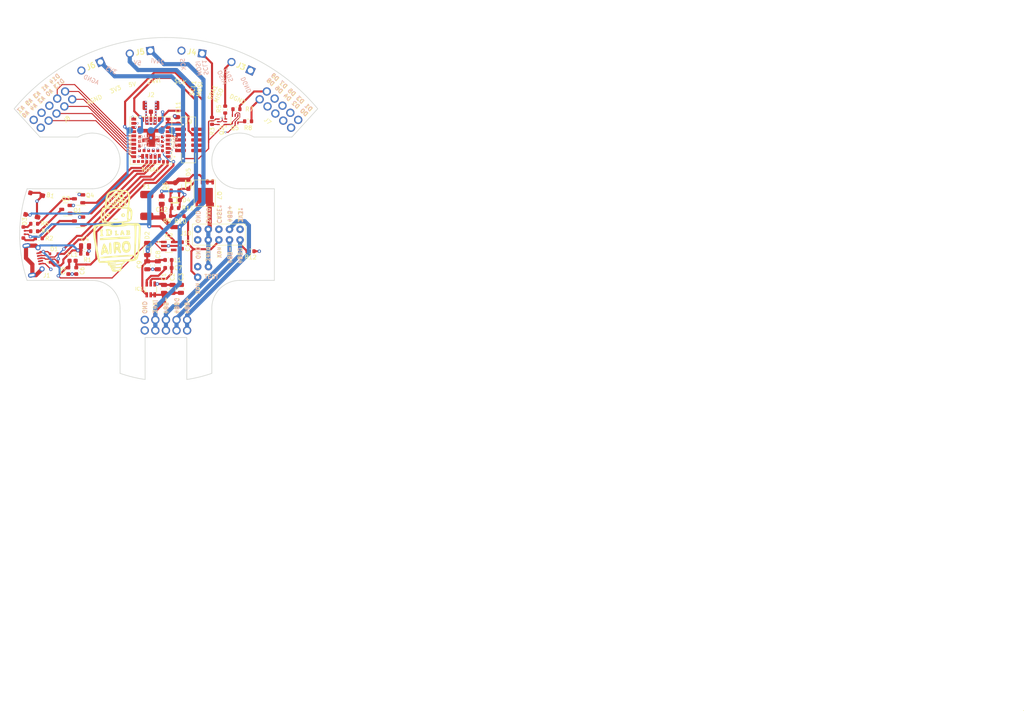
<source format=kicad_pcb>
(kicad_pcb (version 20221018) (generator pcbnew)
  (layers (0 "F.Cu" power) (1 "In1.Cu" signal) (2 "In2.Cu" signal) (31 "B.Cu" signal) (34 "B.Paste" user) (35 "F.Paste" user) (36 "B.SilkS" user "B.Silkscreen") (37 "F.SilkS" user "F.Silkscreen") (38 "B.Mask" user) (39 "F.Mask" user) (44 "Edge.Cuts" user))
  (net 0 "")
  (net 1 "GND")
  (net 2 "/24V_out")
  (net 3 "/24V_in")
  (net 4 "/Von")
  (net 5 "/3V3_out")
  (net 6 "/Q1_G")
  (net 7 "/Q1_S")
  (net 8 "/Q2_G")
  (net 9 "Net-(IC1-BST)")
  (net 10 "Net-(IC1-SW)")
  (net 11 "/5V")
  (net 12 "Net-(J1-CASE)")
  (net 13 "/3V3")
  (net 14 "/VBUS")
  (net 18 "/SWC")
  (net 19 "/SWD")
  (net 20 "/RESET")
  (net 26 "/USB_D+")
  (net 27 "/USB_D-")
  (net 28 "Net-(D3-BK)")
  (net 29 "Net-(D3-RK)")
  (net 30 "Net-(D3-GK)")
  (net 35 "/D_LEDR")
  (net 36 "Net-(Q3-D)")
  (net 37 "/D_LEDG")
  (net 38 "Net-(Q4-D)")
  (net 39 "/D_LEDB")
  (net 40 "Net-(Q1-D)")
  (net 41 "/ANT")
  (net 42 "/CASE")
  (net 43 "/RS485-")
  (net 44 "/RS485+")
  (net 45 "/RS485G")
  (net 46 "/A0")
  (net 47 "/A7")
  (net 48 "/A6")
  (net 49 "/A5")
  (net 50 "/A4")
  (net 51 "/A3")
  (net 52 "/A2")
  (net 53 "/A1")
  (net 54 "/D0")
  (net 55 "/D1")
  (net 56 "/D2")
  (net 57 "/D3")
  (net 58 "/D4")
  (net 59 "/D5")
  (net 60 "/D6")
  (net 61 "/D7")
  (net 67 "/EN_I2C1")
  (net 68 "Net-(Q2-C2)")
  (net 69 "Net-(Q2-C1)")
  (net 70 "/EN_I2C2")
  (net 71 "Net-(Q5-C2)")
  (net 72 "Net-(Q5-C1)")
  (net 73 "/SCK")
  (net 74 "/SCL1{slash}MOSI")
  (net 75 "/SDA1{slash}MISO")
  (net 76 "/SCL2{slash}D9")
  (net 77 "/SDA2{slash}D8")
  (net 78 "/VBUS_filtered")
  (net 79 "/D14")
  (net 80 "/D13")
  (footprint "Resistor_SMD:R_0603_1608Metric" (layer "F.Cu") (at 3.474 -4.459)
    (fp_text reference "R10")
    (fp_text value "50k" hide)
  )
  (footprint "Capacitor_SMD:C_0805_2012Metric" (layer "F.Cu") (at 1.5605 13.028 90)
    (fp_text reference "C2")
    (fp_text value "22µF" hide)
  )
  (footprint "Capacitor_SMD:C_0603_1608Metric" (layer "F.Cu") (at 2.925 -27.424 90)
    (fp_text reference "C11")
    (fp_text value "100n" hide)
  )
  (footprint "Resistor_SMD:R_0603_1608Metric" (layer "F.Cu") (at -19.609701 4.590299)
    (fp_text reference "R1")
    (fp_text value "1M" hide)
  )
  (footprint "robotiq_wrist_coupling:1987724" (layer "F.Cu") (at -6.2 -43.8 -171.943)
    (fp_text reference "J5")
    (fp_text value "1987724" hide)
  )
  (footprint "robotiq_wrist_coupling:BSS138" (layer "F.Cu") (at -20.952 -8.59 180)
    (fp_text reference "Q4")
    (fp_text value "BSS138K-13" hide)
  )
  (footprint "Capacitor_SMD:C_0805_2012Metric" (layer "F.Cu") (at 3.5925 13.028 90)
    (fp_text reference "C3")
    (fp_text value "22µF" hide)
  )
  (footprint "" (layer "F.Cu") (at -8 30.5)
    (fp_text reference "")
    (fp_text value "")
  )
  (footprint "" (layer "F.Cu") (at 7 8)
    (fp_text reference "")
    (fp_text value "")
  )
  (footprint "Capacitor_SMD:C_0603_1608Metric" (layer "F.Cu") (at -23.409701 8.690299 -90)
    (fp_text reference "C5")
    (fp_text value "1n" hide)
  )
  (footprint "robotiq_wrist_coupling:HOLE" (layer "F.Cu") (at -5.08 20.46)
    (fp_text reference "U2" hide)
    (fp_text value "HOLE" hide)
  )
  (footprint "robotiq_wrist_coupling:1987724" (layer "F.Cu") (at -18 -40.4 -155.829)
    (fp_text reference "J6")
    (fp_text value "1987724" hide)
  )
  (footprint "Capacitor_SMD:C_0603_1608Metric" (layer "F.Cu") (at -21.504701 8.690299 -90)
    (fp_text reference "C6")
    (fp_text value "1n" hide)
  )
  (footprint "robotiq_wrist_coupling:TSOT23-6" (layer "F.Cu") (at -3.6465 13.155)
    (fp_text reference "IC1")
    (fp_text value "AP63205" hide)
  )
  (footprint "robotiq_wrist_coupling:CL-DA-1CB4-A2T" (layer "F.Cu") (at -31.2 -7 167.354)
    (fp_text reference "B1")
    (fp_text value "~" hide)
  )
  (footprint "" (layer "F.Cu") (at 23 0)
    (fp_text reference "")
    (fp_text value "")
  )
  (footprint "Resistor_SMD:R_0603_1608Metric" (layer "F.Cu") (at 20.3 4 180)
    (fp_text reference "R12")
    (fp_text value "0" hide)
  )
  (footprint "robotiq_wrist_coupling:SOT95P285X140-5N" (layer "F.Cu") (at 0.6885 2.732)
    (fp_text reference "IC2")
    (fp_text value "AP2112K-3.3TRG1" hide)
  )
  (footprint "Resistor_SMD:R_0603_1608Metric" (layer "F.Cu") (at -31.6 -2.6)
    (fp_text reference "R6")
    (fp_text value "325" hide)
  )
  (footprint "" (layer "F.Cu") (at 5 7.7)
    (fp_text reference "")
    (fp_text value "")
  )
  (footprint "Capacitor_SMD:C_0805_2012Metric" (layer "F.Cu") (at -4.4925 7.37 -90)
    (fp_text reference "C9")
    (fp_text value "22µF" hide)
  )
  (footprint "" (layer "F.Cu") (at 0 -34.8)
    (fp_text reference "")
    (fp_text value "")
  )
  (footprint "robotiq_wrist_coupling:HOLE_2x5" (layer "F.Cu") (at -27.1 -30 -137.87)
    (fp_text reference "J8")
    (fp_text value "10PIN_HEADER" hide)
  )
  (footprint "robotiq_wrist_coupling:HOLE" (layer "F.Cu") (at 5.08 20.46)
    (fp_text reference "U4" hide)
    (fp_text value "HOLE" hide)
  )
  (footprint "" (layer "F.Cu") (at 8 30.5)
    (fp_text reference "")
    (fp_text value "")
  )
  (footprint "Capacitor_SMD:C_0603_1608Metric" (layer "F.Cu") (at 0.5875 8.005)
    (fp_text reference "C7")
    (fp_text value "100nF" hide)
  )
  (footprint "robotiq_wrist_coupling:HOLE" (layer "F.Cu") (at 0 20.46)
    (fp_text reference "U5" hide)
    (fp_text value "HOLE" hide)
  )
  (footprint "" (layer "F.Cu") (at 10.2 7.7)
    (fp_text reference "")
    (fp_text value "")
  )
  (footprint "robotiq_wrist_coupling:HOLE" (layer "F.Cu") (at -2.54 23)
    (fp_text reference "U1" hide)
    (fp_text value "HOLE" hide)
  )
  (footprint "robotiq_wrist_coupling:BEADC1608X65N" (layer "F.Cu") (at -22.393701 6.277299)
    (fp_text reference "FL1")
    (fp_text value "BLM18EG101TN1D" hide)
  )
  (footprint "robotiq_wrist_coupling:NINA-B301-00B-small-paste" (layer "F.Cu") (at -3.6 -23.2 180)
    (fp_text reference "NINA1")
    (fp_text value "~")
  )
  (footprint "robotiq_wrist_coupling:US6_RN2903" (layer "F.Cu") (at 16.6 -27.7)
    (fp_text reference "Q5")
    (fp_text value "RN2903" hide)
  )
  (footprint "Resistor_SMD:R_0603_1608Metric" (layer "F.Cu") (at 2.204 -6.364 180)
    (fp_text reference "R11")
    (fp_text value "100k" hide)
  )
  (footprint "Resistor_SMD:R_0603_1608Metric" (layer "F.Cu") (at -31.6 -0.8)
    (fp_text reference "R4")
    (fp_text value "750" hide)
  )
  (footprint "Resistor_SMD:R_0805_2012Metric" (layer "F.Cu") (at -1.014 -8.269 -90)
    (fp_text reference "C12")
    (fp_text value "15u" hide)
  )
  (footprint "robotiq_wrist_coupling:SOT143B" (layer "F.Cu") (at -26.865701 5.628299)
    (fp_text reference "D1")
    (fp_text value "PRTR5V0U2AX,215" hide)
  )
  (footprint "robotiq_wrist_coupling:US6_RN2903" (layer "F.Cu") (at 13.4485 -27.0875 90)
    (fp_text reference "Q2")
    (fp_text value "RN2903" hide)
  )
  (footprint "robotiq_wrist_coupling:10PIN_SPRING_HEADER" (layer "F.Cu") (at 12.7 0 90)
    (fp_text reference "J10" hide)
    (fp_text value "10PIN_HEADER" hide)
  )
  (footprint "robotiq_wrist_coupling:BSS138" (layer "F.Cu") (at -24 -6.05 180)
    (fp_text reference "Q3")
    (fp_text value "BSS138K-13" hide)
  )
  (footprint "robotiq_wrist_coupling:1987724" (layer "F.Cu") (at 6.2 -43.8 171.943)
    (fp_text reference "J4")
    (fp_text value "1987724" hide)
  )
  (footprint "Resistor_SMD:R_0603_1608Metric" (layer "F.Cu") (at 14.211 -30 90)
    (fp_text reference "R5")
    (fp_text value "4k7" hide)
  )
  (footprint "robotiq_wrist_coupling:DO-219AC" (layer "F.Cu") (at 2.204 -8.269 180)
    (fp_text reference "D4")
    (fp_text value "DIODE" hide)
  )
  (footprint "" (layer "F.Cu") (at 2.54 23)
    (fp_text reference "")
    (fp_text value "")
  )
  (footprint "Resistor_SMD:R_0603_1608Metric" (layer "F.Cu") (at 16.9 -30.1)
    (fp_text reference "R7")
    (fp_text value "4k7" hide)
  )
  (footprint "Resistor_SMD:R_0603_1608Metric" (layer "F.Cu") (at 11.0485 -27.2875 90)
    (fp_text reference "R3")
    (fp_text value "4k7" hide)
  )
  (footprint "" (layer "F.Cu") (at -25 0)
    (fp_text reference "")
    (fp_text value "")
  )
  (footprint "robotiq_wrist_coupling:2337019-1 µCOAX" (layer "F.Cu") (at -3.6 -30.9988)
    (fp_text reference "J2")
    (fp_text value "Conn_Coaxial" hide)
  )
  (footprint "Inductor_SMD:L_0603_1608Metric" (layer "F.Cu") (at 0.5875 6.1 180)
    (fp_text reference "L1")
    (fp_text value "4µ7" hide)
  )
  (footprint "robotiq_wrist_coupling:si7469dp" (layer "F.Cu") (at 9.3 -9.3 -90)
    (fp_text reference "Q7")
    (fp_text value "Si7469DP" hide)
  )
  (footprint "Capacitor_SMD:C_0603_1608Metric" (layer "F.Cu") (at 3.8125 2.605 -90)
    (fp_text reference "C10")
    (fp_text value "1µF" hide)
  )
  (footprint "" (layer "F.Cu") (at 5.08 23)
    (fp_text reference "")
    (fp_text value "")
  )
  (footprint "robotiq_wrist_coupling:1812L110-33" (layer "F.Cu") (at -4.6 -7 90)
    (fp_text reference "F1")
    (fp_text value "LF110-33" hide)
  )
  (footprint "robotiq_wrist_coupling:HOLE" (layer "F.Cu") (at -5.08 23)
    (fp_text reference "U2" hide)
    (fp_text value "HOLE" hide)
  )
  (footprint "Resistor_SMD:R_0603_1608Metric" (layer "F.Cu") (at 0.299 -4.459)
    (fp_text reference "R9")
    (fp_text value "100k" hide)
  )
  (footprint "robotiq_wrist_coupling:HOLE" (layer "F.Cu") (at -2.54 20.46)
    (fp_text reference "U1" hide)
    (fp_text value "HOLE" hide)
  )
  (footprint "Capacitor_SMD:C_0805_2012Metric" (layer "F.Cu") (at -19.409701 2.790299)
    (fp_text reference "C4")
    (fp_text value "4n7")
  )
  (footprint "robotiq_wrist_coupling:HOLE_2x5" (layer "F.Cu") (at 27.1 -30 -42.129)
    (fp_text reference "J7")
    (fp_text value "10PIN_HEADER" hide)
  )
  (footprint "robotiq_wrist_coupling:10PIN_1.27PITCH" (layer "F.Cu") (at 5.425 -22.724)
    (fp_text reference "J9")
    (fp_text value "10PIN_HEADER" hide)
  )
  (footprint "robotiq_wrist_coupling:DO-219AC" (layer "F.Cu") (at 5.379 -12.079 -90)
    (fp_text reference "D5")
    (fp_text value "DIODE" hide)
  )
  (footprint "Resistor_SMD:R_0603_1608Metric" (layer "F.Cu") (at 19.7 -27.2)
    (fp_text reference "R8")
    (fp_text value "4k7" hide)
  )
  (footprint "robotiq_wrist_coupling:MCR-B-S-RA-SMT-CS5A-NF" (layer "F.Cu") (at -30.2 5.7 100.688)
    (fp_text reference "J1")
    (fp_text value "~")
  )
  (footprint "robotiq_wrist_coupling:BSS138" (layer "F.Cu") (at -20.952 -3.256 180)
    (fp_text reference "Q1")
    (fp_text value "BSS138K-13" hide)
  )
  (footprint "robotiq_wrist_coupling:HOLE" (layer "F.Cu") (at 2.54 20.46)
    (fp_text reference "U3" hide)
    (fp_text value "HOLE" hide)
  )
  (footprint "Resistor_SMD:R_0603_1608Metric" (layer "F.Cu") (at -30.5 0.9)
    (fp_text reference "R2")
    (fp_text value "325" hide)
  )
  (footprint "robotiq_wrist_coupling:1987724" (layer "F.Cu") (at 18 -40.4 155.828)
    (fp_text reference "J3")
    (fp_text value "1987724" hide)
  )
  (footprint "robotiq_wrist_coupling:HOLE" (layer "F.Cu") (at 0 23)
    (fp_text reference "U5" hide)
    (fp_text value "HOLE" hide)
  )
  (footprint "Capacitor_SMD:C_0805_2012Metric" (layer "F.Cu") (at -0.4715 13.028 90)
    (fp_text reference "C1")
    (fp_text value "22µF" hide)
  )
  (footprint "robotiq_wrist_coupling:S1MSWFQ-7" (layer "F.Cu") (at -4.4875 3.455 90)
    (fp_text reference "D2")
    (fp_text value "S1MSWFQ-7" hide)
  )
  (footprint "robotiq_wrist_coupling:BSS138" (layer "F.Cu") (at 2.204 -11.444 90)
    (fp_text reference "Q6")
    (fp_text value "BSS138K-13/BSS159NH6327XTSA2" hide)
  )
  (footprint "Capacitor_SMD:C_0805_2012Metric" (layer "F.Cu") (at -1.9525 7.37 -90)
    (fp_text reference "C8")
    (fp_text value "22µF" hide)
  )
  (footprint "robotiq_wrist_coupling:XZCCBDMEDGK161W" (layer "F.Cu") (at -34.2 -0.5 90)
    (fp_text reference "D3")
    (fp_text value "LED_RGBA" hide)
  )
  (footprint "robotiq_wrist_coupling:PAD_CIRCULAR" (layer "B.Cu") (at 1.48 -25 180)
    (fp_text reference "REF**" hide)
    (fp_text value "PAD_CIRCULAR" hide)
  )
  (footprint "robotiq_wrist_coupling:PAD_CIRCULAR" (layer "B.Cu") (at -6.14 -25 180)
    (fp_text reference "REF**" hide)
    (fp_text value "PAD_CIRCULAR" hide)
  )
  (footprint "robotiq_wrist_coupling:PAD_CIRCULAR" (layer "B.Cu") (at -3.6 -25 180)
    (fp_text reference "REF**" hide)
    (fp_text value "PAD_CIRCULAR" hide)
  )
  (footprint "robotiq_wrist_coupling:PAD_CIRCULAR" (layer "B.Cu") (at -1.06 -25 180)
    (fp_text reference "REF**" hide)
    (fp_text value "PAD_CIRCULAR" hide)
  )
  (footprint "robotiq_wrist_coupling:PAD_CIRCULAR" (layer "B.Cu") (at -8.68 -25 180)
    (fp_text reference "REF**" hide)
    (fp_text value "PAD_CIRCULAR" hide)
  )
  (gr_poly (pts (xy -7.958257 4.834336) (xy -7.949913 4.83563) (xy -7.946089 4.836783) (xy -7.942489 4.838294) (xy -7.939108 4.840181) (xy -7.935939 4.842461) (xy -7.932975 4.845149) (xy -7.930212 4.848262) (xy -7.927642 4.851818) (xy -7.92526 4.855833) (xy -7.921036 4.865306) (xy -7.91749 4.876815) (xy -7.914574 4.890493) (xy -7.91224 4.906472) (xy -7.910438 4.924887) (xy -7.909122 4.945871) (xy -7.908241 4.969556) (xy -7.907595 5.025567) (xy -7.907595 5.228215) (xy -8.763686 5.257168) (xy -9.726856 5.301562) (xy -11.053322 5.376587) (xy -12.380564 5.46014) (xy -13.346061 5.530122) (xy -13.850617 5.57303) (xy -14.367581 5.612836) (xy -14.84629 5.653677) (xy -15.074788 5.673905) (xy -15.25676 5.691417) (xy -15.329959 5.698571) (xy -15.399572 5.704466) (xy -15.46395 5.709005) (xy -15.521446 5.71209) (xy -15.570413 5.713625) (xy -15.591182 5.71378) (xy -15.609201 5.713512) (xy -15.624264 5.712807) (xy -15.636164 5.711654) (xy -15.644696 5.71004) (xy -15.647635 5.709057) (xy -15.649654 5.707954) (xy -15.651568 5.706963) (xy -15.653433 5.705548) (xy -15.657012 5.701501) (xy -15.660385 5.695915) (xy -15.663546 5.688893) (xy -15.66649 5.680539) (xy -15.669209 5.670954) (xy -15.671697 5.660243) (xy -15.67395 5.648508) (xy -15.67596 5.635852) (xy -15.677722 5.622377) (xy -15.680476 5.593387) (xy -15.682165 5.562361) (xy -15.682738 5.530122) (xy -15.682493 5.509177) (xy -15.681745 5.489734) (xy -15.681176 5.480561) (xy -15.680475 5.471745) (xy -15.67964 5.463281) (xy -15.678667 5.455162) (xy -15.677555 5.447382) (xy -15.676301 5.439935) (xy -15.674904 5.432816) (xy -15.67336 5.426018) (xy -15.671668 5.419535) (xy -15.669825 5.41336) (xy -15.667829 5.407489) (xy -15.665678 5.401914) (xy -15.66337 5.396631) (xy -15.660901 5.391632) (xy -15.658271 5.386911) (xy -15.655476 5.382464) (xy -15.652515 5.378282) (xy -15.649385 5.374362) (xy -15.646083 5.370696) (xy -15.642609 5.367278) (xy -15.638958 5.364102) (xy -15.63513 5.361163) (xy -15.631121 5.358454) (xy -15.62693 5.355969) (xy -15.622554 5.353703) (xy -15.617991 5.351648) (xy -15.613239 5.349799) (xy -15.608295 5.34815) (xy -15.421025 5.323332) (xy -14.966226 5.279905) (xy -13.263346 5.137227) (xy -12.281436 5.06679) (xy -11.053322 4.989375) (xy -9.829085 4.919714) (xy -8.858808 4.87254) (xy -7.977901 4.83532) (xy -7.96757 4.834277)) (stroke (width 0.004135)) (fill solid) (layer "F.SilkS"))
  (gr_poly (pts (xy -11.557905 -7.012717) (xy -11.546486 -7.010878) (xy -11.535336 -7.008082) (xy -11.524515 -7.004374) (xy -11.514085 -6.999798) (xy -11.504107 -6.9944) (xy -11.494643 -6.988224) (xy -11.485752 -6.981314) (xy -11.477497 -6.973714) (xy -11.469938 -6.96547) (xy -11.463137 -6.956626) (xy -11.457155 -6.947226) (xy -11.452053 -6.937315) (xy -11.447892 -6.926937) (xy -11.444733 -6.916138) (xy -11.442638 -6.904961) (xy -11.441667 -6.893451) (xy -11.441882 -6.881652) (xy -11.443343 -6.86961) (xy -11.446113 -6.857368) (xy -11.450252 -6.844971) (xy -11.455821 -6.832464) (xy -11.462881 -6.819892) (xy -11.468132 -6.811991) (xy -11.473662 -6.804623) (xy -11.479456 -6.797785) (xy -11.485496 -6.79148) (xy -11.491765 -6.785706) (xy -11.498245 -6.780464) (xy -11.504919 -6.775754) (xy -11.511769 -6.771575) (xy -11.518779 -6.767928) (xy -11.525932 -6.764813) (xy -11.533209 -6.762229) (xy -11.540594 -6.760177) (xy -11.54807 -6.758656) (xy -11.555618 -6.757668) (xy -11.563223 -6.757211) (xy -11.570866 -6.757285) (xy -11.57853 -6.757892) (xy -11.586198 -6.75903) (xy -11.593853 -6.760699) (xy -11.601477 -6.762901) (xy -11.609054 -6.765634) (xy -11.616565 -6.768899) (xy -11.623994 -6.772695) (xy -11.631323 -6.777023) (xy -11.638536 -6.781883) (xy -11.645614 -6.787275) (xy -11.65254 -6.793198) (xy -11.659298 -6.799653) (xy -11.66587 -6.806639) (xy -11.672238 -6.814158) (xy -11.678386 -6.822208) (xy -11.684295 -6.830789) (xy -11.69195 -6.843145) (xy -11.698567 -6.854431) (xy -11.704131 -6.864772) (xy -11.706514 -6.869625) (xy -11.708627 -6.874288) (xy -11.710469 -6.878776) (xy -11.712038 -6.883103) (xy -11.713332 -6.887285) (xy -11.714348 -6.891338) (xy -11.715086 -6.895276) (xy -11.715542 -6.899116) (xy -11.715715 -6.902872) (xy -11.715603 -6.906559) (xy -11.715204 -6.910193) (xy -11.714516 -6.913789) (xy -11.713537 -6.917363) (xy -11.712264 -6.920929) (xy -11.710697 -6.924504) (xy -11.708832 -6.928101) (xy -11.706669 -6.931738) (xy -11.704204 -6.935428) (xy -11.701436 -6.939187) (xy -11.698363 -6.94303) (xy -11.694983 -6.946973) (xy -11.691294 -6.951032) (xy -11.682981 -6.959554) (xy -11.673408 -6.96872) (xy -11.673408 -6.968714) (xy -11.662667 -6.978887) (xy -11.651583 -6.98766) (xy -11.640218 -6.995074) (xy -11.628632 -7.001177) (xy -11.616886 -7.006011) (xy -11.605042 -7.009621) (xy -11.59316 -7.012053) (xy -11.581303 -7.013349) (xy -11.569531 -7.013556)) (stroke (width 0.003629)) (fill solid) (layer "F.SilkS"))
  (gr_circle (center 205.74 114.3) (end 205.74 114.3) (stroke (width 0.15)) (fill none) (layer "F.SilkS"))
  (gr_poly (pts (xy -11.792335 1.746401) (xy -11.677937 1.754767) (xy -11.566635 1.768309) (xy -11.460938 1.786978) (xy -11.363354 1.810726) (xy -11.276392 1.839506) (xy -11.237679 1.855767) (xy -11.202562 1.873268) (xy -11.171354 1.892002) (xy -11.144371 1.911965) (xy -11.118485 1.934704) (xy -11.093786 1.959635) (xy -11.070289 1.986636) (xy -11.048006 2.015583) (xy -11.026951 2.046355) (xy -11.007136 2.078828) (xy -10.971284 2.148391) (xy -10.940557 2.223289) (xy -10.91506 2.302543) (xy -10.894901 2.385172) (xy -10.880186 2.470197) (xy -10.871023 2.556636) (xy -10.867518 2.643508) (xy -10.869778 2.729834) (xy -10.877909 2.814634) (xy -10.892018 2.896925) (xy -10.912213 2.975729) (xy -10.9386 3.050065) (xy -10.954148 3.08525) (xy -10.971285 3.118951) (xy -10.996897 3.165743) (xy -11.01904 3.207825) (xy -11.03766 3.245889) (xy -11.052704 3.280626) (xy -11.058868 3.296963) (xy -11.064118 3.312727) (xy -11.068447 3.328005) (xy -11.071848 3.342883) (xy -11.074316 3.357448) (xy -11.075843 3.371786) (xy -11.076422 3.385983) (xy -11.076047 3.400125) (xy -11.074712 3.4143) (xy -11.072409 3.428594) (xy -11.069131 3.443092) (xy -11.064873 3.457882) (xy -11.059628 3.473049) (xy -11.053388 3.488681) (xy -11.046147 3.504863) (xy -11.037899 3.521682) (xy -11.018354 3.557577) (xy -10.994698 3.597055) (xy -10.966879 3.64081) (xy -10.934844 3.689531) (xy -10.899192 3.747334) (xy -10.86741 3.805299) (xy -10.839525 3.863071) (xy -10.815563 3.920296) (xy -10.795551 3.976622) (xy -10.779515 4.031694) (xy -10.772997 4.058649) (xy -10.767483 4.085158) (xy -10.762976 4.111177) (xy -10.759481 4.136662) (xy -10.756999 4.161568) (xy -10.755535 4.185851) (xy -10.755092 4.209467) (xy -10.755673 4.232372) (xy -10.757282 4.254522) (xy -10.759921 4.275872) (xy -10.763595 4.296378) (xy -10.768306 4.315996) (xy -10.774058 4.334682) (xy -10.780854 4.352391) (xy -10.788698 4.36908) (xy -10.797592 4.384704) (xy -10.807541 4.399219) (xy -10.818548 4.41258) (xy -10.830615 4.424745) (xy -10.843746 4.435667) (xy -10.85933 4.446148) (xy -10.875326 4.454968) (xy -10.891719 4.462136) (xy -10.908494 4.467663) (xy -10.925636 4.471558) (xy -10.94313 4.473832) (xy -10.960961 4.474494) (xy -10.979114 4.473556) (xy -10.997574 4.471026) (xy -11.016325 4.466914) (xy -11.035354 4.461232) (xy -11.054644 4.453989) (xy -11.074181 4.445194) (xy -11.09395 4.434859) (xy -11.113936 4.422992) (xy -11.134124 4.409605) (xy -11.175045 4.378308) (xy -11.216593 4.341048) (xy -11.258648 4.297904) (xy -11.30109 4.248959) (xy -11.343798 4.194291) (xy -11.386654 4.133982) (xy -11.429536 4.068111) (xy -11.472325 3.99676) (xy -11.523886 3.909967) (xy -11.572658 3.834763) (xy -11.595994 3.801512) (xy -11.618627 3.771164) (xy -11.640557 3.743722) (xy -11.661781 3.719186) (xy -11.682298 3.69756) (xy -11.702106 3.678845) (xy -11.721203 3.663044) (xy -11.739589 3.650157) (xy -11.75726 3.640188) (xy -11.774215 3.633139) (xy -11.790454 3.62901) (xy -11.805973 3.627805) (xy -11.820772 3.629525) (xy -11.834848 3.634173) (xy -11.848201 3.64175) (xy -11.860828 3.652258) (xy -11.872727 3.6657) (xy -11.883898 3.682077) (xy -11.894338 3.701391) (xy -11.904046 3.723645) (xy -11.91302 3.74884) (xy -11.921259 3.776979) (xy -11.92876 3.808063) (xy -11.935522 3.842094) (xy -11.941544 3.879075) (xy -11.946823 3.919008) (xy -11.951358 3.961893) (xy -11.955148 4.007735) (xy -11.958341 4.048422) (xy -11.962761 4.088149) (xy -11.968352 4.126856) (xy -11.975058 4.164481) (xy -11.982825 4.200965) (xy -11.991599 4.236248) (xy -12.001323 4.270269) (xy -12.011942 4.302968) (xy -12.023403 4.334285) (xy -12.035649 4.364159) (xy -12.048626 4.39253) (xy -12.062278 4.419338) (xy -12.076551 4.444523) (xy -12.091389 4.468024) (xy -12.106738 4.489781) (xy -12.122542 4.509733) (xy -12.138746 4.527822) (xy -12.155296 4.543985) (xy -12.172136 4.558164) (xy -12.189211 4.570297) (xy -12.206467 4.580324) (xy -12.223847 4.588186) (xy -12.241298 4.593822) (xy -12.258763 4.597171) (xy -12.276189 4.598173) (xy -12.293519 4.596769) (xy -12.310699 4.592897) (xy -12.327675 4.586498) (xy -12.344389 4.577511) (xy -12.360789 4.565876) (xy -12.376819 4.551533) (xy -12.392423 4.534421) (xy -12.41628 4.481945) (xy -12.439804 4.386184) (xy -12.46266 4.25323) (xy -12.484516 4.089174) (xy -12.523891 3.692124) (xy -12.555259 3.243768) (xy -12.575952 2.79284) (xy -12.578 2.680051) (xy -12.028028 2.680051) (xy -12.027476 2.717489) (xy -12.02575 2.751697) (xy -12.022743 2.782787) (xy -12.020726 2.797197) (xy -12.018348 2.81087) (xy -12.015597 2.82382) (xy -12.012459 2.83606) (xy -12.00892 2.847605) (xy -12.004968 2.85847) (xy -12.000589 2.868667) (xy -11.995769 2.878211) (xy -11.990496 2.887116) (xy -11.984755 2.895396) (xy -11.978535 2.903065) (xy -11.97182 2.910138) (xy -11.964599 2.916628) (xy -11.956856 2.92255) (xy -11.948581 2.927916) (xy -11.939758 2.932743) (xy -11.930374 2.937043) (xy -11.920417 2.94083) (xy -11.909873 2.94412) (xy -11.898728 2.946925) (xy -11.88697 2.94926) (xy -11.874584 2.951139) (xy -11.861558 2.952576) (xy -11.847878 2.953585) (xy -11.818503 2.954375) (xy -11.791576 2.953928) (xy -11.765467 2.952599) (xy -11.740192 2.950406) (xy -11.715767 2.947366) (xy -11.69221 2.9435) (xy -11.669537 2.938823) (xy -11.647764 2.933355) (xy -11.626909 2.927113) (xy -11.606989 2.920116) (xy -11.588019 2.912381) (xy -11.570016 2.903928) (xy -11.552998 2.894773) (xy -11.53698 2.884934) (xy -11.52198 2.874431) (xy -11.508014 2.863281) (xy -11.495099 2.851502) (xy -11.483252 2.839113) (xy -11.472489 2.82613) (xy -11.462827 2.812573) (xy -11.454282 2.79846) (xy -11.446872 2.783808) (xy -11.440613 2.768636) (xy -11.435521 2.752962) (xy -11.431614 2.736804) (xy -11.428908 2.720179) (xy -11.427419 2.703107) (xy -11.427165 2.685604) (xy -11.428162 2.66769) (xy -11.430427 2.649383) (xy -11.433976 2.630699) (xy -11.438827 2.611658) (xy -11.444995 2.592278) (xy -11.452779 2.570293) (xy -11.462432 2.54961) (xy -11.473899 2.530245) (xy -11.487128 2.512214) (xy -11.502065 2.495533) (xy -11.518657 2.480218) (xy -11.53685 2.466285) (xy -11.556591 2.453751) (xy -11.577826 2.442631) (xy -11.600503 2.432942) (xy -11.624567 2.424699) (xy -11.649966 2.417919) (xy -11.676646 2.412617) (xy -11.704554 2.408811) (xy -11.733636 2.406515) (xy -11.763839 2.405746) (xy -11.802836 2.406295) (xy -11.837964 2.408082) (xy -11.869408 2.411315) (xy -11.883807 2.413539) (xy -11.897356 2.416203) (xy -11.910077 2.419333) (xy -11.921995 2.422955) (xy -11.933131 2.427096) (xy -11.943511 2.431781) (xy -11.953156 2.437037) (xy -11.962091 2.442889) (xy -11.970339 2.449365) (xy -11.977922 2.456489) (xy -11.984866 2.464288) (xy -11.991192 2.472789) (xy -11.996924 2.482017) (xy -12.002085 2.491998) (xy -12.0067 2.502759) (xy -12.010791 2.514325) (xy -12.014381 2.526724) (xy -12.017494 2.53998) (xy -12.020154 2.55412) (xy -12.022383 2.569171) (xy -12.025644 2.602107) (xy -12.027463 2.638997) (xy -12.028028 2.680051) (xy -12.578 2.680051) (xy -12.5833 2.388075) (xy -12.581136 2.218232) (xy -12.574636 2.078205) (xy -12.563464 1.974085) (xy -12.547289 1.911965) (xy -12.547287 1.911965) (xy -12.535196 1.891068) (xy -12.51792 1.871581) (xy -12.495774 1.853495) (xy -12.46907 1.836806) (xy -12.438123 1.821507) (xy -12.403246 1.807593) (xy -12.322957 1.783893) (xy -12.230711 1.765657) (xy -12.129017 1.752839) (xy -12.020384 1.745389) (xy -11.90732 1.743259)) (stroke (width 0.009997)) (fill solid) (layer "F.SilkS"))
  (gr_poly (pts (xy -12.985767 -8.651227) (xy -12.982956 -8.650653) (xy -12.980319 -8.649714) (xy -12.977863 -8.648424) (xy -12.975593 -8.646796) (xy -12.973515 -8.644845) (xy -12.971635 -8.642584) (xy -12.969958 -8.640028) (xy -12.96849 -8.63719) (xy -12.967238 -8.634084) (xy -12.966206 -8.630724) (xy -12.9654 -8.627125) (xy -12.964827 -8.6233) (xy -12.964491 -8.619262) (xy -12.964558 -8.610608) (xy -12.965645 -8.601273) (xy -12.967799 -8.591368) (xy -12.971066 -8.581007) (xy -12.975491 -8.570299) (xy -12.978153 -8.564851) (xy -12.981122 -8.559357) (xy -12.984404 -8.553833) (xy -12.988004 -8.548293) (xy -12.991929 -8.542749) (xy -12.996183 -8.537217) (xy -13.000773 -8.531709) (xy -13.005705 -8.526241) (xy -13.016235 -8.515744) (xy -13.026046 -8.505347) (xy -13.035143 -8.495044) (xy -13.043526 -8.484827) (xy -13.051199 -8.47469) (xy -13.058164 -8.464627) (xy -13.064424 -8.45463) (xy -13.06998 -8.444693) (xy -13.074837 -8.43481) (xy -13.078995 -8.424974) (xy -13.082458 -8.415177) (xy -13.085228 -8.405414) (xy -13.087307 -8.395678) (xy -13.088699 -8.385961) (xy -13.089404 -8.376258) (xy -13.089427 -8.366562) (xy -13.088769 -8.356865) (xy -13.087434 -8.347162) (xy -13.085422 -8.337446) (xy -13.082737 -8.32771) (xy -13.079382 -8.317947) (xy -13.075359 -8.308151) (xy -13.07067 -8.298314) (xy -13.065317 -8.288431) (xy -13.059304 -8.278495) (xy -13.052633 -8.268499) (xy -13.045306 -8.258436) (xy -13.037326 -8.248299) (xy -13.028695 -8.238083) (xy -13.019416 -8.22778) (xy -12.998923 -8.206887) (xy -12.994332 -8.201826) (xy -12.990081 -8.196855) (xy -12.986164 -8.191978) (xy -12.982573 -8.187199) (xy -12.979301 -8.18252) (xy -12.976341 -8.177945) (xy -12.973686 -8.173478) (xy -12.971328 -8.169123) (xy -12.96926 -8.164881) (xy -12.967474 -8.160758) (xy -12.965965 -8.156757) (xy -12.964724 -8.15288) (xy -12.963744 -8.149132) (xy -12.963017 -8.145517) (xy -12.962538 -8.142036) (xy -12.962298 -8.138695) (xy -12.96229 -8.135495) (xy -12.962507 -8.132442) (xy -12.962942 -8.129538) (xy -12.963588 -8.126787) (xy -12.964436 -8.124192) (xy -12.965481 -8.121757) (xy -12.966714 -8.119486) (xy -12.968129 -8.11738) (xy -12.969719 -8.115446) (xy -12.971475 -8.113684) (xy -12.973392 -8.1121) (xy -12.97546 -8.110697) (xy -12.977675 -8.109477) (xy -12.980027 -8.108445) (xy -12.98251 -8.107604) (xy -12.985117 -8.106958) (xy -13.012037 -8.102667) (xy -13.037339 -8.101123) (xy -13.061048 -8.102179) (xy -13.083187 -8.105692) (xy -13.10378 -8.111514) (xy -13.122851 -8.1195) (xy -13.140424 -8.129504) (xy -13.156522 -8.141381) (xy -13.17117 -8.154985) (xy -13.184391 -8.170171) (xy -13.196209 -8.186791) (xy -13.206647 -8.204702) (xy -13.21573 -8.223757) (xy -13.223482 -8.24381) (xy -13.229925 -8.264716) (xy -13.235085 -8.286329) (xy -13.238984 -8.308504) (xy -13.241647 -8.331094) (xy -13.243097 -8.353954) (xy -13.243359 -8.376938) (xy -13.242456 -8.399901) (xy -13.240411 -8.422697) (xy -13.237249 -8.44518) (xy -13.232993 -8.467204) (xy -13.227668 -8.488624) (xy -13.221297 -8.509294) (xy -13.213903 -8.529069) (xy -13.205511 -8.547802) (xy -13.196145 -8.565348) (xy -13.185828 -8.581562) (xy -13.174584 -8.596297) (xy -13.162437 -8.609408) (xy -13.162437 -8.609414) (xy -13.159456 -8.612408) (xy -13.15598 -8.615268) (xy -13.152043 -8.617997) (xy -13.147679 -8.620596) (xy -13.137802 -8.625419) (xy -13.126621 -8.629756) (xy -13.114403 -8.633629) (xy -13.101419 -8.637058) (xy -13.087939 -8.640063) (xy -13.074231 -8.642665) (xy -13.060566 -8.644884) (xy -13.047213 -8.646741) (xy -13.022522 -8.64945) (xy -13.002315 -8.650955) (xy -12.988747 -8.651421)) (stroke (width 0.003629)) (fill solid) (layer "F.SilkS"))
  (gr_poly (pts (xy -12.520088 -3.927777) (xy -12.513772 -3.925938) (xy -12.50719 -3.922959) (xy -12.500353 -3.918785) (xy -12.493274 -3.913364) (xy -12.485966 -3.906641) (xy -12.478441 -3.898563) (xy -12.470712 -3.889076) (xy -12.4661 -3.884303) (xy -12.460476 -3.879515) (xy -12.446458 -3.869928) (xy -12.429192 -3.860372) (xy -12.409213 -3.850907) (xy -12.387054 -3.84159) (xy -12.36325 -3.832481) (xy -12.312844 -3.815118) (xy -12.152253 -3.76566) (xy -12.141372 -3.761893) (xy -12.129211 -3.758749) (xy -12.101435 -3.754273) (xy -12.069699 -3.752115) (xy -12.034776 -3.752159) (xy -11.99744 -3.754287) (xy -11.958464 -3.758383) (xy -11.918621 -3.764329) (xy -11.878686 -3.772008) (xy -11.839431 -3.781304) (xy -11.80163 -3.7921) (xy -11.766057 -3.804278) (xy -11.733485 -3.817721) (xy -11.704687 -3.832313) (xy -11.691945 -3.840003) (xy -11.680437 -3.847936) (xy -11.67026 -3.856098) (xy -11.661509 -3.864474) (xy -11.654282 -3.873049) (xy -11.648676 -3.881809) (xy -11.638729 -3.882995) (xy -11.62953 -3.883705) (xy -11.621057 -3.88396) (xy -11.613287 -3.883777) (xy -11.606198 -3.883175) (xy -11.599768 -3.882174) (xy -11.593975 -3.880793) (xy -11.588795 -3.879049) (xy -11.584207 -3.876962) (xy -11.580189 -3.87455) (xy -11.576717 -3.871833) (xy -11.57377 -3.868829) (xy -11.571325 -3.865557) (xy -11.56936 -3.862036) (xy -11.567853 -3.858285) (xy -11.566781 -3.854322) (xy -11.566122 -3.850167) (xy -11.565854 -3.845837) (xy -11.565954 -3.841353) (xy -11.5664 -3.836732) (xy -11.567169 -3.831994) (xy -11.56824 -3.827158) (xy -11.571196 -3.817264) (xy -11.575088 -3.807201) (xy -11.579739 -3.797121) (xy -11.584969 -3.787172) (xy -11.5906 -3.777507) (xy -11.596964 -3.76747) (xy -11.603896 -3.757722) (xy -11.61137 -3.748257) (xy -11.619357 -3.739069) (xy -11.636758 -3.721501) (xy -11.655877 -3.704971) (xy -11.676491 -3.689433) (xy -11.698377 -3.67484) (xy -11.721311 -3.661145) (xy -11.745071 -3.648301) (xy -11.769434 -3.636263) (xy -11.794175 -3.624983) (xy -11.819073 -3.614414) (xy -11.843904 -3.604511) (xy -11.892473 -3.586512) (xy -11.938098 -3.570614) (xy -11.955885 -3.565231) (xy -11.974487 -3.560649) (xy -11.993832 -3.556861) (xy -12.013849 -3.553859) (xy -12.055609 -3.550184) (xy -12.099189 -3.549567) (xy -12.144012 -3.551949) (xy -12.189502 -3.557272) (xy -12.235083 -3.565476) (xy -12.280176 -3.576504) (xy -12.324207 -3.590297) (xy -12.366597 -3.606797) (xy -12.40677 -3.625944) (xy -12.425845 -3.636493) (xy -12.44415 -3.647681) (xy -12.461612 -3.659503) (xy -12.478159 -3.671949) (xy -12.493719 -3.685014) (xy -12.508221 -3.69869) (xy -12.521592 -3.712969) (xy -12.533759 -3.727845) (xy -12.544652 -3.743309) (xy -12.554197 -3.759355) (xy -12.554197 -3.759369) (xy -12.558665 -3.768672) (xy -12.562551 -3.778171) (xy -12.565866 -3.787813) (xy -12.568624 -3.797544) (xy -12.570837 -3.807311) (xy -12.572517 -3.81706) (xy -12.573678 -3.826738) (xy -12.574331 -3.836291) (xy -12.57449 -3.845665) (xy -12.574167 -3.854808) (xy -12.573375 -3.863666) (xy -12.572126 -3.872185) (xy -12.570434 -3.880312) (xy -12.56831 -3.887993) (xy -12.565767 -3.895175) (xy -12.562818 -3.901805) (xy -12.559476 -3.907828) (xy -12.555752 -3.913192) (xy -12.551661 -3.917842) (xy -12.547214 -3.921727) (xy -12.542424 -3.924791) (xy -12.537304 -3.926981) (xy -12.531866 -3.928245) (xy -12.526123 -3.928528)) (stroke (width 0.003629)) (fill solid) (layer "F.SilkS"))
  (gr_poly (pts (xy -9.403079 1.536108) (xy -9.326711 1.543654) (xy -9.252464 1.555331) (xy -9.181153 1.571188) (xy -9.113592 1.591271) (xy -9.050594 1.61563) (xy -8.992974 1.644312) (xy -8.941204 1.676178) (xy -8.891823 1.713947) (xy -8.84487 1.757285) (xy -8.800386 1.805859) (xy -8.758411 1.859336) (xy -8.718985 1.917381) (xy -8.682147 1.979661) (xy -8.647939 2.045843) (xy -8.587568 2.188579) (xy -8.538193 2.342919) (xy -8.500135 2.506196) (xy -8.473713 2.675741) (xy -8.459247 2.848887) (xy -8.457058 3.022965) (xy -8.467467 3.195308) (xy -8.490793 3.363246) (xy -8.527357 3.524112) (xy -8.550704 3.601059) (xy -8.577479 3.675238) (xy -8.607725 3.746314) (xy -8.64148 3.813955) (xy -8.678784 3.877827) (xy -8.719679 3.937596) (xy -8.766167 3.996044) (xy -8.814976 4.050017) (xy -8.865921 4.099541) (xy -8.918814 4.144643) (xy -8.973469 4.18535) (xy -9.029698 4.221686) (xy -9.087315 4.253678) (xy -9.146133 4.281353) (xy -9.205965 4.304736) (xy -9.266625 4.323853) (xy -9.327925 4.338732) (xy -9.389679 4.349397) (xy -9.4517 4.355874) (xy -9.513801 4.358191) (xy -9.575795 4.356373) (xy -9.637496 4.350447) (xy -9.698716 4.340437) (xy -9.759269 4.326372) (xy -9.818968 4.308276) (xy -9.877626 4.286175) (xy -9.935056 4.260097) (xy -9.991072 4.230067) (xy -10.045486 4.19611) (xy -10.098113 4.158254) (xy -10.148764 4.116525) (xy -10.197254 4.070948) (xy -10.243395 4.02155) (xy -10.287 3.968356) (xy -10.327883 3.911393) (xy -10.365857 3.850688) (xy -10.400735 3.786266) (xy -10.432331 3.718152) (xy -10.461257 3.638673) (xy -10.486527 3.549341) (xy -10.508114 3.451619) (xy -10.525991 3.346969) (xy -10.540132 3.236855) (xy -10.55051 3.122738) (xy -10.557098 3.006082) (xy -10.558933 2.928123) (xy -10.022385 2.928123) (xy -10.021015 2.984976) (xy -10.016974 3.040267) (xy -10.010367 3.093915) (xy -10.001301 3.145837) (xy -9.989879 3.195951) (xy -9.976207 3.244174) (xy -9.960389 3.290425) (xy -9.942532 3.33462) (xy -9.922739 3.376677) (xy -9.901117 3.416515) (xy -9.87777 3.45405) (xy -9.852804 3.4892) (xy -9.826322 3.521883) (xy -9.798432 3.552017) (xy -9.769237 3.579518) (xy -9.738842 3.604305) (xy -9.707353 3.626296) (xy -9.674875 3.645407) (xy -9.641513 3.661557) (xy -9.607372 3.674664) (xy -9.572557 3.684644) (xy -9.537174 3.691415) (xy -9.501326 3.694896) (xy -9.46512 3.695003) (xy -9.428661 3.691655) (xy -9.392052 3.684769) (xy -9.355401 3.674262) (xy -9.318811 3.660052) (xy -9.282388 3.642057) (xy -9.246237 3.620195) (xy -9.210463 3.594383) (xy -9.175171 3.564538) (xy -9.15534 3.544414) (xy -9.136841 3.521208) (xy -9.119669 3.495117) (xy -9.103822 3.466338) (xy -9.089296 3.435067) (xy -9.076087 3.401502) (xy -9.05361 3.328277) (xy -9.036365 3.248236) (xy -9.024324 3.162957) (xy -9.01746 3.074012) (xy -9.015748 2.982979) (xy -9.019159 2.891431) (xy -9.027669 2.800945) (xy -9.041249 2.713095) (xy -9.059874 2.629456) (xy -9.083516 2.551604) (xy -9.112149 2.481114) (xy -9.128328 2.449122) (xy -9.145746 2.419561) (xy -9.164398 2.392628) (xy -9.18428 2.36852) (xy -9.218745 2.333565) (xy -9.253743 2.302716) (xy -9.289168 2.275902) (xy -9.324914 2.25305) (xy -9.360873 2.234087) (xy -9.396939 2.218942) (xy -9.433004 2.207542) (xy -9.468963 2.199814) (xy -9.504709 2.195687) (xy -9.540134 2.195088) (xy -9.575132 2.197945) (xy -9.609596 2.204185) (xy -9.64342 2.213736) (xy -9.676497 2.226526) (xy -9.708719 2.242483) (xy -9.739981 2.261533) (xy -9.770175 2.283606) (xy -9.799195 2.308627) (xy -9.826933 2.336526) (xy -9.853284 2.36723) (xy -9.87814 2.400666) (xy -9.901395 2.436762) (xy -9.922942 2.475447) (xy -9.942674 2.516646) (xy -9.960485 2.560289) (xy -9.976267 2.606303) (xy -9.989913 2.654615) (xy -10.001319 2.705154) (xy -10.010375 2.757846) (xy -10.016976 2.81262) (xy -10.021015 2.869403) (xy -10.022385 2.928123) (xy -10.558933 2.928123) (xy -10.559869 2.888349) (xy -10.558797 2.771001) (xy -10.553856 2.655502) (xy -10.545017 2.543314) (xy -10.532255 2.4359) (xy -10.515544 2.334722) (xy -10.494855 2.241243) (xy -10.470164 2.156926) (xy -10.441442 2.083233) (xy -10.428448 2.05601) (xy -10.413506 2.027984) (xy -10.396803 1.999379) (xy -10.378525 1.97042) (xy -10.358859 1.941333) (xy -10.337992 1.912342) (xy -10.316111 1.883673) (xy -10.293403 1.85555) (xy -10.270055 1.828199) (xy -10.246253 1.801844) (xy -10.222184 1.776711) (xy -10.198035 1.753025) (xy -10.173992 1.73101) (xy -10.150244 1.710891) (xy -10.126975 1.692894) (xy -10.104374 1.677244) (xy -10.104374 1.677231) (xy -10.05156 1.646121) (xy -9.992726 1.61866) (xy -9.928689 1.594895) (xy -9.860261 1.574876) (xy -9.788256 1.55865) (xy -9.71349 1.546266) (xy -9.636774 1.537771) (xy -9.558925 1.533214) (xy -9.480755 1.532644)) (stroke (width 0.009997)) (fill solid) (layer "F.SilkS"))
  (gr_poly (pts (xy -10.44734 7.014598) (xy -10.443936 7.01753) (xy -10.438409 7.028879) (xy -10.434472 7.047002) (xy -10.431989 7.071253) (xy -10.430823 7.100985) (xy -10.430834 7.13555) (xy -10.433843 7.216594) (xy -10.439914 7.309208) (xy -10.447947 7.408215) (xy -10.465494 7.604704) (xy -10.46702 7.636759) (xy -10.466649 7.669997) (xy -10.463205 7.738152) (xy -10.461623 7.772134) (xy -10.46113 7.805427) (xy -10.462473 7.837564) (xy -10.464065 7.853052) (xy -10.466396 7.868076) (xy -10.469559 7.882577) (xy -10.473647 7.896496) (xy -10.478753 7.909775) (xy -10.484971 7.922356) (xy -10.492394 7.93418) (xy -10.501115 7.945187) (xy -10.511228 7.955321) (xy -10.522826 7.964522) (xy -10.536001 7.972732) (xy -10.550848 7.979893) (xy -10.56746 7.985945) (xy -10.585929 7.990831) (xy -10.60635 7.994491) (xy -10.628815 7.996868) (xy -10.653418 7.997903) (xy -10.680251 7.997537) (xy -10.698512 8.00191) (xy -10.744262 8.006798) (xy -10.904879 8.017731) (xy -11.409128 8.041475) (xy -11.979394 8.062497) (xy -12.402068 8.074528) (xy -12.528544 8.0752) (xy -12.58772 8.074498) (xy -12.644281 8.073091) (xy -12.698298 8.070973) (xy -12.749841 8.068136) (xy -12.798979 8.064571) (xy -12.845785 8.06027) (xy -12.890327 8.055226) (xy -12.932676 8.049429) (xy -12.972902 8.042873) (xy -13.011075 8.035549) (xy -13.047266 8.027449) (xy -13.081544 8.018565) (xy -13.113981 8.008889) (xy -13.144646 7.998413) (xy -13.17361 7.987128) (xy -13.200942 7.975027) (xy -13.226714 7.962102) (xy -13.250995 7.948345) (xy -13.273855 7.933747) (xy -13.295365 7.918301) (xy -13.315595 7.901998) (xy -13.334615 7.884831) (xy -13.352495 7.866791) (xy -13.369307 7.84787) (xy -13.385119 7.828061) (xy -13.400002 7.807355) (xy -13.414027 7.785744) (xy -13.427263 7.76322) (xy -13.439782 7.739775) (xy -13.451652 7.715401) (xy -13.457197 7.703325) (xy -13.462275 7.690947) (xy -13.466905 7.678306) (xy -13.471106 7.665444) (xy -13.474897 7.652404) (xy -13.478297 7.639226) (xy -13.484001 7.612624) (xy -13.488372 7.58597) (xy -13.491561 7.559597) (xy -13.493721 7.533835) (xy -13.495006 7.509018) (xy -13.495567 7.485476) (xy -13.495558 7.463543) (xy -13.495137 7.449359) (xy -13.190367 7.449359) (xy -13.189082 7.456509) (xy -13.185021 7.463005) (xy -13.177877 7.468874) (xy -13.16734 7.474142) (xy -13.153103 7.478835) (xy -13.134857 7.482981) (xy -13.112293 7.486606) (xy -13.085104 7.489737) (xy -13.015614 7.49462) (xy -12.92392 7.497845) (xy -12.807555 7.499624) (xy -12.664052 7.50017) (xy -12.547644 7.500836) (xy -12.443997 7.502779) (xy -12.397225 7.504202) (xy -12.353962 7.505913) (xy -12.314315 7.5079) (xy -12.278389 7.510152) (xy -12.246292 7.512661) (xy -12.21813 7.515414) (xy -12.194008 7.5184) (xy -12.174034 7.521611) (xy -12.158313 7.525034) (xy -12.146953 7.528659) (xy -12.142941 7.530544) (xy -12.140058 7.532475) (xy -12.138319 7.534452) (xy -12.137737 7.536472) (xy -12.102596 7.536912) (xy -12.071299 7.53797) (xy -12.043677 7.539617) (xy -12.01956 7.54182) (xy -11.998781 7.544549) (xy -11.981171 7.547774) (xy -11.966561 7.551462) (xy -11.954782 7.555582) (xy -11.945667 7.560104) (xy -11.939046 7.564997) (xy -11.934752 7.570229) (xy -11.932614 7.575769) (xy -11.932466 7.581586) (xy -11.934137 7.58765) (xy -11.93746 7.593928) (xy -11.942266 7.600391) (xy -11.948387 7.607006) (xy -11.955653 7.613743) (xy -11.972949 7.627459) (xy -11.992805 7.641288) (xy -12.013873 7.654982) (xy -12.05425 7.680972) (xy -12.070861 7.692771) (xy -12.083289 7.703439) (xy -12.566047 7.7107) (xy -12.632478 7.712108) (xy -12.69306 7.713627) (xy -12.747985 7.715285) (xy -12.797444 7.717108) (xy -12.841628 7.719122) (xy -12.88073 7.721354) (xy -12.91494 7.72383) (xy -12.944449 7.726578) (xy -12.96945 7.729624) (xy -12.980319 7.731266) (xy -12.990133 7.732993) (xy -12.998916 7.734808) (xy -13.00669 7.736714) (xy -13.013482 7.738715) (xy -13.019313 7.740813) (xy -13.024209 7.743012) (xy -13.028193 7.745316) (xy -13.031288 7.747727) (xy -13.03352 7.75025) (xy -13.034912 7.752886) (xy -13.035487 7.755641) (xy -13.035271 7.758516) (xy -13.034286 7.761516) (xy -13.029431 7.76744) (xy -13.01846 7.772961) (xy -12.979308 7.782799) (xy -12.919112 7.791043) (xy -12.840151 7.797702) (xy -12.635063 7.806309) (xy -12.382291 7.808705) (xy -12.100084 7.804976) (xy -11.80669 7.795206) (xy -11.520357 7.779481) (xy -11.259333 7.757886) (xy -11.078703 7.740212) (xy -11.006628 7.7325) (xy -10.945415 7.724708) (xy -10.894093 7.716214) (xy -10.871836 7.71151) (xy -10.851687 7.706396) (xy -10.833523 7.700797) (xy -10.817224 7.694633) (xy -10.802668 7.687827) (xy -10.789733 7.680301) (xy -10.778297 7.671977) (xy -10.768239 7.662779) (xy -10.759437 7.652627) (xy -10.751769 7.641444) (xy -10.745115 7.629153) (xy -10.739351 7.615675) (xy -10.734357 7.600934) (xy -10.730012 7.58485) (xy -10.726192 7.567347) (xy -10.722778 7.548346) (xy -10.716676 7.505541) (xy -10.703979 7.398541) (xy -10.703979 7.398548) (xy -10.694026 7.32493) (xy -10.691187 7.295884) (xy -10.691049 7.27173) (xy -10.692291 7.261421) (xy -10.694569 7.252255) (xy -10.697999 7.244206) (xy -10.702704 7.237247) (xy -10.708801 7.231351) (xy -10.716411 7.226492) (xy -10.725653 7.222643) (xy -10.736648 7.219778) (xy -10.764371 7.216893) (xy -10.800537 7.217623) (xy -10.846104 7.221756) (xy -10.902029 7.22908) (xy -11.048779 7.252446) (xy -11.248444 7.286022) (xy -11.350623 7.301987) (xy -11.468328 7.317101) (xy -11.60007 7.331193) (xy -11.74436 7.344094) (xy -11.89971 7.355635) (xy -12.06463 7.365644) (xy -12.237633 7.373952) (xy -12.417229 7.38039) (xy -12.627613 7.387076) (xy -12.717715 7.390385) (xy -12.798353 7.39372) (xy -12.869973 7.397119) (xy -12.933023 7.400619) (xy -12.987948 7.404257) (xy -13.035195 7.40807) (xy -13.075211 7.412096) (xy -13.108442 7.416372) (xy -13.122653 7.418616) (xy -13.135335 7.420935) (xy -13.146545 7.423336) (xy -13.156338 7.425823) (xy -13.164769 7.4284) (xy -13.171895 7.431071) (xy -13.177772 7.433843) (xy -13.182455 7.436719) (xy -13.186 7.439704) (xy -13.188463 7.442802) (xy -13.1899 7.446019) (xy -13.190367 7.449359) (xy -13.495137 7.449359) (xy -13.49444 7.425829) (xy -13.492079 7.384305) (xy -13.485781 7.381379) (xy -13.46758 7.378091) (xy -13.399621 7.370708) (xy -13.166541 7.354672) (xy -12.859277 7.340678) (xy -12.698588 7.335846) (xy -12.544269 7.333203) (xy -12.350091 7.332146) (xy -12.175735 7.328836) (xy -12.016862 7.323059) (xy -11.869133 7.314602) (xy -11.728211 7.303252) (xy -11.589755 7.288797) (xy -11.449428 7.271024) (xy -11.302891 7.24972) (xy -11.096901 7.215524) (xy -10.926301 7.185748) (xy -10.859803 7.173475) (xy -10.808788 7.163457) (xy -10.775468 7.156076) (xy -10.766135 7.153494) (xy -10.762056 7.151715) (xy -10.762052 7.151715) (xy -10.747802 7.143698) (xy -10.714502 7.127075) (xy -10.668161 7.104828) (xy -10.61479 7.079939) (xy -10.560398 7.05539) (xy -10.510994 7.034163) (xy -10.472589 7.01924) (xy -10.459389 7.015075) (xy -10.451193 7.013603)) (stroke (width 0.003629)) (fill solid) (layer "F.SilkS"))
  (gr_poly (pts (xy -10.359155 6.868612) (xy -10.359155 6.868611) (xy -10.359155 6.86861) (xy -10.359155 6.868609) (xy -10.359155 6.868608)) (stroke (width 0.03)) (fill solid) (layer "F.SilkS"))
  (gr_poly (pts (xy -10.246192 -5.106683) (xy -10.217679 -5.104367) (xy -10.189411 -5.100302) (xy -10.161459 -5.094498) (xy -10.133896 -5.086965) (xy -10.106792 -5.077712) (xy -10.080219 -5.06675) (xy -10.054249 -5.054088) (xy -10.028952 -5.039737) (xy -10.004401 -5.023705) (xy -9.980667 -5.006004) (xy -9.957821 -4.986643) (xy -9.946754 -4.976343) (xy -9.935935 -4.965631) (xy -9.925375 -4.95451) (xy -9.915081 -4.94298) (xy -9.905063 -4.931042) (xy -9.895329 -4.918698) (xy -9.885889 -4.905948) (xy -9.876752 -4.892795) (xy -9.867926 -4.87924) (xy -9.85942 -4.865283) (xy -9.843991 -4.83729) (xy -9.830929 -4.809088) (xy -9.820184 -4.78075) (xy -9.811708 -4.752348) (xy -9.805452 -4.723953) (xy -9.801366 -4.695637) (xy -9.799401 -4.667472) (xy -9.799507 -4.639531) (xy -9.801637 -4.611885) (xy -9.805739 -4.584606) (xy -9.811766 -4.557766) (xy -9.819669 -4.531437) (xy -9.829397 -4.505691) (xy -9.840902 -4.4806) (xy -9.854134 -4.456236) (xy -9.869045 -4.432671) (xy -9.885585 -4.409976) (xy -9.903705 -4.388224) (xy -9.923356 -4.367487) (xy -9.944488 -4.347837) (xy -9.967053 -4.329345) (xy -9.991001 -4.312083) (xy -10.016284 -4.296124) (xy -10.042851 -4.28154) (xy -10.070654 -4.268402) (xy -10.099643 -4.256782) (xy -10.12977 -4.246752) (xy -10.160985 -4.238385) (xy -10.193239 -4.231752) (xy -10.226483 -4.226925) (xy -10.260667 -4.223976) (xy -10.295743 -4.222977) (xy -10.327633 -4.223272) (xy -10.356944 -4.224217) (xy -10.383908 -4.225905) (xy -10.408756 -4.228427) (xy -10.431721 -4.231874) (xy -10.44257 -4.233974) (xy -10.453035 -4.236339) (xy -10.463146 -4.238981) (xy -10.47293 -4.241913) (xy -10.482418 -4.245144) (xy -10.491638 -4.248687) (xy -10.500619 -4.252552) (xy -10.509391 -4.256753) (xy -10.517982 -4.261299) (xy -10.526421 -4.266202) (xy -10.534737 -4.271475) (xy -10.54296 -4.277128) (xy -10.551118 -4.283172) (xy -10.55924 -4.28962) (xy -10.567356 -4.296482) (xy -10.575493 -4.30377) (xy -10.591952 -4.319671) (xy -10.608848 -4.337414) (xy -10.626413 -4.35709) (xy -10.642045 -4.376158) (xy -10.656583 -4.395588) (xy -10.670029 -4.415347) (xy -10.682385 -4.435403) (xy -10.693652 -4.455722) (xy -10.703832 -4.476273) (xy -10.712928 -4.497024) (xy -10.72094 -4.51794) (xy -10.72787 -4.53899) (xy -10.733721 -4.560142) (xy -10.738494 -4.581362) (xy -10.742191 -4.602619) (xy -10.744813 -4.62388) (xy -10.746363 -4.645111) (xy -10.746841 -4.666282) (xy -10.746251 -4.687358) (xy -10.744593 -4.708308) (xy -10.743905 -4.713561) (xy -10.373138 -4.713561) (xy -10.372874 -4.703557) (xy -10.372087 -4.693685) (xy -10.370791 -4.683956) (xy -10.368999 -4.674383) (xy -10.366723 -4.664978) (xy -10.363976 -4.655754) (xy -10.360771 -4.646721) (xy -10.35712 -4.637893) (xy -10.353038 -4.629282) (xy -10.348535 -4.6209) (xy -10.343626 -4.612759) (xy -10.338322 -4.604871) (xy -10.332638 -4.597248) (xy -10.326584 -4.589903) (xy -10.320175 -4.582848) (xy -10.313424 -4.576095) (xy -10.306342 -4.569656) (xy -10.298943 -4.563543) (xy -10.291239 -4.557769) (xy -10.283244 -4.552346) (xy -10.274969 -4.547285) (xy -10.266429 -4.542599) (xy -10.257635 -4.538301) (xy -10.248601 -4.534402) (xy -10.23934 -4.530915) (xy -10.229863 -4.527851) (xy -10.220184 -4.525224) (xy -10.210316 -4.523044) (xy -10.200272 -4.521325) (xy -10.190063 -4.520078) (xy -10.179704 -4.519316) (xy -10.169207 -4.519051) (xy -10.158837 -4.519212) (xy -10.148864 -4.5197) (xy -10.139283 -4.520515) (xy -10.130089 -4.521655) (xy -10.121278 -4.523121) (xy -10.112846 -4.52491) (xy -10.104788 -4.527023) (xy -10.0971 -4.529458) (xy -10.089777 -4.532214) (xy -10.082816 -4.535291) (xy -10.076211 -4.538688) (xy -10.069958 -4.542404) (xy -10.064053 -4.546439) (xy -10.058492 -4.55079) (xy -10.05327 -4.555459) (xy -10.048383 -4.560443) (xy -10.043826 -4.565742) (xy -10.039595 -4.571354) (xy -10.035685 -4.577281) (xy -10.032092 -4.583519) (xy -10.028813 -4.590069) (xy -10.025841 -4.59693) (xy -10.023174 -4.604101) (xy -10.020806 -4.61158) (xy -10.018733 -4.619368) (xy -10.016951 -4.627464) (xy -10.014241 -4.644573) (xy -10.012642 -4.662903) (xy -10.012117 -4.682445) (xy -10.012732 -4.702303) (xy -10.014588 -4.721527) (xy -10.015984 -4.730874) (xy -10.017695 -4.740028) (xy -10.019722 -4.748979) (xy -10.022067 -4.757716) (xy -10.02473 -4.766228) (xy -10.027713 -4.774502) (xy -10.031018 -4.782529) (xy -10.034646 -4.790297) (xy -10.038599 -4.797795) (xy -10.042877 -4.805012) (xy -10.047483 -4.811936) (xy -10.052418 -4.818557) (xy -10.057683 -4.824863) (xy -10.06328 -4.830842) (xy -10.069211 -4.836485) (xy -10.075475 -4.84178) (xy -10.082076 -4.846715) (xy -10.089015 -4.851279) (xy -10.096292 -4.855462) (xy -10.10391 -4.859252) (xy -10.11187 -4.862638) (xy -10.120173 -4.865608) (xy -10.12882 -4.868153) (xy -10.137814 -4.870259) (xy -10.147156 -4.871917) (xy -10.156846 -4.873115) (xy -10.166887 -4.873842) (xy -10.17728 -4.874087) (xy -10.198045 -4.873451) (xy -10.208144 -4.872667) (xy -10.218041 -4.871571) (xy -10.227726 -4.870164) (xy -10.237189 -4.868444) (xy -10.246421 -4.866413) (xy -10.255411 -4.86407) (xy -10.26415 -4.861414) (xy -10.272628 -4.858446) (xy -10.280834 -4.855165) (xy -10.28876 -4.85157) (xy -10.296395 -4.847662) (xy -10.30373 -4.843441) (xy -10.310754 -4.838906) (xy -10.317458 -4.834056) (xy -10.323832 -4.828893) (xy -10.329866 -4.823414) (xy -10.335551 -4.817621) (xy -10.340875 -4.811513) (xy -10.345831 -4.80509) (xy -10.350407 -4.798351) (xy -10.354593 -4.791297) (xy -10.358381 -4.783926) (xy -10.36176 -4.77624) (xy -10.36472 -4.768237) (xy -10.367252 -4.759917) (xy -10.369346 -4.751281) (xy -10.370991 -4.742327) (xy -10.372178 -4.733056) (xy -10.372897 -4.723467) (xy -10.373138 -4.713561) (xy -10.743905 -4.713561) (xy -10.741869 -4.7291) (xy -10.738082 -4.749699) (xy -10.733232 -4.770075) (xy -10.727322 -4.790194) (xy -10.720354 -4.810024) (xy -10.712329 -4.829533) (xy -10.703248 -4.848687) (xy -10.693115 -4.867455) (xy -10.68193 -4.885803) (xy -10.669695 -4.9037) (xy -10.656412 -4.921113) (xy -10.642083 -4.938008) (xy -10.626709 -4.954354) (xy -10.610293 -4.970119) (xy -10.592836 -4.985269) (xy -10.572965 -5.001213) (xy -10.552701 -5.01602) (xy -10.532075 -5.029693) (xy -10.511122 -5.042239) (xy -10.489875 -5.053662) (xy -10.468366 -5.063967) (xy -10.446629 -5.073159) (xy -10.424697 -5.081245) (xy -10.402602 -5.088228) (xy -10.380379 -5.094114) (xy -10.358061 -5.098909) (xy -10.335679 -5.102616) (xy -10.313269 -5.105242) (xy -10.290862 -5.106792) (xy -10.268492 -5.10727)) (stroke (width 0.004793)) (fill solid) (layer "F.SilkS"))
  (gr_poly (pts (xy -11.217597 -10.277864) (xy -11.204805 -10.276583) (xy -11.194892 -10.275017) (xy -11.185748 -10.272737) (xy -11.175205 -10.269095) (xy -11.163583 -10.264034) (xy -11.151203 -10.257499) (xy -11.138386 -10.249432) (xy -11.125453 -10.239776) (xy -11.112726 -10.228475) (xy -11.100524 -10.215472) (xy -11.094721 -10.208315) (xy -11.089169 -10.200711) (xy -11.08391 -10.192653) (xy -11.078982 -10.184134) (xy -11.074427 -10.175147) (xy -11.070284 -10.165685) (xy -11.066593 -10.155741) (xy -11.063395 -10.145308) (xy -11.060729 -10.134378) (xy -11.058637 -10.122945) (xy -11.057157 -10.111001) (xy -11.05633 -10.09854) (xy -11.056196 -10.085554) (xy -11.056795 -10.072036) (xy -11.058168 -10.05798) (xy -11.060354 -10.043377) (xy -11.007816 -10.017511) (xy -10.923497 -9.978639) (xy -10.703437 -9.881045) (xy -10.488021 -9.78893) (xy -10.409507 -9.756908) (xy -10.365095 -9.740631) (xy -10.351959 -9.746336) (xy -10.33823 -9.750961) (xy -10.323998 -9.754515) (xy -10.309352 -9.757009) (xy -10.29438 -9.758454) (xy -10.279171 -9.758862) (xy -10.263815 -9.758242) (xy -10.248399 -9.756605) (xy -10.233013 -9.753963) (xy -10.217746 -9.750325) (xy -10.202686 -9.745703) (xy -10.187923 -9.740107) (xy -10.173544 -9.733549) (xy -10.15964 -9.726038) (xy -10.146299 -9.717586) (xy -10.133609 -9.708204) (xy -10.12166 -9.697901) (xy -10.11054 -9.68669) (xy -10.100339 -9.67458) (xy -10.091144 -9.661582) (xy -10.083046 -9.647707) (xy -10.076132 -9.632967) (xy -10.070492 -9.617371) (xy -10.066215 -9.60093) (xy -10.063389 -9.583655) (xy -10.062103 -9.565558) (xy -10.062446 -9.546647) (xy -10.064507 -9.526936) (xy -10.068375 -9.506433) (xy -10.074138 -9.48515) (xy -10.081886 -9.463098) (xy -10.091707 -9.440287) (xy -10.099942 -9.433419) (xy -10.109114 -9.425954) (xy -10.119032 -9.418343) (xy -10.124212 -9.414624) (xy -10.129507 -9.411038) (xy -10.134893 -9.407642) (xy -10.140348 -9.404492) (xy -10.145846 -9.401645) (xy -10.151364 -9.399156) (xy -10.156879 -9.397083) (xy -10.162366 -9.395482) (xy -10.165092 -9.394876) (xy -10.167803 -9.394409) (xy -10.170494 -9.394088) (xy -10.173164 -9.393921) (xy -10.185847 -9.311978) (xy -10.190972 -9.275927) (xy -10.195389 -9.241121) (xy -10.199178 -9.206034) (xy -10.202419 -9.169141) (xy -10.205189 -9.128915) (xy -10.207568 -9.08383) (xy -10.200071 -9.076223) (xy -10.193009 -9.06856) (xy -10.18637 -9.060847) (xy -10.180144 -9.053094) (xy -10.174321 -9.045311) (xy -10.16889 -9.037505) (xy -10.16384 -9.029685) (xy -10.159161 -9.021861) (xy -10.154842 -9.014041) (xy -10.150874 -9.006235) (xy -10.143944 -8.990695) (xy -10.138286 -8.975314) (xy -10.133818 -8.960161) (xy -10.130453 -8.945307) (xy -10.128108 -8.930823) (xy -10.126699 -8.916779) (xy -10.126141 -8.903246) (xy -10.12635 -8.890294) (xy -10.127242 -8.877994) (xy -10.128732 -8.866417) (xy -10.130736 -8.855633) (xy -10.110478 -8.83488) (xy -10.08975 -8.815427) (xy -10.068455 -8.797061) (xy -10.046499 -8.779569) (xy -10.023786 -8.762737) (xy -10.00022 -8.746351) (xy -9.95015 -8.714064) (xy -9.835583 -8.645446) (xy -9.769561 -8.605698) (xy -9.696694 -8.560044) (xy -9.675651 -8.566488) (xy -9.655103 -8.571081) (xy -9.635094 -8.573892) (xy -9.615672 -8.574994) (xy -9.596882 -8.574458) (xy -9.57877 -8.572356) (xy -9.561382 -8.568757) (xy -9.544764 -8.563735) (xy -9.528963 -8.55736) (xy -9.514024 -8.549704) (xy -9.499994 -8.540837) (xy -9.486917 -8.530832) (xy -9.474842 -8.519759) (xy -9.463812 -8.50769) (xy -9.453876 -8.494696) (xy -9.445077 -8.480849) (xy -9.437464 -8.46622) (xy -9.431081 -8.45088) (xy -9.425974 -8.4349) (xy -9.42219 -8.418352) (xy -9.419775 -8.401308) (xy -9.418775 -8.383838) (xy -9.419236 -8.366014) (xy -9.421203 -8.347907) (xy -9.424723 -8.329588) (xy -9.429842 -8.31113) (xy -9.436606 -8.292602) (xy -9.445061 -8.274077) (xy -9.455253 -8.255626) (xy -9.467228 -8.23732) (xy -9.481032 -8.219231) (xy -9.496711 -8.201429) (xy -9.498548 -8.147662) (xy -9.502277 -8.080317) (xy -9.508019 -8.002841) (xy -9.515894 -7.918677) (xy -9.526022 -7.831271) (xy -9.538522 -7.744067) (xy -9.553514 -7.66051) (xy -9.561982 -7.621175) (xy -9.571119 -7.584044) (xy -9.564996 -7.577265) (xy -9.559557 -7.569895) (xy -9.554797 -7.561988) (xy -9.55071 -7.5536) (xy -9.547291 -7.544786) (xy -9.544536 -7.535602) (xy -9.54244 -7.526103) (xy -9.540998 -7.516344) (xy -9.540204 -7.506381) (xy -9.540055 -7.496268) (xy -9.540545 -7.486062) (xy -9.541669 -7.475818) (xy -9.543422 -7.46559) (xy -9.5458 -7.455435) (xy -9.548797 -7.445407) (xy -9.552409 -7.435562) (xy -9.55663 -7.425956) (xy -9.561457 -7.416643) (xy -9.566883 -7.407679) (xy -9.572904 -7.399119) (xy -9.579515 -7.391019) (xy -9.586712 -7.383433) (xy -9.594488 -7.376418) (xy -9.60284 -7.370028) (xy -9.611763 -7.36432) (xy -9.621251 -7.359347) (xy -9.6313 -7.355166) (xy -9.641904 -7.351832) (xy -9.653059 -7.3494) (xy -9.66476 -7.347925) (xy -9.677002 -7.347464) (xy -9.689781 -7.34807) (xy -9.708623 -7.279857) (xy -9.711458 -7.27084) (xy -9.714568 -7.261644) (xy -9.718003 -7.252246) (xy -9.721814 -7.242625) (xy -9.726052 -7.23276) (xy -9.730766 -7.222629) (xy -9.736007 -7.21221) (xy -9.741827 -7.201484) (xy -9.754596 -7.175824) (xy -9.770627 -7.145954) (xy -9.789172 -7.113107) (xy -9.809485 -7.078516) (xy -9.830818 -7.043416) (xy -9.852425 -7.009039) (xy -9.87356 -6.976619) (xy -9.893475 -6.947391) (xy -9.902458 -6.933246) (xy -9.910481 -6.919387) (xy -9.917744 -6.905796) (xy -9.924443 -6.892453) (xy -9.936942 -6.866438) (xy -9.943138 -6.853727) (xy -9.949561 -6.84119) (xy -9.956411 -6.828807) (xy -9.963884 -6.816559) (xy -9.972178 -6.804427) (xy -9.981492 -6.792393) (xy -9.986593 -6.786407) (xy -9.992022 -6.780438) (xy -9.997806 -6.774485) (xy -10.003968 -6.768543) (xy -10.010533 -6.762612) (xy -10.017526 -6.756689) (xy -10.024972 -6.750772) (xy -10.032895 -6.744857) (xy -10.029829 -6.717226) (xy -10.029111 -6.704225) (xy -10.028944 -6.691757) (xy -10.029334 -6.679816) (xy -10.030287 -6.668396) (xy -10.031808 -6.65749) (xy -10.033904 -6.647091) (xy -10.036579 -6.637193) (xy -10.039841 -6.627789) (xy -10.043694 -6.618872) (xy -10.048146 -6.610436) (xy -10.0532 -6.602474) (xy -10.058865 -6.594979) (xy -10.065144 -6.587945) (xy -10.072044 -6.581366) (xy -10.079572 -6.575233) (xy -10.087732 -6.569542) (xy -10.096531 -6.564285) (xy -10.105974 -6.559456) (xy -10.116067 -6.555047) (xy -10.126817 -6.551053) (xy -10.138228 -6.547466) (xy -10.150307 -6.54428) (xy -10.176492 -6.539086) (xy -10.205418 -6.535415) (xy -10.237133 -6.533216) (xy -10.271681 -6.532435) (xy -10.276465 -6.533223) (xy -10.283778 -6.535248) (xy -10.293265 -6.538431) (xy -10.304571 -6.54269) (xy -10.31734 -6.547944) (xy -10.331216 -6.554114) (xy -10.345843 -6.561117) (xy -10.360867 -6.568874) (xy -10.375931 -6.577304) (xy -10.39068 -6.586325) (xy -10.404758 -6.595857) (xy -10.41781 -6.60582) (xy -10.42948 -6.616132) (xy -10.434685 -6.621394) (xy -10.439412 -6.626713) (xy -10.443615 -6.632079) (xy -10.447251 -6.637482) (xy -10.450274 -6.642912) (xy -10.452641 -6.648359) (xy -10.453244 -6.650633) (xy -10.453574 -6.653414) (xy -10.453502 -6.660365) (xy -10.452597 -6.668941) (xy -10.451032 -6.678874) (xy -10.441601 -6.726792) (xy -10.43931 -6.739473) (xy -10.43739 -6.751897) (xy -10.436013 -6.763795) (xy -10.435351 -6.774897) (xy -10.435575 -6.784935) (xy -10.436073 -6.789471) (xy -10.436857 -6.793639) (xy -10.437949 -6.797407) (xy -10.43937 -6.800741) (xy -10.441141 -6.803607) (xy -10.443284 -6.805972) (xy -10.455868 -6.816548) (xy -10.469827 -6.826917) (xy -10.5015 -6.846973) (xy -10.537554 -6.866026) (xy -10.577245 -6.883962) (xy -10.619825 -6.900665) (xy -10.664548 -6.916021) (xy -10.710667 -6.929917) (xy -10.757435 -6.942237) (xy -10.804107 -6.952867) (xy -10.849934 -6.961693) (xy -10.894171 -6.968601) (xy -10.936072 -6.973475) (xy -10.974888 -6.976202) (xy -11.009875 -6.976667) (xy -11.040284 -6.974756) (xy -11.06537 -6.970354) (xy -11.071328 -6.969295) (xy -11.077613 -6.968819) (xy -11.084198 -6.9689) (xy -11.091057 -6.969508) (xy -11.098163 -6.970616) (xy -11.105489 -6.972195) (xy -11.113008 -6.974216) (xy -11.120694 -6.976652) (xy -11.136458 -6.982654) (xy -11.152568 -6.989974) (xy -11.168808 -6.998385) (xy -11.184964 -7.007661) (xy -11.200823 -7.017575) (xy -11.21617 -7.0279) (xy -11.230791 -7.038411) (xy -11.244471 -7.048881) (xy -11.256996 -7.059082) (xy -11.268153 -7.068789) (xy -11.277726 -7.077774) (xy -11.285502 -7.085812) (xy -11.295276 -7.095795) (xy -11.304151 -7.106624) (xy -11.312086 -7.118209) (xy -11.319038 -7.130459) (xy -11.324967 -7.143284) (xy -11.32983 -7.156593) (xy -11.333586 -7.170296) (xy -11.336193 -7.184301) (xy -11.337608 -7.198519) (xy -11.337791 -7.21286) (xy -11.337407 -7.220047) (xy -11.336699 -7.227231) (xy -11.335662 -7.234401) (xy -11.33429 -7.241544) (xy -11.33258 -7.24865) (xy -11.330524 -7.255707) (xy -11.328118 -7.262704) (xy -11.325357 -7.26963) (xy -11.322236 -7.276473) (xy -11.318749 -7.283223) (xy -11.314891 -7.289866) (xy -11.310657 -7.296394) (xy -11.303 -7.307504) (xy -10.924203 -7.307504) (xy -10.917424 -7.298408) (xy -10.911657 -7.290254) (xy -10.906822 -7.282902) (xy -10.90284 -7.276212) (xy -10.899632 -7.270046) (xy -10.897118 -7.264261) (xy -10.896097 -7.261469) (xy -10.89522 -7.25872) (xy -10.893858 -7.253281) (xy -10.892953 -7.247805) (xy -10.892425 -7.242153) (xy -10.892196 -7.236183) (xy -10.892187 -7.229756) (xy -10.892508 -7.214973) (xy -10.892756 -7.196684) (xy -10.798803 -7.173534) (xy -10.761475 -7.163883) (xy -10.744271 -7.159079) (xy -10.727678 -7.154113) (xy -10.711422 -7.148856) (xy -10.695233 -7.143174) (xy -10.678838 -7.136937) (xy -10.661966 -7.130014) (xy -10.644343 -7.122273) (xy -10.625698 -7.113582) (xy -10.605759 -7.103811) (xy -10.584254 -7.092827) (xy -10.568322 -7.084272) (xy -10.552673 -7.075341) (xy -10.537312 -7.06608) (xy -10.522247 -7.05653) (xy -10.507485 -7.046738) (xy -10.493033 -7.036745) (xy -10.465084 -7.016337) (xy -10.438457 -6.995655) (xy -10.413206 -6.975051) (xy -10.389386 -6.954874) (xy -10.367052 -6.935477) (xy -10.327062 -6.90042) (xy -10.309515 -6.885461) (xy -10.293675 -6.872684) (xy -10.279595 -6.862438) (xy -10.273233 -6.858373) (xy -10.267331 -6.855074) (xy -10.261898 -6.852582) (xy -10.256938 -6.850942) (xy -10.252461 -6.850198) (xy -10.248471 -6.850394) (xy -10.239762 -6.852931) (xy -10.230015 -6.857767) (xy -10.219299 -6.864816) (xy -10.207684 -6.873993) (xy -10.195238 -6.885212) (xy -10.182032 -6.898388) (xy -10.168134 -6.913436) (xy -10.153614 -6.930271) (xy -10.138541 -6.948808) (xy -10.122984 -6.96896) (xy -10.107013 -6.990644) (xy -10.090697 -7.013774) (xy -10.074105 -7.038264) (xy -10.057306 -7.06403) (xy -10.023367 -7.119047) (xy -9.988544 -7.177305) (xy -9.960213 -7.228727) (xy -9.948441 -7.252116) (xy -9.938242 -7.274084) (xy -9.929601 -7.294728) (xy -9.9225 -7.314144) (xy -9.916924 -7.332428) (xy -9.912856 -7.349678) (xy -9.910279 -7.365988) (xy -9.909178 -7.381455) (xy -9.909535 -7.396176) (xy -9.911334 -7.410247) (xy -9.91456 -7.423763) (xy -9.919195 -7.436822) (xy -9.925223 -7.449519) (xy -9.932627 -7.461951) (xy -9.941392 -7.474214) (xy -9.951501 -7.486403) (xy -9.962937 -7.498616) (xy -9.975684 -7.510949) (xy -10.005045 -7.536359) (xy -10.039453 -7.563402) (xy -10.078777 -7.592848) (xy -10.171646 -7.66203) (xy -10.181288 -7.669538) (xy -10.190487 -7.677074) (xy -10.199251 -7.684622) (xy -10.207592 -7.692163) (xy -10.215521 -7.69968) (xy -10.223046 -7.707156) (xy -10.23018 -7.714573) (xy -10.236932 -7.721913) (xy -10.243314 -7.72916) (xy -10.249334 -7.736295) (xy -10.260336 -7.750161) (xy -10.270022 -7.763372) (xy -10.278476 -7.775786) (xy -10.285781 -7.787265) (xy -10.292021 -7.797668) (xy -10.301643 -7.814685) (xy -10.305193 -7.821019) (xy -10.308014 -7.825717) (xy -10.310189 -7.828638) (xy -10.311061 -7.829389) (xy -10.311803 -7.829643) (xy -10.311803 -7.829649) (xy -10.318048 -7.827785) (xy -10.32415 -7.826383) (xy -10.330132 -7.825402) (xy -10.336015 -7.8248) (xy -10.341819 -7.824537) (xy -10.347566 -7.824572) (xy -10.353276 -7.824863) (xy -10.358972 -7.825369) (xy -10.406546 -7.832246) (xy -10.40752 -7.822734) (xy -10.408929 -7.81341) (xy -10.410764 -7.804255) (xy -10.413018 -7.795247) (xy -10.418751 -7.777596) (xy -10.426064 -7.760295) (xy -10.434895 -7.743182) (xy -10.445181 -7.726096) (xy -10.456859 -7.708876) (xy -10.469867 -7.69136) (xy -10.484142 -7.673387) (xy -10.49962 -7.654795) (xy -10.533939 -7.61511) (xy -10.572322 -7.571013) (xy -10.614265 -7.521212) (xy -10.625013 -7.508464) (xy -10.63613 -7.496082) (xy -10.647571 -7.484069) (xy -10.659294 -7.472428) (xy -10.671254 -7.461161) (xy -10.683408 -7.450271) (xy -10.708122 -7.429631) (xy -10.733086 -7.410527) (xy -10.757952 -7.392979) (xy -10.782368 -7.377009) (xy -10.805985 -7.362634) (xy -10.828454 -7.349876) (xy -10.849425 -7.338754) (xy -10.868548 -7.329289) (xy -10.885473 -7.3215) (xy -10.899851 -7.315407) (xy -10.911332 -7.31103) (xy -10.919566 -7.308389) (xy -10.924203 -7.307504) (xy -11.303 -7.307504) (xy -11.302049 -7.308884) (xy -11.293995 -7.319499) (xy -11.280059 -7.337292) (xy -11.274432 -7.345565) (xy -11.269868 -7.354151) (xy -11.266495 -7.3636) (xy -11.264441 -7.374457) (xy -11.263832 -7.387272) (xy -11.264797 -7.40259) (xy -11.267463 -7.42096) (xy -11.271957 -7.442929) (xy -11.278406 -7.469045) (xy -11.286939 -7.499855) (xy -11.297681 -7.535906) (xy -11.310762 -7.577746) (xy -11.314581 -7.591214) (xy -11.317893 -7.603736) (xy -11.320728 -7.615349) (xy -11.323118 -7.626088) (xy -11.325093 -7.635987) (xy -11.326684 -7.645083) (xy -11.327923 -7.65341) (xy -11.328841 -7.661004) (xy -11.329467 -7.667901) (xy -11.329835 -7.674136) (xy -11.329973 -7.679743) (xy -11.329914 -7.684759) (xy -11.329689 -7.689219) (xy -11.329328 -7.693158) (xy -11.328863 -7.696612) (xy -11.328324 -7.699615) (xy -11.327742 -7.702204) (xy -11.327149 -7.704413) (xy -11.326052 -7.707835) (xy -11.325281 -7.710164) (xy -11.325096 -7.711007) (xy -11.325084 -7.711682) (xy -11.325279 -7.712226) (xy -11.325709 -7.712673) (xy -11.326408 -7.713059) (xy -11.327404 -7.713419) (xy -11.334997 -7.715309) (xy -11.350971 -7.721897) (xy -11.362223 -7.727016) (xy -11.375163 -7.733301) (xy -11.389425 -7.740715) (xy -11.404645 -7.749222) (xy -11.420454 -7.758783) (xy -11.436488 -7.769362) (xy -11.447852 -7.777628) (xy -11.137905 -7.777628) (xy -11.13707 -7.767708) (xy -11.134701 -7.755116) (xy -11.130891 -7.739284) (xy -11.119319 -7.695621) (xy -11.103099 -7.632161) (xy -11.098719 -7.618293) (xy -11.094427 -7.605256) (xy -11.090219 -7.593023) (xy -11.086091 -7.581571) (xy -11.082042 -7.570872) (xy -11.078068 -7.560902) (xy -11.074165 -7.551635) (xy -11.070332 -7.543045) (xy -11.066566 -7.535107) (xy -11.062862 -7.527794) (xy -11.059219 -7.521082) (xy -11.055633 -7.514945) (xy -11.052102 -7.509356) (xy -11.048622 -7.504291) (xy -11.04519 -7.499725) (xy -11.041804 -7.49563) (xy -11.038461 -7.491982) (xy -11.035157 -7.488755) (xy -11.031889 -7.485923) (xy -11.028656 -7.483461) (xy -11.025453 -7.481344) (xy -11.022278 -7.479544) (xy -11.019127 -7.478038) (xy -11.015998 -7.476799) (xy -11.012889 -7.475802) (xy -11.009795 -7.475021) (xy -11.006714 -7.47443) (xy -11.003643 -7.474005) (xy -10.997519 -7.473545) (xy -10.9914 -7.473437) (xy -10.984497 -7.47466) (xy -10.975464 -7.47823) (xy -10.951656 -7.491813) (xy -10.921264 -7.512991) (xy -10.885577 -7.540568) (xy -10.845884 -7.57335) (xy -10.803474 -7.610143) (xy -10.759635 -7.64975) (xy -10.715655 -7.690978) (xy -10.672824 -7.732631) (xy -10.63243 -7.773515) (xy -10.595762 -7.812434) (xy -10.564109 -7.848194) (xy -10.538759 -7.879599) (xy -10.521 -7.905455) (xy -10.515371 -7.915929) (xy -10.512123 -7.924568) (xy -10.511417 -7.931221) (xy -10.513414 -7.935741) (xy -10.515203 -7.936852) (xy -10.517826 -7.937483) (xy -10.525441 -7.937432) (xy -10.535995 -7.935838) (xy -10.549226 -7.932952) (xy -10.623634 -7.913495) (xy -10.67004 -7.902529) (xy -10.694621 -7.897613) (xy -10.719769 -7.89341) (xy -10.74522 -7.89017) (xy -10.770712 -7.888144) (xy -10.795979 -7.887582) (xy -10.82076 -7.888735) (xy -11.061031 -7.840689) (xy -11.061031 -7.840702) (xy -11.07819 -7.829189) (xy -11.092977 -7.820131) (xy -11.115811 -7.807103) (xy -11.124042 -7.801993) (xy -11.130274 -7.79706) (xy -11.13267 -7.794482) (xy -11.1346 -7.791735) (xy -11.136077 -7.788747) (xy -11.137113 -7.785447) (xy -11.137718 -7.781765) (xy -11.137905 -7.777628) (xy -11.447852 -7.777628) (xy -11.452379 -7.780922) (xy -11.467764 -7.793425) (xy -11.475151 -7.800018) (xy -11.482274 -7.806833) (xy -11.489087 -7.813866) (xy -11.495545 -7.821111) (xy -11.5016 -7.828564) (xy -11.507209 -7.83622) (xy -11.512325 -7.844074) (xy -11.516902 -7.852123) (xy -11.520894 -7.860361) (xy -11.524257 -7.868784) (xy -11.526943 -7.877386) (xy -11.528908 -7.886164) (xy -11.564331 -7.895192) (xy -11.602377 -7.90254) (xy -11.642429 -7.908267) (xy -11.683871 -7.912435) (xy -11.726085 -7.915103) (xy -11.768456 -7.916334) (xy -11.810366 -7.916187) (xy -11.851198 -7.914723) (xy -11.890337 -7.912003) (xy -11.927166 -7.908088) (xy -11.961067 -7.903038) (xy -11.991425 -7.896914) (xy -12.017622 -7.889776) (xy -12.039043 -7.881686) (xy -12.047769 -7.877303) (xy -12.05507 -7.872704) (xy -12.060868 -7.867897) (xy -12.06107 -7.867657) (xy -12.056973 -7.863921) (xy -12.051327 -7.856161) (xy -12.044574 -7.844068) (xy -12.03667 -7.82689) (xy -12.027573 -7.803873) (xy -12.01724 -7.774267) (xy -12.005627 -7.737318) (xy -11.992691 -7.692274) (xy -11.984121 -7.661566) (xy -11.976082 -7.63399) (xy -11.972249 -7.621326) (xy -11.968533 -7.609387) (xy -11.964931 -7.598151) (xy -11.961436 -7.587598) (xy -11.958045 -7.57771) (xy -11.954751 -7.568465) (xy -11.951551 -7.559845) (xy -11.948439 -7.55183) (xy -11.945411 -7.544398) (xy -11.942461 -7.537532) (xy -11.939585 -7.53121) (xy -11.936777 -7.525413) (xy -11.934034 -7.520121) (xy -11.931349 -7.515315) (xy -11.928718 -7.510974) (xy -11.926136 -7.507079) (xy -11.923599 -7.503609) (xy -11.9211 -7.500545) (xy -11.918636 -7.497867) (xy -11.916202 -7.495555) (xy -11.913792 -7.49359) (xy -11.911402 -7.491951) (xy -11.909026 -7.490619) (xy -11.90666 -7.489573) (xy -11.904299 -7.488794) (xy -11.901939 -7.488263) (xy -11.899573 -7.487958) (xy -11.897197 -7.487861) (xy -11.894337 -7.487665) (xy -11.891214 -7.487089) (xy -11.887847 -7.486151) (xy -11.884257 -7.484871) (xy -11.876484 -7.481361) (xy -11.868052 -7.476709) (xy -11.859118 -7.471068) (xy -11.84984 -7.464588) (xy -11.840375 -7.457423) (xy -11.83088 -7.449723) (xy -11.821513 -7.441641) (xy -11.812431 -7.433327) (xy -11.80379 -7.424934) (xy -11.79575 -7.416613) (xy -11.788466 -7.408516) (xy -11.782096 -7.400795) (xy -11.776798 -7.393601) (xy -11.772728 -7.387086) (xy -11.768667 -7.381191) (xy -11.763322 -7.374488) (xy -11.756742 -7.367117) (xy -11.748978 -7.359218) (xy -11.74008 -7.350929) (xy -11.730097 -7.342392) (xy -11.719078 -7.333745) (xy -11.707074 -7.325128) (xy -11.694134 -7.316682) (xy -11.680308 -7.308545) (xy -11.665646 -7.300858) (xy -11.650197 -7.29376) (xy -11.634011 -7.287392) (xy -11.617138 -7.281892) (xy -11.599627 -7.2774) (xy -11.581529 -7.274057) (xy -11.567204 -7.271102) (xy -11.553503 -7.267706) (xy -11.540436 -7.263901) (xy -11.528012 -7.259724) (xy -11.516241 -7.255207) (xy -11.505135 -7.250385) (xy -11.494703 -7.245294) (xy -11.484955 -7.239966) (xy -11.475902 -7.234438) (xy -11.467554 -7.228743) (xy -11.459921 -7.222915) (xy -11.453013 -7.21699) (xy -11.44684 -7.211001) (xy -11.441413 -7.204984) (xy -11.436742 -7.198972) (xy -11.432838 -7.193) (xy -11.429709 -7.187102) (xy -11.427367 -7.181313) (xy -11.425821 -7.175668) (xy -11.425083 -7.1702) (xy -11.425161 -7.164945) (xy -11.426067 -7.159936) (xy -11.427811 -7.155208) (xy -11.430402 -7.150796) (xy -11.433851 -7.146735) (xy -11.438168 -7.143057) (xy -11.443364 -7.139799) (xy -11.449448 -7.136994) (xy -11.456431 -7.134677) (xy -11.464324 -7.132882) (xy -11.473135 -7.131644) (xy -11.482875 -7.130997) (xy -11.50881 -7.133166) (xy -11.533249 -7.134822) (xy -11.556256 -7.135978) (xy -11.577897 -7.136645) (xy -11.598235 -7.136837) (xy -11.617336 -7.136566) (xy -11.635264 -7.135845) (xy -11.652084 -7.134687) (xy -11.66786 -7.133104) (xy -11.682657 -7.131108) (xy -11.696539 -7.128713) (xy -11.709572 -7.125931) (xy -11.72182 -7.122775) (xy -11.733347 -7.119256) (xy -11.744218 -7.115389) (xy -11.754498 -7.111185) (xy -11.764251 -7.106658) (xy -11.773542 -7.101819) (xy -11.782436 -7.096682) (xy -11.790997 -7.091258) (xy -11.799289 -7.085562) (xy -11.807378 -7.079604) (xy -11.823205 -7.066958) (xy -11.855258 -7.039093) (xy -11.872519 -7.024077) (xy -11.891292 -7.008472) (xy -11.899001 -7.001725) (xy -11.908381 -6.995158) (xy -11.919229 -6.988866) (xy -11.931344 -6.982945) (xy -11.944523 -6.977491) (xy -11.958565 -6.9726) (xy -11.973266 -6.968367) (xy -11.988424 -6.964889) (xy -12.003838 -6.962262) (xy -12.019304 -6.960581) (xy -12.034621 -6.959943) (xy -12.049587 -6.960443) (xy -12.063999 -6.962176) (xy -12.070934 -6.963536) (xy -12.077655 -6.96524) (xy -12.084136 -6.967301) (xy -12.090353 -6.96973) (xy -12.096279 -6.972539) (xy -12.10189 -6.975741) (xy -12.111234 -6.98583) (xy -12.120366 -6.994324) (xy -12.129295 -7.001303) (xy -12.138032 -7.00685) (xy -12.146586 -7.011046) (xy -12.154968 -7.013972) (xy -12.163188 -7.015711) (xy -12.171256 -7.016342) (xy -12.179182 -7.015948) (xy -12.186977 -7.01461) (xy -12.19465 -7.01241) (xy -12.202212 -7.009429) (xy -12.209673 -7.005748) (xy -12.217042 -7.00145) (xy -12.224331 -6.996615) (xy -12.231548 -6.991324) (xy -12.245812 -6.979704) (xy -12.259914 -6.967241) (xy -12.287957 -6.942392) (xy -12.30206 -6.93131) (xy -12.309168 -6.926389) (xy -12.316326 -6.921991) (xy -12.323546 -6.918196) (xy -12.330836 -6.915087) (xy -12.338208 -6.912744) (xy -12.345671 -6.911249) (xy -12.378292 -6.901753) (xy -12.410555 -6.893556) (xy -12.442437 -6.886643) (xy -12.473915 -6.880999) (xy -12.504965 -6.876607) (xy -12.535563 -6.873454) (xy -12.565687 -6.871524) (xy -12.595314 -6.870801) (xy -12.624418 -6.871271) (xy -12.652979 -6.872918) (xy -12.680971 -6.875726) (xy -12.708372 -6.879682) (xy -12.735158 -6.884768) (xy -12.761305 -6.89097) (xy -12.786792 -6.898274) (xy -12.811593 -6.906662) (xy -12.835687 -6.916121) (xy -12.859048 -6.926635) (xy -12.881655 -6.938189) (xy -12.903483 -6.950768) (xy -12.92451 -6.964355) (xy -12.944711 -6.978937) (xy -12.964064 -6.994497) (xy -12.982546 -7.011021) (xy -13.000132 -7.028493) (xy -13.016799 -7.046898) (xy -13.032525 -7.06622) (xy -13.047285 -7.086445) (xy -13.061056 -7.107558) (xy -13.073816 -7.129542) (xy -13.08554 -7.152383) (xy -13.096205 -7.176065) (xy -13.105685 -7.198217) (xy -13.114657 -7.218603) (xy -13.123254 -7.237268) (xy -13.131612 -7.254261) (xy -13.139867 -7.269626) (xy -13.148153 -7.283411) (xy -13.15235 -7.289725) (xy -13.156605 -7.295662) (xy -13.160936 -7.301227) (xy -13.165359 -7.306425) (xy -13.169891 -7.311264) (xy -13.17455 -7.315749) (xy -13.179351 -7.319884) (xy -13.184312 -7.323678) (xy -13.189449 -7.327134) (xy -13.194781 -7.330259) (xy -13.200322 -7.333059) (xy -13.206092 -7.335539) (xy -13.212105 -7.337706) (xy -13.218379 -7.339565) (xy -13.224932 -7.341122) (xy -13.231779 -7.342383) (xy -13.238938 -7.343354) (xy -13.246426 -7.34404) (xy -13.254259 -7.344447) (xy -13.262455 -7.344582) (xy -13.292856 -7.345581) (xy -13.310602 -7.346943) (xy -13.329733 -7.348979) (xy -13.350017 -7.351763) (xy -13.371219 -7.355371) (xy -13.393106 -7.359877) (xy -13.415445 -7.365357) (xy -13.438003 -7.371884) (xy -13.460545 -7.379533) (xy -13.48284 -7.38838) (xy -13.504652 -7.398499) (xy -13.52575 -7.409964) (xy -13.545898 -7.422851) (xy -13.555544 -7.42985) (xy -13.564865 -7.437233) (xy -13.573832 -7.445009) (xy -13.582416 -7.453187) (xy -13.606181 -7.477598) (xy -13.629824 -7.503295) (xy -13.653113 -7.530224) (xy -13.675817 -7.558334) (xy -13.697702 -7.587571) (xy -13.718536 -7.617883) (xy -13.738089 -7.649217) (xy -13.756128 -7.68152) (xy -13.77242 -7.714739) (xy -13.786734 -7.748823) (xy -13.798837 -7.783718) (xy -13.808499 -7.819371) (xy -13.815486 -7.855731) (xy -13.819566 -7.892743) (xy -13.820444 -7.911478) (xy -13.820508 -7.930356) (xy -13.81973 -7.949371) (xy -13.81808 -7.968517) (xy -13.810627 -8.019302) (xy -13.810529 -8.019872) (xy -13.5757 -8.019872) (xy -13.575661 -8.004162) (xy -13.574906 -7.988433) (xy -13.573438 -7.972699) (xy -13.571258 -7.956973) (xy -13.568369 -7.941269) (xy -13.564772 -7.9256) (xy -13.56047 -7.90998) (xy -13.555465 -7.894423) (xy -13.549759 -7.878943) (xy -13.543353 -7.863553) (xy -13.536251 -7.848267) (xy -13.528453 -7.833098) (xy -13.519963 -7.81806) (xy -13.510782 -7.803167) (xy -13.490356 -7.77387) (xy -13.467192 -7.745316) (xy -13.441305 -7.717615) (xy -13.418798 -7.695284) (xy -13.398497 -7.67569) (xy -13.379987 -7.658685) (xy -13.362854 -7.644121) (xy -13.346683 -7.631851) (xy -13.331058 -7.621726) (xy -13.323321 -7.617422) (xy -13.315565 -7.6136) (xy -13.307738 -7.61024) (xy -13.299788 -7.607324) (xy -13.291663 -7.604833) (xy -13.283313 -7.60275) (xy -13.274684 -7.601055) (xy -13.265724 -7.599731) (xy -13.246607 -7.598119) (xy -13.225547 -7.597767) (xy -13.202129 -7.598525) (xy -13.175937 -7.600248) (xy -13.113573 -7.605994) (xy -13.084523 -7.609218) (xy -13.05877 -7.611895) (xy -13.036203 -7.614002) (xy -13.016714 -7.615518) (xy -13.00809 -7.616048) (xy -13.000194 -7.616422) (xy -12.993013 -7.616637) (xy -12.986534 -7.616691) (xy -12.980742 -7.616581) (xy -12.975624 -7.616305) (xy -12.971166 -7.61586) (xy -12.967355 -7.615242) (xy -12.964177 -7.61445) (xy -12.961619 -7.613481) (xy -12.960568 -7.612929) (xy -12.959666 -7.612332) (xy -12.958913 -7.611689) (xy -12.958305 -7.611) (xy -12.957843 -7.610264) (xy -12.957523 -7.609482) (xy -12.957345 -7.608653) (xy -12.957306 -7.607777) (xy -12.957404 -7.606853) (xy -12.957639 -7.605881) (xy -12.958511 -7.603792) (xy -12.959906 -7.601506) (xy -12.961811 -7.599022) (xy -12.964213 -7.596337) (xy -12.967098 -7.593447) (xy -12.970452 -7.590351) (xy -12.974262 -7.587045) (xy -12.983194 -7.579794) (xy -12.990086 -7.574653) (xy -12.996768 -7.569045) (xy -13.003209 -7.563025) (xy -13.009376 -7.556647) (xy -13.015236 -7.549964) (xy -13.020757 -7.543032) (xy -13.025906 -7.535904) (xy -13.030652 -7.528634) (xy -13.03496 -7.521278) (xy -13.0388 -7.513888) (xy -13.042138 -7.506519) (xy -13.044941 -7.499226) (xy -13.047179 -7.492063) (xy -13.048817 -7.485084) (xy -13.049824 -7.478342) (xy -13.05008 -7.475078) (xy -13.050167 -7.471893) (xy -13.049565 -7.463563) (xy -13.047795 -7.45467) (xy -13.044911 -7.445262) (xy -13.040967 -7.435387) (xy -13.036016 -7.425095) (xy -13.030113 -7.414433) (xy -13.015665 -7.392195) (xy -12.998053 -7.369062) (xy -12.977707 -7.34542) (xy -12.95506 -7.321657) (xy -12.930541 -7.298161) (xy -12.904581 -7.27532) (xy -12.877612 -7.253522) (xy -12.850063 -7.233153) (xy -12.822367 -7.214603) (xy -12.794952 -7.198257) (xy -12.768252 -7.184505) (xy -12.742695 -7.173734) (xy -12.730481 -7.169587) (xy -12.718714 -7.166331) (xy -12.704039 -7.164062) (xy -12.689766 -7.162515) (xy -12.675907 -7.161681) (xy -12.662473 -7.16155) (xy -12.649477 -7.162115) (xy -12.636929 -7.163366) (xy -12.624842 -7.165294) (xy -12.613226 -7.16789) (xy -12.602094 -7.171145) (xy -12.591457 -7.175051) (xy -12.581327 -7.179599) (xy -12.571716 -7.184779) (xy -12.562634 -7.190583) (xy -12.554094 -7.197002) (xy -12.546108 -7.204027) (xy -12.538686 -7.211649) (xy -12.53184 -7.21986) (xy -12.525583 -7.228649) (xy -12.519925 -7.238009) (xy -12.514879 -7.247931) (xy -12.510456 -7.258405) (xy -12.506667 -7.269423) (xy -12.503524 -7.280976) (xy -12.501039 -7.293054) (xy -12.499224 -7.30565) (xy -12.498089 -7.318754) (xy -12.497647 -7.332357) (xy -12.49791 -7.346451) (xy -12.498888 -7.361025) (xy -12.500593 -7.376073) (xy -12.503038 -7.391584) (xy -12.506234 -7.40755) (xy -12.50987 -7.420107) (xy -12.513789 -7.431947) (xy -12.517987 -7.443092) (xy -12.522458 -7.453561) (xy -12.527197 -7.463376) (xy -12.5322 -7.472558) (xy -12.53746 -7.481127) (xy -12.542974 -7.489104) (xy -12.548735 -7.496511) (xy -12.554739 -7.503368) (xy -12.560982 -7.509695) (xy -12.567456 -7.515515) (xy -12.574159 -7.520847) (xy -12.581084 -7.525713) (xy -12.588226 -7.530133) (xy -12.595581 -7.534129) (xy -12.603143 -7.537721) (xy -12.610908 -7.540929) (xy -12.627024 -7.546282) (xy -12.643887 -7.550352) (xy -12.661459 -7.553309) (xy -12.679698 -7.555317) (xy -12.698563 -7.556545) (xy -12.718015 -7.55716) (xy -12.738012 -7.557328) (xy -12.760047 -7.558563) (xy -12.780758 -7.562187) (xy -12.800155 -7.568078) (xy -12.818251 -7.576114) (xy -12.835056 -7.586172) (xy -12.850582 -7.598131) (xy -12.864838 -7.611868) (xy -12.877838 -7.627261) (xy -12.889592 -7.644187) (xy -12.90011 -7.662526) (xy -12.909405 -7.682154) (xy -12.917487 -7.70295) (xy -12.924367 -7.72479) (xy -12.930057 -7.747554) (xy -12.934568 -7.771119) (xy -12.937911 -7.795363) (xy -12.941137 -7.845398) (xy -12.939825 -7.896682) (xy -12.934065 -7.948238) (xy -12.923944 -7.999089) (xy -12.909553 -8.048257) (xy -12.900784 -8.071905) (xy -12.89098 -8.094766) (xy -12.880154 -8.116717) (xy -12.868316 -8.137637) (xy -12.855477 -8.157404) (xy -12.841649 -8.175894) (xy -12.824319 -8.197854) (xy -12.817285 -8.206396) (xy -12.811302 -8.213267) (xy -12.806345 -8.218437) (xy -12.802384 -8.221871) (xy -12.80077 -8.222927) (xy -12.799395 -8.223537) (xy -12.798256 -8.223696) (xy -12.797349 -8.223402) (xy -12.796672 -8.222649) (xy -12.796221 -8.221433) (xy -12.795992 -8.219751) (xy -12.795982 -8.217599) (xy -12.796606 -8.211864) (xy -12.798066 -8.204198) (xy -12.800335 -8.194567) (xy -12.803387 -8.182939) (xy -12.811728 -8.153557) (xy -12.82055 -8.119943) (xy -12.827457 -8.08754) (xy -12.832457 -8.056338) (xy -12.834242 -8.041184) (xy -12.835553 -8.026326) (xy -12.836389 -8.011762) (xy -12.836751 -7.997492) (xy -12.83664 -7.983514) (xy -12.836057 -7.969826) (xy -12.835001 -7.956428) (xy -12.833475 -7.943317) (xy -12.831478 -7.930493) (xy -12.82901 -7.917954) (xy -12.826074 -7.905698) (xy -12.822669 -7.893725) (xy -12.818796 -7.882033) (xy -12.814455 -7.870621) (xy -12.809648 -7.859486) (xy -12.804375 -7.848629) (xy -12.798636 -7.838047) (xy -12.792433 -7.827739) (xy -12.785765 -7.817703) (xy -12.778634 -7.807939) (xy -12.771041 -7.798445) (xy -12.762985 -7.78922) (xy -12.754467 -7.780262) (xy -12.745489 -7.771569) (xy -12.73605 -7.763142) (xy -12.726152 -7.754977) (xy -12.714363 -7.746161) (xy -12.702306 -7.738654) (xy -12.690007 -7.732363) (xy -12.677489 -7.727196) (xy -12.664778 -7.723061) (xy -12.651899 -7.719865) (xy -12.638877 -7.717517) (xy -12.625736 -7.715923) (xy -12.612501 -7.714992) (xy -12.599198 -7.714631) (xy -12.572484 -7.715251) (xy -12.519327 -7.719272) (xy -12.493282 -7.721196) (xy -12.467859 -7.722077) (xy -12.455442 -7.721897) (xy -12.443255 -7.721179) (xy -12.431323 -7.719831) (xy -12.419671 -7.717761) (xy -12.408323 -7.714876) (xy -12.397305 -7.711085) (xy -12.386641 -7.706295) (xy -12.376357 -7.700414) (xy -12.366476 -7.693349) (xy -12.357025 -7.685008) (xy -12.348028 -7.675299) (xy -12.339509 -7.66413) (xy -12.332365 -7.650608) (xy -12.327105 -7.63618) (xy -12.323562 -7.620939) (xy -12.321571 -7.604977) (xy -12.320964 -7.588387) (xy -12.321575 -7.571262) (xy -12.323238 -7.553696) (xy -12.325786 -7.53578) (xy -12.33287 -7.499272) (xy -12.341495 -7.462481) (xy -12.350328 -7.426151) (xy -12.358038 -7.391024) (xy -12.361055 -7.374143) (xy -12.363291 -7.357842) (xy -12.36458 -7.342213) (xy -12.364756 -7.32735) (xy -12.363651 -7.313343) (xy -12.361099 -7.300288) (xy -12.356933 -7.288276) (xy -12.350988 -7.277401) (xy -12.343096 -7.267755) (xy -12.333091 -7.259431) (xy -12.320807 -7.252522) (xy -12.306076 -7.24712) (xy -12.288733 -7.24332) (xy -12.26861 -7.241212) (xy -12.245541 -7.240892) (xy -12.21936 -7.24245) (xy -12.214524 -7.244385) (xy -12.210205 -7.246774) (xy -12.206374 -7.249592) (xy -12.203002 -7.252818) (xy -12.200062 -7.25643) (xy -12.197523 -7.260405) (xy -12.195357 -7.264721) (xy -12.193536 -7.269355) (xy -12.19203 -7.274285) (xy -12.19081 -7.279489) (xy -12.189117 -7.290628) (xy -12.188224 -7.302593) (xy -12.187902 -7.315205) (xy -12.188048 -7.341653) (xy -12.188056 -7.355132) (xy -12.187712 -7.368541) (xy -12.186788 -7.381702) (xy -12.185051 -7.394435) (xy -12.183807 -7.400586) (xy -12.182273 -7.406563) (xy -12.180421 -7.412343) (xy -12.178222 -7.417905) (xy -12.172931 -7.432218) (xy -12.167778 -7.451961) (xy -12.165495 -7.463923) (xy -12.163537 -7.47731) (xy -12.162002 -7.492142) (xy -12.160987 -7.508443) (xy -12.160589 -7.526234) (xy -12.160905 -7.545538) (xy -12.162032 -7.566377) (xy -12.164067 -7.588773) (xy -12.167108 -7.612749) (xy -12.171251 -7.638326) (xy -12.176594 -7.665527) (xy -12.183233 -7.694373) (xy -12.192078 -7.720418) (xy -12.201085 -7.744645) (xy -12.210231 -7.76712) (xy -12.219498 -7.787913) (xy -12.228864 -7.807089) (xy -12.238309 -7.824715) (xy -12.247812 -7.84086) (xy -12.257354 -7.855589) (xy -12.266913 -7.86897) (xy -12.27647 -7.881071) (xy -12.286003 -7.891957) (xy -12.295493 -7.901697) (xy -12.304918 -7.910358) (xy -12.314259 -7.918006) (xy -12.323494 -7.924709) (xy -12.332604 -7.930533) (xy -12.341568 -7.935547) (xy -12.350365 -7.939816) (xy -12.358975 -7.943409) (xy -12.367378 -7.946392) (xy -12.375553 -7.948832) (xy -12.383479 -7.950797) (xy -12.398505 -7.953569) (xy -12.412291 -7.955244) (xy -12.424675 -7.95636) (xy -12.425338 -7.956427) (xy -10.198876 -7.956427) (xy -10.197765 -7.952001) (xy -10.194993 -7.94734) (xy -10.190559 -7.942339) (xy -10.184459 -7.936896) (xy -10.167243 -7.924266) (xy -10.112652 -7.889142) (xy -10.075218 -7.864992) (xy -10.030986 -7.835347) (xy -10.020573 -7.828096) (xy -10.010433 -7.820654) (xy -10.000564 -7.813052) (xy -9.990963 -7.805319) (xy -9.972559 -7.789579) (xy -9.955208 -7.773671) (xy -9.938894 -7.757833) (xy -9.923603 -7.742303) (xy -9.89603 -7.713117) (xy -9.87237 -7.688015) (xy -9.861971 -7.67759) (xy -9.852505 -7.668898) (xy -9.848118 -7.665276) (xy -9.843959 -7.662178) (xy -9.840026 -7.659631) (xy -9.836318 -7.657667) (xy -9.832831 -7.656314) (xy -9.829566 -7.655603) (xy -9.826519 -7.655562) (xy -9.823689 -7.656223) (xy -9.822175 -7.656949) (xy -9.820649 -7.657905) (xy -9.817525 -7.660437) (xy -9.81425 -7.663681) (xy -9.810754 -7.667498) (xy -9.802827 -7.676301) (xy -9.798259 -7.681009) (xy -9.793197 -7.685737) (xy -9.787572 -7.690346) (xy -9.784527 -7.692563) (xy -9.781316 -7.694698) (xy -9.77793 -7.696734) (xy -9.77436 -7.698654) (xy -9.770598 -7.700441) (xy -9.766636 -7.702076) (xy -9.762465 -7.703544) (xy -9.758076 -7.704826) (xy -9.75346 -7.705905) (xy -9.74861 -7.706764) (xy -9.743517 -7.707386) (xy -9.738172 -7.707753) (xy -9.732566 -7.707848) (xy -9.726691 -7.707654) (xy -9.723235 -7.740435) (xy -9.719034 -7.773956) (xy -9.708871 -7.842368) (xy -9.697149 -7.911186) (xy -9.684816 -7.978706) (xy -9.662109 -8.103032) (xy -9.653629 -8.156431) (xy -9.650523 -8.180193) (xy -9.64833 -8.201713) (xy -9.660774 -8.205083) (xy -9.666036 -8.206513) (xy -9.670769 -8.207904) (xy -9.675056 -8.209352) (xy -9.67898 -8.210953) (xy -9.682627 -8.212806) (xy -9.684371 -8.213857) (xy -9.686078 -8.215007) (xy -9.687756 -8.216268) (xy -9.689417 -8.217653) (xy -9.691071 -8.219173) (xy -9.692728 -8.220841) (xy -9.696094 -8.224668) (xy -9.699599 -8.229231) (xy -9.703325 -8.234628) (xy -9.707358 -8.240955) (xy -9.711779 -8.248309) (xy -9.716673 -8.256787) (xy -9.742005 -8.234263) (xy -9.764609 -8.214601) (xy -9.775426 -8.205603) (xy -9.786206 -8.197032) (xy -9.797164 -8.188792) (xy -9.808517 -8.180787) (xy -9.820478 -8.172921) (xy -9.833263 -8.165097) (xy -9.847087 -8.157221) (xy -9.862166 -8.149195) (xy -9.878714 -8.140923) (xy -9.896947 -8.132311) (xy -9.91708 -8.12326) (xy -9.939328 -8.113676) (xy -9.967457 -8.095807) (xy -9.993993 -8.079565) (xy -10.04227 -8.051544) (xy -10.084129 -8.028787) (xy -10.119541 -8.010466) (xy -10.148478 -7.995752) (xy -10.170909 -7.983819) (xy -10.179675 -7.978637) (xy -10.186805 -7.973839) (xy -10.192293 -7.969323) (xy -10.196137 -7.964984) (xy -10.198333 -7.96072) (xy -10.198876 -7.956427) (xy -12.425338 -7.956427) (xy -12.435492 -7.957453) (xy -12.444579 -7.95906) (xy -12.453149 -7.96771) (xy -12.461078 -7.977008) (xy -12.468363 -7.986908) (xy -12.475004 -7.997367) (xy -12.481 -8.008341) (xy -12.486349 -8.019785) (xy -12.491052 -8.031654) (xy -12.495106 -8.043904) (xy -12.49851 -8.056492) (xy -12.501265 -8.069372) (xy -12.503367 -8.082501) (xy -12.504817 -8.095833) (xy -12.505614 -8.109325) (xy -12.505756 -8.122932) (xy -12.505243 -8.136611) (xy -12.504073 -8.150315) (xy -12.502245 -8.164002) (xy -12.499758 -8.177627) (xy -12.496612 -8.191146) (xy -12.492805 -8.204513) (xy -12.488336 -8.217686) (xy -12.483205 -8.230619) (xy -12.477409 -8.243268) (xy -12.470948 -8.255589) (xy -12.463822 -8.267537) (xy -12.456028 -8.279069) (xy -12.447567 -8.290139) (xy -12.438436 -8.300704) (xy -12.432243 -8.307032) (xy -12.123786 -8.307032) (xy -12.123186 -8.301475) (xy -12.121734 -8.296236) (xy -12.119382 -8.291327) (xy -12.116079 -8.28676) (xy -12.107211 -8.275999) (xy -12.099366 -8.265486) (xy -12.092475 -8.255225) (xy -12.086471 -8.245221) (xy -12.081285 -8.235478) (xy -12.076849 -8.226002) (xy -12.073095 -8.216796) (xy -12.069955 -8.207865) (xy -12.067361 -8.199215) (xy -12.065244 -8.190848) (xy -12.063537 -8.182772) (xy -12.062171 -8.174989) (xy -12.060189 -8.160322) (xy -12.058755 -8.146887) (xy -12.057322 -8.134719) (xy -12.056436 -8.129122) (xy -12.055346 -8.123856) (xy -12.053984 -8.118925) (xy -12.052281 -8.114335) (xy -12.05017 -8.110089) (xy -12.047582 -8.106192) (xy -12.04445 -8.102649) (xy -12.040704 -8.099465) (xy -12.036278 -8.096644) (xy -12.031102 -8.094191) (xy -12.025108 -8.09211) (xy -12.018229 -8.090406) (xy -12.010396 -8.089084) (xy -12.001542 -8.088148) (xy -11.994591 -8.088205) (xy -11.986033 -8.089602) (xy -11.975934 -8.092129) (xy -11.964359 -8.095576) (xy -11.904609 -8.114376) (xy -11.886637 -8.119281) (xy -11.867582 -8.123849) (xy -11.847509 -8.12787) (xy -11.826484 -8.131135) (xy -11.804572 -8.133434) (xy -11.78184 -8.134558) (xy -11.758352 -8.134297) (xy -11.734174 -8.132441) (xy -11.70033 -8.12931) (xy -11.670729 -8.126737) (xy -11.645057 -8.124747) (xy -11.633596 -8.123977) (xy -11.622999 -8.123361) (xy -11.613227 -8.122903) (xy -11.604241 -8.122604) (xy -11.596001 -8.122469) (xy -11.588468 -8.1225) (xy -11.581603 -8.1227) (xy -11.575366 -8.123072) (xy -11.569718 -8.123619) (xy -11.56462 -8.124343) (xy -11.560033 -8.125248) (xy -11.555916 -8.126337) (xy -11.552231 -8.127613) (xy -11.548939 -8.129078) (xy -11.546 -8.130735) (xy -11.543375 -8.132589) (xy -11.541024 -8.13464) (xy -11.538909 -8.136893) (xy -11.53699 -8.13935) (xy -11.535227 -8.142014) (xy -11.533581 -8.144889) (xy -11.532014 -8.147976) (xy -11.528956 -8.154803) (xy -11.525738 -8.162517) (xy -11.524148 -8.168002) (xy -11.523518 -8.173791) (xy -11.523929 -8.180215) (xy -11.525463 -8.18761) (xy -11.528201 -8.196307) (xy -11.532225 -8.206642) (xy -11.544459 -8.233555) (xy -11.587957 -8.321696) (xy -11.620527 -8.38826) (xy -11.661185 -8.473376) (xy -11.704433 -8.565251) (xy -11.744053 -8.651648) (xy -11.810666 -8.799658) (xy -11.836789 -8.857097) (xy -11.857542 -8.900708) (xy -11.86577 -8.916677) (xy -11.872491 -8.928406) (xy -11.877653 -8.935635) (xy -11.879632 -8.93748) (xy -11.8812 -8.938102) (xy -11.889677 -8.9388) (xy -11.892566 -8.938573) (xy -11.894966 -8.936986) (xy -11.897184 -8.933306) (xy -11.899527 -8.926799) (xy -11.905818 -8.902378) (xy -11.933426 -8.787389) (xy -11.959659 -8.685099) (xy -11.997458 -8.545129) (xy -12.00045 -8.535334) (xy -12.003987 -8.525536) (xy -12.008019 -8.515744) (xy -12.012495 -8.505971) (xy -12.017366 -8.496229) (xy -12.022582 -8.486528) (xy -12.033851 -8.467299) (xy -12.045901 -8.448376) (xy -12.058336 -8.42985) (xy -12.082762 -8.394361) (xy -12.093955 -8.377583) (xy -12.103938 -8.36157) (xy -12.112311 -8.346417) (xy -12.115769 -8.339191) (xy -12.118676 -8.332215) (xy -12.120981 -8.325499) (xy -12.122634 -8.319056) (xy -12.123586 -8.312896) (xy -12.123786 -8.307032) (xy -12.432243 -8.307032) (xy -12.428635 -8.310719) (xy -12.418163 -8.32014) (xy -12.407019 -8.328922) (xy -12.395202 -8.337021) (xy -12.385579 -8.338511) (xy -12.375618 -8.341738) (xy -12.365356 -8.346612) (xy -12.354827 -8.35304) (xy -12.344067 -8.36093) (xy -12.333113 -8.370191) (xy -12.310763 -8.392458) (xy -12.288063 -8.419105) (xy -12.265299 -8.449398) (xy -12.242756 -8.482601) (xy -12.220722 -8.517981) (xy -12.199481 -8.554802) (xy -12.17932 -8.59233) (xy -12.160524 -8.62983) (xy -12.14338 -8.666567) (xy -12.128174 -8.701807) (xy -12.115192 -8.734814) (xy -12.104719 -8.764854) (xy -12.097041 -8.791193) (xy -12.091328 -8.812605) (xy -12.085507 -8.832765) (xy -12.079683 -8.851719) (xy -12.073958 -8.869516) (xy -12.06322 -8.901833) (xy -12.054117 -8.930101) (xy -12.050436 -8.942838) (xy -12.047474 -8.954707) (xy -12.045333 -8.965756) (xy -12.044603 -8.970989) (xy -12.044117 -8.976035) (xy -12.043888 -8.9809) (xy -12.043929 -8.985591) (xy -12.044253 -8.990113) (xy -12.044872 -8.994472) (xy -12.045799 -8.998675) (xy -12.047048 -9.002727) (xy -12.048631 -9.006635) (xy -12.050562 -9.010404) (xy -12.055462 -9.018513) (xy -12.06035 -9.025621) (xy -12.065242 -9.031778) (xy -12.070156 -9.037034) (xy -12.075109 -9.041442) (xy -12.08012 -9.045052) (xy -12.08282 -9.046571) (xy -11.79101 -9.046571) (xy -11.788544 -9.039811) (xy -11.781464 -9.029194) (xy -11.75537 -8.997236) (xy -11.668794 -8.896311) (xy -11.615942 -8.830714) (xy -11.588794 -8.794869) (xy -11.5618 -8.757273) (xy -11.535438 -8.718137) (xy -11.510184 -8.677672) (xy -11.486515 -8.636087) (xy -11.464908 -8.593595) (xy -11.438999 -8.538939) (xy -11.41683 -8.491668) (xy -11.382204 -8.417103) (xy -11.368995 -8.388719) (xy -11.358021 -8.365542) (xy -11.353254 -8.355736) (xy -11.348904 -8.347027) (xy -11.344926 -8.339348) (xy -11.34127 -8.33263) (xy -11.337892 -8.326805) (xy -11.334742 -8.321805) (xy -11.331776 -8.317563) (xy -11.328944 -8.31401) (xy -11.326201 -8.311077) (xy -11.323499 -8.308698) (xy -11.320792 -8.306803) (xy -11.318032 -8.305325) (xy -11.315172 -8.304196) (xy -11.312166 -8.303347) (xy -11.308966 -8.302711) (xy -11.305524 -8.30222) (xy -11.288412 -8.300338) (xy -11.279436 -8.298642) (xy -11.269002 -8.296203) (xy -11.257353 -8.292916) (xy -11.244729 -8.288675) (xy -11.231372 -8.283372) (xy -11.217524 -8.276902) (xy -11.203426 -8.269158) (xy -11.18932 -8.260035) (xy -11.18234 -8.254923) (xy -11.175448 -8.249426) (xy -11.168674 -8.24353) (xy -11.16205 -8.237224) (xy -11.155604 -8.230493) (xy -11.149368 -8.223324) (xy -11.143372 -8.215704) (xy -11.137645 -8.20762) (xy -11.132218 -8.199058) (xy -11.127121 -8.190004) (xy -11.122384 -8.180447) (xy -11.118038 -8.170372) (xy -11.114112 -8.159766) (xy -11.110637 -8.148616) (xy -11.107643 -8.136909) (xy -11.105161 -8.124631) (xy -10.945868 -8.129541) (xy -10.894602 -8.129683) (xy -10.840452 -8.128331) (xy -10.784263 -8.124957) (xy -10.755668 -8.122346) (xy -10.726882 -8.119031) (xy -10.785164 -8.207192) (xy -10.802828 -8.236765) (xy -10.821092 -8.269827) (xy -10.884171 -8.385894) (xy -10.941364 -8.48864) (xy -11.02391 -8.634355) (xy -11.046709 -8.634265) (xy -11.068853 -8.635077) (xy -11.090256 -8.637039) (xy -11.110835 -8.640402) (xy -11.130508 -8.645414) (xy -11.139978 -8.648618) (xy -11.149191 -8.652327) (xy -11.158135 -8.656574) (xy -11.166801 -8.66139) (xy -11.175177 -8.666805) (xy -11.183254 -8.672852) (xy -11.19102 -8.679561) (xy -11.198467 -8.686963) (xy -11.205582 -8.695091) (xy -11.212357 -8.703974) (xy -11.21878 -8.713644) (xy -11.22484 -8.724133) (xy -11.230529 -8.735471) (xy -11.235834 -8.747691) (xy -11.240746 -8.760822) (xy -11.245255 -8.774897) (xy -11.246299 -8.778735) (xy -10.829082 -8.778735) (xy -10.828335 -8.769983) (xy -10.822349 -8.745345) (xy -10.810947 -8.712402) (xy -10.794819 -8.672602) (xy -10.774654 -8.627394) (xy -10.751144 -8.578225) (xy -10.724977 -8.526543) (xy -10.696845 -8.473796) (xy -10.667436 -8.421431) (xy -10.637441 -8.370898) (xy -10.60755 -8.323642) (xy -10.578453 -8.281113) (xy -10.55084 -8.244758) (xy -10.525401 -8.216026) (xy -10.513712 -8.20497) (xy -10.502826 -8.196363) (xy -10.492827 -8.190385) (xy -10.483804 -8.187218) (xy -10.477795 -8.184945) (xy -10.473269 -8.182397) (xy -10.470065 -8.179857) (xy -10.468506 -8.178144) (xy -10.469424 -8.180591) (xy -10.47089 -8.18601) (xy -10.472368 -8.193695) (xy -10.473697 -8.203928) (xy -10.473753 -8.204646) (xy -10.317326 -8.204646) (xy -10.309 -8.205446) (xy -10.301184 -8.205791) (xy -10.293859 -8.205699) (xy -10.287004 -8.205193) (xy -10.2806 -8.204292) (xy -10.274627 -8.203018) (xy -10.269064 -8.201392) (xy -10.263891 -8.199433) (xy -10.259088 -8.197162) (xy -10.254636 -8.194601) (xy -10.250514 -8.19177) (xy -10.246703 -8.18869) (xy -10.243181 -8.185381) (xy -10.23993 -8.181864) (xy -10.236928 -8.178159) (xy -10.234157 -8.174288) (xy -10.231596 -8.170271) (xy -10.229224 -8.166129) (xy -10.224971 -8.157553) (xy -10.221237 -8.148723) (xy -10.217862 -8.139807) (xy -10.211548 -8.122376) (xy -10.208287 -8.114192) (xy -10.204744 -8.106583) (xy -10.189433 -8.113608) (xy -10.173451 -8.121599) (xy -10.13978 -8.1402) (xy -10.104336 -8.161824) (xy -10.067728 -8.185909) (xy -10.030561 -8.211891) (xy -9.993443 -8.239208) (xy -9.956981 -8.267298) (xy -9.92178 -8.295598) (xy -9.888448 -8.323546) (xy -9.857592 -8.350579) (xy -9.829818 -8.376134) (xy -9.805734 -8.39965) (xy -9.785945 -8.420564) (xy -9.771059 -8.438313) (xy -9.765644 -8.445824) (xy -9.761682 -8.452334) (xy -9.75925 -8.457771) (xy -9.758422 -8.462065) (xy -9.758868 -8.464347) (xy -9.760184 -8.46644) (xy -9.762335 -8.46837) (xy -9.765286 -8.470157) (xy -9.773451 -8.473401) (xy -9.784403 -8.476356) (xy -9.850544 -8.489002) (xy -9.87128 -8.493295) (xy -9.893144 -8.498412) (xy -9.915857 -8.504537) (xy -9.939145 -8.511855) (xy -9.96273 -8.520553) (xy -9.986336 -8.530814) (xy -10.009686 -8.542824) (xy -10.032504 -8.556769) (xy -10.075036 -8.585925) (xy -10.092831 -8.598015) (xy -10.108631 -8.608577) (xy -10.122675 -8.617707) (xy -10.135203 -8.625503) (xy -10.146454 -8.632062) (xy -10.156668 -8.637481) (xy -10.161461 -8.639794) (xy -10.166085 -8.641858) (xy -10.170569 -8.643687) (xy -10.174944 -8.645291) (xy -10.179239 -8.646683) (xy -10.183484 -8.647876) (xy -10.187709 -8.648881) (xy -10.191945 -8.64971) (xy -10.196221 -8.650377) (xy -10.200567 -8.650892) (xy -10.209588 -8.651518) (xy -10.21925 -8.651685) (xy -10.22979 -8.651492) (xy -10.22979 -8.651479) (xy -10.249152 -8.651037) (xy -10.256925 -8.650754) (xy -10.263564 -8.65022) (xy -10.269176 -8.649274) (xy -10.27163 -8.648597) (xy -10.273866 -8.647757) (xy -10.275897 -8.646736) (xy -10.277738 -8.645512) (xy -10.2794 -8.644066) (xy -10.280898 -8.642379) (xy -10.282243 -8.64043) (xy -10.283451 -8.638199) (xy -10.284532 -8.635667) (xy -10.285501 -8.632814) (xy -10.287155 -8.626065) (xy -10.288517 -8.617793) (xy -10.289692 -8.607839) (xy -10.290785 -8.596044) (xy -10.293146 -8.566297) (xy -10.296078 -8.526772) (xy -10.298431 -8.490611) (xy -10.301733 -8.427434) (xy -10.303722 -8.374864) (xy -10.305064 -8.331003) (xy -10.306428 -8.29395) (xy -10.307326 -8.277383) (xy -10.308481 -8.261806) (xy -10.309974 -8.246981) (xy -10.311891 -8.232671) (xy -10.314314 -8.218638) (xy -10.317326 -8.204646) (xy -10.473753 -8.204646) (xy -10.474713 -8.216993) (xy -10.475252 -8.23317) (xy -10.47515 -8.252742) (xy -10.474245 -8.275992) (xy -10.454288 -8.52513) (xy -10.457242 -8.572922) (xy -10.460035 -8.608452) (xy -10.462753 -8.635327) (xy -10.465481 -8.657153) (xy -10.471311 -8.700082) (xy -10.474583 -8.728398) (xy -10.478208 -8.766091) (xy -10.588703 -8.775253) (xy -10.632531 -8.778482) (xy -10.671771 -8.780935) (xy -10.70869 -8.782706) (xy -10.745559 -8.783889) (xy -10.784644 -8.784579) (xy -10.828216 -8.784869) (xy -10.829082 -8.778735) (xy -11.246299 -8.778735) (xy -11.249349 -8.789946) (xy -11.253019 -8.806001) (xy -11.256254 -8.823093) (xy -11.259044 -8.841253) (xy -11.261378 -8.860513) (xy -11.263245 -8.880898) (xy -11.271409 -8.892418) (xy -11.280597 -8.903854) (xy -11.301807 -8.926413) (xy -11.326404 -8.948475) (xy -11.353916 -8.969937) (xy -11.383872 -8.990699) (xy -11.415801 -9.01066) (xy -11.449233 -9.029719) (xy -11.483696 -9.047775) (xy -11.518719 -9.064727) (xy -11.553831 -9.080475) (xy -11.588561 -9.094917) (xy -11.622439 -9.107953) (xy -11.654992 -9.119481) (xy -11.68575 -9.129401) (xy -11.714241 -9.137612) (xy -11.739996 -9.144013) (xy -11.739475 -9.137948) (xy -11.739318 -9.132136) (xy -11.739504 -9.126572) (xy -11.740009 -9.121249) (xy -11.740811 -9.116161) (xy -11.741886 -9.111304) (xy -11.743211 -9.106671) (xy -11.744765 -9.102256) (xy -11.746524 -9.098054) (xy -11.748465 -9.094058) (xy -11.750565 -9.090262) (xy -11.752802 -9.086662) (xy -11.755152 -9.083251) (xy -11.757594 -9.080022) (xy -11.760103 -9.076971) (xy -11.762657 -9.074092) (xy -11.767809 -9.068824) (xy -11.772868 -9.064172) (xy -11.781972 -9.056528) (xy -11.785652 -9.053442) (xy -11.788507 -9.050786) (xy -11.789568 -9.049603) (xy -11.790354 -9.048511) (xy -11.790843 -9.047502) (xy -11.79101 -9.046571) (xy -12.08282 -9.046571) (xy -12.085206 -9.047914) (xy -12.090384 -9.050079) (xy -12.095673 -9.051599) (xy -12.101089 -9.052525) (xy -12.10665 -9.052906) (xy -12.112374 -9.052795) (xy -12.124382 -9.051296) (xy -12.137252 -9.048435) (xy -12.166145 -9.040258) (xy -12.182449 -9.035754) (xy -12.200179 -9.031517) (xy -12.219475 -9.027953) (xy -12.229755 -9.026551) (xy -12.24048 -9.02547) (xy -12.251666 -9.02476) (xy -12.263333 -9.024473) (xy -12.275496 -9.02466) (xy -12.288175 -9.025371) (xy -12.296151 -9.024758) (xy -12.303759 -9.023983) (xy -12.311041 -9.023074) (xy -12.318036 -9.02206) (xy -12.331328 -9.019824) (xy -12.343956 -9.017497) (xy -12.356242 -9.0153) (xy -12.368509 -9.013456) (xy -12.374735 -9.012736) (xy -12.381077 -9.012187) (xy -12.387575 -9.011838) (xy -12.39427 -9.011715) (xy -12.40129 -9.011411) (xy -12.40871 -9.010511) (xy -12.416485 -9.009032) (xy -12.424569 -9.006995) (xy -12.432918 -9.004416) (xy -12.441487 -9.001314) (xy -12.450231 -8.997707) (xy -12.459105 -8.993615) (xy -12.468064 -8.989054) (xy -12.477063 -8.984044) (xy -12.486058 -8.978603) (xy -12.495002 -8.972749) (xy -12.503852 -8.9665) (xy -12.512563 -8.959875) (xy -12.521089 -8.952892) (xy -12.529386 -8.945569) (xy -12.535527 -8.939508) (xy -12.541037 -8.933562) (xy -12.545941 -8.927713) (xy -12.550263 -8.921944) (xy -12.554029 -8.916234) (xy -12.557264 -8.910567) (xy -12.559993 -8.904924) (xy -12.562241 -8.899287) (xy -12.564033 -8.893637) (xy -12.565395 -8.887955) (xy -12.56635 -8.882224) (xy -12.566925 -8.876426) (xy -12.567145 -8.870541) (xy -12.567034 -8.864552) (xy -12.565921 -8.852186) (xy -12.563787 -8.839183) (xy -12.560834 -8.825394) (xy -12.553268 -8.794876) (xy -12.544828 -8.759459) (xy -12.540783 -8.739545) (xy -12.537121 -8.717967) (xy -12.536081 -8.709515) (xy -12.535659 -8.701837) (xy -12.535823 -8.694901) (xy -12.536539 -8.688677) (xy -12.537774 -8.683136) (xy -12.539494 -8.678247) (xy -12.541666 -8.673979) (xy -12.544256 -8.670303) (xy -12.54723 -8.667188) (xy -12.550556 -8.664603) (xy -12.5542 -8.66252) (xy -12.558128 -8.660906) (xy -12.562307 -8.659733) (xy -12.566703 -8.65897) (xy -12.571283 -8.658586) (xy -12.576014 -8.658551) (xy -12.580861 -8.658836) (xy -12.585792 -8.659409) (xy -12.595771 -8.661301) (xy -12.605682 -8.663985) (xy -12.615258 -8.667219) (xy -12.624231 -8.670761) (xy -12.632332 -8.674368) (xy -12.639295 -8.677799) (xy -12.644852 -8.680812) (xy -12.64825 -8.683644) (xy -12.651622 -8.688002) (xy -12.654941 -8.693797) (xy -12.65818 -8.700937) (xy -12.661312 -8.709333) (xy -12.664312 -8.718893) (xy -12.667152 -8.729528) (xy -12.669806 -8.741146) (xy -12.672247 -8.753659) (xy -12.674449 -8.766974) (xy -12.676385 -8.781001) (xy -12.678029 -8.795651) (xy -12.679354 -8.810833) (xy -12.680333 -8.826455) (xy -12.68094 -8.842429) (xy -12.681148 -8.858663) (xy -12.680506 -8.886487) (xy -12.678561 -8.912817) (xy -12.677092 -8.925433) (xy -12.675287 -8.93769) (xy -12.673143 -8.949592) (xy -12.670656 -8.961144) (xy -12.667824 -8.97235) (xy -12.664644 -8.983216) (xy -12.661111 -8.993745) (xy -12.657222 -9.003942) (xy -12.652974 -9.013813) (xy -12.648365 -9.023361) (xy -12.643389 -9.032592) (xy -12.638045 -9.041509) (xy -12.632329 -9.050118) (xy -12.626237 -9.058424) (xy -12.619766 -9.066431) (xy -12.612914 -9.074143) (xy -12.605675 -9.081565) (xy -12.598048 -9.088703) (xy -12.590029 -9.095559) (xy -12.581614 -9.102141) (xy -12.5728 -9.108451) (xy -12.563585 -9.114494) (xy -12.553964 -9.120276) (xy -12.543934 -9.125801) (xy -12.533492 -9.131073) (xy -12.522635 -9.136098) (xy -12.511359 -9.140879) (xy -12.499661 -9.145422) (xy -12.482162 -9.151658) (xy -12.465328 -9.157147) (xy -12.433052 -9.166971) (xy -12.417308 -9.171848) (xy -12.401626 -9.177066) (xy -12.385854 -9.182894) (xy -12.377888 -9.186122) (xy -12.369843 -9.189605) (xy -12.381232 -9.251403) (xy -12.391449 -9.314017) (xy -12.395783 -9.345277) (xy -12.399422 -9.376318) (xy -12.400292 -9.385814) (xy -12.187056 -9.385814) (xy -12.18583 -9.330738) (xy -12.180086 -9.277178) (xy -12.17 -9.225908) (xy -12.141428 -9.231934) (xy -12.132162 -9.233673) (xy -12.125609 -9.234708) (xy -12.121292 -9.235147) (xy -12.118735 -9.235098) (xy -12.117968 -9.234925) (xy -12.117463 -9.23467) (xy -12.116999 -9.233971) (xy -12.116593 -9.232192) (xy -12.116253 -9.231747) (xy -12.115699 -9.23133) (xy -12.114871 -9.230952) (xy -12.113709 -9.230629) (xy -12.110149 -9.2302) (xy -12.104541 -9.230149) (xy -12.096409 -9.230586) (xy -12.085279 -9.231618) (xy -12.085072 -9.237483) (xy -11.680286 -9.237483) (xy -11.645528 -9.23195) (xy -11.612312 -9.225781) (xy -11.580419 -9.219024) (xy -11.549633 -9.211727) (xy -11.490504 -9.195708) (xy -11.433179 -9.178112) (xy -11.316963 -9.139737) (xy -11.25458 -9.119733) (xy -11.18702 -9.099701) (xy -11.254985 -9.364933) (xy -11.282408 -9.463321) (xy -11.312505 -9.562318) (xy -11.344528 -9.655814) (xy -11.361027 -9.698589) (xy -11.377727 -9.737698) (xy -11.377727 -9.737685) (xy -11.418618 -9.649785) (xy -11.436965 -9.61197) (xy -11.454275 -9.577544) (xy -11.470822 -9.545982) (xy -11.486877 -9.516757) (xy -11.502712 -9.489345) (xy -11.518601 -9.46322) (xy -11.534814 -9.437857) (xy -11.551625 -9.412729) (xy -11.588129 -9.361078) (xy -11.63029 -9.304065) (xy -11.680286 -9.237483) (xy -12.085072 -9.237483) (xy -12.084857 -9.243588) (xy -12.083362 -9.255112) (xy -12.080849 -9.266178) (xy -12.077373 -9.276775) (xy -12.072991 -9.28689) (xy -12.067758 -9.296512) (xy -12.06173 -9.305628) (xy -12.054962 -9.314228) (xy -12.047511 -9.322298) (xy -12.039431 -9.329828) (xy -12.030779 -9.336806) (xy -12.021609 -9.343219) (xy -12.011979 -9.349056) (xy -12.001943 -9.354305) (xy -11.991557 -9.358955) (xy -11.980877 -9.362992) (xy -11.969958 -9.366407) (xy -11.958857 -9.369186) (xy -11.947628 -9.371317) (xy -11.936328 -9.37279) (xy -11.925012 -9.373593) (xy -11.913736 -9.373712) (xy -11.902556 -9.373137) (xy -11.891526 -9.371856) (xy -11.880703 -9.369857) (xy -11.870143 -9.367128) (xy -11.859901 -9.363658) (xy -11.850033 -9.359433) (xy -11.840595 -9.354444) (xy -11.831642 -9.348677) (xy -11.823229 -9.342121) (xy -11.815413 -9.334764) (xy -11.782248 -9.383519) (xy -11.744992 -9.441649) (xy -11.704813 -9.506974) (xy -11.662877 -9.577314) (xy -11.578397 -9.724315) (xy -11.563701 -9.751029) (xy -11.10952 -9.751029) (xy -11.040288 -9.537072) (xy -11.022089 -9.479737) (xy -11.01031 -9.436405) (xy -11.001556 -9.392754) (xy -10.992432 -9.334459) (xy -10.959493 -9.116651) (xy -10.94644 -9.11134) (xy -10.935091 -9.106375) (xy -10.925295 -9.101686) (xy -10.920932 -9.099423) (xy -10.916902 -9.097202) (xy -10.913184 -9.095014) (xy -10.90976 -9.092851) (xy -10.906612 -9.090704) (xy -10.90372 -9.088564) (xy -10.901066 -9.086422) (xy -10.89863 -9.08427) (xy -10.896395 -9.082098) (xy -10.894341 -9.079897) (xy -10.89245 -9.07766) (xy -10.890702 -9.075377) (xy -10.889079 -9.073039) (xy -10.887562 -9.070637) (xy -10.884771 -9.065607) (xy -10.882178 -9.060217) (xy -10.870776 -9.033639) (xy -10.828204 -9.037484) (xy -10.792686 -9.039788) (xy -10.760317 -9.04047) (xy -10.72719 -9.03945) (xy -10.6894 -9.036646) (xy -10.643042 -9.031978) (xy -10.508994 -9.016721) (xy -10.508637 -9.018458) (xy -10.507568 -9.021532) (xy -10.505788 -9.025737) (xy -10.503298 -9.030867) (xy -10.5001 -9.036715) (xy -10.496195 -9.043076) (xy -10.491584 -9.049744) (xy -10.486269 -9.056511) (xy -10.480252 -9.063173) (xy -10.47698 -9.0664) (xy -10.473533 -9.069522) (xy -10.469912 -9.072515) (xy -10.466115 -9.075353) (xy -10.462144 -9.07801) (xy -10.457998 -9.080459) (xy -10.453678 -9.082676) (xy -10.449184 -9.084635) (xy -10.444517 -9.086309) (xy -10.439675 -9.087673) (xy -10.43466 -9.088702) (xy -10.429471 -9.089368) (xy -10.42411 -9.089648) (xy -10.418575 -9.089514) (xy -10.413869 -9.105335) (xy -10.410157 -9.122538) (xy -10.407356 -9.140918) (xy -10.405381 -9.16027) (xy -10.40415 -9.180387) (xy -10.403578 -9.201063) (xy -10.403582 -9.222094) (xy -10.404079 -9.243273) (xy -10.406217 -9.285254) (xy -10.409321 -9.32536) (xy -10.415757 -9.393365) (xy -10.431984 -9.407974) (xy -10.439751 -9.41532) (xy -10.447243 -9.42281) (xy -10.454425 -9.43053) (xy -10.461264 -9.438569) (xy -10.467727 -9.447013) (xy -10.473778 -9.455948) (xy -10.479385 -9.465464) (xy -10.484514 -9.475645) (xy -10.48913 -9.48658) (xy -10.493201 -9.498355) (xy -10.496692 -9.511058) (xy -10.49957 -9.524776) (xy -10.501801 -9.539595) (xy -10.50335 -9.555603) (xy -10.568374 -9.571457) (xy -10.629712 -9.587467) (xy -10.687381 -9.603495) (xy -10.741393 -9.619403) (xy -10.791763 -9.635056) (xy -10.838506 -9.650314) (xy -10.881634 -9.665041) (xy -10.921164 -9.6791) (xy -11.10952 -9.751029) (xy -11.563701 -9.751029) (xy -11.500883 -9.86521) (xy -11.503364 -9.86906) (xy -11.506792 -9.872463) (xy -11.511269 -9.875444) (xy -11.516896 -9.878032) (xy -11.523776 -9.880255) (xy -11.532009 -9.882139) (xy -11.541697 -9.883714) (xy -11.552943 -9.885005) (xy -11.580513 -9.886849) (xy -11.615532 -9.887894) (xy -11.658814 -9.888358) (xy -11.711174 -9.888464) (xy -11.711174 -9.888451) (xy -11.748858 -9.887305) (xy -11.784814 -9.883933) (xy -11.819065 -9.878429) (xy -11.851632 -9.870891) (xy -11.882539 -9.861416) (xy -11.911806 -9.8501) (xy -11.939456 -9.837039) (xy -11.965512 -9.82233) (xy -11.989995 -9.80607) (xy -12.012927 -9.788355) (xy -12.034331 -9.769281) (xy -12.054229 -9.748946) (xy -12.072643 -9.727445) (xy -12.089595 -9.704876) (xy -12.105108 -9.681334) (xy -12.119203 -9.656917) (xy -12.131902 -9.63172) (xy -12.143228 -9.605841) (xy -12.153203 -9.579375) (xy -12.161849 -9.55242) (xy -12.175242 -9.497427) (xy -12.183586 -9.441634) (xy -12.187056 -9.385814) (xy -12.400292 -9.385814) (xy -12.402233 -9.406997) (xy -12.404081 -9.437175) (xy -12.404833 -9.46671) (xy -12.404355 -9.495461) (xy -12.402512 -9.523287) (xy -12.399172 -9.550046) (xy -12.394201 -9.575598) (xy -12.387464 -9.599801) (xy -12.383391 -9.611352) (xy -12.378827 -9.622513) (xy -12.373755 -9.633267) (xy -12.368157 -9.643595) (xy -12.368159 -9.643595) (xy -12.402021 -9.635156) (xy -12.432614 -9.628082) (xy -12.48567 -9.616203) (xy -12.50897 -9.610483) (xy -12.530677 -9.604301) (xy -12.551208 -9.597198) (xy -12.561164 -9.593159) (xy -12.570983 -9.588718) (xy -12.580718 -9.583819) (xy -12.59042 -9.578404) (xy -12.600143 -9.572415) (xy -12.609939 -9.565797) (xy -12.619859 -9.558491) (xy -12.629957 -9.550442) (xy -12.640285 -9.54159) (xy -12.650894 -9.53188) (xy -12.661838 -9.521254) (xy -12.673168 -9.509654) (xy -12.697198 -9.483309) (xy -12.723402 -9.452385) (xy -12.7522 -9.416426) (xy -12.763744 -9.395768) (xy -12.774708 -9.377035) (xy -12.785213 -9.360147) (xy -12.795378 -9.345022) (xy -12.805325 -9.331576) (xy -12.810253 -9.325458) (xy -12.815173 -9.319729) (xy -12.820097 -9.31438) (xy -12.825042 -9.309399) (xy -12.830022 -9.304778) (xy -12.835053 -9.300504) (xy -12.840149 -9.296569) (xy -12.845326 -9.292962) (xy -12.850598 -9.289673) (xy -12.855981 -9.286691) (xy -12.861489 -9.284007) (xy -12.867138 -9.281609) (xy -12.872943 -9.279489) (xy -12.878918 -9.277635) (xy -12.88508 -9.276038) (xy -12.891441 -9.274687) (xy -12.898019 -9.273571) (xy -12.904827 -9.272682) (xy -12.919197 -9.271539) (xy -12.934669 -9.271176) (xy -12.949141 -9.270817) (xy -12.963214 -9.269746) (xy -12.976884 -9.267973) (xy -12.990145 -9.265505) (xy -13.002991 -9.262352) (xy -13.015417 -9.258522) (xy -13.027418 -9.254025) (xy -13.038988 -9.24887) (xy -13.050121 -9.243065) (xy -13.060813 -9.23662) (xy -13.071057 -9.229542) (xy -13.080848 -9.221842) (xy -13.09018 -9.213528) (xy -13.099049 -9.204608) (xy -13.107448 -9.195093) (xy -13.115373 -9.18499) (xy -13.122817 -9.174308) (xy -13.129775 -9.163057) (xy -13.136242 -9.151246) (xy -13.142212 -9.138883) (xy -13.14768 -9.125977) (xy -13.15264 -9.112537) (xy -13.157087 -9.098572) (xy -13.161015 -9.084091) (xy -13.167293 -9.053616) (xy -13.171429 -9.021184) (xy -13.173381 -8.986865) (xy -13.173105 -8.950731) (xy -13.172123 -8.896638) (xy -13.172213 -8.874753) (xy -13.172931 -8.855988) (xy -13.173581 -8.847701) (xy -13.174456 -8.840105) (xy -13.175578 -8.833168) (xy -13.176969 -8.826861) (xy -13.178652 -8.821155) (xy -13.18065 -8.816019) (xy -13.182985 -8.811423) (xy -13.185679 -8.807337) (xy -13.188755 -8.803731) (xy -13.192236 -8.800575) (xy -13.196144 -8.79784) (xy -13.200501 -8.795494) (xy -13.20533 -8.793508) (xy -13.210654 -8.791853) (xy -13.216495 -8.790498) (xy -13.222875 -8.789413) (xy -13.229818 -8.788567) (xy -13.237345 -8.787932) (xy -13.254242 -8.787172) (xy -13.273748 -8.786892) (xy -13.296043 -8.786852) (xy -13.312871 -8.78645) (xy -13.329123 -8.785253) (xy -13.344791 -8.783272) (xy -13.359864 -8.78052) (xy -13.374334 -8.77701) (xy -13.388193 -8.772753) (xy -13.401431 -8.767762) (xy -13.414039 -8.76205) (xy -13.426009 -8.755627) (xy -13.437332 -8.748508) (xy -13.447999 -8.740704) (xy -13.458001 -8.732227) (xy -13.467329 -8.723089) (xy -13.475974 -8.713304) (xy -13.483928 -8.702883) (xy -13.491181 -8.691838) (xy -13.497725 -8.680182) (xy -13.50355 -8.667928) (xy -13.508648 -8.655086) (xy -13.513011 -8.641671) (xy -13.516628 -8.627693) (xy -13.519491 -8.613166) (xy -13.521592 -8.598101) (xy -13.522921 -8.582511) (xy -13.52347 -8.566408) (xy -13.523229 -8.549805) (xy -13.522191 -8.532713) (xy -13.520345 -8.515146) (xy -13.517683 -8.497114) (xy -13.514196 -8.478632) (xy -13.509875 -8.45971) (xy -13.504712 -8.440361) (xy -13.498863 -8.417547) (xy -13.493892 -8.3965) (xy -13.489805 -8.377068) (xy -13.486607 -8.359099) (xy -13.484304 -8.342439) (xy -13.482902 -8.326937) (xy -13.482405 -8.312438) (xy -13.482498 -8.305517) (xy -13.482819 -8.298791) (xy -13.48337 -8.292238) (xy -13.48415 -8.285842) (xy -13.485161 -8.279582) (xy -13.486404 -8.273439) (xy -13.487878 -8.267394) (xy -13.489585 -8.261429) (xy -13.491525 -8.255523) (xy -13.493699 -8.249659) (xy -13.498751 -8.237977) (xy -13.504748 -8.226229) (xy -13.511694 -8.214263) (xy -13.519595 -8.201926) (xy -13.528305 -8.187511) (xy -13.536275 -8.172913) (xy -13.543506 -8.158146) (xy -13.550001 -8.143223) (xy -13.555762 -8.128158) (xy -13.56079 -8.112964) (xy -13.565089 -8.097656) (xy -13.568659 -8.082246) (xy -13.571503 -8.06675) (xy -13.573623 -8.051179) (xy -13.575022 -8.035549) (xy -13.5757 -8.019872) (xy -13.810529 -8.019872) (xy -13.800223 -8.079907) (xy -13.775425 -8.216551) (xy -13.763464 -8.285578) (xy -13.753414 -8.350399) (xy -13.746493 -8.40751) (xy -13.744586 -8.432078) (xy -13.743916 -8.453403) (xy -13.744497 -8.542225) (xy -13.743858 -8.584) (xy -13.742316 -8.623929) (xy -13.739659 -8.661944) (xy -13.735674 -8.697978) (xy -13.733118 -8.715232) (xy -13.73015 -8.731964) (xy -13.726743 -8.748168) (xy -13.722873 -8.763835) (xy -13.718511 -8.778956) (xy -13.713632 -8.793522) (xy -13.708208 -8.807527) (xy -13.702214 -8.82096) (xy -13.695622 -8.833815) (xy -13.688407 -8.846081) (xy -13.680542 -8.857751) (xy -13.671999 -8.868817) (xy -13.662753 -8.879271) (xy -13.652777 -8.889102) (xy -13.642045 -8.898304) (xy -13.63053 -8.906868) (xy -13.618205 -8.914786) (xy -13.605044 -8.922049) (xy -13.591021 -8.928648) (xy -13.576108 -8.934575) (xy -13.555688 -8.942575) (xy -13.536356 -8.951215) (xy -13.518145 -8.960505) (xy -13.501086 -8.970453) (xy -13.485211 -8.981066) (xy -13.470551 -8.992354) (xy -13.463687 -8.998253) (xy -13.457138 -9.004324) (xy -13.450909 -9.010567) (xy -13.445003 -9.016984) (xy -13.439424 -9.023575) (xy -13.434177 -9.030343) (xy -13.429266 -9.037287) (xy -13.424693 -9.044408) (xy -13.420464 -9.051709) (xy -13.416581 -9.059189) (xy -13.41305 -9.06685) (xy -13.409874 -9.074693) (xy -13.407057 -9.082719) (xy -13.404602 -9.090928) (xy -13.402515 -9.099323) (xy -13.400798 -9.107903) (xy -13.399456 -9.11667) (xy -13.398492 -9.125625) (xy -13.397911 -9.13477) (xy -13.397716 -9.144104) (xy -13.397058 -9.158724) (xy -13.39512 -9.173237) (xy -13.391958 -9.187625) (xy -13.387627 -9.201869) (xy -13.382184 -9.215952) (xy -13.375682 -9.229854) (xy -13.368178 -9.243558) (xy -13.359728 -9.257045) (xy -13.350386 -9.270297) (xy -13.340209 -9.283295) (xy -13.317568 -9.308457) (xy -13.29225 -9.332385) (xy -13.264698 -9.354932) (xy -13.235356 -9.375952) (xy -13.204668 -9.395297) (xy -13.173077 -9.41282) (xy -13.141028 -9.428376) (xy -13.108965 -9.441817) (xy -13.07733 -9.452997) (xy -13.046568 -9.461769) (xy -13.017122 -9.467986) (xy -13.008415 -9.470235) (xy -12.999759 -9.47346) (xy -12.991159 -9.477611) (xy -12.982621 -9.482637) (xy -12.974149 -9.488489) (xy -12.965749 -9.495117) (xy -12.949188 -9.510505) (xy -12.93298 -9.5284) (xy -12.917168 -9.548407) (xy -12.901794 -9.570125) (xy -12.886901 -9.593159) (xy -12.872532 -9.61711) (xy -12.85873 -9.641579) (xy -12.832996 -9.690483) (xy -12.790208 -9.777011) (xy -12.790207 -9.777011) (xy -12.790206 -9.777011) (xy -12.790205 -9.77701) (xy -12.790204 -9.77701) (xy -12.790203 -9.77701) (xy -12.790202 -9.777009) (xy -12.790201 -9.777009) (xy -12.790199 -9.777008) (xy -12.790197 -9.777006) (xy -12.790196 -9.777005) (xy -12.790194 -9.777003) (xy -12.790192 -9.777001) (xy -12.79019 -9.776999) (xy -12.790188 -9.776997) (xy -12.790187 -9.776995) (xy -12.790183 -9.77699) (xy -12.790179 -9.776985) (xy -12.779025 -9.79622) (xy -12.766936 -9.813421) (xy -12.753957 -9.828702) (xy -12.74013 -9.842178) (xy -12.7255 -9.853961) (xy -12.710109 -9.864167) (xy -12.694001 -9.872908) (xy -12.677219 -9.8803) (xy -12.659807 -9.886455) (xy -12.641809 -9.891487) (xy -12.604224 -9.898641) (xy -12.564814 -9.902673) (xy -12.523924 -9.904493) (xy -12.439096 -9.905146) (xy -12.395852 -9.905801) (xy -12.352517 -9.907889) (xy -12.30944 -9.912323) (xy -12.266967 -9.920013) (xy -12.246066 -9.925365) (xy -12.225446 -9.931872) (xy -12.20515 -9.939649) (xy -12.185223 -9.948809) (xy -12.135538 -9.977362) (xy -12.089021 -10.00272) (xy -12.045481 -10.02508) (xy -12.004724 -10.044637) (xy -11.966561 -10.061589) (xy -11.9308 -10.076132) (xy -11.897249 -10.088462) (xy -11.865716 -10.098776) (xy -11.836011 -10.10727) (xy -11.807942 -10.114141) (xy -11.781317 -10.119586) (xy -11.755945 -10.1238) (xy -11.731635 -10.126981) (xy -11.708195 -10.129325) (xy -11.663158 -10.132286) (xy -11.642618 -10.133195) (xy -11.624938 -10.133725) (xy -11.609746 -10.133888) (xy -11.596669 -10.133696) (xy -11.585334 -10.133159) (xy -11.57537 -10.13229) (xy -11.566403 -10.131099) (xy -11.558061 -10.129599) (xy -11.549971 -10.127801) (xy -11.541761 -10.125717) (xy -11.523488 -10.120735) (xy -11.500262 -10.114747) (xy -11.48586 -10.111404) (xy -11.469102 -10.107843) (xy -11.464485 -10.124557) (xy -11.459101 -10.140177) (xy -11.453 -10.154739) (xy -11.446234 -10.168277) (xy -11.438853 -10.180827) (xy -11.43091 -10.192424) (xy -11.422455 -10.203104) (xy -11.413541 -10.212902) (xy -11.404217 -10.221853) (xy -11.394535 -10.229991) (xy -11.384548 -10.237354) (xy -11.374305 -10.243975) (xy -11.363859 -10.24989) (xy -11.35326 -10.255134) (xy -11.34256 -10.259743) (xy -11.33181 -10.263751) (xy -11.321062 -10.267195) (xy -11.310366 -10.270108) (xy -11.289338 -10.274487) (xy -11.269137 -10.277171) (xy -11.250173 -10.27844) (xy -11.232856 -10.278577)) (stroke (width 0.003629)) (fill solid) (layer "F.SilkS"))
  (gr_poly (pts (xy -11.439478 -10.800743) (xy -11.053337 -10.782125) (xy -10.646752 -10.748589) (xy -10.239318 -10.700726) (xy -9.850629 -10.639127) (xy -9.669438 -10.603362) (xy -9.50028 -10.564385) (xy -9.469899 -10.554914) (xy -9.438922 -10.542439) (xy -9.375504 -10.508887) (xy -9.310678 -10.464551) (xy -9.245097 -10.410249) (xy -9.179413 -10.3468) (xy -9.114279 -10.275025) (xy -9.050347 -10.195742) (xy -8.988269 -10.109772) (xy -8.928697 -10.017933) (xy -8.872284 -9.921045) (xy -8.819682 -9.819927) (xy -8.771544 -9.7154) (xy -8.728522 -9.608282) (xy -8.691268 -9.499393) (xy -8.660434 -9.389553) (xy -8.636673 -9.27958) (xy -8.619683 -9.141222) (xy -8.609166 -8.994818) (xy -8.60455 -8.841141) (xy -8.605262 -8.680967) (xy -8.620381 -8.344226) (xy -8.649947 -7.990793) (xy -8.821105 -6.534115) (xy -8.77866 -6.519002) (xy -8.738447 -6.503579) (xy -8.700387 -6.487842) (xy -8.664398 -6.471787) (xy -8.6304 -6.455411) (xy -8.598311 -6.438709) (xy -8.56805 -6.421678) (xy -8.539538 -6.404313) (xy -8.512692 -6.386611) (xy -8.487433 -6.368568) (xy -8.463679 -6.350179) (xy -8.441349 -6.331441) (xy -8.420363 -6.31235) (xy -8.40064 -6.292902) (xy -8.382099 -6.273093) (xy -8.364658 -6.252919) (xy -8.332758 -6.21146) (xy -8.304291 -6.168494) (xy -8.278611 -6.123989) (xy -8.255072 -6.077914) (xy -8.233027 -6.030238) (xy -8.211828 -5.980928) (xy -8.169385 -5.877281) (xy -8.145998 -5.81587) (xy -8.125713 -5.753907) (xy -8.09382 -5.628426) (xy -8.07245 -5.501042) (xy -8.060347 -5.371957) (xy -8.056255 -5.241374) (xy -8.058916 -5.109496) (xy -8.067075 -4.976526) (xy -8.079476 -4.842666) (xy -8.146371 -4.302385) (xy -8.161136 -4.167118) (xy -8.172606 -4.032178) (xy -8.179523 -3.897768) (xy -8.180632 -3.76409) (xy -8.206813 -3.683084) (xy -8.243057 -3.606149) (xy -8.289209 -3.533325) (xy -8.345113 -3.464649) (xy -8.410614 -3.40016) (xy -8.485556 -3.339895) (xy -8.569783 -3.283893) (xy -8.663142 -3.232191) (xy -8.765475 -3.184828) (xy -8.876629 -3.141842) (xy -8.996447 -3.103271) (xy -9.124773 -3.069153) (xy -9.261454 -3.039525) (xy -9.406332 -3.014427) (xy -9.559253 -2.993895) (xy -9.720062 -2.977969) (xy -9.757444 -2.974129) (xy -9.796312 -2.968211) (xy -9.836014 -2.960386) (xy -9.875902 -2.950824) (xy -9.915324 -2.939693) (xy -9.953632 -2.927166) (xy -9.990173 -2.913411) (xy -10.024299 -2.898598) (xy -10.055359 -2.882898) (xy -10.069536 -2.874768) (xy -10.082703 -2.866481) (xy -10.094779 -2.858056) (xy -10.105681 -2.849516) (xy -10.11533 -2.840881) (xy -10.123643 -2.832174) (xy -10.130539 -2.823415) (xy -10.135938 -2.814625) (xy -10.139757 -2.805825) (xy -10.141916 -2.797038) (xy -10.142333 -2.788284) (xy -10.140927 -2.779584) (xy -10.137617 -2.77096) (xy -10.132321 -2.762433) (xy -9.36823 -2.779312) (xy -9.011436 -2.759914) (xy -8.689011 -2.741198) (xy -8.436685 -2.725204) (xy -8.290191 -2.713974) (xy -8.155832 -2.719098) (xy -8.007899 -2.728784) (xy -7.682886 -2.753138) (xy -7.511598 -2.763457) (xy -7.338316 -2.769637) (xy -7.165935 -2.769504) (xy -6.99735 -2.760882) (xy -6.915386 -2.752708) (xy -6.835457 -2.741597) (xy -6.757925 -2.727276) (xy -6.683151 -2.709474) (xy -6.611498 -2.687919) (xy -6.543327 -2.662339) (xy -6.479001 -2.632461) (xy -6.418881 -2.598015) (xy -6.363329 -2.558728) (xy -6.312707 -2.514329) (xy -6.267377 -2.464545) (xy -6.227701 -2.409105) (xy -6.194041 -2.347738) (xy -6.166759 -2.28017) (xy -6.146217 -2.20613) (xy -6.132776 -2.125347) (xy -6.115268 -2.103549) (xy -6.100399 -2.061339) (xy -6.07805 -1.920714) (xy -6.064681 -1.713534) (xy -6.059246 -1.449864) (xy -6.067988 -0.793302) (xy -6.095902 -0.031536) (xy -6.231766 2.457474) (xy -6.249261 2.753826) (xy -6.273878 3.046828) (xy -6.304647 3.334636) (xy -6.3406 3.615408) (xy -6.380768 3.887301) (xy -6.424183 4.148473) (xy -6.469875 4.397081) (xy -6.516876 4.631282) (xy -6.610931 5.049096) (xy -6.698597 5.387174) (xy -6.772125 5.630775) (xy -6.801165 5.712541) (xy -6.823764 5.765159) (xy -6.83923 5.790437) (xy -6.86072 5.818331) (xy -6.887624 5.848394) (xy -6.919328 5.88018) (xy -6.955223 5.913241) (xy -6.994695 5.947132) (xy -7.037135 5.981406) (xy -7.08193 6.015616) (xy -7.12847 6.049315) (xy -7.176141 6.082057) (xy -7.224334 6.113395) (xy -7.272437 6.142883) (xy -7.319837 6.170074) (xy -7.365924 6.194522) (xy -7.410086 6.215779) (xy -7.451712 6.233399) (xy -7.513202 6.253843) (xy -7.589558 6.274277) (xy -7.783381 6.314729) (xy -8.026207 6.35399) (xy -8.311059 6.391294) (xy -8.63096 6.425876) (xy -8.978936 6.45697) (xy -9.348009 6.48381) (xy -9.731204 6.505631) (xy -9.885316 6.523879) (xy -9.92845 6.730499) (xy -9.949168 6.833974) (xy -9.9688 6.937672) (xy -10.787373 7.178736) (xy -11.15207 7.234807) (xy -11.471013 7.280918) (xy -11.753441 7.317667) (xy -12.008593 7.345651) (xy -12.245711 7.365469) (xy -12.474033 7.377718) (xy -12.702798 7.382996) (xy -12.941247 7.381902) (xy -13.009833 7.381302) (xy -13.081519 7.382089) (xy -13.230107 7.387007) (xy -13.378852 7.395022) (xy -13.519592 7.4045) (xy -13.744423 7.421314) (xy -13.812192 7.425382) (xy -13.831345 7.425617) (xy -13.839317 7.42438) (xy -13.841826 7.419048) (xy -13.845214 7.407583) (xy -13.854296 7.36893) (xy -13.879355 7.247487) (xy -13.909178 7.102905) (xy -13.924214 7.035329) (xy -13.938449 6.978037) (xy -13.996525 6.734841) (xy -14.27111 6.751619) (xy -14.519357 6.761707) (xy -14.750332 6.766174) (xy -14.973104 6.766087) (xy -15.430307 6.756525) (xy -15.963507 6.741566) (xy -16.017803 6.706822) (xy -16.035889 6.686482) (xy -13.583325 6.686482) (xy -13.583178 6.68973) (xy -13.582818 6.693447) (xy -13.582256 6.697599) (xy -13.580569 6.707085) (xy -13.578201 6.717932) (xy -13.575237 6.729885) (xy -13.571763 6.742689) (xy -13.567864 6.756087) (xy -13.562677 6.766347) (xy -13.556145 6.775378) (xy -13.547518 6.783229) (xy -13.536047 6.789947) (xy -13.520981 6.79558) (xy -13.501571 6.800177) (xy -13.477068 6.803785) (xy -13.446721 6.806451) (xy -13.365498 6.809152) (xy -13.251905 6.808663) (xy -12.903617 6.799643) (xy -12.696142 6.793547) (xy -12.51814 6.787647) (xy -12.242815 6.777431) (xy -12.062163 6.770991) (xy -12.002502 6.769809) (xy -11.960704 6.770319) (xy -11.9459 6.771286) (xy -11.934836 6.772769) (xy -11.92727 6.774799) (xy -11.922961 6.777409) (xy -11.921952 6.77894) (xy -11.921667 6.780627) (xy -11.923146 6.784487) (xy -11.927155 6.789019) (xy -11.933454 6.794254) (xy -11.951952 6.806957) (xy -11.976705 6.822847) (xy -12.005777 6.842173) (xy -12.037234 6.865183) (xy -12.01376 6.875434) (xy -11.99659 6.884665) (xy -11.985343 6.892937) (xy -11.979638 6.90031) (xy -11.979091 6.906848) (xy -11.983321 6.912611) (xy -11.991946 6.917661) (xy -12.004585 6.922059) (xy -12.040374 6.929147) (xy -12.087633 6.934365) (xy -12.204338 6.941165) (xy -12.330257 6.946394) (xy -12.440946 6.953989) (xy -12.482941 6.959904) (xy -12.511962 6.967886) (xy -12.520653 6.972807) (xy -12.524954 6.978428) (xy -12.524484 6.984813) (xy -12.518862 6.992022) (xy -12.588559 6.998155) (xy -12.656537 7.002476) (xy -12.787709 7.007153) (xy -13.033585 7.01098) (xy -13.092178 7.012937) (xy -13.14981 7.016031) (xy -13.206576 7.020631) (xy -13.262572 7.027107) (xy -13.317892 7.035826) (xy -13.372632 7.047158) (xy -13.426886 7.061472) (xy -13.480749 7.079136) (xy -13.477785 7.090684) (xy -13.469034 7.101508) (xy -13.435008 7.120976) (xy -13.380353 7.137531) (xy -13.306747 7.151162) (xy -13.215872 7.161857) (xy -13.109407 7.169607) (xy -12.856429 7.176228) (xy -12.561256 7.170938) (xy -12.237327 7.153654) (xy -11.898086 7.124289) (xy -11.556973 7.08276) (xy -11.222042 7.036636) (xy -11.079811 7.016547) (xy -10.953298 6.998254) (xy -10.841672 6.98162) (xy -10.744105 6.966507) (xy -10.659766 6.952776) (xy -10.587826 6.94029) (xy -10.527457 6.92891) (xy -10.477828 6.918497) (xy -10.43811 6.908914) (xy -10.421708 6.904391) (xy -10.407473 6.900023) (xy -10.395301 6.895793) (xy -10.385088 6.891684) (xy -10.376731 6.887679) (xy -10.370126 6.883761) (xy -10.365169 6.879911) (xy -10.361757 6.876114) (xy -10.359786 6.872351) (xy -10.359152 6.868606) (xy -10.359153 6.868606) (xy -10.359154 6.868606) (xy -10.359154 6.868607) (xy -10.359154 6.868608) (xy -10.359155 6.868608) (xy -10.329846 6.694106) (xy -10.314282 6.607017) (xy -10.297449 6.520152) (xy -10.482567 6.527413) (xy -10.693545 6.535127) (xy -10.939916 6.545564) (xy -11.613124 6.574714) (xy -12.489825 6.618157) (xy -13.252189 6.658879) (xy -13.582384 6.679864) (xy -13.582938 6.681517) (xy -13.583249 6.683733) (xy -13.583325 6.686482) (xy -16.035889 6.686482) (xy -16.073237 6.644478) (xy -16.129925 6.55407) (xy -16.187985 6.435136) (xy -16.247535 6.287214) (xy -16.308689 6.10984) (xy -16.436284 5.66489) (xy -16.571706 5.096583) (xy -16.71589 4.401221) (xy -16.869772 3.575102) (xy -17.034288 2.614525) (xy -17.23269 1.426618) (xy -17.310112 0.90603) (xy -17.367978 0.400314) (xy -17.388396 0.145056) (xy -17.402508 -0.116058) (xy -17.409842 -0.386217) (xy -17.409848 -0.406912) (xy -16.913688 -0.406912) (xy -16.902492 -0.046735) (xy -16.851581 0.513368) (xy -16.74006 1.356174) (xy -16.547035 2.56446) (xy -16.251612 4.221006) (xy -15.832895 6.408589) (xy -15.365222 6.368039) (xy -14.802534 6.330963) (xy -13.52581 6.259325) (xy -12.878625 6.22081) (xy -12.270123 6.177862) (xy -11.73373 6.128505) (xy -11.30287 6.070761) (xy -10.734192 6.0378) (xy -10.284951 6.016508) (xy -9.569748 5.986778) (xy -9.21627 5.967263) (xy -8.807199 5.937264) (xy -8.298777 5.891241) (xy -7.647246 5.823657) (xy -7.658924 5.617423) (xy -7.665153 5.413023) (xy -7.664143 5.058956) (xy -7.272917 5.058956) (xy -7.272232 5.087757) (xy -7.236311 5.38183) (xy -7.22582 5.38114) (xy -7.2148 5.379114) (xy -7.203301 5.375814) (xy -7.191375 5.371306) (xy -7.179074 5.365655) (xy -7.16645 5.358923) (xy -7.140439 5.342479) (xy -7.113753 5.322487) (xy -7.086807 5.299464) (xy -7.060012 5.273922) (xy -7.033783 5.246377) (xy -7.008533 5.217344) (xy -6.984673 5.187336) (xy -6.962619 5.156869) (xy -6.942781 5.126456) (xy -6.925575 5.096613) (xy -6.911411 5.067853) (xy -6.900705 5.040693) (xy -6.896777 5.027872) (xy -6.893868 5.015645) (xy -6.861162 4.83467) (xy -6.826477 4.590073) (xy -6.79104 4.292399) (xy -6.756078 3.952192) (xy -6.722818 3.579998) (xy -6.692486 3.186363) (xy -6.666309 2.781832) (xy -6.645514 2.376949) (xy -6.601691 1.248161) (xy -6.55347 0.177362) (xy -6.514031 -0.88533) (xy -6.501722 -1.429225) (xy -6.49655 -1.989799) (xy -6.498683 -1.990553) (xy -6.501656 -1.992751) (xy -6.509991 -2.001079) (xy -6.535279 -2.030698) (xy -6.570281 -2.072324) (xy -6.590759 -2.095661) (xy -6.612865 -2.119626) (xy -6.636334 -2.143426) (xy -6.660899 -2.16627) (xy -6.686294 -2.187368) (xy -6.699219 -2.197014) (xy -6.712251 -2.205926) (xy -6.725357 -2.214006) (xy -6.738504 -2.221155) (xy -6.751659 -2.227273) (xy -6.764787 -2.232262) (xy -6.777857 -2.236022) (xy -6.790833 -2.238455) (xy -6.803684 -2.239462) (xy -6.816376 -2.238944) (xy -6.816371 -2.238944) (xy -6.79402 -2.238) (xy -6.786943 -2.236811) (xy -6.78239 -2.235136) (xy -6.780206 -2.232969) (xy -6.780233 -2.230305) (xy -6.782317 -2.227136) (xy -6.786301 -2.223458) (xy -6.799344 -2.214549) (xy -6.818115 -2.203531) (xy -6.867843 -2.174974) (xy -6.896304 -2.15734) (xy -6.925498 -2.137407) (xy -6.954177 -2.115127) (xy -6.967932 -2.103092) (xy -6.981091 -2.090452) (xy -6.993496 -2.077202) (xy -7.004992 -2.063335) (xy -7.015423 -2.048846) (xy -7.024633 -2.033728) (xy -7.032465 -2.017976) (xy -7.038763 -2.001584) (xy -7.043372 -1.984545) (xy -7.046135 -1.966855) (xy -7.263088 4.839498) (xy -7.271287 5.017996) (xy -7.272917 5.058956) (xy -7.664143 5.058956) (xy -7.664 5.00862) (xy -7.649249 4.608231) (xy -7.626368 4.209639) (xy -7.57807 3.408985) (xy -7.563584 3.002489) (xy -7.562827 2.588926) (xy -7.512524 1.339098) (xy -7.494855 0.727022) (xy -7.486245 0.124509) (xy -7.489746 -0.467689) (xy -7.508409 -1.04882) (xy -7.545288 -1.618129) (xy -7.603434 -2.174866) (xy -7.685123 -2.164004) (xy -7.738571 -2.159937) (xy -7.787641 -2.161906) (xy -7.856193 -2.169152) (xy -7.968091 -2.180918) (xy -8.147195 -2.196443) (xy -8.417366 -2.21497) (xy -8.802468 -2.235741) (xy -8.802464 -2.235747) (xy -8.891363 -2.238454) (xy -8.981315 -2.234229) (xy -9.072223 -2.223999) (xy -9.163988 -2.208689) (xy -9.256513 -2.189226) (xy -9.349699 -2.166537) (xy -9.537667 -2.115183) (xy -9.727108 -2.062039) (xy -9.822136 -2.037112) (xy -9.917239 -2.014516) (xy -10.012319 -1.995179) (xy -10.107277 -1.980025) (xy -10.202018 -1.969983) (xy -10.296441 -1.965977) (xy -10.410219 -1.964844) (xy -10.53299 -1.959254) (xy -10.803922 -1.937908) (xy -11.436173 -1.876995) (xy -11.791112 -1.85025) (xy -12.167673 -1.834527) (xy -12.363065 -1.832803) (xy -12.562666 -1.836239) (xy -12.766078 -1.845637) (xy -12.972901 -1.861797) (xy -13.057171 -1.876982) (xy -13.139029 -1.894038) (xy -13.297443 -1.931794) (xy -13.45202 -1.97112) (xy -13.606638 -2.008072) (xy -13.685173 -2.024425) (xy -13.765172 -2.038706) (xy -13.847119 -2.050421) (xy -13.9315 -2.059078) (xy -14.018797 -2.064183) (xy -14.109497 -2.065244) (xy -14.204084 -2.061766) (xy -14.303042 -2.053259) (xy -14.696449 -2.04216) (xy -15.061169 -2.036322) (xy -15.394911 -2.032006) (xy -15.695384 -2.025474) (xy -15.832428 -2.020209) (xy -15.960296 -2.012987) (xy -16.078701 -2.003343) (xy -16.187357 -1.990807) (xy -16.285977 -1.974914) (xy -16.374275 -1.955196) (xy -16.451965 -1.931185) (xy -16.518759 -1.902414) (xy -16.606048 -1.85517) (xy -16.640708 -1.832607) (xy -16.670353 -1.808702) (xy -16.695711 -1.781921) (xy -16.717513 -1.75073) (xy -16.736489 -1.713593) (xy -16.753369 -1.668977) (xy -16.768882 -1.615346) (xy -16.783758 -1.551166) (xy -16.814519 -1.385018) (xy -16.900514 -0.858602) (xy -16.913688 -0.406912) (xy -17.409848 -0.406912) (xy -17.409924 -0.668613) (xy -17.402283 -0.966436) (xy -17.386447 -1.282879) (xy -17.361943 -1.621132) (xy -17.328298 -1.984386) (xy -17.327877 -1.991337) (xy -17.326629 -1.998566) (xy -17.324578 -2.006053) (xy -17.321747 -2.013778) (xy -17.313846 -2.029862) (xy -17.303117 -2.046659) (xy -17.289749 -2.064008) (xy -17.273937 -2.081751) (xy -17.255869 -2.099729) (xy -17.235739 -2.11778) (xy -17.213737 -2.135747) (xy -17.190055 -2.153469) (xy -17.164884 -2.170787) (xy -17.138416 -2.187542) (xy -17.110842 -2.203573) (xy -17.082354 -2.218722) (xy -17.053142 -2.232829) (xy -17.023399 -2.245733) (xy -16.950355 -2.272877) (xy -16.857436 -2.301073) (xy -16.617886 -2.359731) (xy -16.316573 -2.41992) (xy -16.078337 -2.46057) (xy -13.259178 -2.46057) (xy -13.259068 -2.451805) (xy -13.255753 -2.442864) (xy -13.249424 -2.433776) (xy -13.240274 -2.424574) (xy -13.228496 -2.415289) (xy -13.19782 -2.396593) (xy -13.158933 -2.37794) (xy -13.113373 -2.359578) (xy -13.062674 -2.34176) (xy -13.008375 -2.324734) (xy -12.952011 -2.308751) (xy -12.839237 -2.280915) (xy -12.736645 -2.260254) (xy -12.650949 -2.24991) (xy -12.564232 -2.243521) (xy -12.470709 -2.241302) (xy -12.364595 -2.243464) (xy -12.240105 -2.25022) (xy -12.091455 -2.261783) (xy -11.912859 -2.278366) (xy -11.698532 -2.300181) (xy -11.215025 -2.347419) (xy -11.125715 -2.356341) (xy -11.047283 -2.364622) (xy -10.978852 -2.372517) (xy -10.919548 -2.380284) (xy -10.868496 -2.388178) (xy -10.824822 -2.396456) (xy -10.805477 -2.400819) (xy -10.787649 -2.405374) (xy -10.771228 -2.410154) (xy -10.756104 -2.41519) (xy -10.742168 -2.420514) (xy -10.72931 -2.426158) (xy -10.717422 -2.432155) (xy -10.706394 -2.438537) (xy -10.696117 -2.445335) (xy -10.68648 -2.452582) (xy -10.677376 -2.460309) (xy -10.668694 -2.468549) (xy -10.668692 -2.468549) (xy -10.655993 -2.497772) (xy -10.643898 -2.523717) (xy -10.621733 -2.567854) (xy -10.602611 -2.605118) (xy -10.594321 -2.622472) (xy -10.586947 -2.639668) (xy -10.580542 -2.657224) (xy -10.575158 -2.675662) (xy -10.570845 -2.6955) (xy -10.567657 -2.717259) (xy -10.565645 -2.741458) (xy -10.56486 -2.768617) (xy -10.565356 -2.799256) (xy -10.567183 -2.833895) (xy -10.921846 -2.827882) (xy -11.25101 -2.812749) (xy -11.87086 -2.772551) (xy -12.180554 -2.756201) (xy -12.502765 -2.74816) (xy -12.671535 -2.748617) (xy -12.846998 -2.752786) (xy -13.030342 -2.76121) (xy -13.222756 -2.774435) (xy -13.225646 -2.765435) (xy -13.226147 -2.756849) (xy -13.224367 -2.748647) (xy -13.220411 -2.740795) (xy -13.214385 -2.733264) (xy -13.206396 -2.726021) (xy -13.18495 -2.712276) (xy -13.156922 -2.699308) (xy -13.123159 -2.686866) (xy -13.041825 -2.662557) (xy -12.947735 -2.637338) (xy -12.847674 -2.609198) (xy -12.797526 -2.593405) (xy -12.748431 -2.576128) (xy -12.701236 -2.557115) (xy -12.656791 -2.536116) (xy -12.632577 -2.523151) (xy -12.615972 -2.511286) (xy -12.606925 -2.500617) (xy -12.60522 -2.495762) (xy -12.605385 -2.491241) (xy -12.607415 -2.487067) (xy -12.611303 -2.483252) (xy -12.624626 -2.476747) (xy -12.645306 -2.471821) (xy -12.67329 -2.468569) (xy -12.708529 -2.467089) (xy -12.750972 -2.467474) (xy -12.800567 -2.469821) (xy -12.857265 -2.474226) (xy -12.921015 -2.480784) (xy -12.991766 -2.489591) (xy -13.069467 -2.500743) (xy -13.154068 -2.514335) (xy -13.181773 -2.507686) (xy -13.204928 -2.500641) (xy -13.223725 -2.493231) (xy -13.238356 -2.485488) (xy -13.249014 -2.477443) (xy -13.255891 -2.469126) (xy -13.259178 -2.46057) (xy -16.078337 -2.46057) (xy -15.965322 -2.479854) (xy -15.575959 -2.537745) (xy -15.160308 -2.591808) (xy -14.730195 -2.640256) (xy -14.297445 -2.681301) (xy -14.025099 -2.705408) (xy -13.79563 -2.727133) (xy -13.632857 -2.744091) (xy -13.583926 -2.750038) (xy -13.560602 -2.7539) (xy -13.554093 -2.768847) (xy -13.548299 -2.782755) (xy -13.545678 -2.789322) (xy -13.543246 -2.795635) (xy -13.541006 -2.801693) (xy -13.538962 -2.807499) (xy -13.537116 -2.813054) (xy -13.535472 -2.818359) (xy -13.534033 -2.823416) (xy -13.532804 -2.828227) (xy -13.531786 -2.832792) (xy -13.530983 -2.837114) (xy -13.5304 -2.841194) (xy -13.530038 -2.845032) (xy -13.529901 -2.848631) (xy -13.529994 -2.851993) (xy -13.530318 -2.855118) (xy -13.530877 -2.858008) (xy -13.531676 -2.860665) (xy -13.532716 -2.863089) (xy -13.533328 -2.864215) (xy -13.534001 -2.865283) (xy -13.534737 -2.866294) (xy -13.535535 -2.867248) (xy -13.536397 -2.868145) (xy -13.537322 -2.868985) (xy -13.53831 -2.869769) (xy -13.539363 -2.870496) (xy -13.541663 -2.871783) (xy -13.544225 -2.872846) (xy -13.547052 -2.873687) (xy -13.550148 -2.874308) (xy -13.553516 -2.87471) (xy -13.557159 -2.874894) (xy -13.646098 -2.874978) (xy -13.750685 -2.872574) (xy -13.862444 -2.868445) (xy -13.972894 -2.863356) (xy -14.232053 -2.848655) (xy -14.342441 -2.851805) (xy -14.445075 -2.855779) (xy -14.540177 -2.860532) (xy -14.627966 -2.866019) (xy -14.708663 -2.872196) (xy -14.782488 -2.879018) (xy -14.849662 -2.88644) (xy -14.910406 -2.894416) (xy -14.964939 -2.902904) (xy -15.013482 -2.911857) (xy -15.056256 -2.92123) (xy -15.093481 -2.930979) (xy -15.125377 -2.94106) (xy -15.152165 -2.951427) (xy -15.174066 -2.962035) (xy -15.191298 -2.97284) (xy -15.218244 -2.995358) (xy -15.245255 -3.023907) (xy -15.299103 -3.097826) (xy -15.352103 -3.192063) (xy -15.403518 -3.304083) (xy -15.45261 -3.431348) (xy -15.498641 -3.571325) (xy -15.540873 -3.721476) (xy -15.578568 -3.879268) (xy -15.610989 -4.042164) (xy -15.637398 -4.207628) (xy -15.657056 -4.373126) (xy -15.66489 -4.478039) (xy -15.310146 -4.478039) (xy -15.309274 -4.350487) (xy -15.306574 -4.236207) (xy -15.301916 -4.133496) (xy -15.295175 -4.040654) (xy -15.286221 -3.955979) (xy -15.280875 -3.916172) (xy -15.274928 -3.87777) (xy -15.268364 -3.840558) (xy -15.261168 -3.804325) (xy -15.253323 -3.768858) (xy -15.244813 -3.733944) (xy -15.222454 -3.653044) (xy -15.200192 -3.578983) (xy -15.177865 -3.511536) (xy -15.155315 -3.45048) (xy -15.143907 -3.422279) (xy -15.132383 -3.395592) (xy -15.120723 -3.370391) (xy -15.108908 -3.346649) (xy -15.096918 -3.324337) (xy -15.084732 -3.303427) (xy -15.072331 -3.283891) (xy -15.059694 -3.265703) (xy -15.046802 -3.248833) (xy -15.033635 -3.233253) (xy -15.020173 -3.218936) (xy -15.006396 -3.205855) (xy -14.992284 -3.19398) (xy -14.977817 -3.183284) (xy -14.962975 -3.17374) (xy -14.947739 -3.165318) (xy -14.932087 -3.157992) (xy -14.916001 -3.151734) (xy -14.899461 -3.146514) (xy -14.882446 -3.142307) (xy -14.864936 -3.139083) (xy -14.846912 -3.136814) (xy -14.828353 -3.135474) (xy -14.80924 -3.135033) (xy -14.718496 -3.135033) (xy -14.787462 -3.291115) (xy -14.8032 -3.328095) (xy -14.820129 -3.37256) (xy -14.837739 -3.42281) (xy -14.855519 -3.477143) (xy -14.872959 -3.533858) (xy -14.889549 -3.591254) (xy -14.904777 -3.64763) (xy -14.918134 -3.701284) (xy -14.931837 -3.771764) (xy -14.943032 -3.851677) (xy -14.951758 -3.939736) (xy -14.958061 -4.034654) (xy -14.961981 -4.135144) (xy -14.963562 -4.239919) (xy -14.959876 -4.45718) (xy -14.947341 -4.676143) (xy -14.937863 -4.783045) (xy -14.9263 -4.886512) (xy -14.912696 -4.985258) (xy -14.897092 -5.077996) (xy -14.879532 -5.163438) (xy -14.860057 -5.240299) (xy -14.840243 -5.311179) (xy -14.822859 -5.373132) (xy -14.807697 -5.426758) (xy -14.794551 -5.472659) (xy -14.788669 -5.4929) (xy -14.783212 -5.511435) (xy -14.778156 -5.528339) (xy -14.773474 -5.543687) (xy -14.76914 -5.557554) (xy -14.765129 -5.570016) (xy -14.761414 -5.581147) (xy -14.75797 -5.591022) (xy -14.75477 -5.599718) (xy -14.751788 -5.607308) (xy -14.749 -5.613867) (xy -14.74767 -5.616784) (xy -14.746378 -5.619472) (xy -14.745122 -5.62194) (xy -14.743898 -5.624197) (xy -14.742702 -5.626252) (xy -14.741532 -5.628116) (xy -14.740384 -5.629798) (xy -14.739255 -5.631306) (xy -14.738142 -5.632651) (xy -14.737042 -5.633842) (xy -14.735951 -5.634888) (xy -14.734865 -5.635798) (xy -14.733783 -5.636582) (xy -14.732701 -5.637249) (xy -14.731614 -5.637809) (xy -14.730521 -5.638271) (xy -14.729418 -5.638645) (xy -14.728301 -5.638939) (xy -14.727167 -5.639164) (xy -14.726014 -5.639328) (xy -14.723635 -5.639512) (xy -14.718496 -5.63957) (xy -14.713917 -5.637799) (xy -14.706001 -5.63268) (xy -14.695317 -5.624502) (xy -14.682432 -5.613555) (xy -14.667914 -5.60013) (xy -14.652332 -5.584517) (xy -14.636251 -5.567004) (xy -14.620242 -5.547884) (xy -14.60487 -5.527444) (xy -14.590704 -5.505977) (xy -14.578311 -5.48377) (xy -14.572957 -5.472481) (xy -14.56826 -5.461115) (xy -14.564289 -5.44971) (xy -14.561117 -5.438301) (xy -14.558814 -5.426926) (xy -14.557452 -5.415619) (xy -14.5571 -5.404418) (xy -14.55783 -5.393358) (xy -14.559714 -5.382476) (xy -14.562821 -5.371808) (xy -14.600947 -5.245962) (xy -14.63393 -5.113913) (xy -14.66119 -4.976605) (xy -14.682147 -4.834982) (xy -14.696221 -4.689988) (xy -14.702833 -4.542566) (xy -14.701403 -4.393661) (xy -14.691352 -4.244214) (xy -14.672099 -4.095172) (xy -14.643066 -3.947476) (xy -14.603671 -3.802072) (xy -14.553337 -3.659902) (xy -14.523885 -3.590325) (xy -14.491482 -3.52191) (xy -14.456053 -3.454776) (xy -14.417527 -3.389041) (xy -14.375832 -3.324822) (xy -14.330893 -3.262237) (xy -14.282641 -3.201404) (xy -14.231 -3.142442) (xy -13.938441 -3.102071) (xy -13.655224 -3.06969) (xy -13.379634 -3.044917) (xy -13.109955 -3.027371) (xy -12.844471 -3.01667) (xy -12.581466 -3.012433) (xy -12.056031 -3.021823) (xy -11.519923 -3.052488) (xy -10.959416 -3.101376) (xy -10.360783 -3.165434) (xy -9.710298 -3.241609) (xy -9.591155 -3.255097) (xy -9.536472 -3.262101) (xy -9.485338 -3.269591) (xy -9.437971 -3.277801) (xy -9.415768 -3.28225) (xy -9.394588 -3.286967) (xy -9.374458 -3.291981) (xy -9.355406 -3.297322) (xy -9.337459 -3.303019) (xy -9.320644 -3.309101) (xy -9.304988 -3.315598) (xy -9.290518 -3.322539) (xy -9.277261 -3.329954) (xy -9.265245 -3.337871) (xy -9.254497 -3.346321) (xy -9.245045 -3.355331) (xy -9.236914 -3.364933) (xy -9.230133 -3.375154) (xy -9.224728 -3.386025) (xy -9.220727 -3.397574) (xy -9.218157 -3.409831) (xy -9.217045 -3.422826) (xy -9.217419 -3.436587) (xy -9.219305 -3.451144) (xy -9.22273 -3.466527) (xy -9.227723 -3.482764) (xy -9.261824 -3.576437) (xy -9.279547 -3.631227) (xy -9.297362 -3.69583) (xy -9.314999 -3.773631) (xy -9.33219 -3.868016) (xy -9.348668 -3.982367) (xy -9.361989 -4.100743) (xy -8.999626 -4.100743) (xy -8.991038 -4.047355) (xy -8.983594 -3.998731) (xy -8.970896 -3.915115) (xy -8.965021 -3.879797) (xy -8.959048 -3.848587) (xy -8.955928 -3.834471) (xy -8.952667 -3.821321) (xy -8.949227 -3.809116) (xy -8.945568 -3.797835) (xy -8.941652 -3.787459) (xy -8.937441 -3.777966) (xy -8.932894 -3.769336) (xy -8.927974 -3.761549) (xy -8.922642 -3.754585) (xy -8.916859 -3.748422) (xy -8.910586 -3.74304) (xy -8.903784 -3.73842) (xy -8.896415 -3.734539) (xy -8.888439 -3.731379) (xy -8.879819 -3.728917) (xy -8.870515 -3.727135) (xy -8.860488 -3.726011) (xy -8.8497 -3.725526) (xy -8.838112 -3.725657) (xy -8.825685 -3.726386) (xy -8.751622 -3.735617) (xy -8.688465 -3.751054) (xy -8.660711 -3.76129) (xy -8.635367 -3.773304) (xy -8.612326 -3.787174) (xy -8.591483 -3.802974) (xy -8.572732 -3.820781) (xy -8.555967 -3.84067) (xy -8.541084 -3.862716) (xy -8.527975 -3.886997) (xy -8.506661 -3.942563) (xy -8.49118 -4.007974) (xy -8.480686 -4.083836) (xy -8.474333 -4.170755) (xy -8.471278 -4.269339) (xy -8.470673 -4.380192) (xy -8.475861 -4.958436) (xy -8.475864 -4.958436) (xy -8.474681 -4.990431) (xy -8.474475 -5.022571) (xy -8.475199 -5.054782) (xy -8.476805 -5.086989) (xy -8.479244 -5.119117) (xy -8.482468 -5.151092) (xy -8.491078 -5.214281) (xy -8.50225 -5.27596) (xy -8.515598 -5.33553) (xy -8.530736 -5.392394) (xy -8.54728 -5.445954) (xy -8.564842 -5.495611) (xy -8.583039 -5.540768) (xy -8.601483 -5.580828) (xy -8.619789 -5.615192) (xy -8.637573 -5.643262) (xy -8.646148 -5.65475) (xy -8.654447 -5.664441) (xy -8.662423 -5.672259) (xy -8.670027 -5.678131) (xy -8.677211 -5.681981) (xy -8.683926 -5.683734) (xy -8.695154 -5.67962) (xy -8.706004 -5.674698) (xy -8.716487 -5.669008) (xy -8.726611 -5.662592) (xy -8.736388 -5.655489) (xy -8.745828 -5.647741) (xy -8.75494 -5.639387) (xy -8.763735 -5.630469) (xy -8.780412 -5.611102) (xy -8.795941 -5.589963) (xy -8.810402 -5.567378) (xy -8.823875 -5.543671) (xy -8.836441 -5.519167) (xy -8.84818 -5.49419) (xy -8.869501 -5.444117) (xy -8.905768 -5.352585) (xy -8.926476 -5.206488) (xy -8.942893 -5.058977) (xy -8.955883 -4.909275) (xy -8.966308 -4.756606) (xy -8.999626 -4.100743) (xy -9.361989 -4.100743) (xy -9.364164 -4.12007) (xy -9.374002 -4.245118) (xy -9.37935 -4.373339) (xy -9.380609 -4.504103) (xy -9.378177 -4.63678) (xy -9.372456 -4.770741) (xy -9.363844 -4.905357) (xy -9.339546 -5.174032) (xy -9.30848 -5.437768) (xy -9.273845 -5.691529) (xy -9.206651 -6.148977) (xy -9.20665 -6.148977) (xy -9.301224 -6.181423) (xy -9.418587 -6.207806) (xy -9.555962 -6.228784) (xy -9.710572 -6.245014) (xy -10.060392 -6.265868) (xy -10.445838 -6.275635) (xy -11.23476 -6.282976) (xy -11.593815 -6.291084) (xy -11.89965 -6.309174) (xy -12.03415 -6.317974) (xy -12.187298 -6.322005) (xy -12.536349 -6.317597) (xy -12.920419 -6.299617) (xy -13.313124 -6.271733) (xy -13.688081 -6.237612) (xy -14.018908 -6.200921) (xy -14.279219 -6.165328) (xy -14.442633 -6.134501) (xy -14.58669 -6.098856) (xy -14.648403 -6.082157) (xy -14.704204 -6.064652) (xy -14.754815 -6.045176) (xy -14.80096 -6.022561) (xy -14.822583 -6.009713) (xy -14.843361 -5.995643) (xy -14.863384 -5.980206) (xy -14.882743 -5.963256) (xy -14.901527 -5.944646) (xy -14.919827 -5.924233) (xy -14.937734 -5.901868) (xy -14.955338 -5.877408) (xy -14.972729 -5.850705) (xy -14.989998 -5.821615) (xy -15.02453 -5.75569) (xy -15.059658 -5.678464) (xy -15.096105 -5.588774) (xy -15.134593 -5.485452) (xy -15.175846 -5.367332) (xy -15.219133 -5.238009) (xy -15.251957 -5.13242) (xy -15.264896 -5.085629) (xy -15.275763 -5.041293) (xy -15.284736 -4.998255) (xy -15.291997 -4.955356) (xy -15.297727 -4.911435) (xy -15.302107 -4.865334) (xy -15.305316 -4.815894) (xy -15.307537 -4.761956) (xy -15.309735 -4.635948) (xy -15.310146 -4.478039) (xy -15.66489 -4.478039) (xy -15.669227 -4.536121) (xy -15.673171 -4.694078) (xy -15.668152 -4.844462) (xy -15.653431 -4.984737) (xy -15.628271 -5.112367) (xy -15.475682 -5.7075) (xy -15.44005 -5.834513) (xy -15.402819 -5.951743) (xy -15.383196 -6.00652) (xy -15.362683 -6.058648) (xy -15.341119 -6.108062) (xy -15.31834 -6.154693) (xy -15.294183 -6.198473) (xy -15.268486 -6.239337) (xy -15.241084 -6.277215) (xy -15.211816 -6.312042) (xy -15.180519 -6.343749) (xy -15.147029 -6.37227) (xy -15.111184 -6.397537) (xy -15.07282 -6.419483) (xy -15.031775 -6.43804) (xy -14.987886 -6.453141) (xy -14.94099 -6.464719) (xy -14.890923 -6.472707) (xy -14.837523 -6.477037) (xy -14.780628 -6.477642) (xy -14.720073 -6.474454) (xy -14.655697 -6.467407) (xy -14.657684 -6.773309) (xy -14.202827 -6.773309) (xy -14.199311 -6.615906) (xy -14.195518 -6.55573) (xy -14.190322 -6.510415) (xy -14.18369 -6.481845) (xy -14.179825 -6.474427) (xy -14.175589 -6.471903) (xy -13.832966 -6.509788) (xy -13.508032 -6.540268) (xy -13.194771 -6.564127) (xy -12.887167 -6.58215) (xy -12.579206 -6.595124) (xy -12.264874 -6.603834) (xy -11.593033 -6.611604) (xy -11.207661 -6.606515) (xy -10.833968 -6.594897) (xy -10.147433 -6.563541) (xy -9.847493 -6.54954) (xy -9.585042 -6.54048) (xy -9.366531 -6.539229) (xy -9.275769 -6.542428) (xy -9.198412 -6.548655) (xy -9.198189 -6.637957) (xy -9.192043 -6.74574) (xy -9.166229 -7.008991) (xy -9.090197 -7.67193) (xy -9.056949 -8.040586) (xy -9.045229 -8.227423) (xy -9.038191 -8.413347) (xy -9.036898 -8.596418) (xy -9.042408 -8.774696) (xy -9.055783 -8.946243) (xy -9.078084 -9.109119) (xy -9.101633 -9.241861) (xy -9.128962 -9.378394) (xy -9.144619 -9.447003) (xy -9.161913 -9.515266) (xy -9.181073 -9.582752) (xy -9.20233 -9.649029) (xy -9.225915 -9.713666) (xy -9.252057 -9.776232) (xy -9.280988 -9.836295) (xy -9.312937 -9.893424) (xy -9.348135 -9.947188) (xy -9.367024 -9.972673) (xy -9.386812 -9.997155) (xy -9.407528 -10.020581) (xy -9.4292 -10.042895) (xy -9.451857 -10.064044) (xy -9.475527 -10.083975) (xy -9.532406 -10.125552) (xy -9.594787 -10.164214) (xy -9.662193 -10.200065) (xy -9.734143 -10.23321) (xy -9.810159 -10.263754) (xy -9.889762 -10.291801) (xy -10.057807 -10.340822) (xy -10.234445 -10.381112) (xy -10.415841 -10.413507) (xy -10.59816 -10.438844) (xy -10.777569 -10.45796) (xy -10.950231 -10.471693) (xy -11.112313 -10.480879) (xy -11.389397 -10.488959) (xy -11.647876 -10.487387) (xy -11.785596 -10.481693) (xy -11.916847 -10.470996) (xy -12.042393 -10.455257) (xy -12.162999 -10.434435) (xy -12.279429 -10.40849) (xy -12.392449 -10.377382) (xy -12.502824 -10.341069) (xy -12.611318 -10.299512) (xy -12.718696 -10.25267) (xy -12.825723 -10.200503) (xy -12.933164 -10.14297) (xy -13.041783 -10.080031) (xy -13.152346 -10.011646) (xy -13.265617 -9.937774) (xy -13.503343 -9.773406) (xy -13.577136 -9.69778) (xy -13.643732 -9.623607) (xy -13.703715 -9.549236) (xy -13.757671 -9.473011) (xy -13.806184 -9.393278) (xy -13.849837 -9.308384) (xy -13.889217 -9.216674) (xy -13.924907 -9.116494) (xy -13.957491 -9.006191) (xy -13.987555 -8.88411) (xy -14.015683 -8.748597) (xy -14.04246 -8.597999) (xy -14.094296 -8.244928) (xy -14.14774 -7.811666) (xy -14.158142 -7.720055) (xy -14.167546 -7.620706) (xy -14.183228 -7.406323) (xy -14.194515 -7.183585) (xy -14.201138 -6.967558) (xy -14.202827 -6.773309) (xy -14.657684 -6.773309) (xy -14.659204 -7.007284) (xy -14.651373 -7.206469) (xy -14.638978 -7.405895) (xy -14.62233 -7.604556) (xy -14.601741 -7.801444) (xy -14.577523 -7.995554) (xy -14.549988 -8.185877) (xy -14.519447 -8.371408) (xy -14.486213 -8.55114) (xy -14.450596 -8.724066) (xy -14.412909 -8.88918) (xy -14.373464 -9.045475) (xy -14.332572 -9.191944) (xy -14.290545 -9.32758) (xy -14.247695 -9.451377) (xy -14.204333 -9.562329) (xy -14.160772 -9.659428) (xy -14.100681 -9.770419) (xy -14.030947 -9.873659) (xy -13.951991 -9.969607) (xy -13.864239 -10.058718) (xy -13.768114 -10.14145) (xy -13.664039 -10.21826) (xy -13.552438 -10.289604) (xy -13.433736 -10.35594) (xy -13.308355 -10.417725) (xy -13.17672 -10.475415) (xy -13.039255 -10.529468) (xy -12.896382 -10.58034) (xy -12.748526 -10.628488) (xy -12.596111 -10.67437) (xy -12.279296 -10.761163) (xy -12.279297 -10.761163) (xy -12.279297 -10.761164) (xy -12.279297 -10.761165) (xy -12.279298 -10.761166) (xy -12.279298 -10.761167) (xy -12.279298 -10.761168) (xy -12.279298 -10.761169) (xy -12.186804 -10.778137) (xy -12.072053 -10.790857) (xy -11.937496 -10.799404) (xy -11.785582 -10.803851)) (stroke (width 0.03)) (fill solid) (layer "F.SilkS"))
  (gr_poly (pts (xy -13.753277 -1.327661) (xy -13.629591 -1.320113) (xy -13.572066 -1.314312) (xy -13.51735 -1.307099) (xy -13.465389 -1.298431) (xy -13.416132 -1.288264) (xy -13.369525 -1.276552) (xy -13.325515 -1.263252) (xy -13.284051 -1.248319) (xy -13.24508 -1.231709) (xy -13.208549 -1.213378) (xy -13.174404 -1.19328) (xy -13.142595 -1.171372) (xy -13.113068 -1.14761) (xy -13.085769 -1.121948) (xy -13.060648 -1.094343) (xy -13.037651 -1.064749) (xy -13.016725 -1.033124) (xy -12.997818 -0.999422) (xy -12.980878 -0.963599) (xy -12.96585 -0.925611) (xy -12.952684 -0.885413) (xy -12.941326 -0.84296) (xy -12.931724 -0.798209) (xy -12.923825 -0.751115) (xy -12.917576 -0.701634) (xy -12.912924 -0.649721) (xy -12.909818 -0.595332) (xy -12.90803 -0.478949) (xy -12.91081 -0.376575) (xy -12.919436 -0.28273) (xy -12.934337 -0.197093) (xy -12.944275 -0.157251) (xy -12.955943 -0.11934) (xy -12.969394 -0.083321) (xy -12.984682 -0.049152) (xy -13.001861 -0.016793) (xy -13.020985 0.013796) (xy -13.042107 0.042654) (xy -13.065281 0.069824) (xy -13.09056 0.095344) (xy -13.117999 0.119254) (xy -13.14765 0.141596) (xy -13.179568 0.16241) (xy -13.213807 0.181735) (xy -13.250419 0.199612) (xy -13.289458 0.216081) (xy -13.330979 0.231182) (xy -13.421679 0.257443) (xy -13.522949 0.278717) (xy -13.635216 0.295325) (xy -13.758912 0.307591) (xy -13.894464 0.315834) (xy -13.966351 0.31866) (xy -14.030154 0.320734) (xy -14.086377 0.321965) (xy -14.111804 0.322237) (xy -14.135524 0.322264) (xy -14.157601 0.322035) (xy -14.178098 0.321538) (xy -14.197078 0.320763) (xy -14.214604 0.319698) (xy -14.230738 0.318332) (xy -14.245544 0.316652) (xy -14.259085 0.314649) (xy -14.271423 0.31231) (xy -14.282622 0.309625) (xy -14.292744 0.306581) (xy -14.301853 0.303168) (xy -14.310011 0.299373) (xy -14.317281 0.295187) (xy -14.323727 0.290597) (xy -14.329411 0.285593) (xy -14.334397 0.280162) (xy -14.338746 0.274293) (xy -14.342523 0.267976) (xy -14.34579 0.261198) (xy -14.34861 0.253948) (xy -14.351045 0.246216) (xy -14.35316 0.237989) (xy -14.355017 0.229257) (xy -14.356679 0.220007) (xy -14.358271 0.208003) (xy -14.358848 0.195322) (xy -14.35845 0.18208) (xy -14.357119 0.168392) (xy -14.354897 0.154374) (xy -14.351824 0.140141) (xy -14.347942 0.12581) (xy -14.343292 0.111495) (xy -14.337915 0.097312) (xy -14.331853 0.083377) (xy -14.325147 0.069805) (xy -14.317838 0.056712) (xy -14.309967 0.044214) (xy -14.301577 0.032425) (xy -14.292707 0.021463) (xy -14.2834 0.011441) (xy -14.270384 -0.003607) (xy -14.258795 -0.019373) (xy -14.24861 -0.036179) (xy -14.239805 -0.054348) (xy -14.232353 -0.074202) (xy -14.22623 -0.096062) (xy -14.221412 -0.120251) (xy -14.217874 -0.14709) (xy -14.215591 -0.176902) (xy -14.214539 -0.210009) (xy -14.214691 -0.246732) (xy -14.216025 -0.287394) (xy -14.222135 -0.381821) (xy -14.232672 -0.495867) (xy -14.237159 -0.54521) (xy -14.24215 -0.59178) (xy -14.24762 -0.635575) (xy -14.253544 -0.676596) (xy -14.259898 -0.714843) (xy -14.26221 -0.726977) (xy -13.815548 -0.726977) (xy -13.814886 -0.643019) (xy -13.812895 -0.564478) (xy -13.809566 -0.491353) (xy -13.804891 -0.423646) (xy -13.802046 -0.391823) (xy -13.798862 -0.361355) (xy -13.795337 -0.332241) (xy -13.791471 -0.304481) (xy -13.787262 -0.278075) (xy -13.782709 -0.253023) (xy -13.777812 -0.229326) (xy -13.772568 -0.206983) (xy -13.766978 -0.185993) (xy -13.76104 -0.166358) (xy -13.754754 -0.148078) (xy -13.748117 -0.131151) (xy -13.741129 -0.115578) (xy -13.73379 -0.10136) (xy -13.726097 -0.088496) (xy -13.718051 -0.076986) (xy -13.709649 -0.06683) (xy -13.700892 -0.058028) (xy -13.691777 -0.05058) (xy -13.682304 -0.044486) (xy -13.672472 -0.039747) (xy -13.66228 -0.036362) (xy -13.651726 -0.034331) (xy -13.64081 -0.033653) (xy -13.630856 -0.034109) (xy -13.620101 -0.035448) (xy -13.60867 -0.037628) (xy -13.596684 -0.04061) (xy -13.58427 -0.044351) (xy -13.57155 -0.04881) (xy -13.558649 -0.053947) (xy -13.545689 -0.059719) (xy -13.532796 -0.066086) (xy -13.520092 -0.073006) (xy -13.507703 -0.080438) (xy -13.495751 -0.088341) (xy -13.48436 -0.096673) (xy -13.473655 -0.105394) (xy -13.463759 -0.114462) (xy -13.454796 -0.123835) (xy -13.444046 -0.135409) (xy -13.433989 -0.148912) (xy -13.424626 -0.164228) (xy -13.415956 -0.181239) (xy -13.400697 -0.219873) (xy -13.388213 -0.263875) (xy -13.378503 -0.312303) (xy -13.371567 -0.364214) (xy -13.367406 -0.41867) (xy -13.366019 -0.474727) (xy -13.367406 -0.531444) (xy -13.371567 -0.587881) (xy -13.378503 -0.643096) (xy -13.388213 -0.696148) (xy -13.400697 -0.746095) (xy -13.415956 -0.791997) (xy -13.433989 -0.832912) (xy -13.444046 -0.851205) (xy -13.454796 -0.867898) (xy -13.454795 -0.867885) (xy -13.463891 -0.880425) (xy -13.474193 -0.892635) (xy -13.485585 -0.904448) (xy -13.497951 -0.915799) (xy -13.511176 -0.926622) (xy -13.525144 -0.936849) (xy -13.53974 -0.946417) (xy -13.554847 -0.955257) (xy -13.570351 -0.963305) (xy -13.586136 -0.970494) (xy -13.602085 -0.976758) (xy -13.618085 -0.982032) (xy -13.634018 -0.986248) (xy -13.649769 -0.989342) (xy -13.665224 -0.991246) (xy -13.680265 -0.991896) (xy -13.702221 -0.991584) (xy -13.721683 -0.990454) (xy -13.7388 -0.988218) (xy -13.75372 -0.984587) (xy -13.760403 -0.982158) (xy -13.766593 -0.979272) (xy -13.772308 -0.975892) (xy -13.777566 -0.971983) (xy -13.782387 -0.967508) (xy -13.786789 -0.962432) (xy -13.790791 -0.956717) (xy -13.79441 -0.950329) (xy -13.797667 -0.943231) (xy -13.800578 -0.935386) (xy -13.805442 -0.917314) (xy -13.809149 -0.895823) (xy -13.811849 -0.870625) (xy -13.81369 -0.84143) (xy -13.814821 -0.80795) (xy -13.815548 -0.726977) (xy -14.26221 -0.726977) (xy -14.266656 -0.750316) (xy -14.273794 -0.783014) (xy -14.281287 -0.812937) (xy -14.289111 -0.840087) (xy -14.29724 -0.864462) (xy -14.305649 -0.886062) (xy -14.314315 -0.904888) (xy -14.318736 -0.913261) (xy -14.323212 -0.92094) (xy -14.327739 -0.927925) (xy -14.332315 -0.934217) (xy -14.336936 -0.939815) (xy -14.3416 -0.944719) (xy -14.346303 -0.94893) (xy -14.351041 -0.952447) (xy -14.358818 -0.957193) (xy -14.366287 -0.962933) (xy -14.373438 -0.969607) (xy -14.380261 -0.977152) (xy -14.386745 -0.985505) (xy -14.39288 -0.994607) (xy -14.398656 -1.004393) (xy -14.404063 -1.014803) (xy -14.413727 -1.037245) (xy -14.421788 -1.061437) (xy -14.428166 -1.086885) (xy -14.432776 -1.113092) (xy -14.435537 -1.139563) (xy -14.436365 -1.165804) (xy -14.435179 -1.191317) (xy -14.431896 -1.215609) (xy -14.429442 -1.227142) (xy -14.426432 -1.238184) (xy -14.422857 -1.248672) (xy -14.418706 -1.258546) (xy -14.413969 -1.267742) (xy -14.408636 -1.276199) (xy -14.402695 -1.283856) (xy -14.396137 -1.29065) (xy -14.396137 -1.290637) (xy -14.390502 -1.294797) (xy -14.380119 -1.298809) (xy -14.36526 -1.302655) (xy -14.346199 -1.306319) (xy -14.296558 -1.313035) (xy -14.233375 -1.318826) (xy -14.158831 -1.32356) (xy -14.075105 -1.327105) (xy -13.984377 -1.329328) (xy -13.888828 -1.330099)) (stroke (width 0.005636)) (fill solid) (layer "F.SilkS"))
  (gr_poly (pts (xy -10.528022 -10.37924) (xy -10.502393 -10.375234) (xy -10.477707 -10.368709) (xy -10.46577 -10.364492) (xy -10.454133 -10.359632) (xy -10.442817 -10.354126) (xy -10.431843 -10.34797) (xy -10.421232 -10.341159) (xy -10.411005 -10.333689) (xy -10.401185 -10.325556) (xy -10.391791 -10.316756) (xy -10.382846 -10.307285) (xy -10.374371 -10.297138) (xy -10.366387 -10.286312) (xy -10.358915 -10.274802) (xy -10.351977 -10.262604) (xy -10.345593 -10.249714) (xy -10.339786 -10.236128) (xy -10.334576 -10.221841) (xy -10.329985 -10.20685) (xy -10.326034 -10.19115) (xy -10.322744 -10.174737) (xy -10.320137 -10.157608) (xy -10.318233 -10.139757) (xy -10.317055 -10.121181) (xy -10.316623 -10.101875) (xy -10.316959 -10.081836) (xy -10.318083 -10.061059) (xy -10.320018 -10.03954) (xy -10.324542 -10.000441) (xy -10.326965 -9.982871) (xy -10.329622 -9.966474) (xy -10.332609 -9.951144) (xy -10.336021 -9.936769) (xy -10.339953 -9.923243) (xy -10.342144 -9.916764) (xy -10.3445 -9.910456) (xy -10.347034 -9.904306) (xy -10.349757 -9.8983) (xy -10.352681 -9.892424) (xy -10.355819 -9.886665) (xy -10.359182 -9.88101) (xy -10.362782 -9.875444) (xy -10.36663 -9.869954) (xy -10.37074 -9.864526) (xy -10.375122 -9.859148) (xy -10.379789 -9.853804) (xy -10.384752 -9.848483) (xy -10.390024 -9.843169) (xy -10.40154 -9.832512) (xy -10.414432 -9.821724) (xy -10.443678 -9.800855) (xy -10.472822 -9.783745) (xy -10.501765 -9.770246) (xy -10.53041 -9.760207) (xy -10.558659 -9.753478) (xy -10.586414 -9.749909) (xy -10.613576 -9.749351) (xy -10.640049 -9.751653) (xy -10.665734 -9.756666) (xy -10.690533 -9.764241) (xy -10.714348 -9.774226) (xy -10.737082 -9.786473) (xy -10.758636 -9.800831) (xy -10.778912 -9.81715) (xy -10.797813 -9.835282) (xy -10.81524 -9.855075) (xy -10.831096 -9.87638) (xy -10.845283 -9.899047) (xy -10.857703 -9.922926) (xy -10.868257 -9.947868) (xy -10.876849 -9.973723) (xy -10.883379 -10.00034) (xy -10.887751 -10.02757) (xy -10.888719 -10.040253) (xy -10.798084 -10.040253) (xy -10.797789 -10.029167) (xy -10.797495 -10.024315) (xy -10.797102 -10.019873) (xy -10.796608 -10.015804) (xy -10.796012 -10.012069) (xy -10.795313 -10.008631) (xy -10.794509 -10.005453) (xy -10.793598 -10.002495) (xy -10.792579 -9.999722) (xy -10.791452 -9.997094) (xy -10.790213 -9.994574) (xy -10.788863 -9.992124) (xy -10.787399 -9.989707) (xy -10.784124 -9.984818) (xy -10.780379 -9.979605) (xy -10.776151 -9.973766) (xy -10.771429 -9.966998) (xy -10.766202 -9.959) (xy -10.760458 -9.949468) (xy -10.755196 -9.943352) (xy -10.750264 -9.937285) (xy -10.741175 -9.925489) (xy -10.732767 -9.914462) (xy -10.728685 -9.909356) (xy -10.724614 -9.904585) (xy -10.7205 -9.900196) (xy -10.71841 -9.898161) (xy -10.71629 -9.896239) (xy -10.714133 -9.894436) (xy -10.711932 -9.892759) (xy -10.70968 -9.891213) (xy -10.707371 -9.889805) (xy -10.704998 -9.88854) (xy -10.702555 -9.887425) (xy -10.700035 -9.886464) (xy -10.697431 -9.885665) (xy -10.694737 -9.885034) (xy -10.691945 -9.884575) (xy -10.68905 -9.884295) (xy -10.686044 -9.884201) (xy -10.67849 -9.885053) (xy -10.67089 -9.886281) (xy -10.663382 -9.887938) (xy -10.656103 -9.890075) (xy -10.652592 -9.891339) (xy -10.649189 -9.892743) (xy -10.645912 -9.894292) (xy -10.642778 -9.895994) (xy -10.639803 -9.897855) (xy -10.637005 -9.89988) (xy -10.6344 -9.902078) (xy -10.632007 -9.904453) (xy -10.629842 -9.907013) (xy -10.627922 -9.909764) (xy -10.626265 -9.912712) (xy -10.624886 -9.915864) (xy -10.623804 -9.919227) (xy -10.623036 -9.922806) (xy -10.622599 -9.926608) (xy -10.622509 -9.93064) (xy -10.622784 -9.934909) (xy -10.623441 -9.93942) (xy -10.624497 -9.94418) (xy -10.625969 -9.949195) (xy -10.627874 -9.954472) (xy -10.63023 -9.960018) (xy -10.633053 -9.965839) (xy -10.636361 -9.971941) (xy -10.665765 -10.017645) (xy -10.66802 -10.022505) (xy -10.668993 -10.025019) (xy -10.669859 -10.02761) (xy -10.670613 -10.030295) (xy -10.671251 -10.03309) (xy -10.671771 -10.036012) (xy -10.672168 -10.039077) (xy -10.672438 -10.042301) (xy -10.672577 -10.0457) (xy -10.672583 -10.049291) (xy -10.672451 -10.053091) (xy -10.672177 -10.057114) (xy -10.671757 -10.061379) (xy -10.671188 -10.0659) (xy -10.670467 -10.070694) (xy -10.669914 -10.07523) (xy -10.669733 -10.079635) (xy -10.669906 -10.083906) (xy -10.670413 -10.088043) (xy -10.671236 -10.092045) (xy -10.672355 -10.09591) (xy -10.673753 -10.099637) (xy -10.67541 -10.103224) (xy -10.677307 -10.106671) (xy -10.679426 -10.109977) (xy -10.681747 -10.113138) (xy -10.684253 -10.116156) (xy -10.686924 -10.119028) (xy -10.689741 -10.121752) (xy -10.692685 -10.124329) (xy -10.695739 -10.126755) (xy -10.698882 -10.129031) (xy -10.702096 -10.131155) (xy -10.708663 -10.13494) (xy -10.715288 -10.138102) (xy -10.721821 -10.140628) (xy -10.728112 -10.14251) (xy -10.734009 -10.143737) (xy -10.739363 -10.144299) (xy -10.74179 -10.144327) (xy -10.744024 -10.144185) (xy -10.744025 -10.144185) (xy -10.747374 -10.143635) (xy -10.75078 -10.142695) (xy -10.754231 -10.141362) (xy -10.75771 -10.139633) (xy -10.761206 -10.137508) (xy -10.764704 -10.134983) (xy -10.76819 -10.132056) (xy -10.771651 -10.128725) (xy -10.775071 -10.124989) (xy -10.778438 -10.120845) (xy -10.781737 -10.11629) (xy -10.784956 -10.111323) (xy -10.788078 -10.105942) (xy -10.791092 -10.100144) (xy -10.793982 -10.093927) (xy -10.796735 -10.087289) (xy -10.797546 -10.069012) (xy -10.797999 -10.053434) (xy -10.798084 -10.040253) (xy -10.888719 -10.040253) (xy -10.889866 -10.055263) (xy -10.889626 -10.08327) (xy -10.886933 -10.111439) (xy -10.88169 -10.139622) (xy -10.873798 -10.167669) (xy -10.86316 -10.195429) (xy -10.849677 -10.222754) (xy -10.833252 -10.249492) (xy -10.813787 -10.275495) (xy -10.798803 -10.288127) (xy -10.783484 -10.299987) (xy -10.767864 -10.311067) (xy -10.751983 -10.321359) (xy -10.735876 -10.330857) (xy -10.719581 -10.339552) (xy -10.703135 -10.347438) (xy -10.686574 -10.354506) (xy -10.669937 -10.360751) (xy -10.653259 -10.366163) (xy -10.636578 -10.370737) (xy -10.619931 -10.374464) (xy -10.603355 -10.377337) (xy -10.586887 -10.379349) (xy -10.570564 -10.380492) (xy -10.554423 -10.38076)) (stroke (width 0.003629)) (fill solid) (layer "F.SilkS"))
  (gr_poly (pts (xy -8.52826 0.710404) (xy -8.545171 0.952792) (xy -9.221584 0.992246) (xy -11.222638 1.093713) (xy -12.629011 1.169099) (xy -14.153755 1.257173) (xy -14.78111 1.294865) (xy -15.300133 1.321992) (xy -15.50234 1.330932) (xy -15.65745 1.336437) (xy -15.758791 1.338242) (xy -15.787213 1.337675) (xy -15.79969 1.336083) (xy -15.802299 1.334716) (xy -15.804841 1.332738) (xy -15.809719 1.327014) (xy -15.814317 1.319044) (xy -15.818626 1.30896) (xy -15.822637 1.296894) (xy -15.826343 1.282978) (xy -15.829735 1.267345) (xy -15.832806 1.250126) (xy -15.835546 1.231454) (xy -15.837947 1.211461) (xy -15.841701 1.16804) (xy -15.844002 1.120919) (xy -15.844784 1.071157) (xy -15.844784 0.828774) (xy -14.559603 0.755498) (xy -13.217348 0.677285) (xy -11.786313 0.586393) (xy -11.786311 0.586393) (xy -11.135529 0.546673) (xy -10.469421 0.513822) (xy -9.86567 0.490484) (xy -9.401958 0.4793) (xy -8.511348 0.473668)) (stroke (width 0.005636)) (fill solid) (layer "F.SilkS"))
  (gr_poly (pts (xy -9.592493 -7.220641) (xy -9.581147 -7.219634) (xy -9.569887 -7.218081) (xy -9.558733 -7.215991) (xy -9.547708 -7.213372) (xy -9.536831 -7.210232) (xy -9.526125 -7.206581) (xy -9.515609 -7.202425) (xy -9.505304 -7.197775) (xy -9.495233 -7.192637) (xy -9.485415 -7.187021) (xy -9.475871 -7.180935) (xy -9.466623 -7.174388) (xy -9.457692 -7.167387) (xy -9.449098 -7.159942) (xy -9.440863 -7.152061) (xy -9.433007 -7.143751) (xy -9.425551 -7.135022) (xy -9.418517 -7.125882) (xy -9.411925 -7.116339) (xy -9.405796 -7.106402) (xy -9.400151 -7.096079) (xy -9.395012 -7.085379) (xy -9.390398 -7.07431) (xy -9.386332 -7.06288) (xy -9.382834 -7.051098) (xy -9.379925 -7.038972) (xy -9.377626 -7.026511) (xy -9.375958 -7.013724) (xy -9.374941 -7.000617) (xy -9.374598 -6.987201) (xy -9.3749 -6.971242) (xy -9.375826 -6.956003) (xy -9.377401 -6.941434) (xy -9.379651 -6.927488) (xy -9.382604 -6.914117) (xy -9.386286 -6.901273) (xy -9.388408 -6.895033) (xy -9.390723 -6.888907) (xy -9.393232 -6.882889) (xy -9.395941 -6.876973) (xy -9.398852 -6.871152) (xy -9.401968 -6.865421) (xy -9.405293 -6.859773) (xy -9.40883 -6.854204) (xy -9.416552 -6.843273) (xy -9.425163 -6.832582) (xy -9.434687 -6.822081) (xy -9.445153 -6.811723) (xy -9.456585 -6.80146) (xy -9.469011 -6.791244) (xy -9.479294 -6.783208) (xy -9.489683 -6.775459) (xy -9.500114 -6.768028) (xy -9.510523 -6.760948) (xy -9.520847 -6.75425) (xy -9.531022 -6.747966) (xy -9.540984 -6.742129) (xy -9.55067 -6.73677) (xy -9.560016 -6.731922) (xy -9.568957 -6.727617) (xy -9.577431 -6.723886) (xy -9.585373 -6.720761) (xy -9.59272 -6.718275) (xy -9.599408 -6.71646) (xy -9.605374 -6.715347) (xy -9.610553 -6.714969) (xy -9.615731 -6.715348) (xy -9.621696 -6.716461) (xy -9.628384 -6.718276) (xy -9.635731 -6.720763) (xy -9.643673 -6.723888) (xy -9.652147 -6.72762) (xy -9.661089 -6.731926) (xy -9.670434 -6.736775) (xy -9.68012 -6.742134) (xy -9.690082 -6.747972) (xy -9.700257 -6.754255) (xy -9.710582 -6.760953) (xy -9.720991 -6.768033) (xy -9.731422 -6.775463) (xy -9.741811 -6.78321) (xy -9.752094 -6.791244) (xy -9.762675 -6.79996) (xy -9.772638 -6.809077) (xy -9.78198 -6.818572) (xy -9.790699 -6.828421) (xy -9.798795 -6.838599) (xy -9.806264 -6.849083) (xy -9.813104 -6.859849) (xy -9.819314 -6.870873) (xy -9.824892 -6.882131) (xy -9.829835 -6.893599) (xy -9.834141 -6.905253) (xy -9.837809 -6.917069) (xy -9.840836 -6.929024) (xy -9.842169 -6.93577) (xy -9.714527 -6.93577) (xy -9.714094 -6.929226) (xy -9.713202 -6.922669) (xy -9.711861 -6.916212) (xy -9.710081 -6.909968) (xy -9.707869 -6.904052) (xy -9.705236 -6.898576) (xy -9.703764 -6.896038) (xy -9.70219 -6.893654) (xy -9.700023 -6.890451) (xy -9.697297 -6.887337) (xy -9.694061 -6.88433) (xy -9.690362 -6.881446) (xy -9.686247 -6.878704) (xy -9.681765 -6.876121) (xy -9.676964 -6.873713) (xy -9.671891 -6.871498) (xy -9.666594 -6.869494) (xy -9.661121 -6.867717) (xy -9.65552 -6.866186) (xy -9.649839 -6.864917) (xy -9.644125 -6.863928) (xy -9.638427 -6.863236) (xy -9.632792 -6.862859) (xy -9.627268 -6.862813) (xy -9.621902 -6.863117) (xy -9.616744 -6.863787) (xy -9.61184 -6.864841) (xy -9.607238 -6.866296) (xy -9.602987 -6.868169) (xy -9.599134 -6.870479) (xy -9.595727 -6.873241) (xy -9.592813 -6.876474) (xy -9.590441 -6.880194) (xy -9.588659 -6.88442) (xy -9.587514 -6.889168) (xy -9.587054 -6.894456) (xy -9.587327 -6.900301) (xy -9.58838 -6.906721) (xy -9.590263 -6.913732) (xy -9.593022 -6.921352) (xy -9.593375 -6.923923) (xy -9.593821 -6.926484) (xy -9.594353 -6.929032) (xy -9.59497 -6.931562) (xy -9.595666 -6.934072) (xy -9.596439 -6.936556) (xy -9.597284 -6.939011) (xy -9.598197 -6.941433) (xy -9.599175 -6.943818) (xy -9.600213 -6.946162) (xy -9.601309 -6.948461) (xy -9.602457 -6.950711) (xy -9.604899 -6.955049) (xy -9.607506 -6.959143) (xy -9.61025 -6.962962) (xy -9.6131 -6.966475) (xy -9.614554 -6.968106) (xy -9.616024 -6.969649) (xy -9.617504 -6.971099) (xy -9.618992 -6.972453) (xy -9.620483 -6.973706) (xy -9.621973 -6.974855) (xy -9.62346 -6.975895) (xy -9.624938 -6.976823) (xy -9.626404 -6.977635) (xy -9.627855 -6.978327) (xy -9.629286 -6.978894) (xy -9.630694 -6.979333) (xy -9.632023 -6.980417) (xy -9.633524 -6.981347) (xy -9.635184 -6.982132) (xy -9.63699 -6.982779) (xy -9.63893 -6.983295) (xy -9.640991 -6.983689) (xy -9.643162 -6.983966) (xy -9.645429 -6.984136) (xy -9.650202 -6.984182) (xy -9.655212 -6.983885) (xy -9.660357 -6.983307) (xy -9.665539 -6.982508) (xy -9.670657 -6.981547) (xy -9.675611 -6.980485) (xy -9.684628 -6.978298) (xy -9.691792 -6.976427) (xy -9.696302 -6.975354) (xy -9.696299 -6.975354) (xy -9.698418 -6.97483) (xy -9.700401 -6.974034) (xy -9.702249 -6.972979) (xy -9.703962 -6.971679) (xy -9.705543 -6.97015) (xy -9.706993 -6.968404) (xy -9.708311 -6.966457) (xy -9.709501 -6.964322) (xy -9.710562 -6.962013) (xy -9.711496 -6.959545) (xy -9.712303 -6.956932) (xy -9.712987 -6.954188) (xy -9.713983 -6.948365) (xy -9.714493 -6.942187) (xy -9.714527 -6.93577) (xy -9.842169 -6.93577) (xy -9.843221 -6.941092) (xy -9.844961 -6.953252) (xy -9.846054 -6.965477) (xy -9.846499 -6.977745) (xy -9.846293 -6.990032) (xy -9.845434 -7.002314) (xy -9.843921 -7.014566) (xy -9.841751 -7.026765) (xy -9.838922 -7.038887) (xy -9.835432 -7.050908) (xy -9.831279 -7.062804) (xy -9.826462 -7.074551) (xy -9.820978 -7.086126) (xy -9.814824 -7.097503) (xy -9.808 -7.10866) (xy -9.800503 -7.119572) (xy -9.792331 -7.130216) (xy -9.783482 -7.140567) (xy -9.773954 -7.150602) (xy -9.765119 -7.159036) (xy -9.756067 -7.166901) (xy -9.746813 -7.174204) (xy -9.737373 -7.180951) (xy -9.727763 -7.18715) (xy -9.717998 -7.192806) (xy -9.708095 -7.197926) (xy -9.69807 -7.202517) (xy -9.687938 -7.206586) (xy -9.677715 -7.210138) (xy -9.667417 -7.213181) (xy -9.65706 -7.215721) (xy -9.64666 -7.217765) (xy -9.636232 -7.219319) (xy -9.625793 -7.22039) (xy -9.615359 -7.220985) (xy -9.603904 -7.221094)) (stroke (width 0.003629)) (fill solid) (layer "F.SilkS"))
  (gr_poly (pts (xy -13.936131 -5.072082) (xy -13.914741 -5.070618) (xy -13.893173 -5.068382) (xy -13.871475 -5.065389) (xy -13.8497 -5.061655) (xy -13.827898 -5.057196) (xy -13.806121 -5.052027) (xy -13.784418 -5.046164) (xy -13.762842 -5.039623) (xy -13.741443 -5.032419) (xy -13.720271 -5.024569) (xy -13.699378 -5.016087) (xy -13.678815 -5.00699) (xy -13.658633 -4.997293) (xy -13.638882 -4.987013) (xy -13.619614 -4.976163) (xy -13.600879 -4.964762) (xy -13.582728 -4.952823) (xy -13.565213 -4.940363) (xy -13.548384 -4.927398) (xy -13.532292 -4.913943) (xy -13.516988 -4.900013) (xy -13.502523 -4.885626) (xy -13.488948 -4.870795) (xy -13.476314 -4.855538) (xy -13.464671 -4.83987) (xy -13.454071 -4.823805) (xy -13.444565 -4.807361) (xy -13.436203 -4.790553) (xy -13.429036 -4.773396) (xy -13.423116 -4.755907) (xy -13.418493 -4.7381) (xy -13.413593 -4.709986) (xy -13.411224 -4.681498) (xy -13.411287 -4.652734) (xy -13.413684 -4.623793) (xy -13.418316 -4.594771) (xy -13.425085 -4.565768) (xy -13.433892 -4.53688) (xy -13.444639 -4.508205) (xy -13.457226 -4.479841) (xy -13.471555 -4.451887) (xy -13.487527 -4.424438) (xy -13.505044 -4.397594) (xy -13.524008 -4.371452) (xy -13.544318 -4.34611) (xy -13.565878 -4.321666) (xy -13.588588 -4.298217) (xy -13.61235 -4.275861) (xy -13.637064 -4.254696) (xy -13.662633 -4.23482) (xy -13.688958 -4.21633) (xy -13.715939 -4.199324) (xy -13.74348 -4.1839) (xy -13.771479 -4.170156) (xy -13.79984 -4.15819) (xy -13.828464 -4.148098) (xy -13.857251 -4.13998) (xy -13.886104 -4.133932) (xy -13.914923 -4.130053) (xy -13.94361 -4.12844) (xy -13.972066 -4.129191) (xy -14.000193 -4.132404) (xy -14.027893 -4.138176) (xy -14.062897 -4.14796) (xy -14.096167 -4.159551) (xy -14.127689 -4.172878) (xy -14.157445 -4.187866) (xy -14.185419 -4.204442) (xy -14.211594 -4.222533) (xy -14.235954 -4.242064) (xy -14.258483 -4.262962) (xy -14.279165 -4.285154) (xy -14.297983 -4.308567) (xy -14.31492 -4.333126) (xy -14.32996 -4.358758) (xy -14.343087 -4.385391) (xy -14.354285 -4.412949) (xy -14.363537 -4.44136) (xy -14.370826 -4.470551) (xy -14.376137 -4.500447) (xy -14.379453 -4.530975) (xy -14.380758 -4.562062) (xy -14.380034 -4.593634) (xy -14.377267 -4.625618) (xy -14.376229 -4.632564) (xy -14.157399 -4.632564) (xy -14.157037 -4.616437) (xy -14.155926 -4.600809) (xy -14.154005 -4.585755) (xy -14.15121 -4.571349) (xy -14.149466 -4.564413) (xy -14.14748 -4.557667) (xy -14.145245 -4.55112) (xy -14.142752 -4.544783) (xy -14.139994 -4.538663) (xy -14.136964 -4.532771) (xy -14.133653 -4.527115) (xy -14.130053 -4.521706) (xy -14.126157 -4.516553) (xy -14.121958 -4.511664) (xy -14.117446 -4.507049) (xy -14.112615 -4.502718) (xy -14.107457 -4.49868) (xy -14.101964 -4.494944) (xy -14.096127 -4.491519) (xy -14.08994 -4.488415) (xy -14.083395 -4.485642) (xy -14.076483 -4.483208) (xy -14.069197 -4.481123) (xy -14.06153 -4.479396) (xy -14.053472 -4.478036) (xy -14.045018 -4.477054) (xy -14.036158 -4.476457) (xy -14.026885 -4.476256) (xy -14.017453 -4.476456) (xy -14.008145 -4.47706) (xy -13.998972 -4.47806) (xy -13.989945 -4.479444) (xy -13.981076 -4.481204) (xy -13.972377 -4.483329) (xy -13.963858 -4.485808) (xy -13.955532 -4.488633) (xy -13.947411 -4.491794) (xy -13.939505 -4.49528) (xy -13.931826 -4.499081) (xy -13.924386 -4.503188) (xy -13.917197 -4.507591) (xy -13.910269 -4.512279) (xy -13.903615 -4.517243) (xy -13.897246 -4.522473) (xy -13.891173 -4.527958) (xy -13.885408 -4.53369) (xy -13.879963 -4.539658) (xy -13.87485 -4.545851) (xy -13.870079 -4.552261) (xy -13.865662 -4.558878) (xy -13.861611 -4.56569) (xy -13.857938 -4.572689) (xy -13.854653 -4.579864) (xy -13.851769 -4.587206) (xy -13.849297 -4.594705) (xy -13.847248 -4.60235) (xy -13.845635 -4.610132) (xy -13.844468 -4.61804) (xy -13.84376 -4.626066) (xy -13.843521 -4.634198) (xy -13.843663 -4.642234) (xy -13.844106 -4.649963) (xy -13.844848 -4.657388) (xy -13.84589 -4.664513) (xy -13.847232 -4.671341) (xy -13.848873 -4.677875) (xy -13.850813 -4.68412) (xy -13.853052 -4.690077) (xy -13.85559 -4.695752) (xy -13.858426 -4.701147) (xy -13.861561 -4.706265) (xy -13.864993 -4.71111) (xy -13.868724 -4.715686) (xy -13.872752 -4.719995) (xy -13.877078 -4.724042) (xy -13.881701 -4.727829) (xy -13.886621 -4.731361) (xy -13.891837 -4.734639) (xy -13.897351 -4.737669) (xy -13.903161 -4.740453) (xy -13.909267 -4.742995) (xy -13.915669 -4.745297) (xy -13.929361 -4.7492) (xy -13.944234 -4.752188) (xy -13.960287 -4.754288) (xy -13.977518 -4.755528) (xy -13.995926 -4.755936) (xy -14.014424 -4.755503) (xy -14.031935 -4.754204) (xy -14.040312 -4.753222) (xy -14.048431 -4.752016) (xy -14.05629 -4.750582) (xy -14.063883 -4.748918) (xy -14.071209 -4.74702) (xy -14.078263 -4.744887) (xy -14.085041 -4.742514) (xy -14.091541 -4.7399) (xy -14.097758 -4.737041) (xy -14.103688 -4.733935) (xy -14.109329 -4.730579) (xy -14.114677 -4.726971) (xy -14.119727 -4.723106) (xy -14.124477 -4.718983) (xy -14.128923 -4.714599) (xy -14.133061 -4.709951) (xy -14.136887 -4.705036) (xy -14.140399 -4.699852) (xy -14.143592 -4.694395) (xy -14.146462 -4.688663) (xy -14.149007 -4.682653) (xy -14.151223 -4.676362) (xy -14.153106 -4.669788) (xy -14.154652 -4.662927) (xy -14.155858 -4.655777) (xy -14.15672 -4.648335) (xy -14.157235 -4.640598) (xy -14.157399 -4.632564) (xy -14.376229 -4.632564) (xy -14.372439 -4.65794) (xy -14.365533 -4.690526) (xy -14.356535 -4.723304) (xy -14.345427 -4.756199) (xy -14.332193 -4.789138) (xy -14.316816 -4.822048) (xy -14.299281 -4.854855) (xy -14.27957 -4.887486) (xy -14.257668 -4.919866) (xy -14.233557 -4.951923) (xy -14.207223 -4.983583) (xy -14.196293 -4.995058) (xy -14.184562 -5.00569) (xy -14.172067 -5.015492) (xy -14.158846 -5.024476) (xy -14.144937 -5.032653) (xy -14.130377 -5.040035) (xy -14.115204 -5.046634) (xy -14.099455 -5.052462) (xy -14.08317 -5.057531) (xy -14.066384 -5.061852) (xy -14.049137 -5.065437) (xy -14.031465 -5.068299) (xy -14.013407 -5.070449) (xy -13.995 -5.071898) (xy -13.976282 -5.072659) (xy -13.957291 -5.072744) (xy -13.95729 -5.072757)) (stroke (width 0.004722)) (fill solid) (layer "F.SilkS"))
  (gr_poly (pts (xy -14.820379 2.135111) (xy -14.791231 2.143971) (xy -14.761165 2.160578) (xy -14.730058 2.184922) (xy -14.697787 2.216989) (xy -14.66423 2.256767) (xy -14.629264 2.304245) (xy -14.592768 2.35941) (xy -14.514693 2.492755) (xy -14.429026 2.656704) (xy -14.334787 2.85116) (xy -14.230999 3.076028) (xy -14.135578 3.28813) (xy -14.050606 3.484166) (xy -13.976004 3.664465) (xy -13.942565 3.748815) (xy -13.91169 3.829355) (xy -13.883366 3.906124) (xy -13.857584 3.979165) (xy -13.834334 4.048517) (xy -13.813607 4.114224) (xy -13.795391 4.176324) (xy -13.779677 4.23486) (xy -13.766455 4.289872) (xy -13.755716 4.341402) (xy -13.747448 4.389491) (xy -13.741641 4.434179) (xy -13.738287 4.475508) (xy -13.737374 4.513519) (xy -13.738894 4.548253) (xy -13.742834 4.579752) (xy -13.749187 4.608055) (xy -13.757941 4.633205) (xy -13.769087 4.655242) (xy -13.782614 4.674207) (xy -13.790268 4.682551) (xy -13.798513 4.690142) (xy -13.816774 4.703088) (xy -13.837386 4.713085) (xy -13.860339 4.720175) (xy -13.885624 4.724399) (xy -13.913231 4.725798) (xy -13.924528 4.72553) (xy -13.935812 4.724735) (xy -13.947067 4.723427) (xy -13.958281 4.721622) (xy -13.969438 4.719333) (xy -13.980525 4.716576) (xy -13.991528 4.713364) (xy -14.002432 4.709713) (xy -14.013224 4.705636) (xy -14.02389 4.701148) (xy -14.034415 4.696264) (xy -14.044785 4.690999) (xy -14.054988 4.685365) (xy -14.065007 4.679379) (xy -14.084442 4.666407) (xy -14.102978 4.652197) (xy -14.120503 4.636866) (xy -14.136904 4.620529) (xy -14.15207 4.603303) (xy -14.165887 4.585304) (xy -14.172255 4.576051) (xy -14.178243 4.566647) (xy -14.183838 4.557109) (xy -14.189026 4.547449) (xy -14.193793 4.537683) (xy -14.198124 4.527825) (xy -14.208508 4.499286) (xy -14.221094 4.47305) (xy -14.235775 4.4491) (xy -14.252442 4.427419) (xy -14.270987 4.407991) (xy -14.291302 4.390798) (xy -14.313278 4.375824) (xy -14.336807 4.363052) (xy -14.361781 4.352464) (xy -14.38809 4.344044) (xy -14.415628 4.337775) (xy -14.444285 4.33364) (xy -14.473954 4.331622) (xy -14.504525 4.331704) (xy -14.535891 4.333869) (xy -14.567943 4.3381) (xy -14.600573 4.344381) (xy -14.633673 4.352694) (xy -14.667133 4.363023) (xy -14.700847 4.37535) (xy -14.734704 4.389659) (xy -14.768598 4.405932) (xy -14.80242 4.424153) (xy -14.836061 4.444306) (xy -14.869413 4.466372) (xy -14.902368 4.490335) (xy -14.934818 4.516178) (xy -14.966653 4.543885) (xy -14.997766 4.573437) (xy -15.028049 4.60482) (xy -15.057392 4.638014) (xy -15.085688 4.673004) (xy -15.112168 4.706451) (xy -15.138175 4.737503) (xy -15.163684 4.766163) (xy -15.188671 4.792433) (xy -15.213113 4.816315) (xy -15.236985 4.837811) (xy -15.260263 4.856925) (xy -15.282923 4.873658) (xy -15.304941 4.888014) (xy -15.326293 4.899994) (xy -15.346955 4.9096) (xy -15.366902 4.916836) (xy -15.386111 4.921704) (xy -15.404558 4.924205) (xy -15.422218 4.924344) (xy -15.439067 4.922121) (xy -15.455082 4.917539) (xy -15.470238 4.910601) (xy -15.484511 4.90131) (xy -15.497878 4.889667) (xy -15.510313 4.875675) (xy -15.521794 4.859336) (xy -15.532295 4.840653) (xy -15.541793 4.819629) (xy -15.550264 4.796265) (xy -15.557684 4.770565) (xy -15.564028 4.74253) (xy -15.569273 4.712162) (xy -15.573394 4.679466) (xy -15.576367 4.644442) (xy -15.578169 4.607093) (xy -15.578775 4.567422) (xy -15.572825 4.491636) (xy -15.555833 4.376874) (xy -15.529081 4.228704) (xy -15.493854 4.052694) (xy -15.403112 3.639426) (xy -15.38346 3.557064) (xy -14.933289 3.557064) (xy -14.933131 3.573031) (xy -14.932661 3.588749) (xy -14.93189 3.604201) (xy -14.930828 3.61937) (xy -14.929486 3.634239) (xy -14.927872 3.648792) (xy -14.925998 3.663011) (xy -14.923873 3.67688) (xy -14.921507 3.690382) (xy -14.918911 3.703499) (xy -14.916093 3.716215) (xy -14.913065 3.728513) (xy -14.909837 3.740377) (xy -14.906418 3.751788) (xy -14.902818 3.76273) (xy -14.899048 3.773186) (xy -14.895117 3.78314) (xy -14.891035 3.792575) (xy -14.886814 3.801472) (xy -14.882462 3.809817) (xy -14.877989 3.817591) (xy -14.873406 3.824777) (xy -14.868723 3.83136) (xy -14.863949 3.837321) (xy -14.859096 3.842645) (xy -14.854172 3.847314) (xy -14.849187 3.85131) (xy -14.844153 3.854618) (xy -14.839079 3.857221) (xy -14.833974 3.8591) (xy -14.828849 3.860241) (xy -14.823714 3.860624) (xy -14.817179 3.860126) (xy -14.809942 3.858667) (xy -14.802061 3.856296) (xy -14.793596 3.853066) (xy -14.784608 3.849028) (xy -14.775156 3.844233) (xy -14.755099 3.832577) (xy -14.733902 3.818509) (xy -14.712042 3.802437) (xy -14.689999 3.784772) (xy -14.668248 3.765924) (xy -14.647267 3.746303) (xy -14.627535 3.726318) (xy -14.609528 3.70638) (xy -14.593724 3.686898) (xy -14.580601 3.668282) (xy -14.575194 3.659427) (xy -14.570636 3.650943) (xy -14.566987 3.642879) (xy -14.564307 3.635289) (xy -14.562655 3.628223) (xy -14.562091 3.621731) (xy -14.562091 3.621724) (xy -14.56272 3.610923) (xy -14.564552 3.598421) (xy -14.567509 3.584372) (xy -14.571508 3.568931) (xy -14.576471 3.552253) (xy -14.582317 3.534492) (xy -14.596335 3.496341) (xy -14.612922 3.455715) (xy -14.631435 3.413851) (xy -14.651231 3.371988) (xy -14.671669 3.331362) (xy -14.680133 3.3174) (xy -14.689054 3.305187) (xy -14.698385 3.294681) (xy -14.708079 3.285844) (xy -14.718088 3.278638) (xy -14.728365 3.273021) (xy -14.738861 3.268957) (xy -14.749529 3.266405) (xy -14.760322 3.265326) (xy -14.771192 3.265681) (xy -14.78209 3.267431) (xy -14.79297 3.270536) (xy -14.803784 3.274959) (xy -14.814484 3.280658) (xy -14.825023 3.287596) (xy -14.835352 3.295734) (xy -14.845425 3.305031) (xy -14.855193 3.315449) (xy -14.864609 3.326948) (xy -14.873625 3.339491) (xy -14.882194 3.353036) (xy -14.890267 3.367546) (xy -14.897798 3.382981) (xy -14.904739 3.399302) (xy -14.911041 3.41647) (xy -14.916658 3.434445) (xy -14.921541 3.453189) (xy -14.925643 3.472662) (xy -14.928917 3.492825) (xy -14.931314 3.513639) (xy -14.932788 3.535065) (xy -14.933289 3.557064) (xy -15.38346 3.557064) (xy -15.293878 3.181616) (xy -15.230538 2.940166) (xy -15.171355 2.73048) (xy -15.115351 2.552463) (xy -15.061545 2.406017) (xy -15.035161 2.344603) (xy -15.008959 2.291045) (xy -14.982817 2.245332) (xy -14.956614 2.207452) (xy -14.930225 2.177391) (xy -14.90353 2.155139) (xy -14.876406 2.140683) (xy -14.848729 2.134011)) (stroke (width 0.012025)) (fill solid) (layer "F.SilkS"))
  (gr_poly (pts (xy -9.534645 -9.570722) (xy -9.525072 -9.569833) (xy -9.51555 -9.568486) (xy -9.506101 -9.566678) (xy -9.496744 -9.564411) (xy -9.4875 -9.561682) (xy -9.478391 -9.558491) (xy -9.469435 -9.554837) (xy -9.460654 -9.55072) (xy -9.452068 -9.546139) (xy -9.443698 -9.541093) (xy -9.435565 -9.535581) (xy -9.427688 -9.529603) (xy -9.420089 -9.523158) (xy -9.412787 -9.516245) (xy -9.403718 -9.506497) (xy -9.395554 -9.496331) (xy -9.388276 -9.485785) (xy -9.381866 -9.474894) (xy -9.376305 -9.463693) (xy -9.371574 -9.452218) (xy -9.367653 -9.440506) (xy -9.364525 -9.428591) (xy -9.36217 -9.41651) (xy -9.360569 -9.404299) (xy -9.359704 -9.391993) (xy -9.359555 -9.379628) (xy -9.360105 -9.367239) (xy -9.361333 -9.354863) (xy -9.363222 -9.342536) (xy -9.365751 -9.330292) (xy -9.368904 -9.318169) (xy -9.372659 -9.306201) (xy -9.377 -9.294424) (xy -9.381906 -9.282875) (xy -9.387359 -9.271589) (xy -9.393341 -9.260601) (xy -9.399831 -9.249948) (xy -9.406813 -9.239665) (xy -9.414265 -9.229788) (xy -9.422171 -9.220353) (xy -9.43051 -9.211396) (xy -9.439264 -9.202952) (xy -9.448415 -9.195057) (xy -9.457942 -9.187748) (xy -9.467828 -9.181058) (xy -9.478054 -9.175026) (xy -9.484602 -9.171673) (xy -9.492132 -9.168311) (xy -9.500576 -9.165062) (xy -9.509869 -9.162051) (xy -9.519943 -9.159402) (xy -9.530733 -9.157236) (xy -9.542171 -9.15568) (xy -9.554191 -9.154855) (xy -9.566726 -9.154886) (xy -9.57971 -9.155896) (xy -9.593077 -9.158009) (xy -9.606759 -9.161348) (xy -9.613698 -9.163517) (xy -9.620691 -9.166038) (xy -9.627729 -9.168928) (xy -9.634805 -9.172201) (xy -9.64191 -9.175874) (xy -9.649035 -9.179962) (xy -9.656173 -9.18448) (xy -9.663315 -9.189443) (xy -9.672916 -9.196139) (xy -9.681984 -9.203281) (xy -9.690514 -9.210844) (xy -9.698504 -9.218805) (xy -9.705951 -9.227142) (xy -9.712854 -9.235831) (xy -9.719208 -9.244849) (xy -9.725012 -9.254171) (xy -9.730263 -9.263776) (xy -9.734959 -9.27364) (xy -9.739095 -9.283739) (xy -9.742671 -9.29405) (xy -9.745684 -9.304551) (xy -9.748129 -9.315216) (xy -9.750006 -9.326024) (xy -9.751312 -9.336951) (xy -9.752043 -9.347974) (xy -9.752197 -9.359069) (xy -9.751772 -9.370214) (xy -9.751165 -9.376945) (xy -9.619964 -9.376945) (xy -9.619756 -9.368746) (xy -9.619146 -9.360518) (xy -9.618154 -9.352322) (xy -9.616802 -9.344214) (xy -9.61511 -9.336255) (xy -9.613101 -9.328502) (xy -9.610794 -9.321014) (xy -9.60821 -9.31385) (xy -9.605372 -9.307069) (xy -9.602299 -9.30073) (xy -9.599014 -9.29489) (xy -9.597297 -9.292176) (xy -9.595536 -9.289609) (xy -9.593731 -9.287197) (xy -9.591886 -9.284946) (xy -9.590004 -9.282864) (xy -9.588087 -9.280958) (xy -9.586138 -9.279236) (xy -9.584158 -9.277705) (xy -9.582152 -9.276373) (xy -9.580122 -9.275246) (xy -9.574695 -9.271713) (xy -9.569309 -9.268602) (xy -9.563981 -9.26591) (xy -9.558731 -9.263637) (xy -9.55358 -9.261781) (xy -9.548545 -9.260342) (xy -9.543646 -9.259318) (xy -9.538903 -9.258708) (xy -9.534335 -9.258511) (xy -9.529961 -9.258726) (xy -9.525801 -9.259351) (xy -9.521874 -9.260387) (xy -9.518199 -9.26183) (xy -9.514795 -9.263682) (xy -9.511682 -9.265939) (xy -9.50888 -9.268602) (xy -9.506407 -9.271669) (xy -9.504283 -9.275139) (xy -9.502527 -9.27901) (xy -9.501158 -9.283283) (xy -9.500196 -9.287955) (xy -9.499661 -9.293025) (xy -9.499571 -9.298493) (xy -9.499945 -9.304357) (xy -9.500804 -9.310617) (xy -9.502166 -9.31727) (xy -9.504051 -9.324316) (xy -9.506478 -9.331754) (xy -9.509466 -9.339583) (xy -9.513035 -9.347801) (xy -9.517204 -9.356408) (xy -9.521992 -9.365402) (xy -9.524119 -9.369439) (xy -9.526406 -9.373381) (xy -9.528841 -9.377227) (xy -9.531409 -9.380974) (xy -9.534096 -9.384621) (xy -9.53689 -9.388165) (xy -9.539775 -9.391605) (xy -9.542739 -9.394938) (xy -9.548847 -9.401278) (xy -9.555104 -9.407169) (xy -9.5614 -9.412597) (xy -9.567625 -9.417546) (xy -9.573669 -9.422) (xy -9.579422 -9.425944) (xy -9.584775 -9.429363) (xy -9.589618 -9.432241) (xy -9.59384 -9.434563) (xy -9.597332 -9.436314) (xy -9.599985 -9.437478) (xy -9.601687 -9.438039) (xy -9.60169 -9.438039) (xy -9.602302 -9.438092) (xy -9.602942 -9.437997) (xy -9.604299 -9.437369) (xy -9.605735 -9.436174) (xy -9.607225 -9.434429) (xy -9.608742 -9.432151) (xy -9.610263 -9.429358) (xy -9.61176 -9.426068) (xy -9.613209 -9.422297) (xy -9.614583 -9.418064) (xy -9.615857 -9.413386) (xy -9.617005 -9.40828) (xy -9.618002 -9.402764) (xy -9.618822 -9.396854) (xy -9.61944 -9.39057) (xy -9.619829 -9.383928) (xy -9.619964 -9.376945) (xy -9.751165 -9.376945) (xy -9.750764 -9.381384) (xy -9.749172 -9.392556) (xy -9.746992 -9.403708) (xy -9.744222 -9.414816) (xy -9.74086 -9.425856) (xy -9.736902 -9.436806) (xy -9.732346 -9.447642) (xy -9.72719 -9.45834) (xy -9.72143 -9.468878) (xy -9.715064 -9.479232) (xy -9.70809 -9.489379) (xy -9.700504 -9.499296) (xy -9.692305 -9.508959) (xy -9.685332 -9.516222) (xy -9.678038 -9.523037) (xy -9.670443 -9.529405) (xy -9.66257 -9.535325) (xy -9.654438 -9.540795) (xy -9.646068 -9.545815) (xy -9.637482 -9.550385) (xy -9.628699 -9.554504) (xy -9.61974 -9.55817) (xy -9.610627 -9.561384) (xy -9.60138 -9.564145) (xy -9.59202 -9.566452) (xy -9.582568 -9.568304) (xy -9.573044 -9.569701) (xy -9.563469 -9.570641) (xy -9.553864 -9.571126) (xy -9.544249 -9.571153)) (stroke (width 0.003629)) (fill solid) (layer "F.SilkS"))
  (gr_poly (pts (xy -15.112006 -1.048255) (xy -15.112267 -1.031494) (xy -15.113041 -1.015096) (xy -15.114309 -0.999161) (xy -15.116057 -0.983787) (xy -15.118267 -0.969073) (xy -15.120923 -0.955118) (xy -15.124009 -0.942022) (xy -15.125707 -0.935827) (xy -15.127507 -0.929884) (xy -15.129406 -0.924205) (xy -15.131401 -0.918803) (xy -15.133492 -0.913689) (xy -15.135676 -0.908877) (xy -15.13795 -0.904379) (xy -15.140314 -0.900207) (xy -15.142763 -0.896373) (xy -15.145298 -0.892891) (xy -15.147915 -0.889771) (xy -15.150613 -0.887028) (xy -15.153389 -0.884672) (xy -15.156241 -0.882717) (xy -15.159168 -0.881175) (xy -15.162167 -0.880058) (xy -15.165236 -0.879379) (xy -15.168374 -0.87915) (xy -15.171511 -0.878658) (xy -15.17458 -0.877196) (xy -15.180506 -0.871444) (xy -15.186135 -0.862058) (xy -15.19145 -0.849205) (xy -15.196434 -0.83305) (xy -15.201072 -0.813756) (xy -15.205346 -0.79149) (xy -15.209241 -0.766417) (xy -15.215824 -0.708509) (xy -15.22069 -0.641353) (xy -15.223706 -0.56627) (xy -15.224741 -0.484582) (xy -15.224466 -0.426928) (xy -15.223596 -0.374236) (xy -15.222066 -0.326185) (xy -15.219809 -0.282452) (xy -15.21676 -0.242715) (xy -15.212852 -0.206652) (xy -15.208019 -0.173942) (xy -15.205235 -0.158743) (xy -15.202195 -0.144262) (xy -15.198891 -0.130457) (xy -15.195314 -0.11729) (xy -15.191457 -0.104719) (xy -15.18731 -0.092704) (xy -15.182867 -0.081206) (xy -15.178117 -0.070183) (xy -15.173055 -0.059596) (xy -15.16767 -0.049405) (xy -15.161954 -0.039568) (xy -15.155901 -0.030046) (xy -15.1495 -0.020799) (xy -15.142744 -0.011787) (xy -15.135625 -0.002968) (xy -15.128135 0.005697) (xy -15.112006 0.022726) (xy -15.088933 0.046735) (xy -15.068321 0.070132) (xy -15.050153 0.092902) (xy -15.034412 0.115028) (xy -15.021083 0.136494) (xy -15.010148 0.157282) (xy -15.001591 0.177376) (xy -14.995396 0.196761) (xy -14.991545 0.215419) (xy -14.990023 0.233333) (xy -14.990813 0.250488) (xy -14.993899 0.266867) (xy -14.999263 0.282453) (xy -15.00689 0.29723) (xy -15.016763 0.311181) (xy -15.028865 0.32429) (xy -15.04318 0.336541) (xy -15.059691 0.347916) (xy -15.078382 0.358399) (xy -15.099236 0.367974) (xy -15.122238 0.376625) (xy -15.147369 0.384334) (xy -15.174614 0.391085) (xy -15.203957 0.396862) (xy -15.268868 0.405427) (xy -15.34197 0.409897) (xy -15.42313 0.41014) (xy -15.512217 0.406023) (xy -15.546653 0.403703) (xy -15.578174 0.400928) (xy -15.606905 0.397642) (xy -15.620262 0.395788) (xy -15.632968 0.393785) (xy -15.645038 0.391625) (xy -15.656488 0.389301) (xy -15.667333 0.386806) (xy -15.677588 0.384132) (xy -15.68727 0.381272) (xy -15.696393 0.378219) (xy -15.704974 0.374966) (xy -15.713027 0.371505) (xy -15.720568 0.367829) (xy -15.727613 0.363932) (xy -15.734177 0.359806) (xy -15.740275 0.355443) (xy -15.745923 0.350836) (xy -15.751137 0.345979) (xy -15.755932 0.340863) (xy -15.760323 0.335483) (xy -15.764326 0.329829) (xy -15.767957 0.323896) (xy -15.77123 0.317676) (xy -15.774162 0.311162) (xy -15.776768 0.304347) (xy -15.779063 0.297222) (xy -15.781063 0.289782) (xy -15.782784 0.282019) (xy -15.783709 0.276158) (xy -15.784376 0.270208) (xy -15.784788 0.264179) (xy -15.784952 0.258083) (xy -15.784872 0.251928) (xy -15.784554 0.245727) (xy -15.783223 0.233222) (xy -15.781 0.220652) (xy -15.777927 0.208098) (xy -15.774045 0.195644) (xy -15.769395 0.183371) (xy -15.764018 0.171363) (xy -15.757956 0.159701) (xy -15.75125 0.148469) (xy -15.743942 0.137748) (xy -15.736071 0.127622) (xy -15.727681 0.118173) (xy -15.718812 0.109484) (xy -15.709505 0.101636) (xy -15.694567 0.090801) (xy -15.68142 0.079156) (xy -15.670007 0.066289) (xy -15.660271 0.051787) (xy -15.652153 0.035237) (xy -15.645595 0.016227) (xy -15.64054 -0.005657) (xy -15.63693 -0.030827) (xy -15.634708 -0.059696) (xy -15.633815 -0.092677) (xy -15.634193 -0.130184) (xy -15.635785 -0.172628) (xy -15.64238 -0.27398) (xy -15.653136 -0.400038) (xy -15.657622 -0.45149) (xy -15.662603 -0.500126) (xy -15.668047 -0.545904) (xy -15.67392 -0.588784) (xy -15.68019 -0.628724) (xy -15.686823 -0.665684) (xy -15.693787 -0.699621) (xy -15.701047 -0.730495) (xy -15.708572 -0.758264) (xy -15.716328 -0.782887) (xy -15.724282 -0.804324) (xy -15.728324 -0.813833) (xy -15.732402 -0.822531) (xy -15.736513 -0.830411) (xy -15.740653 -0.837469) (xy -15.744818 -0.843699) (xy -15.749004 -0.849096) (xy -15.753206 -0.853655) (xy -15.75742 -0.857371) (xy -15.761643 -0.860239) (xy -15.765869 -0.862253) (xy -15.770063 -0.864034) (xy -15.774187 -0.866201) (xy -15.782208 -0.871644) (xy -15.789898 -0.87849) (xy -15.797225 -0.886649) (xy -15.804155 -0.89603) (xy -15.810656 -0.906543) (xy -15.816695 -0.918096) (xy -15.822238 -0.930598) (xy -15.827252 -0.943959) (xy -15.831705 -0.958088) (xy -15.835564 -0.972894) (xy -15.838795 -0.988286) (xy -15.841366 -1.004174) (xy -15.843243 -1.020466) (xy -15.844393 -1.037072) (xy -15.844784 -1.053901) (xy -15.844786 -1.217359) (xy -15.112006 -1.217359)) (stroke (width 0.005636)) (fill solid) (layer "F.SilkS"))
  (gr_poly (pts (xy -13.419713 -9.430153) (xy -13.410068 -9.429086) (xy -13.397043 -9.427501) (xy -13.385156 -9.425416) (xy -13.374354 -9.422756) (xy -13.369343 -9.421188) (xy -13.364583 -9.419447) (xy -13.360068 -9.417527) (xy -13.35579 -9.415416) (xy -13.351744 -9.413105) (xy -13.347923 -9.410586) (xy -13.344319 -9.407849) (xy -13.340927 -9.404885) (xy -13.33774 -9.401683) (xy -13.334751 -9.398236) (xy -13.331953 -9.394534) (xy -13.32934 -9.390567) (xy -13.326905 -9.386327) (xy -13.324642 -9.381803) (xy -13.322543 -9.376987) (xy -13.320602 -9.371869) (xy -13.31717 -9.36069) (xy -13.31429 -9.348193) (xy -13.311909 -9.334303) (xy -13.309976 -9.318946) (xy -13.308436 -9.302046) (xy -13.306701 -9.283947) (xy -13.305621 -9.267676) (xy -13.305253 -9.253108) (xy -13.305354 -9.246421) (xy -13.305656 -9.240112) (xy -13.306165 -9.234165) (xy -13.306888 -9.228564) (xy -13.307834 -9.223292) (xy -13.309009 -9.218333) (xy -13.310421 -9.213673) (xy -13.312076 -9.209294) (xy -13.313983 -9.205181) (xy -13.316148 -9.201318) (xy -13.318579 -9.19769) (xy -13.321283 -9.194279) (xy -13.324268 -9.19107) (xy -13.327541 -9.188047) (xy -13.331108 -9.185194) (xy -13.334978 -9.182496) (xy -13.339158 -9.179936) (xy -13.343655 -9.177498) (xy -13.348476 -9.175167) (xy -13.353629 -9.172926) (xy -13.364959 -9.168651) (xy -13.377703 -9.164547) (xy -13.39192 -9.160485) (xy -13.406729 -9.15733) (xy -13.421189 -9.155318) (xy -13.435271 -9.154403) (xy -13.448947 -9.154537) (xy -13.462187 -9.155674) (xy -13.474962 -9.157766) (xy -13.487242 -9.160765) (xy -13.498998 -9.164626) (xy -13.510202 -9.169299) (xy -13.520823 -9.174739) (xy -13.530833 -9.180899) (xy -13.540202 -9.18773) (xy -13.548901 -9.195185) (xy -13.556901 -9.203219) (xy -13.564172 -9.211783) (xy -13.570686 -9.22083) (xy -13.576413 -9.230313) (xy -13.581324 -9.240184) (xy -13.585389 -9.250398) (xy -13.588579 -9.260906) (xy -13.590866 -9.271661) (xy -13.59222 -9.282616) (xy -13.592611 -9.293724) (xy -13.592011 -9.304938) (xy -13.590389 -9.31621) (xy -13.587718 -9.327494) (xy -13.583967 -9.338741) (xy -13.579108 -9.349906) (xy -13.573111 -9.36094) (xy -13.565946 -9.371797) (xy -13.557586 -9.38243) (xy -13.548 -9.39279) (xy -13.548001 -9.39279) (xy -13.542823 -9.397464) (xy -13.536863 -9.401941) (xy -13.530191 -9.406195) (xy -13.522876 -9.4102) (xy -13.514986 -9.413927) (xy -13.506592 -9.417352) (xy -13.497761 -9.420447) (xy -13.488563 -9.423186) (xy -13.479068 -9.425542) (xy -13.469344 -9.427489) (xy -13.45946 -9.429) (xy -13.449486 -9.430048) (xy -13.439491 -9.430608) (xy -13.429543 -9.430652)) (stroke (width 0.003629)) (fill solid) (layer "F.SilkS"))
  (gr_poly (pts (xy -12.880538 7.913069) (xy -12.815576 7.920997) (xy -12.746836 7.932884) (xy -12.44327 7.995413) (xy -12.362521 8.00864) (xy -12.280747 8.018444) (xy -12.198406 8.023596) (xy -12.115957 8.022865) (xy -12.115957 8.022858) (xy -11.517953 7.992911) (xy -11.287009 7.983044) (xy -11.202248 7.98028) (xy -11.143179 7.979302) (xy -10.647266 7.96797) (xy -10.689929 8.356451) (xy -10.70419 8.466306) (xy -10.719799 8.569703) (xy -10.736712 8.660867) (xy -10.745644 8.700056) (xy -10.754885 8.734021) (xy -10.775152 8.743047) (xy -10.816462 8.753598) (xy -10.951427 8.778121) (xy -11.138213 8.80529) (xy -11.355254 8.832804) (xy -11.580984 8.858362) (xy -11.793837 8.879663) (xy -11.972246 8.894406) (xy -12.094647 8.90029) (xy -12.182556 8.907002) (xy -12.276843 8.910705) (xy -12.390818 8.910472) (xy -12.451939 8.907903) (xy -12.514082 8.903179) (xy -12.575948 8.895908) (xy -12.636236 8.8857) (xy -12.693646 8.872165) (xy -12.746879 8.854911) (xy -12.771523 8.844768) (xy -12.794634 8.833549) (xy -12.816052 8.821205) (xy -12.835612 8.807687) (xy -12.856296 8.790818) (xy -12.875779 8.772645) (xy -12.894116 8.75325) (xy -12.911358 8.732711) (xy -12.92756 8.711108) (xy -12.942774 8.688521) (xy -12.970451 8.640716) (xy -12.994812 8.589933) (xy -13.016283 8.536812) (xy -13.035286 8.481992) (xy -13.052247 8.42611) (xy -13.081737 8.313719) (xy -13.108146 8.20475) (xy -13.120804 8.15717) (xy -12.827391 8.15717) (xy -12.825802 8.162359) (xy -12.820975 8.167038) (xy -12.81282 8.171206) (xy -12.801245 8.174864) (xy -12.786162 8.178012) (xy -12.767479 8.180649) (xy -12.718952 8.184392) (xy -12.654942 8.186093) (xy -12.574726 8.185753) (xy -12.47758 8.18337) (xy -12.362781 8.178946) (xy -12.307912 8.176436) (xy -12.257653 8.174352) (xy -12.212019 8.172693) (xy -12.171027 8.17146) (xy -12.134693 8.170652) (xy -12.103033 8.170269) (xy -12.076062 8.170312) (xy -12.053797 8.17078) (xy -12.036253 8.171674) (xy -12.029257 8.17228) (xy -12.023447 8.172993) (xy -12.018826 8.173811) (xy -12.015394 8.174737) (xy -12.013156 8.175768) (xy -12.012484 8.176324) (xy -12.012111 8.176906) (xy -12.012037 8.177515) (xy -12.012263 8.17815) (xy -12.013613 8.179501) (xy -12.016164 8.180958) (xy -12.019917 8.182521) (xy -12.024874 8.18419) (xy -12.031037 8.185966) (xy -12.046991 8.189836) (xy -12.063896 8.194302) (xy -12.084416 8.200693) (xy -12.134823 8.218026) (xy -12.262719 8.262351) (xy -12.334275 8.284458) (xy -12.370657 8.29443) (xy -12.406948 8.303273) (xy -12.442777 8.310683) (xy -12.477773 8.316353) (xy -12.511565 8.319979) (xy -12.543783 8.321256) (xy -12.488242 8.327649) (xy -12.435469 8.332014) (xy -12.385264 8.334718) (xy -12.337426 8.336124) (xy -12.248046 8.336508) (xy -12.165721 8.33609) (xy -12.126702 8.336494) (xy -12.088844 8.337793) (xy -12.051947 8.340353) (xy -12.015808 8.34454) (xy -11.980228 8.350718) (xy -11.945005 8.359253) (xy -11.909939 8.370511) (xy -11.892402 8.377276) (xy -11.874828 8.384857) (xy -12.009677 8.429083) (xy -12.071212 8.448292) (xy -12.132668 8.465485) (xy -12.164267 8.473307) (xy -12.196927 8.480601) (xy -12.23101 8.487362) (xy -12.266876 8.49358) (xy -12.304884 8.49925) (xy -12.345397 8.504362) (xy -12.388774 8.508909) (xy -12.435375 8.512885) (xy -12.453482 8.513692) (xy -12.471 8.514749) (xy -12.487847 8.516051) (xy -12.503944 8.517593) (xy -12.519212 8.519368) (xy -12.533571 8.521372) (xy -12.546941 8.523599) (xy -12.559242 8.526044) (xy -12.570395 8.528702) (xy -12.580319 8.531567) (xy -12.584796 8.533075) (xy -12.588935 8.534634) (xy -12.592728 8.536241) (xy -12.596164 8.537897) (xy -12.599233 8.539601) (xy -12.601925 8.541352) (xy -12.60423 8.543149) (xy -12.606139 8.544993) (xy -12.607641 8.546881) (xy -12.608726 8.548814) (xy -12.609384 8.550791) (xy -12.609606 8.552811) (xy -12.605169 8.561212) (xy -12.592233 8.568081) (xy -12.543107 8.577475) (xy -12.466716 8.581499) (xy -12.367546 8.580658) (xy -12.118822 8.5664) (xy -11.832836 8.538744) (xy -11.545489 8.50173) (xy -11.292681 8.459398) (xy -11.190449 8.437501) (xy -11.110314 8.415791) (xy -11.056764 8.394772) (xy -11.041361 8.384679) (xy -11.034287 8.374949) (xy -11.034287 8.374954) (xy -11.024334 8.329593) (xy -11.015276 8.283996) (xy -11.00692 8.238213) (xy -10.999075 8.192297) (xy -10.968952 8.008349) (xy -11.197821 8.016828) (xy -11.426574 8.028257) (xy -11.88385 8.05674) (xy -12.341027 8.087344) (xy -12.798354 8.113614) (xy -12.800034 8.113997) (xy -12.80167 8.114462) (xy -12.803263 8.115009) (xy -12.804811 8.115635) (xy -12.806315 8.116338) (xy -12.807772 8.117116) (xy -12.809183 8.117967) (xy -12.810546 8.118889) (xy -12.811862 8.119881) (xy -12.813129 8.120939) (xy -12.814347 8.122063) (xy -12.815516 8.12325) (xy -12.8177 8.125805) (xy -12.819677 8.128588) (xy -12.821442 8.131585) (xy -12.822988 8.134777) (xy -12.824311 8.138151) (xy -12.825406 8.141689) (xy -12.826266 8.145376) (xy -12.826887 8.149196) (xy -12.827264 8.153133) (xy -12.827391 8.15717) (xy -13.120804 8.15717) (xy -13.134866 8.104312) (xy -13.149403 8.058889) (xy -13.16529 8.017516) (xy -13.149804 7.995193) (xy -13.132628 7.97586) (xy -13.113819 7.959361) (xy -13.093436 7.945543) (xy -13.071534 7.934253) (xy -13.048172 7.925336) (xy -13.023406 7.918639) (xy -12.997295 7.914008) (xy -12.969895 7.91129) (xy -12.941264 7.910329)) (stroke (width 0.003629)) (fill solid) (layer "F.SilkS"))
  (gr_poly (pts (xy -13.35025 1.907454) (xy -13.333044 1.909093) (xy -13.316193 1.912139) (xy -13.299783 1.916596) (xy -13.283901 1.922469) (xy -13.268632 1.929764) (xy -13.254064 1.938484) (xy -13.240283 1.948634) (xy -13.227374 1.96022) (xy -13.215425 1.973247) (xy -13.20452 1.987719) (xy -13.194748 2.00364) (xy -13.186193 2.021016) (xy -13.178942 2.039852) (xy -13.173082 2.060153) (xy -13.160284 2.117379) (xy -13.146715 2.216055) (xy -13.132633 2.350614) (xy -13.118294 2.515488) (xy -13.089873 2.913908) (xy -13.063505 3.366772) (xy -13.054024 3.542954) (xy -13.046213 3.701001) (xy -13.040199 3.841958) (xy -13.036112 3.966869) (xy -13.034079 4.076777) (xy -13.033873 4.126432) (xy -13.034229 4.172727) (xy -13.035162 4.215794) (xy -13.03669 4.255763) (xy -13.038827 4.292764) (xy -13.041591 4.326928) (xy -13.044997 4.358386) (xy -13.04906 4.387267) (xy -13.053798 4.413703) (xy -13.059226 4.437823) (xy -13.06536 4.459759) (xy -13.072217 4.479641) (xy -13.079812 4.497599) (xy -13.088161 4.513764) (xy -13.097281 4.528267) (xy -13.107187 4.541237) (xy -13.117896 4.552805) (xy -13.129423 4.563103) (xy -13.141785 4.572259) (xy -13.154998 4.580406) (xy -13.169077 4.587673) (xy -13.184039 4.594191) (xy -13.193346 4.598947) (xy -13.202765 4.603319) (xy -13.212281 4.60731) (xy -13.221877 4.610921) (xy -13.231537 4.614155) (xy -13.241245 4.617014) (xy -13.250985 4.619501) (xy -13.260742 4.621618) (xy -13.270498 4.623368) (xy -13.280238 4.624753) (xy -13.289946 4.625776) (xy -13.299606 4.626438) (xy -13.309202 4.626743) (xy -13.318718 4.626692) (xy -13.328137 4.626289) (xy -13.337444 4.625535) (xy -13.346622 4.624433) (xy -13.355656 4.622986) (xy -13.36453 4.621195) (xy -13.373227 4.619064) (xy -13.381731 4.616594) (xy -13.390027 4.613789) (xy -13.398097 4.61065) (xy -13.405928 4.60718) (xy -13.413501 4.603381) (xy -13.420802 4.599256) (xy -13.427813 4.594807) (xy -13.43452 4.590037) (xy -13.440905 4.584948) (xy -13.446954 4.579542) (xy -13.452649 4.573822) (xy -13.457976 4.56779) (xy -13.480648 4.519341) (xy -13.50324 4.431992) (xy -13.525414 4.311082) (xy -13.546834 4.161945) (xy -13.586063 3.800336) (xy -13.61823 3.389853) (xy -13.640637 2.973184) (xy -13.650588 2.593016) (xy -13.645388 2.292037) (xy -13.636262 2.184583) (xy -13.622337 2.112934) (xy -13.622337 2.112947) (xy -13.613492 2.090096) (xy -13.603448 2.068564) (xy -13.592294 2.048357) (xy -13.580113 2.029478) (xy -13.566994 2.011934) (xy -13.553022 1.995729) (xy -13.538284 1.980867) (xy -13.522865 1.967354) (xy -13.506853 1.955194) (xy -13.490333 1.944393) (xy -13.473391 1.934954) (xy -13.456115 1.926883) (xy -13.438589 1.920185) (xy -13.420901 1.914865) (xy -13.403137 1.910926) (xy -13.385383 1.908375) (xy -13.367725 1.907216)) (stroke (width 0.012025)) (fill solid) (layer "F.SilkS"))
  (gr_poly (pts (xy -12.353778 -10.319327) (xy -12.344579 -10.318155) (xy -12.335575 -10.316225) (xy -12.326807 -10.313556) (xy -12.318317 -10.310167) (xy -12.310146 -10.306076) (xy -12.302336 -10.301302) (xy -12.294927 -10.295863) (xy -12.28796 -10.289778) (xy -12.281478 -10.283065) (xy -12.27552 -10.275744) (xy -12.270129 -10.267833) (xy -12.265345 -10.25935) (xy -12.26121 -10.250314) (xy -12.257765 -10.240744) (xy -12.25505 -10.230658) (xy -12.253109 -10.220075) (xy -12.25198 -10.209013) (xy -12.251706 -10.197491) (xy -12.252329 -10.185529) (xy -12.253888 -10.173143) (xy -12.255718 -10.162191) (xy -12.25845 -10.1518) (xy -12.262027 -10.141978) (xy -12.266394 -10.132733) (xy -12.271494 -10.124073) (xy -12.277272 -10.116005) (xy -12.283672 -10.108539) (xy -12.290639 -10.101681) (xy -12.298116 -10.095441) (xy -12.306048 -10.089825) (xy -12.314378 -10.084841) (xy -12.323052 -10.080499) (xy -12.332012 -10.076805) (xy -12.341204 -10.073768) (xy -12.350571 -10.071396) (xy -12.360058 -10.069696) (xy -12.369609 -10.068676) (xy -12.379167 -10.068346) (xy -12.388678 -10.068712) (xy -12.398085 -10.069782) (xy -12.407333 -10.071565) (xy -12.416365 -10.074068) (xy -12.425126 -10.077299) (xy -12.43356 -10.081267) (xy -12.441612 -10.08598) (xy -12.449224 -10.091444) (xy -12.456342 -10.097669) (xy -12.46291 -10.104662) (xy -12.468872 -10.112432) (xy -12.474172 -10.120985) (xy -12.478754 -10.130331) (xy -12.482562 -10.140477) (xy -12.48499 -10.148762) (xy -12.486844 -10.157248) (xy -12.488145 -10.165884) (xy -12.488914 -10.174616) (xy -12.489173 -10.18339) (xy -12.488943 -10.192154) (xy -12.488244 -10.200854) (xy -12.487099 -10.209438) (xy -12.485529 -10.217851) (xy -12.483555 -10.226041) (xy -12.481197 -10.233955) (xy -12.478479 -10.241539) (xy -12.47542 -10.248741) (xy -12.472042 -10.255506) (xy -12.468366 -10.261783) (xy -12.464414 -10.267517) (xy -12.464416 -10.267517) (xy -12.456085 -10.276889) (xy -12.447456 -10.28528) (xy -12.438569 -10.292708) (xy -12.429465 -10.299193) (xy -12.420185 -10.304752) (xy -12.410772 -10.309405) (xy -12.401265 -10.31317) (xy -12.391707 -10.316066) (xy -12.382137 -10.318111) (xy -12.372599 -10.319323) (xy -12.363132 -10.319723)) (stroke (width 0.003629)) (fill solid) (layer "F.SilkS"))
  (gr_poly (pts (xy -13.752432 -7.197296) (xy -13.738362 -7.196235) (xy -13.724442 -7.194453) (xy -13.710691 -7.191963) (xy -13.697133 -7.188774) (xy -13.683786 -7.184898) (xy -13.670674 -7.180344) (xy -13.657816 -7.175123) (xy -13.645235 -7.169246) (xy -13.632951 -7.162723) (xy -13.620985 -7.155566) (xy -13.609359 -7.147784) (xy -13.598094 -7.139388) (xy -13.58721 -7.130389) (xy -13.57673 -7.120798) (xy -13.566674 -7.110624) (xy -13.557064 -7.099879) (xy -13.54792 -7.088574) (xy -13.539264 -7.076718) (xy -13.531117 -7.064322) (xy -13.5235 -7.051397) (xy -13.516434 -7.037954) (xy -13.509941 -7.024003) (xy -13.504042 -7.009555) (xy -13.498757 -6.99462) (xy -13.494108 -6.979208) (xy -13.490116 -6.963332) (xy -13.486803 -6.947) (xy -13.484189 -6.930224) (xy -13.482296 -6.913015) (xy -13.481144 -6.895382) (xy -13.480755 -6.877337) (xy -13.481018 -6.856986) (xy -13.481835 -6.838054) (xy -13.483247 -6.820429) (xy -13.485299 -6.804) (xy -13.486577 -6.796199) (xy -13.488031 -6.788655) (xy -13.489666 -6.781355) (xy -13.491487 -6.774283) (xy -13.493499 -6.767427) (xy -13.495708 -6.760772) (xy -13.49812 -6.754305) (xy -13.500738 -6.748011) (xy -13.50357 -6.741876) (xy -13.506619 -6.735887) (xy -13.509892 -6.73003) (xy -13.513393 -6.72429) (xy -13.517128 -6.718655) (xy -13.521103 -6.713109) (xy -13.525321 -6.707638) (xy -13.52979 -6.70223) (xy -13.534514 -6.69687) (xy -13.539498 -6.691544) (xy -13.550269 -6.680938) (xy -13.562145 -6.6703) (xy -13.575168 -6.659521) (xy -13.604633 -6.638705) (xy -13.634403 -6.621749) (xy -13.66434 -6.608492) (xy -13.694302 -6.598775) (xy -13.724149 -6.592437) (xy -13.753741 -6.589319) (xy -13.782939 -6.589258) (xy -13.811601 -6.592097) (xy -13.839588 -6.597674) (xy -13.866759 -6.605829) (xy -13.892974 -6.616402) (xy -13.918093 -6.629232) (xy -13.941975 -6.644161) (xy -13.964482 -6.661027) (xy -13.985471 -6.67967) (xy -14.004804 -6.69993) (xy -14.022339 -6.721647) (xy -14.037937 -6.744661) (xy -14.051457 -6.768811) (xy -14.06276 -6.793937) (xy -14.071705 -6.819879) (xy -14.078151 -6.846478) (xy -14.081959 -6.873572) (xy -14.082006 -6.87481) (xy -13.923345 -6.87481) (xy -13.923165 -6.871501) (xy -13.922722 -6.868279) (xy -13.92201 -6.865116) (xy -13.92102 -6.861985) (xy -13.919748 -6.858858) (xy -13.918186 -6.855709) (xy -13.916328 -6.85251) (xy -13.914166 -6.849233) (xy -13.911695 -6.845852) (xy -13.908907 -6.84234) (xy -13.905796 -6.838667) (xy -13.898579 -6.830737) (xy -13.88999 -6.821842) (xy -13.868482 -6.800287) (xy -13.862752 -6.79425) (xy -13.856495 -6.788408) (xy -13.849782 -6.782789) (xy -13.842682 -6.77742) (xy -13.835263 -6.772326) (xy -13.827594 -6.767534) (xy -13.819745 -6.763073) (xy -13.811784 -6.758967) (xy -13.803781 -6.755244) (xy -13.795804 -6.751931) (xy -13.787923 -6.749054) (xy -13.780206 -6.74664) (xy -13.772723 -6.744716) (xy -13.765543 -6.743309) (xy -13.758734 -6.742445) (xy -13.752365 -6.742151) (xy -13.748681 -6.74262) (xy -13.745122 -6.74334) (xy -13.7417 -6.744304) (xy -13.738426 -6.745502) (xy -13.735312 -6.746928) (xy -13.73237 -6.748573) (xy -13.72961 -6.750429) (xy -13.727043 -6.752487) (xy -13.724683 -6.754741) (xy -13.722539 -6.75718) (xy -13.720624 -6.759798) (xy -13.718949 -6.762587) (xy -13.717525 -6.765537) (xy -13.716363 -6.768642) (xy -13.715476 -6.771892) (xy -13.714875 -6.775281) (xy -13.71457 -6.778799) (xy -13.714574 -6.782438) (xy -13.714898 -6.786191) (xy -13.715554 -6.79005) (xy -13.716552 -6.794006) (xy -13.717905 -6.79805) (xy -13.719623 -6.802176) (xy -13.721719 -6.806375) (xy -13.724203 -6.810639) (xy -13.727087 -6.814959) (xy -13.730383 -6.819328) (xy -13.734102 -6.823737) (xy -13.738255 -6.828178) (xy -13.742854 -6.832644) (xy -13.747911 -6.837126) (xy -13.753436 -6.841616) (xy -13.760326 -6.847142) (xy -13.766425 -6.8524) (xy -13.771766 -6.857464) (xy -13.776383 -6.862411) (xy -13.780309 -6.867316) (xy -13.782024 -6.869777) (xy -13.783578 -6.872256) (xy -13.784977 -6.874762) (xy -13.786224 -6.877305) (xy -13.787324 -6.879895) (xy -13.788281 -6.882541) (xy -13.789098 -6.885252) (xy -13.789781 -6.888038) (xy -13.790333 -6.890908) (xy -13.790759 -6.893872) (xy -13.791248 -6.90012) (xy -13.791283 -6.906858) (xy -13.790896 -6.91416) (xy -13.790121 -6.922103) (xy -13.788992 -6.930762) (xy -13.787542 -6.940214) (xy -13.786964 -6.944697) (xy -13.786708 -6.948945) (xy -13.786758 -6.952965) (xy -13.787101 -6.956761) (xy -13.787718 -6.96034) (xy -13.788597 -6.963706) (xy -13.78972 -6.966866) (xy -13.791073 -6.969825) (xy -13.792639 -6.972588) (xy -13.794404 -6.975162) (xy -13.796352 -6.977551) (xy -13.798467 -6.979761) (xy -13.800734 -6.981799) (xy -13.803137 -6.983668) (xy -13.805661 -6.985376) (xy -13.808291 -6.986927) (xy -13.81101 -6.988327) (xy -13.813804 -6.989582) (xy -13.819553 -6.991678) (xy -13.825414 -6.993259) (xy -13.831262 -6.99437) (xy -13.836974 -6.995056) (xy -13.842425 -6.99536) (xy -13.847492 -6.995328) (xy -13.852051 -6.995004) (xy -13.855399 -6.994454) (xy -13.858805 -6.993514) (xy -13.862255 -6.99218) (xy -13.865735 -6.990451) (xy -13.869231 -6.988325) (xy -13.872729 -6.9858) (xy -13.876215 -6.982873) (xy -13.879675 -6.979542) (xy -13.883096 -6.975806) (xy -13.886463 -6.971661) (xy -13.889762 -6.967107) (xy -13.89298 -6.96214) (xy -13.896103 -6.956759) (xy -13.899116 -6.950961) (xy -13.902006 -6.944745) (xy -13.904759 -6.938108) (xy -13.914217 -6.912982) (xy -13.917792 -6.902684) (xy -13.920528 -6.893605) (xy -13.921565 -6.889455) (xy -13.922371 -6.885528) (xy -13.922941 -6.881796) (xy -13.923268 -6.878232) (xy -13.923345 -6.87481) (xy -14.082006 -6.87481) (xy -14.082989 -6.901001) (xy -14.081099 -6.928606) (xy -14.076151 -6.956226) (xy -14.068003 -6.983701) (xy -14.056516 -7.01087) (xy -14.041549 -7.037574) (xy -14.022962 -7.063652) (xy -14.000616 -7.088945) (xy -13.974369 -7.113291) (xy -13.961953 -7.123769) (xy -13.949388 -7.133516) (xy -13.936689 -7.14254) (xy -13.923873 -7.150848) (xy -13.910954 -7.158449) (xy -13.897949 -7.16535) (xy -13.884874 -7.17156) (xy -13.871744 -7.177086) (xy -13.858575 -7.181936) (xy -13.845383 -7.186118) (xy -13.832184 -7.189641) (xy -13.818993 -7.192511) (xy -13.805826 -7.194736) (xy -13.7927 -7.196326) (xy -13.779629 -7.197287) (xy -13.766629 -7.197627)) (stroke (width 0.003629)) (fill solid) (layer "F.SilkS"))
  (gr_poly (pts (xy -11.823593 -0.980739) (xy -11.811543 -0.979897) (xy -11.800541 -0.978448) (xy -11.790543 -0.976383) (xy -11.781502 -0.973689) (xy -11.773374 -0.970358) (xy -11.766112 -0.966379) (xy -11.759672 -0.961741) (xy -11.754009 -0.956435) (xy -11.749076 -0.950449) (xy -11.744828 -0.943773) (xy -11.741221 -0.936398) (xy -11.738208 -0.928313) (xy -11.735744 -0.919508) (xy -11.733783 -0.909972) (xy -11.732281 -0.899694) (xy -11.731192 -0.888665) (xy -11.73047 -0.876875) (xy -11.729947 -0.850968) (xy -11.730029 -0.84362) (xy -11.730272 -0.836379) (xy -11.730672 -0.829254) (xy -11.731224 -0.822253) (xy -11.731925 -0.815384) (xy -11.732771 -0.808656) (xy -11.733757 -0.802076) (xy -11.734879 -0.795653) (xy -11.736133 -0.789395) (xy -11.737515 -0.783311) (xy -11.739021 -0.777409) (xy -11.740647 -0.771696) (xy -11.742389 -0.766182) (xy -11.744242 -0.760874) (xy -11.746202 -0.755781) (xy -11.748265 -0.750911) (xy -11.750428 -0.746272) (xy -11.752685 -0.741872) (xy -11.755034 -0.737721) (xy -11.757469 -0.733825) (xy -11.759987 -0.730193) (xy -11.762583 -0.726834) (xy -11.765253 -0.723756) (xy -11.767994 -0.720967) (xy -11.7708 -0.718475) (xy -11.773669 -0.716288) (xy -11.776595 -0.714415) (xy -11.779576 -0.712864) (xy -11.782605 -0.711644) (xy -11.78568 -0.710762) (xy -11.788797 -0.710226) (xy -11.791951 -0.710046) (xy -11.799946 -0.708984) (xy -11.807034 -0.705775) (xy -11.813229 -0.700386) (xy -11.81855 -0.692784) (xy -11.823011 -0.682936) (xy -11.826631 -0.670809) (xy -11.829424 -0.65637) (xy -11.831409 -0.639587) (xy -11.832601 -0.620425) (xy -11.833016 -0.598853) (xy -11.832672 -0.574836) (xy -11.831585 -0.548342) (xy -11.827247 -0.487792) (xy -11.820135 -0.416937) (xy -11.810743 -0.353631) (xy -11.801541 -0.296791) (xy -11.796987 -0.270751) (xy -11.792454 -0.246276) (xy -11.787931 -0.223346) (xy -11.783408 -0.201945) (xy -11.778878 -0.182055) (xy -11.77433 -0.163658) (xy -11.769755 -0.146738) (xy -11.765144 -0.131276) (xy -11.760488 -0.117254) (xy -11.755776 -0.104656) (xy -11.751001 -0.093464) (xy -11.746153 -0.08366) (xy -11.741222 -0.075227) (xy -11.736199 -0.068147) (xy -11.73365 -0.065109) (xy -11.731075 -0.062402) (xy -11.728472 -0.060025) (xy -11.725841 -0.057976) (xy -11.723179 -0.056251) (xy -11.720487 -0.05485) (xy -11.717762 -0.053769) (xy -11.715003 -0.053007) (xy -11.71221 -0.052561) (xy -11.709382 -0.052429) (xy -11.706516 -0.052609) (xy -11.703613 -0.053099) (xy -11.70067 -0.053897) (xy -11.697687 -0.055) (xy -11.694662 -0.056406) (xy -11.691595 -0.058113) (xy -11.685327 -0.062421) (xy -11.678875 -0.067908) (xy -11.672228 -0.074554) (xy -11.665379 -0.082343) (xy -11.658316 -0.091256) (xy -11.651032 -0.101278) (xy -11.644242 -0.109657) (xy -11.63661 -0.117856) (xy -11.628218 -0.125823) (xy -11.61915 -0.13351) (xy -11.609486 -0.140866) (xy -11.599311 -0.147843) (xy -11.588706 -0.154391) (xy -11.577754 -0.16046) (xy -11.566538 -0.166001) (xy -11.55514 -0.170963) (xy -11.543644 -0.175298) (xy -11.53213 -0.178956) (xy -11.520683 -0.181888) (xy -11.509384 -0.184043) (xy -11.498317 -0.185373) (xy -11.487563 -0.185827) (xy -11.474412 -0.185224) (xy -11.462408 -0.183383) (xy -11.456823 -0.181982) (xy -11.45151 -0.180253) (xy -11.446463 -0.17819) (xy -11.441677 -0.175786) (xy -11.437148 -0.173035) (xy -11.432869 -0.169932) (xy -11.428836 -0.166469) (xy -11.425043 -0.16264) (xy -11.421485 -0.158441) (xy -11.418158 -0.153863) (xy -11.415056 -0.148902) (xy -11.412173 -0.14355) (xy -11.407047 -0.131651) (xy -11.402739 -0.118118) (xy -11.399206 -0.1029) (xy -11.396409 -0.085948) (xy -11.394305 -0.067213) (xy -11.392853 -0.046645) (xy -11.392012 -0.024194) (xy -11.391741 0.000189) (xy -11.391741 0.180559) (xy -11.791951 0.203109) (xy -11.865864 0.205352) (xy -11.900388 0.205775) (xy -11.933288 0.205729) (xy -11.964561 0.205212) (xy -11.994205 0.204223) (xy -12.022219 0.202759) (xy -12.048599 0.200818) (xy -12.073345 0.198398) (xy -12.096454 0.195498) (xy -12.117924 0.192114) (xy -12.137753 0.188245) (xy -12.155939 0.183889) (xy -12.172479 0.179043) (xy -12.187372 0.173707) (xy -12.200616 0.167877) (xy -12.212209 0.161552) (xy -12.222148 0.154729) (xy -12.230431 0.147406) (xy -12.237057 0.139583) (xy -12.242023 0.131255) (xy -12.243883 0.126902) (xy -12.245328 0.122422) (xy -12.246356 0.117815) (xy -12.246969 0.113081) (xy -12.246943 0.10323) (xy -12.24525 0.092867) (xy -12.241887 0.08199) (xy -12.236852 0.070598) (xy -12.230143 0.058687) (xy -12.221758 0.046256) (xy -12.211694 0.033303) (xy -12.19995 0.019825) (xy -12.186524 0.005822) (xy -12.17787 -0.004615) (xy -12.169871 -0.017828) (xy -12.162522 -0.033622) (xy -12.155819 -0.0518) (xy -12.144327 -0.094524) (xy -12.135353 -0.144431) (xy -12.128856 -0.199954) (xy -12.124795 -0.259522) (xy -12.123128 -0.321568) (xy -12.123815 -0.384522) (xy -12.126814 -0.446815) (xy -12.132083 -0.50688) (xy -12.139582 -0.563146) (xy -12.149269 -0.614045) (xy -12.161103 -0.658008) (xy -12.167812 -0.676899) (xy -12.175043 -0.693467) (xy -12.182789 -0.707517) (xy -12.191046 -0.718853) (xy -12.199809 -0.727277) (xy -12.209073 -0.732596) (xy -12.22118 -0.737546) (xy -12.232144 -0.742865) (xy -12.241979 -0.748527) (xy -12.250698 -0.754505) (xy -12.258316 -0.760772) (xy -12.264844 -0.767301) (xy -12.270296 -0.774065) (xy -12.274687 -0.781038) (xy -12.278029 -0.788193) (xy -12.280336 -0.795502) (xy -12.281621 -0.802939) (xy -12.281898 -0.810478) (xy -12.28118 -0.81809) (xy -12.27948 -0.825751) (xy -12.276812 -0.833431) (xy -12.273189 -0.841106) (xy -12.268625 -0.848748) (xy -12.263133 -0.856329) (xy -12.256727 -0.863824) (xy -12.24942 -0.871206) (xy -12.241225 -0.878447) (xy -12.232156 -0.885521) (xy -12.222226 -0.892401) (xy -12.211449 -0.89906) (xy -12.199838 -0.905472) (xy -12.187406 -0.911608) (xy -12.174167 -0.917444) (xy -12.160135 -0.922951) (xy -12.145322 -0.928104) (xy -12.129742 -0.932874) (xy -12.113409 -0.937236) (xy -12.096336 -0.941162) (xy -12.096338 -0.941149) (xy -12.038346 -0.952894) (xy -11.986729 -0.962707) (xy -11.941123 -0.970504) (xy -11.92046 -0.973622) (xy -11.901164 -0.976205) (xy -11.88319 -0.978243) (xy -11.866491 -0.979726) (xy -11.851022 -0.980643) (xy -11.836738 -0.980984)) (stroke (width 0.005636)) (fill solid) (layer "F.SilkS"))
  (gr_poly (pts (xy -10.467258 -1.038334) (xy -10.453049 -1.037862) (xy -10.43913 -1.037003) (xy -10.418753 -1.033247) (xy -10.399771 -1.028105) (xy -10.381995 -1.021245) (xy -10.365234 -1.012337) (xy -10.3493 -1.001052) (xy -10.334001 -0.987059) (xy -10.319147 -0.970027) (xy -10.30455 -0.949626) (xy -10.290019 -0.925526) (xy -10.275364 -0.897397) (xy -10.260396 -0.864908) (xy -10.244923 -0.827729) (xy -10.228758 -0.785531) (xy -10.211709 -0.737981) (xy -10.174201 -0.62551) (xy -10.146314 -0.54502) (xy -10.118097 -0.465654) (xy -10.090277 -0.389592) (xy -10.063579 -0.319012) (xy -10.03873 -0.256094) (xy -10.016459 -0.203019) (xy -9.99749 -0.161965) (xy -9.989471 -0.146628) (xy -9.98255 -0.135113) (xy -9.963272 -0.099563) (xy -9.94775 -0.066844) (xy -9.941416 -0.051524) (xy -9.936043 -0.036884) (xy -9.931638 -0.022914) (xy -9.928209 -0.009607) (xy -9.925762 0.003049) (xy -9.924305 0.015061) (xy -9.923845 0.02644) (xy -9.924389 0.037194) (xy -9.925944 0.047333) (xy -9.928519 0.056866) (xy -9.932119 0.065803) (xy -9.936752 0.074152) (xy -9.942426 0.081923) (xy -9.949148 0.089126) (xy -9.956924 0.095769) (xy -9.965762 0.101862) (xy -9.97567 0.107415) (xy -9.986654 0.112435) (xy -9.998721 0.116934) (xy -10.01188 0.120919) (xy -10.026137 0.124401) (xy -10.041499 0.127388) (xy -10.057974 0.129891) (xy -10.075569 0.131917) (xy -10.114147 0.13458) (xy -10.157291 0.135451) (xy -10.197963 0.135348) (xy -10.233508 0.13489) (xy -10.264214 0.133853) (xy -10.29037 0.132016) (xy -10.301833 0.130727) (xy -10.312266 0.129155) (xy -10.321707 0.127271) (xy -10.330191 0.125047) (xy -10.337754 0.122456) (xy -10.344432 0.119469) (xy -10.350263 0.116059) (xy -10.355281 0.112199) (xy -10.359523 0.107859) (xy -10.363024 0.103013) (xy -10.365822 0.097632) (xy -10.367952 0.091688) (xy -10.369451 0.085154) (xy -10.370354 0.078002) (xy -10.370697 0.070204) (xy -10.370518 0.061731) (xy -10.369851 0.052557) (xy -10.368733 0.042654) (xy -10.365289 0.020545) (xy -10.360474 -0.004816) (xy -10.354577 -0.033653) (xy -10.349773 -0.060633) (xy -10.346001 -0.084616) (xy -10.343368 -0.105774) (xy -10.342512 -0.115349) (xy -10.341982 -0.124282) (xy -10.34179 -0.132597) (xy -10.34195 -0.140313) (xy -10.342475 -0.147454) (xy -10.34338 -0.15404) (xy -10.344676 -0.160094) (xy -10.346378 -0.165637) (xy -10.348499 -0.170691) (xy -10.351053 -0.175278) (xy -10.354052 -0.179418) (xy -10.357511 -0.183134) (xy -10.361443 -0.186448) (xy -10.36586 -0.189381) (xy -10.370777 -0.191954) (xy -10.376208 -0.19419) (xy -10.382164 -0.196111) (xy -10.38866 -0.197737) (xy -10.39571 -0.19909) (xy -10.403326 -0.200193) (xy -10.420312 -0.201733) (xy -10.439725 -0.20253) (xy -10.461673 -0.202757) (xy -10.483621 -0.20253) (xy -10.503025 -0.201733) (xy -10.519985 -0.200193) (xy -10.527579 -0.19909) (xy -10.5346 -0.197737) (xy -10.541059 -0.196111) (xy -10.546969 -0.19419) (xy -10.552342 -0.191954) (xy -10.557191 -0.189381) (xy -10.561528 -0.186448) (xy -10.565366 -0.183134) (xy -10.568716 -0.179418) (xy -10.571592 -0.175278) (xy -10.574005 -0.170691) (xy -10.575968 -0.165637) (xy -10.577493 -0.160094) (xy -10.578594 -0.15404) (xy -10.579281 -0.147454) (xy -10.579568 -0.140313) (xy -10.579467 -0.132597) (xy -10.57899 -0.124282) (xy -10.576959 -0.105774) (xy -10.573573 -0.084616) (xy -10.568933 -0.060633) (xy -10.563137 -0.033653) (xy -10.554295 0.022164) (xy -10.551629 0.044747) (xy -10.550541 0.06411) (xy -10.550683 0.072661) (xy -10.551334 0.0805) (xy -10.552533 0.087658) (xy -10.554316 0.094166) (xy -10.556723 0.100054) (xy -10.559792 0.105354) (xy -10.56356 0.110097) (xy -10.568067 0.114313) (xy -10.573349 0.118034) (xy -10.579446 0.12129) (xy -10.586396 0.124113) (xy -10.594236 0.126534) (xy -10.603005 0.128582) (xy -10.612741 0.130291) (xy -10.635268 0.132809) (xy -10.662121 0.134337) (xy -10.693607 0.135121) (xy -10.771696 0.135451) (xy -10.860585 0.136211) (xy -10.895724 0.135339) (xy -10.92477 0.132016) (xy -10.937033 0.129055) (xy -10.947804 0.125026) (xy -10.957093 0.119777) (xy -10.96491 0.113156) (xy -10.971265 0.105012) (xy -10.97617 0.095193) (xy -10.979633 0.083547) (xy -10.981666 0.069922) (xy -10.981482 0.036131) (xy -10.975699 -0.007396) (xy -10.964401 -0.061872) (xy -10.947669 -0.12851) (xy -10.898237 -0.303128) (xy -10.828064 -0.540961) (xy -10.546224 -0.540961) (xy -10.546142 -0.535182) (xy -10.545901 -0.529477) (xy -10.545504 -0.523852) (xy -10.544958 -0.518314) (xy -10.544267 -0.512872) (xy -10.543437 -0.507532) (xy -10.542473 -0.502301) (xy -10.54138 -0.497187) (xy -10.540163 -0.492197) (xy -10.538827 -0.487337) (xy -10.537378 -0.482617) (xy -10.53582 -0.478041) (xy -10.534159 -0.473619) (xy -10.5324 -0.469356) (xy -10.530549 -0.46526) (xy -10.528609 -0.461339) (xy -10.526587 -0.4576) (xy -10.524487 -0.45405) (xy -10.522316 -0.450695) (xy -10.520077 -0.447544) (xy -10.517776 -0.444604) (xy -10.515419 -0.441881) (xy -10.51301 -0.439383) (xy -10.510554 -0.437118) (xy -10.508057 -0.435092) (xy -10.505524 -0.433312) (xy -10.502961 -0.431787) (xy -10.500371 -0.430523) (xy -10.497761 -0.429527) (xy -10.495135 -0.428807) (xy -10.492499 -0.428369) (xy -10.489858 -0.428222) (xy -10.48672 -0.428369) (xy -10.483651 -0.428807) (xy -10.480652 -0.429527) (xy -10.477725 -0.430523) (xy -10.474873 -0.431787) (xy -10.472097 -0.433312) (xy -10.469399 -0.435092) (xy -10.466782 -0.437118) (xy -10.464247 -0.439383) (xy -10.461797 -0.441881) (xy -10.45716 -0.447544) (xy -10.452885 -0.45405) (xy -10.448991 -0.461339) (xy -10.445492 -0.469356) (xy -10.442407 -0.478041) (xy -10.439751 -0.487337) (xy -10.43754 -0.497187) (xy -10.435793 -0.507532) (xy -10.434524 -0.518314) (xy -10.43375 -0.529477) (xy -10.433489 -0.540961) (xy -10.433555 -0.54674) (xy -10.43375 -0.552446) (xy -10.434074 -0.558071) (xy -10.434524 -0.563609) (xy -10.435097 -0.569052) (xy -10.435792 -0.574392) (xy -10.436607 -0.579623) (xy -10.43754 -0.584737) (xy -10.438588 -0.589727) (xy -10.43975 -0.594587) (xy -10.441024 -0.599308) (xy -10.442406 -0.603883) (xy -10.443896 -0.608305) (xy -10.445492 -0.612568) (xy -10.44719 -0.616663) (xy -10.44899 -0.620584) (xy -10.450889 -0.624323) (xy -10.452884 -0.627874) (xy -10.454975 -0.631228) (xy -10.457159 -0.634378) (xy -10.459433 -0.637319) (xy -10.461797 -0.640041) (xy -10.464247 -0.642539) (xy -10.466781 -0.644804) (xy -10.469399 -0.64683) (xy -10.472096 -0.648609) (xy -10.474872 -0.650134) (xy -10.477725 -0.651398) (xy -10.480652 -0.652394) (xy -10.483651 -0.653114) (xy -10.48672 -0.653552) (xy -10.489858 -0.653699) (xy -10.492499 -0.653552) (xy -10.495135 -0.653114) (xy -10.497761 -0.652394) (xy -10.500371 -0.651398) (xy -10.502961 -0.650133) (xy -10.505524 -0.648608) (xy -10.510554 -0.644802) (xy -10.515419 -0.640039) (xy -10.520077 -0.634375) (xy -10.524487 -0.627869) (xy -10.528609 -0.620579) (xy -10.5324 -0.612563) (xy -10.53582 -0.603877) (xy -10.538827 -0.594581) (xy -10.54138 -0.584732) (xy -10.543437 -0.574387) (xy -10.544958 -0.563605) (xy -10.545901 -0.552444) (xy -10.546224 -0.540961) (xy -10.828064 -0.540961) (xy -10.815136 -0.58399) (xy -10.801795 -0.62626) (xy -10.788157 -0.667538) (xy -10.774337 -0.707595) (xy -10.760452 -0.746199) (xy -10.746616 -0.783118) (xy -10.732945 -0.818122) (xy -10.719555 -0.850979) (xy -10.706561 -0.881458) (xy -10.694079 -0.909328) (xy -10.682225 -0.934357) (xy -10.671114 -0.956315) (xy -10.660862 -0.97497) (xy -10.651583 -0.990091) (xy -10.643395 -1.001447) (xy -10.639746 -1.005641) (xy -10.636412 -1.008807) (xy -10.636414 -1.008819) (xy -10.62943 -1.012914) (xy -10.621232 -1.016736) (xy -10.611928 -1.020277) (xy -10.601625 -1.023529) (xy -10.59043 -1.026483) (xy -10.578451 -1.029132) (xy -10.565795 -1.031467) (xy -10.552568 -1.03348) (xy -10.53888 -1.035163) (xy -10.524836 -1.036507) (xy -10.510545 -1.037504) (xy -10.496113 -1.038147) (xy -10.481648 -1.038426)) (stroke (width 0.005636)) (fill solid) (layer "F.SilkS"))
  (gr_poly (pts (xy -9.130674 -1.047928) (xy -9.086316 -1.046967) (xy -9.04356 -1.045394) (xy -9.002546 -1.043235) (xy -8.963415 -1.040514) (xy -8.926307 -1.037257) (xy -8.891362 -1.033487) (xy -8.858721 -1.029231) (xy -8.828524 -1.024512) (xy -8.800911 -1.019355) (xy -8.776023 -1.013786) (xy -8.754 -1.007828) (xy -8.734983 -1.001507) (xy -8.719112 -0.994847) (xy -8.712399 -0.991398) (xy -8.706526 -0.987874) (xy -8.70151 -0.984277) (xy -8.697367 -0.980611) (xy -8.689672 -0.972199) (xy -8.68244 -0.96286) (xy -8.675673 -0.952656) (xy -8.66937 -0.94165) (xy -8.663535 -0.929904) (xy -8.658167 -0.917483) (xy -8.648838 -0.890864) (xy -8.641392 -0.862296) (xy -8.635836 -0.832283) (xy -8.632179 -0.801328) (xy -8.63043 -0.769936) (xy -8.630597 -0.738611) (xy -8.632687 -0.707855) (xy -8.63671 -0.678172) (xy -8.642673 -0.650067) (xy -8.650585 -0.624042) (xy -8.655274 -0.611968) (xy -8.660453 -0.600602) (xy -8.666124 -0.590009) (xy -8.672287 -0.580251) (xy -8.678943 -0.57139) (xy -8.686094 -0.563491) (xy -8.690156 -0.559279) (xy -8.69389 -0.555098) (xy -8.697295 -0.550943) (xy -8.700373 -0.546812) (xy -8.703125 -0.542702) (xy -8.705552 -0.53861) (xy -8.707654 -0.534532) (xy -8.709434 -0.530465) (xy -8.710891 -0.526406) (xy -8.712028 -0.522353) (xy -8.712844 -0.518302) (xy -8.713342 -0.514249) (xy -8.713522 -0.510193) (xy -8.713385 -0.506129) (xy -8.712932 -0.502055) (xy -8.712164 -0.497967) (xy -8.711083 -0.493863) (xy -8.709688 -0.48974) (xy -8.707982 -0.485593) (xy -8.705966 -0.481421) (xy -8.70364 -0.47722) (xy -8.701005 -0.472987) (xy -8.698062 -0.468718) (xy -8.694814 -0.464412) (xy -8.691259 -0.460063) (xy -8.6874 -0.455671) (xy -8.683238 -0.451231) (xy -8.678773 -0.44674) (xy -8.66894 -0.437595) (xy -8.65791 -0.428209) (xy -8.649654 -0.420999) (xy -8.6418 -0.413131) (xy -8.634352 -0.404641) (xy -8.627316 -0.395567) (xy -8.620697 -0.385944) (xy -8.6145 -0.375807) (xy -8.603393 -0.35414) (xy -8.594036 -0.330854) (xy -8.586471 -0.30624) (xy -8.580739 -0.280585) (xy -8.576882 -0.254178) (xy -8.57494 -0.227309) (xy -8.574955 -0.200267) (xy -8.576969 -0.17334) (xy -8.581021 -0.146817) (xy -8.587155 -0.120988) (xy -8.59541 -0.096141) (xy -8.600347 -0.084176) (xy -8.605829 -0.072566) (xy -8.611863 -0.061345) (xy -8.618452 -0.050551) (xy -8.633471 -0.030813) (xy -8.652989 -0.011811) (xy -8.676751 0.006383) (xy -8.704501 0.023694) (xy -8.735984 0.040047) (xy -8.770942 0.055368) (xy -8.809121 0.069583) (xy -8.850265 0.082617) (xy -8.894116 0.094396) (xy -8.94042 0.104846) (xy -8.98892 0.113892) (xy -9.03936 0.12146) (xy -9.091485 0.127476) (xy -9.145038 0.131865) (xy -9.199764 0.134553) (xy -9.255407 0.135465) (xy -9.301238 0.135307) (xy -9.34172 0.134727) (xy -9.377181 0.13357) (xy -9.407952 0.131677) (xy -9.421682 0.130406) (xy -9.434363 0.128893) (xy -9.446037 0.127117) (xy -9.456745 0.12506) (xy -9.466528 0.122701) (xy -9.475428 0.120021) (xy -9.483485 0.117001) (xy -9.490742 0.11362) (xy -9.497239 0.10986) (xy -9.503017 0.1057) (xy -9.508119 0.101121) (xy -9.512585 0.096103) (xy -9.516456 0.090628) (xy -9.519774 0.084674) (xy -9.52258 0.078223) (xy -9.524915 0.071255) (xy -9.526821 0.06375) (xy -9.528339 0.055689) (xy -9.52951 0.047052) (xy -9.530376 0.03782) (xy -9.531356 0.01749) (xy -9.531609 -0.005458) (xy -9.531527 -0.012806) (xy -9.531286 -0.020046) (xy -9.530889 -0.027171) (xy -9.530343 -0.034172) (xy -9.529652 -0.041041) (xy -9.528822 -0.047769) (xy -9.527858 -0.054349) (xy -9.526765 -0.060772) (xy -9.525548 -0.067029) (xy -9.524212 -0.073113) (xy -9.522763 -0.079016) (xy -9.521205 -0.084728) (xy -9.519544 -0.090243) (xy -9.517785 -0.095551) (xy -9.515933 -0.100644) (xy -9.513994 -0.105514) (xy -9.511971 -0.110153) (xy -9.509872 -0.114552) (xy -9.5077 -0.118704) (xy -9.505461 -0.1226) (xy -9.50316 -0.126232) (xy -9.500803 -0.129591) (xy -9.498393 -0.132669) (xy -9.495938 -0.135458) (xy -9.493441 -0.13795) (xy -9.490908 -0.140137) (xy -9.488344 -0.14201) (xy -9.485754 -0.143561) (xy -9.483143 -0.144781) (xy -9.480517 -0.145663) (xy -9.477881 -0.146199) (xy -9.47524 -0.146379) (xy -9.469096 -0.147967) (xy -9.46335 -0.152606) (xy -9.457999 -0.160113) (xy -9.453045 -0.170302) (xy -9.444326 -0.197989) (xy -9.437192 -0.234189) (xy -9.433269 -0.26475) (xy -9.137033 -0.26475) (xy -9.136633 -0.249488) (xy -9.135415 -0.235391) (xy -9.134492 -0.228771) (xy -9.133355 -0.222432) (xy -9.132001 -0.216372) (xy -9.130428 -0.210588) (xy -9.128631 -0.205076) (xy -9.126609 -0.199834) (xy -9.124357 -0.194857) (xy -9.121873 -0.190144) (xy -9.119154 -0.185691) (xy -9.116196 -0.181495) (xy -9.112997 -0.177553) (xy -9.109554 -0.173861) (xy -9.105862 -0.170417) (xy -9.10192 -0.167218) (xy -9.097724 -0.16426) (xy -9.093271 -0.161541) (xy -9.088558 -0.159057) (xy -9.083581 -0.156805) (xy -9.078338 -0.154782) (xy -9.072826 -0.152986) (xy -9.067042 -0.151412) (xy -9.060982 -0.150058) (xy -9.054643 -0.148921) (xy -9.048022 -0.147998) (xy -9.033924 -0.146779) (xy -9.018661 -0.146379) (xy -9.004456 -0.146712) (xy -8.997795 -0.147131) (xy -8.991424 -0.147722) (xy -8.985343 -0.148486) (xy -8.979548 -0.149426) (xy -8.974038 -0.150543) (xy -8.968811 -0.151839) (xy -8.963865 -0.153318) (xy -8.959197 -0.15498) (xy -8.954806 -0.156828) (xy -8.95069 -0.158863) (xy -8.946846 -0.161089) (xy -8.943272 -0.163506) (xy -8.939967 -0.166118) (xy -8.936928 -0.168926) (xy -8.934153 -0.171932) (xy -8.931641 -0.175138) (xy -8.929388 -0.178546) (xy -8.927394 -0.182159) (xy -8.925655 -0.185978) (xy -8.924171 -0.190006) (xy -8.922938 -0.194244) (xy -8.921955 -0.198695) (xy -8.92122 -0.203361) (xy -8.920731 -0.208244) (xy -8.920485 -0.213345) (xy -8.92048 -0.218667) (xy -8.920715 -0.224212) (xy -8.921188 -0.229982) (xy -8.921896 -0.23598) (xy -8.922837 -0.242206) (xy -8.922837 -0.242199) (xy -8.925931 -0.255559) (xy -8.929887 -0.268153) (xy -8.934641 -0.279978) (xy -8.940132 -0.291027) (xy -8.946296 -0.301296) (xy -8.953069 -0.31078) (xy -8.96039 -0.319473) (xy -8.968195 -0.32737) (xy -8.97642 -0.334467) (xy -8.985004 -0.340757) (xy -8.993883 -0.346236) (xy -9.002995 -0.350898) (xy -9.012276 -0.354739) (xy -9.021663 -0.357753) (xy -9.031093 -0.359935) (xy -9.040504 -0.36128) (xy -9.049832 -0.361783) (xy -9.059014 -0.361439) (xy -9.067989 -0.360242) (xy -9.076691 -0.358187) (xy -9.08506 -0.355269) (xy -9.09303 -0.351484) (xy -9.100541 -0.346825) (xy -9.107528 -0.341288) (xy -9.113929 -0.334867) (xy -9.119681 -0.327557) (xy -9.124721 -0.319354) (xy -9.128986 -0.310252) (xy -9.132412 -0.300246) (xy -9.134938 -0.28933) (xy -9.136499 -0.2775) (xy -9.137033 -0.26475) (xy -9.433269 -0.26475) (xy -9.431643 -0.277424) (xy -9.42768 -0.326216) (xy -9.425302 -0.379086) (xy -9.424509 -0.434558) (xy -9.425302 -0.491153) (xy -9.42768 -0.547393) (xy -9.431643 -0.601799) (xy -9.437192 -0.652895) (xy -9.444326 -0.699202) (xy -9.446691 -0.710065) (xy -9.137031 -0.710065) (xy -9.136932 -0.704285) (xy -9.13664 -0.698579) (xy -9.136157 -0.692954) (xy -9.135489 -0.687416) (xy -9.13464 -0.681974) (xy -9.133612 -0.676633) (xy -9.132412 -0.671403) (xy -9.131042 -0.666288) (xy -9.129507 -0.661298) (xy -9.127811 -0.656439) (xy -9.125958 -0.651718) (xy -9.123952 -0.647143) (xy -9.121798 -0.64272) (xy -9.119499 -0.638458) (xy -9.11706 -0.634362) (xy -9.114484 -0.630441) (xy -9.111776 -0.626702) (xy -9.108941 -0.623152) (xy -9.105981 -0.619798) (xy -9.102902 -0.616647) (xy -9.099708 -0.613707) (xy -9.096401 -0.610984) (xy -9.092988 -0.608487) (xy -9.089471 -0.606222) (xy -9.085855 -0.604196) (xy -9.082144 -0.602417) (xy -9.078342 -0.600891) (xy -9.074454 -0.599627) (xy -9.070483 -0.598632) (xy -9.066433 -0.597911) (xy -9.06231 -0.597474) (xy -9.058116 -0.597327) (xy -9.050226 -0.597716) (xy -9.042422 -0.59886) (xy -9.034727 -0.600717) (xy -9.027159 -0.60325) (xy -9.019739 -0.606418) (xy -9.012489 -0.610183) (xy -9.005429 -0.614505) (xy -8.998579 -0.619345) (xy -8.991961 -0.624664) (xy -8.985594 -0.630423) (xy -8.9795 -0.636583) (xy -8.973699 -0.643103) (xy -8.968211 -0.649946) (xy -8.963058 -0.657071) (xy -8.95826 -0.66444) (xy -8.953838 -0.672014) (xy -8.949812 -0.679752) (xy -8.946203 -0.687617) (xy -8.943032 -0.695568) (xy -8.940318 -0.703566) (xy -8.938084 -0.711573) (xy -8.936349 -0.719549) (xy -8.935135 -0.727454) (xy -8.934461 -0.735251) (xy -8.934349 -0.742898) (xy -8.934819 -0.750358) (xy -8.935892 -0.757591) (xy -8.937588 -0.764557) (xy -8.939928 -0.771218) (xy -8.942933 -0.777534) (xy -8.946623 -0.783466) (xy -8.951019 -0.788975) (xy -8.951016 -0.788975) (xy -8.958493 -0.795501) (xy -8.96611 -0.801343) (xy -8.973843 -0.806513) (xy -8.981667 -0.811019) (xy -8.989557 -0.814873) (xy -8.997488 -0.818085) (xy -9.005435 -0.820666) (xy -9.013374 -0.822625) (xy -9.02128 -0.823972) (xy -9.029129 -0.824719) (xy -9.036894 -0.824876) (xy -9.044553 -0.824452) (xy -9.052079 -0.823459) (xy -9.059449 -0.821906) (xy -9.066636 -0.819804) (xy -9.073617 -0.817164) (xy -9.080368 -0.813995) (xy -9.086862 -0.810307) (xy -9.093075 -0.806112) (xy -9.098983 -0.80142) (xy -9.10456 -0.79624) (xy -9.109783 -0.790583) (xy -9.114626 -0.78446) (xy -9.119064 -0.777881) (xy -9.123072 -0.770856) (xy -9.126627 -0.763395) (xy -9.129703 -0.75551) (xy -9.132275 -0.747209) (xy -9.134318 -0.738504) (xy -9.135809 -0.729404) (xy -9.136721 -0.719921) (xy -9.137031 -0.710065) (xy -9.446691 -0.710065) (xy -9.453045 -0.739241) (xy -9.46335 -0.771536) (xy -9.469096 -0.784317) (xy -9.47524 -0.794608) (xy -9.484168 -0.808786) (xy -9.493823 -0.825608) (xy -9.503874 -0.844544) (xy -9.513992 -0.865065) (xy -9.523845 -0.886644) (xy -9.533103 -0.908752) (xy -9.541437 -0.93086) (xy -9.545155 -0.941749) (xy -9.548517 -0.95244) (xy -9.54852 -0.952428) (xy -9.55394 -0.967438) (xy -9.557272 -0.980822) (xy -9.558143 -0.99267) (xy -9.556182 -1.003072) (xy -9.554023 -1.00776) (xy -9.551017 -1.012121) (xy -9.547117 -1.016166) (xy -9.542277 -1.019906) (xy -9.52959 -1.026519) (xy -9.512585 -1.03205) (xy -9.49089 -1.036589) (xy -9.464133 -1.040229) (xy -9.431944 -1.04306) (xy -9.393949 -1.045172) (xy -9.29906 -1.047605) (xy -9.176493 -1.048255)) (stroke (width 0.005636)) (fill solid) (layer "F.SilkS"))
  (gr_arc (start -21.116831 -23.408051) (mid -11.242385 -19.463115) (end -17.68 -11) (stroke (width 0.15)) (layer "Edge.Cuts"))
  (gr_line (start -17.68 -11) (end -33.3 -11) (stroke (width 0.15)) (layer "Edge.Cuts"))
  (gr_line (start 11 17.68) (end 11 33.299999) (stroke (width 0.15)) (layer "Edge.Cuts"))
  (gr_arc (start 11 33.299998) (mid 8.034062 34.177279) (end 5.000001 34.778018) (stroke (width 0.15)) (layer "Edge.Cuts"))
  (gr_arc (start -33.299999 11) (mid -35.069787 0) (end -33.299999 -11) (stroke (width 0.15)) (layer "Edge.Cuts"))
  (gr_arc (start -5 34.77802) (mid -8.034061 34.177281) (end -11 33.3) (stroke (width 0.15)) (layer "Edge.Cuts"))
  (gr_line (start -5 24.7) (end 5 24.7) (stroke (width 0.15)) (layer "Edge.Cuts"))
  (gr_line (start -5 34.77802) (end -5 24.7) (stroke (width 0.15)) (layer "Edge.Cuts"))
  (gr_line (start 17.68 -11) (end 26 -11) (stroke (width 0.15)) (layer "Edge.Cuts"))
  (gr_line (start 5 24.7) (end 5.000001 34.778018) (stroke (width 0.15)) (layer "Edge.Cuts"))
  (gr_line (start 17.68 11) (end 26 11) (stroke (width 0.15)) (layer "Edge.Cuts"))
  (gr_arc (start -36.399998 -30.199998) (mid 0 -47.296932) (end 36.399998 -30.199999) (stroke (width 0.15)) (layer "Edge.Cuts"))
  (gr_line (start -11 17.68) (end -11 33.3) (stroke (width 0.15)) (layer "Edge.Cuts"))
  (gr_arc (start 17.68 -11) (mid 11.242386 -19.463115) (end 21.116831 -23.408051) (stroke (width 0.15)) (layer "Edge.Cuts"))
  (gr_line (start -30.2 -23.408051) (end -21.116831 -23.408051) (stroke (width 0.15)) (layer "Edge.Cuts"))
  (gr_arc (start 11 17.68) (mid 12.956527 12.956527) (end 17.68 11) (stroke (width 0.15)) (layer "Edge.Cuts"))
  (gr_line (start 26 -11) (end 26 11) (stroke (width 0.15)) (layer "Edge.Cuts"))
  (gr_arc (start -17.68 11) (mid -12.956526 12.956526) (end -11 17.68) (stroke (width 0.15)) (layer "Edge.Cuts"))
  (gr_line (start -17.68 11) (end -33.3 11) (stroke (width 0.15)) (layer "Edge.Cuts"))
  (gr_line (start 36.399999 -30.199999) (end 30.2 -23.408051) (stroke (width 0.15)) (layer "Edge.Cuts"))
  (gr_line (start -36.399999 -30.199999) (end -30.2 -23.408051) (stroke (width 0.15)) (layer "Edge.Cuts"))
  (gr_line (start 30.2 -23.408051) (end 21.116831 -23.408051) (stroke (width 0.15)) (layer "Edge.Cuts"))
  (gr_text "GND\n" (at -5.1 17.49 -90) (layer "B.SilkS") (effects (font (size 1 1)) (justify mirror)))
  (gr_text "SWD" (at -6.2 -22.5 270) (layer "B.SilkS") (effects (font (size 1 1)) (justify mirror)))
  (gr_text "DGND" (at 18.9 -38.1 114.172) (layer "B.SilkS") (effects (font (size 1 1)) (justify left bottom mirror)))
  (gr_text "RESET" (at -8.9 -21.7 270) (layer "B.SilkS") (effects (font (size 1 1)) (justify mirror)))
  (gr_text "AGND" (at -16.3 -35.8 -24.016) (layer "B.SilkS") (effects (font (size 1 1)) (justify left bottom mirror)))
  (gr_text "SCK" (at 4.5 -42.5 98.057) (layer "B.SilkS") (effects (font (size 1 1)) (justify left bottom mirror)))
  (gr_text "485-\n" (at 0 16.99 -90) (layer "B.SilkS") (effects (font (size 1 1)) (justify mirror)))
  (gr_text "485G" (at 17.78 5.08 -90) (layer "B.SilkS") (effects (font (size 1 1)) (justify mirror)))
  (gr_text "SWC" (at -4.7 -22.5 270) (layer "B.SilkS") (effects (font (size 1 1)) (justify mirror)))
  (gr_text "485G" (at 2.6 17.09 -90) (layer "B.SilkS") (effects (font (size 1 1)) (justify mirror)))
  (gr_text "SCL1\nMOSI" (at 7.5 -37.9 -81.943) (layer "B.SilkS") (effects (font (size 1 1)) (justify left bottom mirror)))
  (gr_text "SDA1\nMISO" (at 13.7 -35.7 -65.828) (layer "B.SilkS") (effects (font (size 1 1)) (justify left bottom mirror)))
  (gr_text "485+\n" (at 5.1 16.99 -90) (layer "B.SilkS") (effects (font (size 1 1)) (justify mirror)))
  (gr_text "GND\n" (at 2.2 -22 -90) (layer "B.SilkS") (effects (font (size 1 1)) (justify mirror)))
  (gr_text "TEST" (at 10.9 10.1) (layer "B.SilkS") (effects (font (size 1 1)) (justify mirror)))
  (gr_text "GND\n" (at 7.72 -4.257 -90) (layer "B.SilkS") (effects (font (size 1 1)) (justify mirror)))
  (gr_text "3V3" (at -2.1 -22.4 -90) (layer "B.SilkS") (effects (font (size 1 1)) (justify mirror)))
  (gr_text "24Vo" (at 10.2 -4.6 -90) (layer "B.SilkS") (effects (font (size 1 1)) (justify mirror)))
  (gr_text "3V3" (at -12 -38.3 -24.016) (layer "B.SilkS") (effects (font (size 1 1)) (justify left bottom mirror)))
  (gr_text "24Vi" (at -0.4 -40.7 -7.8) (layer "B.SilkS") (effects (font (size 1 1)) (justify left bottom mirror)))
  (gr_text "Von\n" (at 7.6 12.9 -90) (layer "B.SilkS") (effects (font (size 1 1)) (justify mirror)))
  (gr_text "D1 D3 D5 D7 D9\nD0 D2 D4 D6 D8\n" (at 33.5 -28.2 317.871) (layer "B.SilkS") (effects (font (size 1 1)) (justify left bottom mirror)))
  (gr_text "Von\n" (at 12.8 4.252 -90) (layer "B.SilkS") (effects (font (size 1 1)) (justify mirror)))
  (gr_text "3V3*" (at 17.88 -4.7 -90) (layer "B.SilkS") (effects (font (size 1 1)) (justify mirror)))
  (gr_text "24Vo" (at 10.1 4.7 -90) (layer "B.SilkS") (effects (font (size 1 1)) (justify mirror)))
  (gr_text "485+\n" (at 15.34 -5.019 -90) (layer "B.SilkS") (effects (font (size 1 1)) (justify mirror)))
  (gr_text "485-\n" (at 15.34 4.887 -90) (layer "B.SilkS") (effects (font (size 1 1)) (justify mirror)))
  (gr_text "GND\n" (at 7.72 4.379 -90) (layer "B.SilkS") (effects (font (size 1 1)) (justify mirror)))
  (gr_text "24Vi" (at -2.6 17.29 -90) (layer "B.SilkS") (effects (font (size 1 1)) (justify mirror)))
  (gr_text "D14 A1 A3 A5 A7\nD13 A0 A2 A4 A6" (at -24.1 -36.8 42.13) (layer "B.SilkS") (effects (font (size 1 1)) (justify left bottom mirror)))
  (gr_text "5V" (at -5.9 -40.5 -7.8) (layer "B.SilkS") (effects (font (size 1 1)) (justify left bottom mirror)))
  (gr_text "CASE*\n" (at 12.8 -4.9 -90) (layer "B.SilkS") (effects (font (size 1 1)) (justify mirror)))
  (gr_text "D0 D2 D4 D6 D8\nD1 D3 D5 D7 D9" (at 35.5 -30.2 137.87) (layer "F.SilkS") (effects (font (size 1 1)) (justify left bottom)))
  (gr_text "SCK" (at 1.8 -36.3 351.943) (layer "F.SilkS") (effects (font (size 1 1)) (justify left bottom)))
  (gr_text "485G" (at 2.6 17.09 90) (layer "F.SilkS") (effects (font (size 1 1))))
  (gr_text "SCL1\nMOSI" (at 8.4 -32.9 81.943) (layer "F.SilkS") (effects (font (size 1 1)) (justify left bottom)))
  (gr_text "AGND" (at -18.8 -31 24.016) (layer "F.SilkS") (effects (font (size 1 1)) (justify left bottom)))
  (gr_text "TEST" (at 10.9 10.1) (layer "F.SilkS") (effects (font (size 1 1))))
  (gr_text "24Vo" (at 10.2 -4.6 90) (layer "F.SilkS") (effects (font (size 1 1))))
  (gr_text "5V" (at -9 -35.3 7.8) (layer "F.SilkS") (effects (font (size 1 1)) (justify left bottom)))
  (gr_text "485+\n" (at 5.1 16.99 90) (layer "F.SilkS") (effects (font (size 1 1))))
  (gr_text "485+\n" (at 15.34 -5.019 90) (layer "F.SilkS") (effects (font (size 1 1))))
  (gr_text "D13 A0 A2 A4 A6\nD14 A1 A3 A5 A7" (at -26 -38.8 222.13) (layer "F.SilkS") (effects (font (size 1 1)) (justify left bottom)))
  (gr_text "DGND" (at 15 -32.8 335.828) (layer "F.SilkS") (effects (font (size 1 1)) (justify left bottom)))
  (gr_text "485G" (at 17.78 5.08 90) (layer "F.SilkS") (effects (font (size 1 1))))
  (gr_text "SDA1\nMISO" (at 12.4 -31.4 65.828) (layer "F.SilkS") (effects (font (size 1 1)) (justify left bottom)))
  (gr_text "485-\n" (at 0 16.99 90) (layer "F.SilkS") (effects (font (size 1 1))))
  (gr_text "Von\n" (at 12.8 4.252 90) (layer "F.SilkS") (effects (font (size 1 1))))
  (gr_text "24Vi" (at -2.6 17.29 90) (layer "F.SilkS") (effects (font (size 1 1))))
  (gr_text "3V3" (at -13.2 -33.7 24.016) (layer "F.SilkS") (effects (font (size 1 1)) (justify left bottom)))
  (gr_text "485-\n" (at 15.34 4.887 90) (layer "F.SilkS") (effects (font (size 1 1))))
  (gr_text "GND\n" (at 7.72 4.379 90) (layer "F.SilkS") (effects (font (size 1 1))))
  (gr_text "GND\n" (at -5.1 17.49 90) (layer "F.SilkS") (effects (font (size 1 1))))
  (gr_text "24Vi" (at -4.5 -36 7.8) (layer "F.SilkS") (effects (font (size 1 1)) (justify left bottom)))
  (gr_text "CASE*\n" (at 12.8 -4.9 90) (layer "F.SilkS") (effects (font (size 1 1))))
  (gr_text "Von\n" (at 7.6 12.9 90) (layer "F.SilkS") (effects (font (size 1 1))))
  (gr_text "3V3*" (at 17.88 -4.7 90) (layer "F.SilkS") (effects (font (size 1 1))))
  (gr_text "24Vo" (at 10.1 4.7 90) (layer "F.SilkS") (effects (font (size 1 1))))
  (gr_text "GND\n" (at 7.72 -4.257 90) (layer "F.SilkS") (effects (font (size 1 1))))
  (segment (start -1.505853 -18.123565) (end -1.6 -18.029418) (width 0.5) (layer "F.Cu") (net 1))
  (segment (start 2.925 -28.199) (end 2.35 -28.199) (width 1) (layer "F.Cu") (net 1))
  (segment (start -30.297884 -10.032534) (end -29.608018 -9.342668) (width 0.5) (layer "F.Cu") (net 1))
  (segment (start -27.610389 8.339611) (end -28.972553 6.977447) (width 0.3) (layer "F.Cu") (net 1))
  (segment (start 21.125 4) (end 22.4 4) (width 0.5) (layer "F.Cu") (net 1))
  (segment (start -20.6905 -9.54) (end -20.8 -9.6495) (width 0.5) (layer "F.Cu") (net 1))
  (segment (start -0.4965 2.732) (end 0.5855 2.732) (width 0.5) (layer "F.Cu") (net 1))
  (segment (start -20.694 -4.206) (end -20.7 -4.2) (width 0.5) (layer "F.Cu") (net 1))
  (segment (start -30.92742 -8.023266) (end -29.608018 -9.342668) (width 0.5) (layer "F.Cu") (net 1))
  (segment (start -1.6 -18.029418) (end -1.6 -17.549) (width 0.5) (layer "F.Cu") (net 1))
  (segment (start 2.568 -22.824) (end 2.568 -24.094) (width 0.5) (layer "F.Cu") (net 1))
  (segment (start -1.6 -18.774) (end -1.6 -17.549) (width 0.5) (layer "F.Cu") (net 1))
  (segment (start -18.459701 3.943299) (end -18.784701 4.268299) (width 0.5) (layer "F.Cu") (net 1))
  (segment (start -19.952 -9.54) (end -20.6905 -9.54) (width 0.5) (layer "F.Cu") (net 1))
  (segment (start 1.5605 12.078) (end 3.5925 12.078) (width 0.5) (layer "F.Cu") (net 1))
  (segment (start -6.474 -18.774) (end -6.5 -18.8) (width 0.25) (layer "F.Cu") (net 1))
  (segment (start -18.459701 2.790299) (end -18.459701 3.943299) (width 0.5) (layer "F.Cu") (net 1))
  (segment (start -30.847437 -4.189626) (end -30.92742 -4.269609) (width 0.5) (layer "F.Cu") (net 1))
  (segment (start -5.6 -18.774) (end -6.474 -18.774) (width 0.25) (layer "F.Cu") (net 1))
  (segment (start -0.4715 12.078) (end 1.5605 12.078) (width 0.5) (layer "F.Cu") (net 1))
  (segment (start 3.485 -23.994) (end 3.47925 -23.99975) (width 0.5) (layer "F.Cu") (net 1))
  (segment (start -21.504701 9.465299) (end -23.409701 9.465299) (width 0.5) (layer "F.Cu") (net 1))
  (segment (start 2.09975 -23.99975) (end 1.799 -23.699) (width 0.5) (layer "F.Cu") (net 1))
  (segment (start -19.952 -4.206) (end -20.694 -4.206) (width 0.5) (layer "F.Cu") (net 1))
  (segment (start 0.6125 2.705) (end 3.1375 2.705) (width 0.5) (layer "F.Cu") (net 1))
  (segment (start -23 -7) (end -22.2 -7) (width 0.5) (layer "F.Cu") (net 1))
  (segment (start -2.6965 11.855) (end -0.6945 11.855) (width 0.5) (layer "F.Cu") (net 1))
  (segment (start 1.799 -23.699) (end 0.525 -23.699) (width 0.5) (layer "F.Cu") (net 1))
  (segment (start 3.1375 2.705) (end 3.8125 3.38) (width 0.5) (layer "F.Cu") (net 1))
  (segment (start -28.972553 6.977447) (end -29.958901 6.977447) (width 0.3) (layer "F.Cu") (net 1))
  (segment (start 2.35 -28.199) (end 2.125 -28.424) (width 1) (layer "F.Cu") (net 1))
  (segment (start -32.476221 -10.032534) (end -30.297884 -10.032534) (width 0.5) (layer "F.Cu") (net 1))
  (segment (start 3.47925 -23.99975) (end 2.09975 -23.99975) (width 0.5) (layer "F.Cu") (net 1))
  (segment (start -0.6945 11.855) (end -0.4715 12.078) (width 0.5) (layer "F.Cu") (net 1))
  (segment (start -1.9525 8.32) (end -4.4925 8.32) (width 0.5) (layer "F.Cu") (net 1))
  (segment (start -30.92742 -4.269609) (end -30.92742 -8.023266) (width 0.5) (layer "F.Cu") (net 1))
  (segment (start 0.5855 2.732) (end 0.6125 2.705) (width 0.5) (layer "F.Cu") (net 1))
  (via (at -4.8 -29.05) (size 0.45) (drill 0.3) (layers "F.Cu" "B.Cu") (net 1))
  (via (at -30.92742 -8.023266) (size 0.8) (drill 0.4) (layers "F.Cu" "B.Cu") (net 1))
  (via (at -4.55 -26.95) (size 0.45) (drill 0.3) (layers "F.Cu" "B.Cu") (net 1))
  (via (at -2.4 -31.15) (size 0.45) (drill 0.3) (layers "F.Cu" "B.Cu") (net 1))
  (via (at -6.5 -18.8) (size 0.45) (drill 0.3) (layers "F.Cu" "B.Cu") (net 1))
  (via (at -22.493701 9.465299) (size 0.8) (drill 0.4) (layers "F.Cu" "B.Cu") (net 1))
  (via (at -20.7 -4.2) (size 0.8) (drill 0.4) (layers "F.Cu" "B.Cu") (net 1))
  (via (at -2.4 -29.05) (size 0.45) (drill 0.3) (layers "F.Cu" "B.Cu") (net 1))
  (via (at -2.6 -26.95) (size 0.45) (drill 0.3) (layers "F.Cu" "B.Cu") (net 1))
  (via (at -3.6 -23.2) (size 0.8) (drill 0.4) (layers "F.Cu" "B.Cu") (net 1))
  (via (at 2.09975 -23.99975) (size 0.8) (drill 0.4) (layers "F.Cu" "B.Cu") (net 1))
  (via (at 2.125 -28.424) (size 0.8) (drill 0.4) (layers "F.Cu" "B.Cu") (net 1))
  (via (at -4.55 -27.65) (size 0.45) (drill 0.3) (layers "F.Cu" "B.Cu") (net 1))
  (via (at -4.7 -28.35) (size 0.45) (drill 0.3) (layers "F.Cu" "B.Cu") (net 1))
  (via (at -20.8 -9.6495) (size 0.8) (drill 0.4) (layers "F.Cu" "B.Cu") (net 1))
  (via (at -3.2 -26.55) (size 0.45) (drill 0.3) (layers "F.Cu" "B.Cu") (net 1))
  (via (at -2.5 -28.35) (size 0.45) (drill 0.3) (layers "F.Cu" "B.Cu") (net 1))
  (via (at -22.2 -7) (size 0.8) (drill 0.4) (layers "F.Cu" "B.Cu") (net 1))
  (via (at -2.6 -27.624) (size 0.45) (drill 0.3) (layers "F.Cu" "B.Cu") (net 1))
  (via (at -2.0875 11.855) (size 0.8) (drill 0.4) (layers "F.Cu" "B.Cu") (net 1))
  (via (at -18.459701 3.943299) (size 0.8) (drill 0.4) (layers "F.Cu" "B.Cu") (net 1))
  (via (at -4.8 -31.15) (size 0.45) (drill 0.3) (layers "F.Cu" "B.Cu") (net 1))
  (via (at -27.610389 8.339611) (size 0.8) (drill 0.4) (layers "F.Cu" "B.Cu") (net 1))
  (via (at -1.505853 -18.123565) (size 0.8) (drill 0.4) (layers "F.Cu" "B.Cu") (net 1))
  (via (at -2.4 -31.85) (size 0.45) (drill 0.3) (layers "F.Cu" "B.Cu") (net 1))
  (via (at -4.8 -30.45) (size 0.45) (drill 0.3) (layers "F.Cu" "B.Cu") (net 1))
  (via (at 0.6125 2.705) (size 0.8) (drill 0.4) (layers "F.Cu" "B.Cu") (net 1))
  (via (at -4.8 -29.75) (size 0.45) (drill 0.3) (layers "F.Cu" "B.Cu") (net 1))
  (via (at -3.1875 8.32) (size 0.8) (drill 0.4) (layers "F.Cu" "B.Cu") (net 1))
  (via (at -2.4 -30.45) (size 0.45) (drill 0.3) (layers "F.Cu" "B.Cu") (net 1))
  (via (at -4.8 -31.85) (size 0.45) (drill 0.3) (layers "F.Cu" "B.Cu") (net 1))
  (via (at -2.4 -29.75) (size 0.45) (drill 0.3) (layers "F.Cu" "B.Cu") (net 1))
  (via (at -4 -26.55) (size 0.45) (drill 0.3) (layers "F.Cu" "B.Cu") (net 1))
  (via (at 22.4 4) (size 0.8) (drill 0.4) (layers "F.Cu" "B.Cu") (net 1))
  (segment (start 2.09975 -23.99975) (end 1.48 -24.6195) (width 0.5) (layer "B.Cu") (net 1))
  (segment (start 1.48 -24.6195) (end 1.48 -25) (width 0.5) (layer "B.Cu") (net 1))
  (segment (start 10.5 -8.1) (end 9.3 -9.3) (width 1) (layer "F.Cu") (net 2))
  (segment (start 10.16 -1.27) (end 10.5 -1.61) (width 1) (layer "F.Cu") (net 2))
  (segment (start 10.5 -1.61) (end 10.5 -8.1) (width 1) (layer "F.Cu") (net 2))
  (segment (start 10.16 1.226121) (end 10.133998 1.252123) (width 0.5) (layer "B.Cu") (net 2))
  (segment (start 10.16 7.66) (end 10.2 7.7) (width 1) (layer "B.Cu") (net 2))
  (segment (start 10.16 -1.27) (end 10.16 1.226121) (width 1) (layer "B.Cu") (net 2))
  (segment (start 10.16 1.27) (end 10.16 7.66) (width 1) (layer "B.Cu") (net 2))
  (segment (start 1.4 -1.8) (end 3.3 -1.8) (width 1) (layer "F.Cu") (net 3))
  (segment (start -2.54 20.46) (end -2.54 18.14) (width 1) (layer "F.Cu") (net 3))
  (segment (start -4.6 -4.385) (end -4.315 -4.1) (width 1) (layer "F.Cu") (net 3))
  (segment (start -2.6965 14.455) (end -3.6465 14.455) (width 0.5) (layer "F.Cu") (net 3))
  (segment (start -0.4715 13.978) (end -0.9485 14.455) (width 0.5) (layer "F.Cu") (net 3))
  (segment (start -1.014 -4.1) (end -1.014 -5.085) (width 1) (layer "F.Cu") (net 3))
  (segment (start 3.5925 13.978) (end 1.5605 13.978) (width 0.5) (layer "F.Cu") (net 3))
  (segment (start -0.9485 14.455) (end -2.6965 14.455) (width 0.5) (layer "F.Cu") (net 3))
  (segment (start 1.5605 13.978) (end -0.4715 13.978) (width 0.5) (layer "F.Cu") (net 3))
  (segment (start -4.315 -4.1) (end -1.014 -4.1) (width 1) (layer "F.Cu") (net 3))
  (segment (start -0.526 -4.459) (end -0.526 -3.726) (width 1) (layer "F.Cu") (net 3))
  (segment (start -1.014 -5.085) (end -1.014 -7.3565) (width 1) (layer "F.Cu") (net 3))
  (segment (start -2.54 18.14) (end -0.4715 16.0715) (width 1) (layer "F.Cu") (net 3))
  (segment (start -1.014 -5.085) (end -1.014 -4.947) (width 1) (layer "F.Cu") (net 3))
  (segment (start -0.526 -3.726) (end 1.4 -1.8) (width 1) (layer "F.Cu") (net 3))
  (segment (start -0.4715 16.0715) (end -0.4715 13.978) (width 1) (layer "F.Cu") (net 3))
  (segment (start -1.014 -4.947) (end -0.526 -4.459) (width 1) (layer "F.Cu") (net 3))
  (via (at 3.3 -1.8) (size 0.8) (drill 0.4) (layers "F.Cu" "B.Cu") (net 3))
  (segment (start -2.54 17.54) (end -2.54 20.46) (width 1) (layer "B.Cu") (net 3))
  (segment (start 3.3 -1.8) (end 3.3 -1.9) (width 1) (layer "B.Cu") (net 3))
  (segment (start -2.54 23) (end -2.54 21.69) (width 1) (layer "B.Cu") (net 3))
  (segment (start 9 -7.6) (end 9 -37.197056) (width 1) (layer "B.Cu") (net 3))
  (segment (start 3.3 -1.8) (end 3.3 11.7) (width 1) (layer "B.Cu") (net 3))
  (segment (start -0.474282 -40.9) (end -3.724677 -44.150395) (width 1) (layer "B.Cu") (net 3))
  (segment (start 3.3 11.7) (end -2.54 17.54) (width 1) (layer "B.Cu") (net 3))
  (segment (start 5.297056 -40.9) (end -0.474282 -40.9) (width 1) (layer "B.Cu") (net 3))
  (segment (start 3.3 -1.9) (end 9 -7.6) (width 1) (layer "B.Cu") (net 3))
  (segment (start -2.54 21.69) (end -2.54 20.46) (width 1) (layer "B.Cu") (net 3))
  (segment (start 9 -37.197056) (end 5.297056 -40.9) (width 1) (layer "B.Cu") (net 3))
  (segment (start 6.6 3.5) (end 10.8 3.5) (width 0.5) (layer "F.Cu") (net 4))
  (segment (start 6.1 4) (end 6.1 8.72) (width 0.5) (layer "F.Cu") (net 4))
  (segment (start 6.1 8.72) (end 7.62 10.24) (width 0.5) (layer "F.Cu") (net 4))
  (segment (start 6.6 3.5) (end 6.1 4) (width 0.5) (layer "F.Cu") (net 4))
  (segment (start 4.299 -4.459) (end 5.299 -3.459) (width 0.5) (layer "F.Cu") (net 4))
  (segment (start 10.8 3.5) (end 12.7 1.6) (width 0.5) (layer "F.Cu") (net 4))
  (segment (start 5.299 -3.459) (end 5.299 2.199) (width 0.5) (layer "F.Cu") (net 4))
  (segment (start 5.299 2.199) (end 6.6 3.5) (width 0.5) (layer "F.Cu") (net 4))
  (segment (start 12.7 1.6) (end 12.7 1.27) (width 0.5) (layer "F.Cu") (net 4))
  (segment (start 5.379 -10.979) (end 5.379 -11.144) (width 0.5) (layer "F.Cu") (net 6))
  (segment (start 3.3 -6.635) (end 3.3 -8.265) (width 0.5) (layer "F.Cu") (net 6))
  (segment (start 3.3 -8.265) (end 3.304 -8.269) (width 0.5) (layer "F.Cu") (net 6))
  (segment (start 4.5 -9.6) (end 4.5 -9.465) (width 0.5) (layer "F.Cu") (net 6))
  (segment (start 3.029 -6.364) (end 3.3 -6.635) (width 0.5) (layer "F.Cu") (net 6))
  (segment (start 4.5 -9.465) (end 3.304 -8.269) (width 0.5) (layer "F.Cu") (net 6))
  (segment (start -1.014 -10.387155) (end -1.014 -9.1815) (width 0.5) (layer "F.Cu") (net 6))
  (segment (start 3.154 -8.419) (end 3.304 -8.269) (width 0.5) (layer "F.Cu") (net 6))
  (segment (start 3.154 -10.444) (end 3.154 -8.419) (width 0.5) (layer "F.Cu") (net 6))
  (segment (start 3.689 -10.979) (end 3.154 -10.444) (width 0.5) (layer "F.Cu") (net 6))
  (segment (start 5.379 -10.979) (end 3.689 -10.979) (width 0.5) (layer "F.Cu") (net 6))
  (segment (start -1.0245 -10.397655) (end -1.014 -10.387155) (width 0.5) (layer "F.Cu") (net 6))
  (segment (start 5.379 -11.144) (end 7.395 -13.16) (width 0.5) (layer "F.Cu") (net 6))
  (via (at 4.5 -9.6) (size 0.8) (drill 0.4) (layers "F.Cu" "B.Cu") (net 6))
  (via (at -1.0245 -10.397655) (size 0.8) (drill 0.4) (layers "F.Cu" "B.Cu") (net 6))
  (segment (start -1.022155 -10.4) (end 3.7 -10.4) (width 0.5) (layer "B.Cu") (net 6))
  (segment (start 3.7 -10.4) (end 4.5 -9.6) (width 0.5) (layer "B.Cu") (net 6))
  (segment (start -1.0245 -10.397655) (end -1.022155 -10.4) (width 0.5) (layer "B.Cu") (net 6))
  (segment (start 5.379 -13.179) (end 6.5 -14.3) (width 0.5) (layer "F.Cu") (net 7))
  (segment (start 5.379 -13.179) (end 3.079 -13.179) (width 1) (layer "F.Cu") (net 7))
  (segment (start 6.5 -14.3) (end 8.1 -14.3) (width 0.5) (layer "F.Cu") (net 7))
  (segment (start 2.344 -12.444) (end 3 -13.1) (width 1) (layer "F.Cu") (net 7))
  (segment (start 3.079 -13.179) (end 3 -13.1) (width 1) (layer "F.Cu") (net 7))
  (segment (start 8.1 -14.3) (end 8.665 -13.735) (width 0.5) (layer "F.Cu") (net 7))
  (segment (start 8.665 -12.7) (end 11.165 -12.7) (width 0.5) (layer "F.Cu") (net 7))
  (segment (start 8.665 -13.735) (end 8.665 -12.7) (width 0.5) (layer "F.Cu") (net 7))
  (segment (start -3.685 -9.615) (end -4.6 -9.615) (width 0.75) (layer "F.Cu") (net 7))
  (segment (start -0.856 -12.444) (end -3.685 -9.615) (width 0.75) (layer "F.Cu") (net 7))
  (segment (start 2.204 -12.444) (end -0.856 -12.444) (width 0.75) (layer "F.Cu") (net 7))
  (segment (start 11.165 -12.7) (end 11.205 -12.66) (width 0.5) (layer "F.Cu") (net 7))
  (segment (start 2.204 -12.444) (end 2.344 -12.444) (width 1) (layer "F.Cu") (net 7))
  (segment (start 1.379 -7.994) (end 1.104 -8.269) (width 0.5) (layer "F.Cu") (net 8))
  (segment (start 1.104 -8.269) (end 1.104 -10.294) (width 0.5) (layer "F.Cu") (net 8))
  (segment (start 1.104 -10.294) (end 1.254 -10.444) (width 0.5) (layer "F.Cu") (net 8))
  (segment (start 1.124 -4.459) (end 2.649 -4.459) (width 0.5) (layer "F.Cu") (net 8))
  (segment (start 1.379 -6.364) (end 1.379 -7.994) (width 0.5) (layer "F.Cu") (net 8))
  (segment (start 1.124 -4.459) (end 1.124 -6.109) (width 0.5) (layer "F.Cu") (net 8))
  (segment (start 1.124 -6.109) (end 1.379 -6.364) (width 0.5) (layer "F.Cu") (net 8))
  (segment (start -3.55645 9.905) (end -4.5965 10.94505) (width 0.5) (layer "F.Cu") (net 9))
  (segment (start -1.822551 9.905) (end -3.55645 9.905) (width 0.5) (layer "F.Cu") (net 9))
  (segment (start -0.1875 8.005) (end -0.1875 8.269949) (width 0.5) (layer "F.Cu") (net 9))
  (segment (start -4.5965 10.94505) (end -4.5965 11.855) (width 0.5) (layer "F.Cu") (net 9))
  (segment (start -0.1875 8.269949) (end -1.822551 9.905) (width 0.5) (layer "F.Cu") (net 9))
  (segment (start -3.2665 10.605) (end 0.1125 10.605) (width 0.5) (layer "F.Cu") (net 10))
  (segment (start 1.3625 9.355) (end 1.3625 8.005) (width 0.5) (layer "F.Cu") (net 10))
  (segment (start -3.6465 11.855) (end -3.6465 10.985) (width 0.5) (layer "F.Cu") (net 10))
  (segment (start 1.375 7.9925) (end 1.3625 8.005) (width 0.5) (layer "F.Cu") (net 10))
  (segment (start -3.6465 10.985) (end -3.2665 10.605) (width 0.5) (layer "F.Cu") (net 10))
  (segment (start 1.375 6.1) (end 1.375 7.9925) (width 0.5) (layer "F.Cu") (net 10))
  (segment (start 0.1125 10.605) (end 1.3625 9.355) (width 0.5) (layer "F.Cu") (net 10))
  (segment (start -5.6675 13.384) (end -4.5965 14.455) (width 0.5) (layer "F.Cu") (net 11))
  (segment (start -4.360023 3.932477) (end -4.4925 4.064954) (width 0.5) (layer "F.Cu") (net 11))
  (segment (start -0.2 6.1) (end -1.6325 6.1) (width 0.5) (layer "F.Cu") (net 11))
  (segment (start -3.1875 6.42) (end -4.4925 6.42) (width 0.5) (layer "F.Cu") (net 11))
  (segment (start -4.4925 6.42) (end -5.6675 7.595) (width 0.5) (layer "F.Cu") (net 11))
  (segment (start -5.6675 7.595) (end -5.6675 13.384) (width 0.5) (layer "F.Cu") (net 11))
  (segment (start -1.6325 6.1) (end -1.9525 6.42) (width 0.5) (layer "F.Cu") (net 11))
  (segment (start -4.4925 4.064954) (end -4.4925 6.42) (width 0.5) (layer "F.Cu") (net 11))
  (segment (start -1.9525 6.42) (end -3.1875 6.42) (width 0.5) (layer "F.Cu") (net 11))
  (via (at -4.360023 3.932477) (size 0.8) (drill 0.4) (layers "F.Cu" "B.Cu") (net 11))
  (segment (start 2.5 -39.5) (end -6.7 -39.5) (width 1) (layer "B.Cu") (net 11))
  (segment (start -4.360023 3.060023) (end 7.2 -8.5) (width 1) (layer "B.Cu") (net 11))
  (segment (start 7.2 -8.5) (end 7.2 -34.8) (width 1) (layer "B.Cu") (net 11))
  (segment (start -4.360023 3.932477) (end -4.360023 3.060023) (width 1) (layer "B.Cu") (net 11))
  (segment (start 7.2 -34.8) (end 2.5 -39.5) (width 1) (layer "B.Cu") (net 11))
  (segment (start -6.7 -39.5) (end -8.675323 -41.475323) (width 1) (layer "B.Cu") (net 11))
  (segment (start -8.675323 -41.475323) (end -8.675323 -43.449605) (width 1) (layer "B.Cu") (net 11))
  (segment (start -26.815701 7.428299) (end -25.247701 7.428299) (width 0.5) (layer "F.Cu") (net 12))
  (segment (start -20.359701 4.515299) (end -20.359701 3.890299) (width 0.5) (layer "F.Cu") (net 12))
  (segment (start -29.660922 8.231724) (end -31.158215 9.729017) (width 1) (layer "F.Cu") (net 12))
  (segment (start -33.471686 2.653925) (end -31.253429 2.653925) (width 1) (layer "F.Cu") (net 12))
  (segment (start -32.040152 9.632801) (end -32.040152 7.159848) (width 1) (layer "F.Cu") (net 12))
  (segment (start -27.615701 6.628299) (end -26.815701 7.428299) (width 0.5) (layer "F.Cu") (net 12))
  (segment (start -32.136368 9.729017) (end -32.040152 9.632801) (width 1) (layer "F.Cu") (net 12))
  (segment (start -31.158215 9.729017) (end -32.136368 9.729017) (width 1) (layer "F.Cu") (net 12))
  (segment (start -22.415373 3.790299) (end -21.109701 3.790299) (width 0.5) (layer "F.Cu") (net 12))
  (segment (start -24.609701 6.790299) (end -24.609701 5.984627) (width 0.5) (layer "F.Cu") (net 12))
  (segment (start -31.253429 2.653925) (end -30.75848 3.148874) (width 1) (layer "F.Cu") (net 12))
  (segment (start -25.247701 7.428299) (end -24.609701 6.790299) (width 0.5) (layer "F.Cu") (net 12))
  (segment (start -20.472701 4.628299) (end -20.359701 4.515299) (width 0.5) (layer "F.Cu") (net 12))
  (segment (start -33.559848 2.742087) (end -33.471686 2.653925) (width 1) (layer "F.Cu") (net 12))
  (segment (start -20.359701 3.890299) (end -20.359701 2.890299) (width 0.5) (layer "F.Cu") (net 12))
  (segment (start -24.609701 5.984627) (end -22.415373 3.790299) (width 0.5) (layer "F.Cu") (net 12))
  (segment (start -21.109701 3.790299) (end -20.459701 3.790299) (width 1) (layer "F.Cu") (net 12))
  (segment (start -32.040152 7.159848) (end -33.559848 5.640152) (width 1) (layer "F.Cu") (net 12))
  (segment (start -20.459701 3.790299) (end -20.359701 3.890299) (width 0.5) (layer "F.Cu") (net 12))
  (segment (start -33.559848 5.640152) (end -33.559848 2.742087) (width 1) (layer "F.Cu") (net 12))
  (via (at -21.109701 3.790299) (size 0.8) (drill 0.4) (layers "F.Cu" "B.Cu") (net 12))
  (segment (start -22.3 2.6) (end -21.109701 3.790299) (width 0.5) (layer "B.Cu") (net 12))
  (segment (start -30.685966 3.148874) (end -30.137092 2.6) (width 0.5) (layer "B.Cu") (net 12))
  (segment (start -30.137092 2.6) (end -22.3 2.6) (width 0.5) (layer "B.Cu") (net 12))
  (segment (start -33.85 -0.075) (end -33.075 -0.075) (width 0.3) (layer "F.Cu") (net 13))
  (segment (start 7.844365 -18.244365) (end 4.1 -18.244365) (width 0.3) (layer "F.Cu") (net 13))
  (segment (start 0.525 -27.699) (end 0.525 -26.699) (width 0.5) (layer "F.Cu") (net 13))
  (segment (start 10.2235 -22.1) (end 10.2235 -22.6235) (width 0.3) (layer "F.Cu") (net 13))
  (segment (start 10.2235 -27.069607) (end 10.2235 -22.1) (width 0.3) (layer "F.Cu") (net 13))
  (segment (start 10.453893 -27.3) (end 10.2235 -27.069607) (width 0.3) (layer "F.Cu") (net 13))
  (segment (start 1.8735 1.782) (end 3.7645 1.782) (width 0.5) (layer "F.Cu") (net 13))
  (segment (start -4 -2) (end -1.5 -2) (width 0.5) (layer "F.Cu") (net 13))
  (segment (start 2.875 -26.699) (end 2.925 -26.649) (width 0.5) (layer "F.Cu") (net 13))
  (segment (start 15.95 -26.811) (end 15.95 -27.04133) (width 0.2) (layer "F.Cu") (net 13))
  (segment (start 17.25 -28.34133) (end 17.25 -28.589) (width 0.2) (layer "F.Cu") (net 13))
  (segment (start 1.8735 1.3735) (end 1.8735 1.782) (width 0.5) (layer "F.Cu") (net 13))
  (segment (start -1.5 -2) (end 1.8735 1.3735) (width 0.5) (layer "F.Cu") (net 13))
  (segment (start 3.564 -25.264) (end 4.1 -25.8) (width 0.5) (layer "F.Cu") (net 13))
  (segment (start 11.926317 -27.7375) (end 11.488817 -27.3) (width 0.3) (layer "F.Cu") (net 13))
  (segment (start -33.075 -0.075) (end -32.5 0.5) (width 0.3) (layer "F.Cu") (net 13))
  (segment (start 15.95 -27.04133) (end 17.25 -28.34133) (width 0.2) (layer "F.Cu") (net 13))
  (segment (start 3.7645 1.782) (end 3.8125 1.83) (width 0.5) (layer "F.Cu") (net 13))
  (segment (start 14.3375 -26.4375) (end 15.5765 -26.4375) (width 0.3) (layer "F.Cu") (net 13))
  (segment (start 4.1 -25.8) (end 4.1 -26.4) (width 0.5) (layer "F.Cu") (net 13))
  (segment (start 12.5595 -27.7375) (end 11.926317 -27.7375) (width 0.3) (layer "F.Cu") (net 13))
  (segment (start 3.485 -25.264) (end 3.564 -25.264) (width 0.5) (layer "F.Cu") (net 13))
  (segment (start 11.488817 -27.3) (end 10.453893 -27.3) (width 0.3) (layer "F.Cu") (net 13))
  (segment (start 0.525 -26.699) (end 2.875 -26.699) (width 0.5) (layer "F.Cu") (net 13))
  (segment (start 2.925 -26.649) (end 3.851 -26.649) (width 0.5) (layer "F.Cu") (net 13))
  (segment (start 3.851 -26.649) (end 4.1 -26.4) (width 0.5) (layer "F.Cu") (net 13))
  (segment (start 14.0375 -26.4375) (end 14.3375 -26.4375) (width 0.3) (layer "F.Cu") (net 13))
  (segment (start 10.2235 -20.6235) (end 7.844365 -18.244365) (width 0.3) (layer "F.Cu") (net 13))
  (segment (start 10.2235 -22.1) (end 10.2235 -20.6235) (width 0.3) (layer "F.Cu") (net 13))
  (segment (start 10.2235 -22.6235) (end 14.0375 -26.4375) (width 0.3) (layer "F.Cu") (net 13))
  (segment (start 15.5765 -26.4375) (end 15.95 -26.811) (width 0.3) (layer "F.Cu") (net 13))
  (via (at -4 -2) (size 0.8) (drill 0.4) (layers "F.Cu" "B.Cu") (net 13))
  (via (at 4.1 -18.244365) (size 0.8) (drill 0.4) (layers "F.Cu" "B.Cu") (net 13))
  (via (at -32.5 0.5) (size 0.8) (drill 0.4) (layers "F.Cu" "B.Cu") (net 13))
  (via (at 4.1 -26.4) (size 0.8) (drill 0.4) (layers "F.Cu" "B.Cu") (net 13))
  (segment (start -27.4 -2.5) (end -30.4 0.5) (width 0.5) (layer "B.Cu") (net 13))
  (segment (start 1.3 -38) (end -12.295528 -38) (width 1) (layer "B.Cu") (net 13))
  (segment (start -4 -2) (end -4 -9.5) (width 1) (layer "B.Cu") (net 13))
  (segment (start 4.1 -18.244365) (end 4.1 -26.4) (width 1) (layer "B.Cu") (net 13))
  (segment (start -4 -2) (end -4.5 -2.5) (width 0.5) (layer "B.Cu") (net 13))
  (segment (start -1.06 -25) (end 0.39 -26.45) (width 0.5) (layer "B.Cu") (net 13))
  (segment (start 4.1 -26.4) (end 4.1 -35.2) (width 1) (layer "B.Cu") (net 13))
  (segment (start -30.4 0.5) (end -32.5 0.5) (width 0.5) (layer "B.Cu") (net 13))
  (segment (start 4.1 -35.2) (end 1.3 -38) (width 1) (layer "B.Cu") (net 13))
  (segment (start 0.39 -26.45) (end 4.05 -26.45) (width 0.5) (layer "B.Cu") (net 13))
  (segment (start -4.5 -2.5) (end -27.4 -2.5) (width 0.5) (layer "B.Cu") (net 13))
  (segment (start 4.05 -26.45) (end 4.1 -26.4) (width 0.5) (layer "B.Cu") (net 13))
  (segment (start 4.1 -17.6) (end 4.1 -18.244365) (width 1) (layer "B.Cu") (net 13))
  (segment (start -4 -9.5) (end 4.1 -17.6) (width 1) (layer "B.Cu") (net 13))
  (segment (start -12.295528 -38) (end -15.719181 -41.423653) (width 1) (layer "B.Cu") (net 13))
  (segment (start -25.3 10.4) (end -12.9 10.4) (width 0.3) (layer "F.Cu") (net 14))
  (segment (start -23.834701 7.915299) (end -25.809701 9.890299) (width 0.5) (layer "F.Cu") (net 14))
  (segment (start -30.484091 4.419586) (end -30.154804 4.090299) (width 0.3) (layer "F.Cu") (net 14))
  (segment (start -29.409701 4.090299) (end -28.353701 4.090299) (width 0.3) (layer "F.Cu") (net 14))
  (segment (start -0.5435 1.735) (end -0.4965 1.782) (width 0.3) (layer "F.Cu") (net 14))
  (segment (start -4.505 2.005) (end -4.4875 2.005) (width 0.3) (layer "F.Cu") (net 14))
  (segment (start -23.209701 6.358299) (end -23.128701 6.277299) (width 0.5) (layer "F.Cu") (net 14))
  (segment (start -30.154804 4.090299) (end -29.409701 4.090299) (width 0.3) (layer "F.Cu") (net 14))
  (segment (start -2.928328 1.735) (end -0.981328 3.682) (width 0.3) (layer "F.Cu") (net 14))
  (segment (start -12.9 10.4) (end -4.505 2.005) (width 0.3) (layer "F.Cu") (net 14))
  (segment (start -28.353701 4.090299) (end -27.815701 4.628299) (width 0.3) (layer "F.Cu") (net 14))
  (segment (start -23.209701 7.715299) (end -23.209701 6.358299) (width 0.5) (layer "F.Cu") (net 14))
  (segment (start -23.409701 7.915299) (end -23.209701 7.715299) (width 0.5) (layer "F.Cu") (net 14))
  (segment (start -25.809701 9.890299) (end -25.3 10.4) (width 0.3) (layer "F.Cu") (net 14))
  (segment (start -23.409701 7.915299) (end -23.834701 7.915299) (width 0.5) (layer "F.Cu") (net 14))
  (segment (start -0.981328 3.682) (end -0.4965 3.682) (width 0.3) (layer "F.Cu") (net 14))
  (segment (start -4.2175 1.735) (end -3.2225 1.735) (width 0.3) (layer "F.Cu") (net 14))
  (segment (start -3.2225 1.735) (end -2.928328 1.735) (width 0.3) (layer "F.Cu") (net 14))
  (segment (start -3.2225 1.735) (end -0.5435 1.735) (width 0.3) (layer "F.Cu") (net 14))
  (via (at -29.409701 4.090299) (size 0.8) (drill 0.4) (layers "F.Cu" "B.Cu") (net 14))
  (via (at -25.809701 9.890299) (size 0.8) (drill 0.4) (layers "F.Cu" "B.Cu") (net 14))
  (segment (start -26.110389 7.489611) (end -29.409701 4.190299) (width 0.5) (layer "B.Cu") (net 14))
  (segment (start -25.509013 9.589611) (end -25.509013 7.987529) (width 0.5) (layer "B.Cu") (net 14))
  (segment (start -25.809701 9.890299) (end -25.509013 9.589611) (width 0.5) (layer "B.Cu") (net 14))
  (segment (start -29.409701 4.190299) (end -29.409701 4.090299) (width 0.5) (layer "B.Cu") (net 14))
  (segment (start -25.509013 7.987529) (end -26.006931 7.489611) (width 0.5) (layer "B.Cu") (net 14))
  (segment (start -26.006931 7.489611) (end -26.110389 7.489611) (width 0.5) (layer "B.Cu") (net 14))
  (segment (start -1.476 -27.624) (end -0.75 -28.35) (width 0.5) (layer "F.Cu") (net 18))
  (segment (start -1.6 -27.624) (end -1.476 -27.624) (width 0.5) (layer "F.Cu") (net 18))
  (segment (start 5.425 -24.974761) (end 6.305761 -24.094) (width 0.5) (layer "F.Cu") (net 18))
  (segment (start 4.0548 -29.724) (end 5.425 -28.3538) (width 0.5) (layer "F.Cu") (net 18))
  (segment (start -0.75 -28.35) (end -0.75 -29.35) (width 0.5) (layer "F.Cu") (net 18))
  (segment (start 0.624 -29.724) (end 4.0548 -29.724) (width 0.5) (layer "F.Cu") (net 18))
  (segment (start -0.75 -29.35) (end -0.8 -29.4) (width 0.5) (layer "F.Cu") (net 18))
  (segment (start 5.425 -28.3538) (end 5.425 -24.974761) (width 0.5) (layer "F.Cu") (net 18))
  (segment (start -0.75 -28.35) (end 0.624 -29.724) (width 0.5) (layer "F.Cu") (net 18))
  (via (at -0.8 -29.4) (size 0.8) (drill 0.4) (layers "F.Cu" "B.Cu") (net 18))
  (segment (start -0.8 -29.4) (end -0.8 -27.344916) (width 0.5) (layer "B.Cu") (net 18))
  (segment (start -3.144916 -25) (end -3.6 -25) (width 0.5) (layer "B.Cu") (net 18))
  (segment (start -0.8 -27.344916) (end -3.144916 -25) (width 0.5) (layer "B.Cu") (net 18))
  (segment (start 1.8 -37.6) (end 7.365 -32.035) (width 0.5) (layer "F.Cu") (net 19))
  (segment (start -7.6 -29.624) (end -7.6 -32.7) (width 0.5) (layer "F.Cu") (net 19))
  (segment (start -7.6 -32.7) (end -2.7 -37.6) (width 0.5) (layer "F.Cu") (net 19))
  (segment (start 7.365 -32.035) (end 7.365 -25.364) (width 0.5) (layer "F.Cu") (net 19))
  (segment (start -5.6 -27.624) (end -7.6 -29.624) (width 0.5) (layer "F.Cu") (net 19))
  (segment (start -2.7 -37.6) (end 1.8 -37.6) (width 0.5) (layer "F.Cu") (net 19))
  (via (at -6.188 -28.212) (size 0.8) (drill 0.4) (layers "F.Cu" "B.Cu") (net 19))
  (segment (start -5.75 -27.774) (end -6.188 -28.212) (width 0.5) (layer "B.Cu") (net 19))
  (segment (start -6.14 -25) (end -5.75 -25.39) (width 0.5) (layer "B.Cu") (net 19))
  (segment (start -5.75 -25.39) (end -5.75 -27.774) (width 0.5) (layer "B.Cu") (net 19))
  (segment (start 9.2 -21.059761) (end 8.324239 -20.184) (width 0.5) (layer "F.Cu") (net 20))
  (segment (start -33.556148 -4.72) (end -33.71564 -4.879492) (width 0.5) (layer "F.Cu") (net 20))
  (segment (start -7.726 -24.7) (end -7.725 -24.699) (width 0.5) (layer "F.Cu") (net 20))
  (segment (start -9.8 -26) (end -9.8 -31.9) (width 0.5) (layer "F.Cu") (net 20))
  (segment (start -2.8 -38.9) (end 2.2 -38.9) (width 0.5) (layer "F.Cu") (net 20))
  (segment (start 8.324239 -20.184) (end 7.365 -20.184) (width 0.5) (layer "F.Cu") (net 20))
  (segment (start -9.9 -25.9) (end -8.7 -24.7) (width 0.5) (layer "F.Cu") (net 20))
  (segment (start 9.2 -31.9) (end 9.2 -21.059761) (width 0.5) (layer "F.Cu") (net 20))
  (segment (start -9.8 -31.9) (end -2.8 -38.9) (width 0.5) (layer "F.Cu") (net 20))
  (segment (start -32.6 -4.72) (end -33.556148 -4.72) (width 0.5) (layer "F.Cu") (net 20))
  (segment (start -9.9 -25.9) (end -9.8 -26) (width 0.5) (layer "F.Cu") (net 20))
  (segment (start -8.7 -24.7) (end -7.726 -24.7) (width 0.5) (layer "F.Cu") (net 20))
  (segment (start 2.2 -38.9) (end 9.2 -31.9) (width 0.5) (layer "F.Cu") (net 20))
  (via (at -32.6 -4.72) (size 0.8) (drill 0.4) (layers "F.Cu" "B.Cu") (net 20))
  (via (at -9.9 -25.9) (size 0.8) (drill 0.4) (layers "F.Cu" "B.Cu") (net 20))
  (segment (start -9.2 -14.4) (end -9.2 -24.48) (width 0.5) (layer "B.Cu") (net 20))
  (segment (start -18.55 -5.05) (end -9.2 -14.4) (width 0.5) (layer "B.Cu") (net 20))
  (segment (start -32.27 -5.05) (end -18.55 -5.05) (width 0.5) (layer "B.Cu") (net 20))
  (segment (start -9 -25) (end -8.68 -25) (width 0.5) (layer "B.Cu") (net 20))
  (segment (start -9.2 -24.48) (end -8.68 -25) (width 0.5) (layer "B.Cu") (net 20))
  (segment (start -32.6 -4.72) (end -32.27 -5.05) (width 0.5) (layer "B.Cu") (net 20))
  (segment (start -9.9 -25.9) (end -9 -25) (width 0.5) (layer "B.Cu") (net 20))
  (segment (start -3.7 -13.9) (end -0.6 -17) (width 0.5) (layer "F.Cu") (net 26))
  (segment (start -29.13367 5.66633) (end -28.909701 5.890299) (width 0.3) (layer "F.Cu") (net 26))
  (segment (start -6.05 -13.9) (end -3.7 -13.9) (width 0.5) (layer "F.Cu") (net 26))
  (segment (start -30.16633 5.66633) (end -29.13367 5.66633) (width 0.3) (layer "F.Cu") (net 26))
  (segment (start -20.25 0.3) (end -6.05 -13.9) (width 0.5) (layer "F.Cu") (net 26))
  (segment (start -25.915701 6.628299) (end -25.915701 5.896299) (width 0.3) (layer "F.Cu") (net 26))
  (segment (start -25.915701 5.896299) (end -25.809701 5.790299) (width 0.3) (layer "F.Cu") (net 26))
  (segment (start -24.47525 3.4495) (end -21.32575 0.3) (width 0.5) (layer "F.Cu") (net 26))
  (segment (start -21.32575 0.3) (end -20.25 0.3) (width 0.5) (layer "F.Cu") (net 26))
  (segment (start -0.6 -17) (end -0.6 -17.549) (width 0.5) (layer "F.Cu") (net 26))
  (segment (start -28.909701 5.890299) (end -26.653701 5.890299) (width 0.3) (layer "F.Cu") (net 26))
  (segment (start -26.653701 5.890299) (end -25.915701 6.628299) (width 0.3) (layer "F.Cu") (net 26))
  (via (at -24.47525 3.4495) (size 0.8) (drill 0.4) (layers "F.Cu" "B.Cu") (net 26))
  (via (at -25.809701 5.790299) (size 0.8) (drill 0.4) (layers "F.Cu" "B.Cu") (net 26))
  (segment (start -24.47525 3.4495) (end -25.809701 4.783951) (width 0.3) (layer "B.Cu") (net 26))
  (segment (start -25.809701 4.783951) (end -25.809701 5.790299) (width 0.3) (layer "B.Cu") (net 26))
  (segment (start -5.4 -13.2) (end -19.8 1.2) (width 0.5) (layer "F.Cu") (net 27))
  (segment (start -30.28688 5.027606) (end -28.672394 5.027606) (width 0.3) (layer "F.Cu") (net 27))
  (segment (start -28.309701 5.390299) (end -26.677701 5.390299) (width 0.3) (layer "F.Cu") (net 27))
  (segment (start -3 -13.2) (end -5.4 -13.2) (width 0.5) (layer "F.Cu") (net 27))
  (segment (start 0.4 -16.6) (end -3 -13.2) (width 0.5) (layer "F.Cu") (net 27))
  (segment (start -20.957512 1.2) (end -24.385811 4.628299) (width 0.5) (layer "F.Cu") (net 27))
  (segment (start -28.672394 5.027606) (end -28.309701 5.390299) (width 0.3) (layer "F.Cu") (net 27))
  (segment (start -19.8 1.2) (end -20.957512 1.2) (width 0.5) (layer "F.Cu") (net 27))
  (segment (start -30.314217 5.054943) (end -30.28688 5.027606) (width 0.3) (layer "F.Cu") (net 27))
  (segment (start -26.677701 5.390299) (end -25.915701 4.628299) (width 0.3) (layer "F.Cu") (net 27))
  (segment (start -24.385811 4.628299) (end -25.915701 4.628299) (width 0.5) (layer "F.Cu") (net 27))
  (segment (start 0.4 -17.549) (end 0.4 -16.6) (width 0.5) (layer "F.Cu") (net 27))
  (segment (start -33.675 1.35) (end -31.775 1.35) (width 0.5) (layer "F.Cu") (net 28))
  (segment (start -31.775 1.35) (end -31.325 0.9) (width 0.5) (layer "F.Cu") (net 28))
  (segment (start -34.2 0.825) (end -33.675 1.35) (width 0.5) (layer "F.Cu") (net 28))
  (segment (start -33.85 -0.925) (end -32.55 -0.925) (width 0.3) (layer "F.Cu") (net 29))
  (segment (start -32.55 -0.925) (end -32.425 -0.8) (width 0.3) (layer "F.Cu") (net 29))
  (segment (start -34.2 -1.825) (end -33.2 -1.825) (width 0.5) (layer "F.Cu") (net 30))
  (segment (start -33.2 -1.825) (end -32.425 -2.6) (width 0.5) (layer "F.Cu") (net 30))
  (segment (start -3.6 -17.18995) (end -3.6 -17.549) (width 0.5) (layer "F.Cu") (net 35))
  (segment (start -17.9 -5.1) (end -7.7 -15.3) (width 0.5) (layer "F.Cu") (net 35))
  (segment (start -23 -5.1) (end -17.9 -5.1) (width 0.5) (layer "F.Cu") (net 35))
  (segment (start -7.7 -15.3) (end -5.48995 -15.3) (width 0.5) (layer "F.Cu") (net 35))
  (segment (start -5.48995 -15.3) (end -3.6 -17.18995) (width 0.5) (layer "F.Cu") (net 35))
  (segment (start -30.775 -0.8) (end -30.25 -0.8) (width 0.5) (layer "F.Cu") (net 36))
  (segment (start -30.25 -0.8) (end -25 -6.05) (width 0.5) (layer "F.Cu") (net 36))
  (segment (start -5.8 -16) (end -4.6 -17.2) (width 0.5) (layer "F.Cu") (net 37))
  (segment (start -8.3 -16) (end -5.8 -16) (width 0.5) (layer "F.Cu") (net 37))
  (segment (start -19.952 -7.64) (end -16.66 -7.64) (width 0.5) (layer "F.Cu") (net 37))
  (segment (start -4.6 -17.2) (end -4.6 -17.549) (width 0.5) (layer "F.Cu") (net 37))
  (segment (start -16.66 -7.64) (end -8.3 -16) (width 0.5) (layer "F.Cu") (net 37))
  (segment (start -30.448 -2.7) (end -24.558 -8.59) (width 0.5) (layer "F.Cu") (net 38))
  (segment (start -30.862 -2.7) (end -30.448 -2.7) (width 0.5) (layer "F.Cu") (net 38))
  (segment (start -24.558 -8.59) (end -21.952 -8.59) (width 0.5) (layer "F.Cu") (net 38))
  (segment (start -5.2 -14.6) (end -2.6 -17.2) (width 0.5) (layer "F.Cu") (net 39))
  (segment (start -19.194 -2.306) (end -6.9 -14.6) (width 0.5) (layer "F.Cu") (net 39))
  (segment (start -19.952 -2.306) (end -19.194 -2.306) (width 0.5) (layer "F.Cu") (net 39))
  (segment (start -2.6 -17.2) (end -2.6 -17.549) (width 0.5) (layer "F.Cu") (net 39))
  (segment (start -6.9 -14.6) (end -5.2 -14.6) (width 0.5) (layer "F.Cu") (net 39))
  (segment (start -29.675 0.9) (end -25.519 -3.256) (width 0.5) (layer "F.Cu") (net 40))
  (segment (start -25.519 -3.256) (end -21.952 -3.256) (width 0.5) (layer "F.Cu") (net 40))
  (segment (start -3.6 -27.624) (end -3.6 -29.4738) (width 0.35) (layer "F.Cu") (net 41))
  (segment (start 0 23) (end 0 20.46) (width 1) (layer "B.Cu") (net 43))
  (segment (start 0 20.46) (end 0 19) (width 1) (layer "B.Cu") (net 43))
  (segment (start 0 19) (end 1.8 17.2) (width 1) (layer "B.Cu") (net 43))
  (segment (start 15.24 5.36) (end 15.24 1.27) (width 1) (layer "B.Cu") (net 43))
  (segment (start 1.8 17.2) (end 3.4 17.2) (width 1) (layer "B.Cu") (net 43))
  (segment (start 3.4 17.2) (end 15.24 5.36) (width 1) (layer "B.Cu") (net 43))
  (segment (start 5.08 20.46) (end 5.08 19.37) (width 1) (layer "B.Cu") (net 44))
  (segment (start 19.9 4.55) (end 19.9 -2.2) (width 1) (layer "B.Cu") (net 44))
  (segment (start 17 -3.2) (end 15.24 -1.44) (width 1) (layer "B.Cu") (net 44))
  (segment (start 5.08 23) (end 5.08 20.46) (width 1) (layer "B.Cu") (net 44))
  (segment (start 19.9 -2.2) (end 18.9 -3.2) (width 1) (layer "B.Cu") (net 44))
  (segment (start 18.9 -3.2) (end 17 -3.2) (width 1) (layer "B.Cu") (net 44))
  (segment (start 5.08 19.37) (end 19.9 4.55) (width 1) (layer "B.Cu") (net 44))
  (segment (start 15.24 -1.44) (end 15.24 -1.27) (width 1) (layer "B.Cu") (net 44))
  (segment (start 19.475 4) (end 17.78 2.305) (width 0.5) (layer "F.Cu") (net 45))
  (segment (start 17.78 2.305) (end 17.78 1.27) (width 0.5) (layer "F.Cu") (net 45))
  (segment (start 2.54 20.06) (end 17.78 4.82) (width 1) (layer "B.Cu") (net 45))
  (segment (start 17.78 4.82) (end 17.78 1.27) (width 1) (layer "B.Cu") (net 45))
  (segment (start 2.54 20.46) (end 2.54 20.06) (width 1) (layer "B.Cu") (net 45))
  (segment (start 2.54 23) (end 2.54 20.46) (width 1) (layer "B.Cu") (net 45))
  (segment (start -18.698403 -30.762007) (end -24.364338 -30.762007) (width 0.25) (layer "F.Cu") (net 46))
  (segment (start -8.635396 -20.699) (end -18.698403 -30.762007) (width 0.25) (layer "F.Cu") (net 46))
  (segment (start -7.725 -20.699) (end -8.635396 -20.699) (width 0.25) (layer "F.Cu") (net 46))
  (segment (start -7.725 -28.025) (end -8 -28.3) (width 0.25) (layer "F.Cu") (net 47))
  (segment (start -7.725 -27.699) (end -7.725 -28.025) (width 0.25) (layer "F.Cu") (net 47))
  (via (at -8 -28.3) (size 0.45) (drill 0.3) (layers "F.Cu" "B.Cu") (net 47))
  (segment (start -4.6 -18.549) (end -4.825498 -18.323502) (width 0.2) (layer "F.Cu") (net 48))
  (segment (start -4.6 -18.774) (end -4.6 -18.549) (width 0.2) (layer "F.Cu") (net 48))
  (via (at -4.825498 -18.323502) (size 0.45) (drill 0.3) (layers "F.Cu" "B.Cu") (net 48))
  (segment (start -6.79 -26.71) (end -7.714 -26.71) (width 0.25) (layer "F.Cu") (net 49))
  (via (at -6.79 -26.71) (size 0.45) (drill 0.3) (layers "F.Cu" "B.Cu") (net 49))
  (segment (start -7.725 -18.699) (end -8.167198 -18.699) (width 0.25) (layer "F.Cu") (net 50))
  (segment (start -16.822464 -27.354266) (end -28.131792 -27.354266) (width 0.25) (layer "F.Cu") (net 50))
  (segment (start -8.167198 -18.699) (end -16.822464 -27.354266) (width 0.25) (layer "F.Cu") (net 50))
  (segment (start -7.725 -25.699) (end -7.38481 -25.699) (width 0.25) (layer "F.Cu") (net 51))
  (segment (start -7.401 -25.699) (end -7.3 -25.8) (width 0.25) (layer "F.Cu") (net 51))
  (segment (start -7.725 -25.699) (end -7.401 -25.699) (width 0.25) (layer "F.Cu") (net 51))
  (segment (start -7.570856 -25.811823) (end -7.612177 -25.811823) (width 0.25) (layer "F.Cu") (net 51))
  (segment (start -7.612177 -25.811823) (end -7.725 -25.699) (width 0.25) (layer "F.Cu") (net 51))
  (via (at -7.3 -25.8) (size 0.45) (drill 0.3) (layers "F.Cu" "B.Cu") (net 51))
  (segment (start -8.399 -19.699) (end -17.758137 -29.058137) (width 0.25) (layer "F.Cu") (net 52))
  (segment (start -17.758137 -29.058137) (end -26.248065 -29.058137) (width 0.25) (layer "F.Cu") (net 52))
  (segment (start -7.725 -19.699) (end -8.399 -19.699) (width 0.25) (layer "F.Cu") (net 52))
  (segment (start -7.725 -23.699) (end -9.599 -23.699) (width 0.25) (layer "F.Cu") (net 53))
  (segment (start -21.9 -36) (end -24.9 -36) (width 0.25) (layer "F.Cu") (net 53))
  (segment (start -24.9 -36) (end -26.068208 -34.831792) (width 0.25) (layer "F.Cu") (net 53))
  (segment (start -9.599 -23.699) (end -21.9 -36) (width 0.25) (layer "F.Cu") (net 53))
  (segment (start -26.068208 -34.831792) (end -26.068208 -32.645734) (width 0.25) (layer "F.Cu") (net 53))
  (segment (start -5 -20.7) (end -5.25 -20.45) (width 0.25) (layer "F.Cu") (net 54))
  (segment (start -5.25 -20.45) (end -5.25 -20.149) (width 0.25) (layer "F.Cu") (net 54))
  (via (at -5 -20.7) (size 0.45) (drill 0.3) (layers "F.Cu" "B.Cu") (net 54))
  (segment (start 1.099 -22.699) (end 1.1 -22.7) (width 0.25) (layer "F.Cu") (net 55))
  (segment (start 0.525 -22.699) (end 1.099 -22.699) (width 0.25) (layer "F.Cu") (net 55))
  (via (at 1.1 -22.7) (size 0.45) (drill 0.3) (layers "F.Cu" "B.Cu") (net 55))
  (segment (start -3.6463 -19.3) (end -3.6 -19.2537) (width 0.2) (layer "F.Cu") (net 56))
  (segment (start -3.6 -19.2537) (end -3.6 -18.774) (width 0.2) (layer "F.Cu") (net 56))
  (via (at -3.7463 -19.3) (size 0.45) (drill 0.3) (layers "F.Cu" "B.Cu") (net 56))
  (segment (start 1.099 -21.699) (end 1.1 -21.7) (width 0.25) (layer "F.Cu") (net 57))
  (segment (start 0.525 -21.699) (end 1.099 -21.699) (width 0.25) (layer "F.Cu") (net 57))
  (via (at 1.1 -21.7) (size 0.45) (drill 0.3) (layers "F.Cu" "B.Cu") (net 57))
  (segment (start -4.15 -20.45) (end -4.2 -20.5) (width 0.25) (layer "F.Cu") (net 58))
  (segment (start -4.15 -20.149) (end -4.15 -20.45) (width 0.25) (layer "F.Cu") (net 58))
  (via (at -4.2 -20.5) (size 0.45) (drill 0.3) (layers "F.Cu" "B.Cu") (net 58))
  (segment (start -1.95 -20.149) (end -1.95 -20.55) (width 0.25) (layer "F.Cu") (net 59))
  (segment (start -1.95 -20.55) (end -2 -20.6) (width 0.25) (layer "F.Cu") (net 59))
  (via (at -2 -20.6) (size 0.45) (drill 0.3) (layers "F.Cu" "B.Cu") (net 59))
  (segment (start -2.6 -19.284034) (end -2.6 -18.774) (width 0.3) (layer "F.Cu") (net 60))
  (segment (start -2.6 -19.141609) (end -2.6 -18.774) (width 0.3) (layer "F.Cu") (net 60))
  (segment (start -2.5968 -19.287234) (end -2.6 -19.284034) (width 0.3) (layer "F.Cu") (net 60))
  (via (at -2.5968 -19.287234) (size 0.45) (drill 0.3) (layers "F.Cu" "B.Cu") (net 60))
  (segment (start 1.04457 -20.699) (end 1.438786 -20.304784) (width 0.25) (layer "F.Cu") (net 61))
  (segment (start 0.525 -20.699) (end 1.04457 -20.699) (width 0.25) (layer "F.Cu") (net 61))
  (via (at 1.438786 -20.304784) (size 0.45) (drill 0.3) (layers "F.Cu" "B.Cu") (net 61))
  (segment (start 13.513924 -27.966076) (end 13.513924 -27.413924) (width 0.2) (layer "F.Cu") (net 67))
  (segment (start 13.1875 -27.0875) (end 12.5595 -27.0875) (width 0.2) (layer "F.Cu") (net 67))
  (segment (start 13.840348 -27.0875) (end 14.3375 -27.0875) (width 0.2) (layer "F.Cu") (net 67))
  (segment (start -3.05 -20.45) (end -3 -20.5) (width 0.25) (layer "F.Cu") (net 67))
  (segment (start 13.45 -28.03) (end 13.513924 -27.966076) (width 0.2) (layer "F.Cu") (net 67))
  (segment (start 13.513924 -27.413924) (end 13.840348 -27.0875) (width 0.2) (layer "F.Cu") (net 67))
  (segment (start -3.05 -20.149) (end -3.05 -20.45) (width 0.25) (layer "F.Cu") (net 67))
  (segment (start 13.513924 -27.413924) (end 13.1875 -27.0875) (width 0.2) (layer "F.Cu") (net 67))
  (via (at -3 -20.5) (size 0.45) (drill 0.3) (layers "F.Cu" "B.Cu") (net 67))
  (via (at 13.45 -28.03) (size 0.45) (drill 0.3) (layers "F.Cu" "B.Cu") (net 67))
  (segment (start 14.211 -27.864) (end 14.3375 -27.7375) (width 0.25) (layer "F.Cu") (net 68))
  (segment (start 14.211 -29.175) (end 14.211 -27.864) (width 0.25) (layer "F.Cu") (net 68))
  (segment (start 12.5595 -26.4375) (end 11.0735 -26.4375) (width 0.25) (layer "F.Cu") (net 69))
  (segment (start 11.0735 -26.4375) (end 11.0485 -26.4625) (width 0.25) (layer "F.Cu") (net 69))
  (segment (start 16.6 -27.05867) (end 17.7 -28.15867) (width 0.2) (layer "F.Cu") (net 70))
  (segment (start 17.7 -29.01933) (end 17.48033 -29.239) (width 0.2) (layer "F.Cu") (net 70))
  (segment (start 17.01967 -29.239) (end 16.6 -28.81933) (width 0.2) (layer "F.Cu") (net 70))
  (segment (start 16.6 -26.811) (end 16.6 -27.05867) (width 0.2) (layer "F.Cu") (net 70))
  (segment (start 17.48033 -29.239) (end 17.01967 -29.239) (width 0.2) (layer "F.Cu") (net 70))
  (segment (start 14.9264 -24.57) (end 16.6 -26.2436) (width 0.25) (layer "F.Cu") (net 70))
  (segment (start 16.6 -28.81933) (end 16.6 -28.589) (width 0.2) (layer "F.Cu") (net 70))
  (segment (start 17.7 -28.15867) (end 17.7 -29.01933) (width 0.2) (layer "F.Cu") (net 70))
  (segment (start 14.3 -24.57) (end 14.9264 -24.57) (width 0.25) (layer "F.Cu") (net 70))
  (segment (start -6.35 -20.149) (end -6.35 -20.15) (width 0.25) (layer "F.Cu") (net 70))
  (segment (start 16.6 -26.2436) (end 16.6 -26.811) (width 0.25) (layer "F.Cu") (net 70))
  (via (at -6.424502 -20.374498) (size 0.45) (drill 0.3) (layers "F.Cu" "B.Cu") (net 70))
  (via (at 14.3 -24.57) (size 0.45) (drill 0.3) (layers "F.Cu" "B.Cu") (net 70))
  (segment (start 17.25 -26.811) (end 17.439 -27) (width 0.25) (layer "F.Cu") (net 71))
  (segment (start 18.675 -27) (end 18.875 -27.2) (width 0.25) (layer "F.Cu") (net 71))
  (segment (start 17.439 -27) (end 18.675 -27) (width 0.25) (layer "F.Cu") (net 71))
  (segment (start 15.95 -29.775) (end 16.075 -29.9) (width 0.25) (layer "F.Cu") (net 72))
  (segment (start 15.95 -28.589) (end 15.95 -29.775) (width 0.25) (layer "F.Cu") (net 72))
  (segment (start -1.049 -21.249) (end -1.2 -21.4) (width 0.25) (layer "F.Cu") (net 73))
  (segment (start -0.85 -21.249) (end -1.049 -21.249) (width 0.25) (layer "F.Cu") (net 73))
  (via (at -1.2 -21.4) (size 0.45) (drill 0.3) (layers "F.Cu" "B.Cu") (net 73))
  (segment (start 11.0485 -41.076428) (end 8.675323 -43.449605) (width 0.5) (layer "F.Cu") (net 74))
  (segment (start 11.0485 -28.1125) (end 11.0485 -41.076428) (width 0.5) (layer "F.Cu") (net 74))
  (segment (start -0.85 -22.349) (end -0.751 -22.349) (width 0.25) (layer "F.Cu") (net 74))
  (segment (start -0.821 -22.349) (end -0.6 -22.57) (width 0.25) (layer "F.Cu") (net 74))
  (segment (start -0.85 -22.349) (end -0.821 -22.349) (width 0.25) (layer "F.Cu") (net 74))
  (via (at -0.6 -22.57) (size 0.45) (drill 0.3) (layers "F.Cu" "B.Cu") (net 74))
  (segment (start 14.211 -30.825) (end 14.2 -30.836) (width 0.5) (layer "F.Cu") (net 75))
  (segment (start 14.2 -30.836) (end 14.2 -39.904494) (width 0.5) (layer "F.Cu") (net 75))
  (segment (start -0.800767 -23.449) (end -0.574502 -23.675265) (width 0.25) (layer "F.Cu") (net 75))
  (segment (start -0.85 -23.449) (end -0.800767 -23.449) (width 0.25) (layer "F.Cu") (net 75))
  (segment (start 14.2 -39.904494) (end 15.719199 -41.423693) (width 0.5) (layer "F.Cu") (net 75))
  (via (at -0.574502 -23.675265) (size 0.45) (drill 0.3) (layers "F.Cu" "B.Cu") (net 75))
  (segment (start 1.001 -19.699) (end 1.1 -19.6) (width 0.25) (layer "F.Cu") (net 76))
  (segment (start 21.149604 -34.349604) (end 24.184482 -34.349604) (width 0.5) (layer "F.Cu") (net 76))
  (segment (start 0.525 -19.699) (end 1.001 -19.699) (width 0.25) (layer "F.Cu") (net 76))
  (segment (start 17.725 -30.925) (end 21.149604 -34.349604) (width 0.5) (layer "F.Cu") (net 76))
  (segment (start 17.725 -30.1) (end 17.725 -30.925) (width 0.5) (layer "F.Cu") (net 76))
  (via (at 1.1 -19.6) (size 0.45) (drill 0.3) (layers "F.Cu" "B.Cu") (net 76))
  (segment (start 20.525 -27.2) (end 20.525 -30.510266) (width 0.5) (layer "F.Cu") (net 77))
  (segment (start 0.525 -18.699) (end 0.601 -18.699) (width 0.25) (layer "F.Cu") (net 77))
  (segment (start 20.525 -30.510266) (end 22.480611 -32.465877) (width 0.5) (layer "F.Cu") (net 77))
  (segment (start 0.601 -18.699) (end 1 -18.3) (width 0.25) (layer "F.Cu") (net 77))
  (via (at 1 -18.3) (size 0.45) (drill 0.3) (layers "F.Cu" "B.Cu") (net 77))
  (segment (start -0.85 -20.149) (end -0.85 -19.85) (width 0.25) (layer "F.Cu") (net 78))
  (segment (start -16.7 5.8) (end -16.7 -0.6) (width 0.5) (layer "F.Cu") (net 78))
  (segment (start 1.8 -16.6) (end 1.8 -17.5) (width 0.5) (layer "F.Cu") (net 78))
  (segment (start -2.4 -12.4) (end 1.8 -16.6) (width 0.5) (layer "F.Cu") (net 78))
  (segment (start -19.2 7.177299) (end -18.077299 7.177299) (width 0.5) (layer "F.Cu") (net 78))
  (segment (start -16.7 -0.6) (end -4.9 -12.4) (width 0.5) (layer "F.Cu") (net 78))
  (segment (start -21.504701 7.177299) (end -21.504701 6.431299) (width 0.5) (layer "F.Cu") (net 78))
  (segment (start -21.504701 6.431299) (end -21.658701 6.277299) (width 0.5) (layer "F.Cu") (net 78))
  (segment (start -21.504701 7.177299) (end -18.996701 7.177299) (width 0.5) (layer "F.Cu") (net 78))
  (segment (start -21.504701 7.915299) (end -21.504701 7.177299) (width 0.5) (layer "F.Cu") (net 78))
  (segment (start -4.9 -12.4) (end -2.4 -12.4) (width 0.5) (layer "F.Cu") (net 78))
  (segment (start -18.077299 7.177299) (end -16.7 5.8) (width 0.5) (layer "F.Cu") (net 78))
  (segment (start -0.85 -19.85) (end -0.6 -19.6) (width 0.25) (layer "F.Cu") (net 78))
  (via (at 1.8 -17.5) (size 0.8) (drill 0.4) (layers "F.Cu" "B.Cu") (net 78))
  (via (at -0.6 -19.6) (size 0.45) (drill 0.3) (layers "F.Cu" "B.Cu") (net 78))
  (segment (start 1 -17.5) (end 1.8 -17.5) (width 0.25) (layer "B.Cu") (net 78))
  (segment (start -0.6 -19.1) (end 1 -17.5) (width 0.25) (layer "B.Cu") (net 78))
  (segment (start -0.6 -19.6) (end -0.6 -19.1) (width 0.25) (layer "B.Cu") (net 78))
  (segment (start -20.949604 -34.349604) (end -24.184482 -34.349604) (width 0.25) (layer "F.Cu") (net 79))
  (segment (start -7.725 -22.699) (end -9.299 -22.699) (width 0.25) (layer "F.Cu") (net 79))
  (segment (start -9.299 -22.699) (end -20.949604 -34.349604) (width 0.25) (layer "F.Cu") (net 79))
  (segment (start -19.765877 -32.465877) (end -22.480611 -32.465877) (width 0.25) (layer "F.Cu") (net 80))
  (segment (start -7.725 -21.699) (end -8.999 -21.699) (width 0.25) (layer "F.Cu") (net 80))
  (segment (start -8.999 -21.699) (end -19.765877 -32.465877) (width 0.25) (layer "F.Cu") (net 80))
  (zone (net 1) (net_name "GND") (layer "F.Cu") (priority 3) (connect_pads yes (clearance 0)) (min_thickness 0.25) (fill yes (thermal_gap 0.5) (thermal_bridge_width 0.5))
    (polygon (pts (xy -2.6 -21.0788) (xy -4.6 -21.0788) (xy -4.6 -22.1788) (xy -5.7 -22.1788) (xy -5.7 -23.0788) (xy -4.6 -23.0788) (xy -4.6 -24.4788) (xy -5.7 -24.4788) (xy -5.7 -25.3788) (xy -1.5 -25.3788) (xy -1.5 -24.4788) (xy -2.6 -24.4788) (xy -2.6 -23.0788) (xy -1.5 -23.0788) (xy -1.5 -22.1788) (xy -2.6 -22.1788)))
  )
  (zone (net 1) (net_name "GND") (layer "F.Cu") (priority 1) (connect_pads yes (clearance 0)) (min_thickness 0.25) (fill yes (thermal_gap 0.5) (thermal_bridge_width 0.5))
    (polygon (pts (xy -4.55 -31.3788) (xy -4.55 -28.5988) (xy -4.25 -28.1988) (xy -4.25 -26.7488) (xy -2.95 -26.7488) (xy -2.95 -28.1988) (xy -2.65 -28.5988) (xy -2.65 -30.8688) (xy -2.25 -30.8688) (xy -2.25 -26.3488) (xy -4.95 -26.3488) (xy -4.95 -31.3788)))
  )
)
</source>
